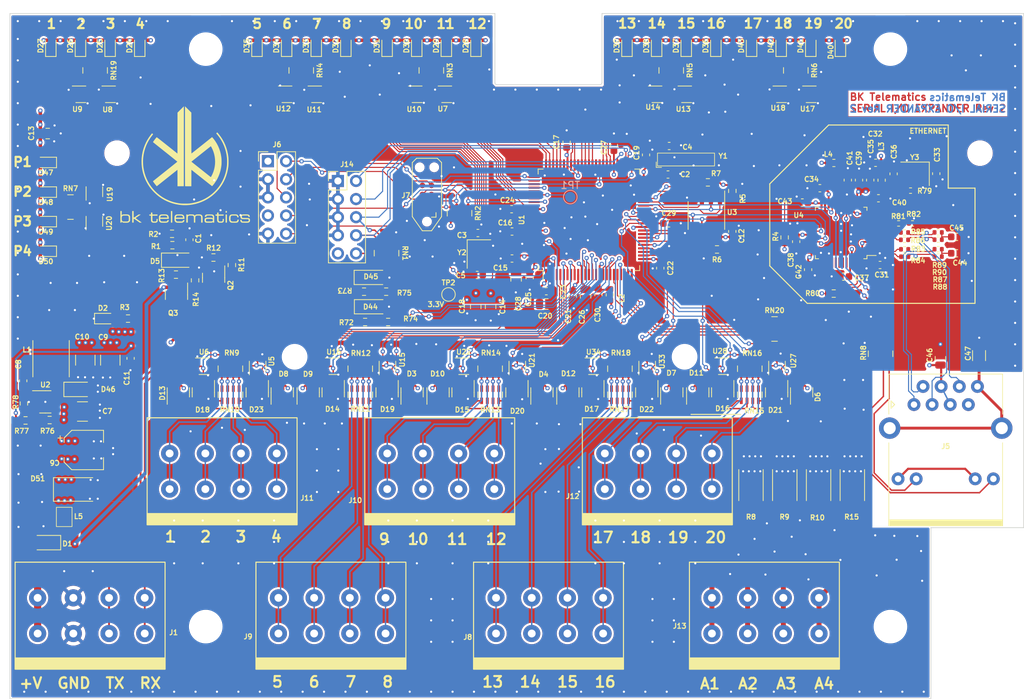
<source format=kicad_pcb>
(kicad_pcb (version 20221018) (generator pcbnew)
  (layers (0 "F.Cu" signal) (1 "In1.Cu" signal) (2 "In2.Cu" signal) (31 "B.Cu" signal) (34 "B.Paste" user) (35 "F.Paste" user) (36 "B.SilkS" user "B.Silkscreen") (37 "F.SilkS" user "F.Silkscreen") (38 "B.Mask" user) (39 "F.Mask" user) (44 "Edge.Cuts" user))
  (net 0 "")
  (net 1 "GND")
  (net 2 "+3.3V")
  (net 3 "+VIN")
  (net 4 "Net-(D24-K)")
  (net 5 "Net-(D25-K)")
  (net 6 "Net-(D26-K)")
  (net 7 "Net-(D27-K)")
  (net 8 "Net-(D28-K)")
  (net 9 "Net-(D29-K)")
  (net 10 "Net-(D30-K)")
  (net 11 "Net-(D31-K)")
  (net 12 "Net-(D32-K)")
  (net 13 "Net-(D33-K)")
  (net 14 "Net-(D34-K)")
  (net 15 "Net-(D35-K)")
  (net 16 "Net-(D36-K)")
  (net 17 "Net-(D37-K)")
  (net 18 "Net-(D38-K)")
  (net 19 "Net-(D39-K)")
  (net 20 "Net-(D40-K)")
  (net 21 "Net-(D41-K)")
  (net 22 "Net-(D42-K)")
  (net 23 "Net-(D44-K)")
  (net 24 "Net-(D45-K)")
  (net 25 "Net-(C45-Pad1)")
  (net 29 "Net-(D5-A)")
  (net 30 "Net-(D43-K)")
  (net 31 "Net-(RN3D-R4.2)")
  (net 32 "Net-(RN3C-R3.2)")
  (net 33 "Net-(RN3B-R2.2)")
  (net 34 "Net-(RN3A-R1.2)")
  (net 35 "Net-(RN4D-R4.2)")
  (net 36 "Net-(RN4C-R3.2)")
  (net 37 "Net-(RN4B-R2.2)")
  (net 38 "Net-(RN4A-R1.2)")
  (net 39 "Net-(RN5D-R4.2)")
  (net 56 "Net-(Q2-C)")
  (net 57 "Net-(U4-XSCO)")
  (net 58 "Net-(U4-XSCI)")
  (net 59 "Net-(U4-TXOP)")
  (net 60 "Net-(U4-TXON)")
  (net 61 "Net-(U4-RXIP)")
  (net 62 "Net-(U4-RXIN)")
  (net 63 "Net-(U4-RSET_BG)")
  (net 64 "Net-(U2-~{SHDN})")
  (net 65 "Net-(U2-FB)")
  (net 66 "Net-(U2-CB)")
  (net 67 "Net-(Q2-B)")
  (net 68 "Net-(RN5C-R3.2)")
  (net 69 "Net-(RN5B-R2.2)")
  (net 70 "Net-(RN5A-R1.2)")
  (net 71 "Net-(RN6D-R4.2)")
  (net 72 "Net-(RN6C-R3.2)")
  (net 73 "Net-(RN6B-R2.2)")
  (net 74 "Net-(RN6A-R1.2)")
  (net 75 "Net-(RN19D-R4.2)")
  (net 76 "Net-(RN19C-R3.2)")
  (net 77 "Net-(RN19B-R2.2)")
  (net 78 "Net-(RN19A-R1.2)")
  (net 79 "/mcu/ANALOG4")
  (net 80 "/mcu/ANALOG3")
  (net 81 "/mcu/ANALOG2")
  (net 82 "/mcu/ANALOG1")
  (net 83 "Net-(J5-SHIELD)")
  (net 84 "/digital_inputs/COLLECTOR14")
  (net 85 "Net-(D2-A)")
  (net 86 "Net-(C44-Pad1)")
  (net 87 "Net-(R81-Pad1)")
  (net 88 "/power supply/SW")
  (net 89 "/mcu/XOUT32")
  (net 90 "/mcu/XOUT")
  (net 91 "/mcu/XIN32")
  (net 92 "/mcu/XIN")
  (net 93 "/mcu/TDI")
  (net 94 "/mcu/SWO{slash}TDO")
  (net 95 "/mcu/SWDIO{slash}TMS")
  (net 96 "/mcu/SWCLK{slash}TCK")
  (net 97 "/mcu/RESET")
  (net 98 "/mcu/MCU_TX")
  (net 99 "/mcu/MCU_RX")
  (net 100 "/mcu/MCU Supply/+VDDPLL")
  (net 101 "/mcu/MCU Supply/+VDDCORE")
  (net 102 "/mcu/ERASE")
  (net 103 "/digital_inputs/PULLUP_EN")
  (net 104 "/digital_inputs/IN9")
  (net 105 "/digital_inputs/IN8")
  (net 106 "/digital_inputs/IN7")
  (net 107 "/digital_inputs/IN6")
  (net 108 "/digital_inputs/IN5")
  (net 109 "/digital_inputs/IN4")
  (net 110 "/digital_inputs/IN3")
  (net 111 "/digital_inputs/IN20")
  (net 112 "/digital_inputs/IN2")
  (net 113 "/digital_inputs/IN19")
  (net 114 "/digital_inputs/IN18")
  (net 115 "/digital_inputs/IN17")
  (net 116 "/digital_inputs/IN16")
  (net 117 "/digital_inputs/IN15")
  (net 118 "/digital_inputs/IN14")
  (net 119 "/digital_inputs/IN13")
  (net 120 "/digital_inputs/IN12")
  (net 121 "/digital_inputs/IN11")
  (net 122 "/digital_inputs/IN10")
  (net 123 "/digital_inputs/IN1")
  (net 124 "/digital_inputs/COLLECTOR9")
  (net 125 "/digital_inputs/COLLECTOR8")
  (net 126 "/digital_inputs/COLLECTOR7")
  (net 127 "/digital_inputs/COLLECTOR6")
  (net 128 "/digital_inputs/COLLECTOR5")
  (net 129 "/digital_inputs/COLLECTOR4")
  (net 130 "/digital_inputs/COLLECTOR3")
  (net 131 "/digital_inputs/COLLECTOR20")
  (net 132 "/digital_inputs/COLLECTOR2")
  (net 133 "/digital_inputs/COLLECTOR19")
  (net 134 "/digital_inputs/COLLECTOR18")
  (net 135 "/digital_inputs/COLLECTOR17")
  (net 136 "/digital_inputs/COLLECTOR16")
  (net 137 "/digital_inputs/COLLECTOR15")
  (net 138 "/digital_inputs/COLLECTOR13")
  (net 139 "/digital_inputs/COLLECTOR12")
  (net 140 "/digital_inputs/COLLECTOR11")
  (net 141 "/digital_inputs/COLLECTOR10")
  (net 142 "/digital_inputs/COLLECTOR1")
  (net 143 "/VIN_MEAS")
  (net 144 "/SERIAL_TX")
  (net 145 "/SERIAL_RX")
  (net 146 "/NOR Flash/FLASH_MEM_WP")
  (net 147 "/NOR Flash/FLASH_MEM_HOLD")
  (net 148 "/NOR Flash/FLASH_MEM_CS")
  (net 149 "/LED indicators/LED9")
  (net 150 "/LED indicators/LED8")
  (net 151 "/LED indicators/LED7")
  (net 152 "/LED indicators/LED6")
  (net 153 "/LED indicators/LED5")
  (net 154 "/LED indicators/LED4")
  (net 155 "/LED indicators/LED3")
  (net 156 "/LED indicators/LED20")
  (net 157 "/LED indicators/LED2")
  (net 158 "/LED indicators/LED19")
  (net 159 "/LED indicators/LED18")
  (net 160 "/LED indicators/LED17")
  (net 161 "/LED indicators/LED16")
  (net 162 "/LED indicators/LED15")
  (net 163 "/LED indicators/LED14")
  (net 164 "/LED indicators/LED13")
  (net 165 "/LED indicators/LED12")
  (net 166 "/LED indicators/LED11")
  (net 167 "/LED indicators/LED10")
  (net 168 "/LED indicators/LED1")
  (net 169 "/Ethernet/WIZ_RST")
  (net 170 "/Ethernet/WIZ_MOSI")
  (net 171 "/Ethernet/WIZ_MISO")
  (net 172 "/Ethernet/WIZ_LNK_SPEED")
  (net 173 "/Ethernet/WIZ_INT")
  (net 174 "/Ethernet/WIZ_DUPLEX_MODE")
  (net 175 "/Ethernet/WIZ_CS")
  (net 176 "/Ethernet/WIZ_COL_DET")
  (net 177 "/Ethernet/WIZ_CLK")
  (net 178 "/Ethernet/TX_P")
  (net 179 "/Ethernet/TX_N")
  (net 180 "/Ethernet/RX_P")
  (net 181 "/Ethernet/RX_N")
  (net 182 "/Ethernet/ETH_LNK")
  (net 183 "/Ethernet/ETH_ACT")
  (net 184 "/Ethernet/+W6100_3V3_A")
  (net 185 "/Ethernet/+W6100_1V2_D")
  (net 186 "/Ethernet/+W6100_1V2_A")
  (net 187 "/+PWR")
  (net 188 "/digital_inputs/quad_input1/+PULLUP")
  (net 189 "Net-(RN9-R1.1)")
  (net 190 "Net-(RN9-R2.1)")
  (net 191 "Net-(RN9-R3.1)")
  (net 192 "Net-(RN9-R4.1)")
  (net 193 "Net-(RN10-R1.1)")
  (net 194 "Net-(RN10-R2.1)")
  (net 195 "Net-(RN10-R3.1)")
  (net 196 "Net-(RN10-R4.1)")
  (net 197 "Net-(RN11-R1.1)")
  (net 198 "Net-(RN11-R2.1)")
  (net 199 "Net-(RN11-R3.1)")
  (net 200 "Net-(RN11-R4.1)")
  (net 201 "Net-(RN12-R1.1)")
  (net 202 "Net-(RN12-R2.1)")
  (net 203 "Net-(RN12-R3.1)")
  (net 204 "Net-(RN12-R4.1)")
  (net 205 "Net-(RN13-R1.1)")
  (net 206 "Net-(RN13-R2.1)")
  (net 207 "Net-(RN13-R3.1)")
  (net 208 "Net-(RN13-R4.1)")
  (net 209 "Net-(RN14-R1.1)")
  (net 210 "Net-(RN14-R2.1)")
  (net 211 "Net-(RN14-R3.1)")
  (net 212 "Net-(RN14-R4.1)")
  (net 213 "Net-(RN15-R1.1)")
  (net 214 "Net-(RN15-R2.1)")
  (net 215 "Net-(RN15-R3.1)")
  (net 216 "Net-(RN15-R4.1)")
  (net 217 "Net-(RN16-R1.1)")
  (net 218 "Net-(RN16-R2.1)")
  (net 219 "Net-(RN16-R3.1)")
  (net 220 "Net-(RN16-R4.1)")
  (net 221 "Net-(RN17-R1.1)")
  (net 222 "Net-(RN17-R2.1)")
  (net 223 "Net-(RN17-R3.1)")
  (net 224 "Net-(RN17-R4.1)")
  (net 225 "Net-(RN18-R1.1)")
  (net 226 "Net-(RN18-R2.1)")
  (net 227 "Net-(RN18-R3.1)")
  (net 228 "Net-(RN18-R4.1)")
  (net 229 "Net-(D47-K)")
  (net 230 "Net-(D48-K)")
  (net 231 "Net-(D49-K)")
  (net 232 "Net-(D50-K)")
  (net 233 "Net-(RN7D-R4.2)")
  (net 234 "Net-(RN7C-R3.2)")
  (net 235 "Net-(RN7B-R2.2)")
  (net 236 "Net-(RN7A-R1.2)")
  (net 237 "/LED indicators/LED22")
  (net 238 "/LED indicators/LED21")
  (net 239 "/LED indicators/LED24")
  (net 240 "/LED indicators/LED23")
  (net 241 "/TWI_SDA")
  (net 242 "/TWI_SCL")
  (net 243 "/DEBUG_TX")
  (net 244 "/DEBUG_RX")
  (net 249 "Net-(RN8-R4.1)")
  (net 250 "Net-(RN8-R3.1)")
  (net 251 "/power supply/+VIN_PROTECTED")
  (net 252 "/analog_signal_conditioning/AN_D")
  (net 253 "/analog_signal_conditioning/AN_C")
  (net 254 "/analog_signal_conditioning/AN_B")
  (net 255 "/analog_signal_conditioning/AN_A")
  (footprint "Resistor_SMD:R_0603_1608Metric" (layer "F.Cu") (at 161.19 73.8 -90)
    (fp_text reference "R5")
    (fp_text value "100K")
  )
  (footprint "Crystal:Crystal_SMD_3225-4Pin_3.2x2.5mm" (layer "F.Cu") (at 186.77625 71.40875 180)
    (fp_text reference "Y3")
    (fp_text value "25MHz")
  )
  (footprint "My Footprints:TerminalBlock_IMO_203001M-4" (layer "F.Cu") (at 143.33 115.6)
    (fp_text reference "J12")
    (fp_text value "Conn_01x04")
  )
  (footprint "LED_SMD:LED_0603_1608Metric" (layer "F.Cu") (at 102.905 53.4725 90)
    (fp_text reference "D33")
    (fp_text value "LED_Small_Filled")
  )
  (footprint "Resistor_SMD:R_0402_1005Metric" (layer "F.Cu") (at 186.15125 73.75875)
    (fp_text reference "R79")
    (fp_text value "1M")
  )
  (footprint "Capacitor_SMD:C_0603_1608Metric" (layer "F.Cu") (at 130.33 79.49 180)
    (fp_text reference "C16")
    (fp_text value "0.1u")
  )
  (footprint "Package_TO_SOT_SMD:SOT-23" (layer "F.Cu") (at 156.3425 102.035 90)
    (fp_text reference "D11")
    (fp_text value "TBAW56,LM")
  )
  (footprint "Resistor_SMD:R_Array_Concave_4x0603" (layer "F.Cu") (at 109.080001 102.3725 90)
    (fp_text reference "RN11")
    (fp_text value "47K")
  )
  (footprint "Package_TO_SOT_SMD:SOT-363_SC-70-6" (layer "F.Cu") (at 167.4425 98.3725 90)
    (fp_text reference "U27")
    (fp_text value "PUMH11,115")
  )
  (footprint "Package_TO_SOT_SMD:SOT-363_SC-70-6" (layer "F.Cu") (at 69.93 60.26)
    (fp_text reference "U9")
    (fp_text value "PUMH11,115")
  )
  (footprint "Package_SO:SOIC-8_3.9x4.9mm_P1.27mm" (layer "F.Cu") (at 157.555 77.25 -90)
    (fp_text reference "U3")
    (fp_text value "AT25SF321B-SSHB-X")
  )
  (footprint "Resistor_SMD:R_Array_Concave_4x0603" (layer "F.Cu") (at 145.455001 102.3725 90)
    (fp_text reference "RN17")
    (fp_text value "47K")
  )
  (footprint "Resistor_SMD:R_Array_Concave_4x0603" (layer "F.Cu") (at 145.445 98.7225 -90)
    (fp_text reference "RN18")
    (fp_text value "120K")
  )
  (footprint "Capacitor_SMD:C_0603_1608Metric" (layer "F.Cu") (at 61.86 100.42 90)
    (fp_text reference "C8")
    (fp_text value "0.1u")
  )
  (footprint "LED_SMD:LED_0603_1608Metric" (layer "F.Cu") (at 98.755 53.4725 90)
    (fp_text reference "D34")
    (fp_text value "LED_Small_Filled")
  )
  (footprint "Capacitor_SMD:C_0603_1608Metric" (layer "F.Cu") (at 152.175 71.5)
    (fp_text reference "C2")
    (fp_text value "~")
  )
  (footprint "My Footprints:L_TDK_VLS252012HBX" (layer "F.Cu") (at 67.6 119.5 90)
    (fp_text reference "L5")
    (fp_text value "4.7uH")
  )
  (footprint "LED_SMD:LED_0603_1608Metric" (layer "F.Cu") (at 65.0425 78.110002 180)
    (fp_text reference "D49")
    (fp_text value "LED_Small_Filled")
  )
  (footprint "Resistor_SMD:R_0603_1608Metric" (layer "F.Cu") (at 112.7 87.925)
    (fp_text reference "R75")
    (fp_text value "100R")
  )
  (footprint "Capacitor_SMD:C_1206_3216Metric" (layer "F.Cu") (at 195.75 96.88 90)
    (fp_text reference "C47")
    (fp_text value "1n/2kV")
  )
  (footprint "Package_TO_SOT_SMD:SOT-363_SC-70-6" (layer "F.Cu") (at 121.180001 60.26)
    (fp_text reference "U7")
    (fp_text value "PUMH11,115")
  )
  (footprint "Package_TO_SOT_SMD:SOT-23" (layer "F.Cu") (at 138.155 102.035 90)
    (fp_text reference "D12")
    (fp_text value "TBAW56,LM")
  )
  (footprint "Resistor_SMD:R_Array_Concave_4x0603" (layer "F.Cu") (at 170.08 56.91 -90)
    (fp_text reference "RN6")
    (fp_text value "R_Pack04_Split")
  )
  (footprint "Package_TO_SOT_SMD:SOT-23" (layer "F.Cu") (at 152.705 102.034999 90)
    (fp_text reference "D7")
    (fp_text value "TBAW56,LM")
  )
  (footprint "My Footprints:ARJM11B1-009-AB-EW2_Horizontal" (layer "F.Cu") (at 191.075 110.1)
    (fp_text reference "J5")
    (fp_text value "ARJM11B1-009-AB-EW2")
  )
  (footprint "Resistor_SMD:R_0402_1005Metric" (layer "F.Cu") (at 185.32125 81.98375 180)
    (fp_text reference "R83")
    (fp_text value "3R3")
  )
  (footprint "LED_SMD:LED_0603_1608Metric" (layer "F.Cu") (at 78.18 53.4725 90)
    (fp_text reference "D24")
    (fp_text value "LED_Small_Filled")
  )
  (footprint "Resistor_SMD:R_0402_1005Metric" (layer "F.Cu") (at 190.02 79.61 180)
    (fp_text reference "R89")
    (fp_text value "49R9")
  )
  (footprint "Capacitor_SMD:C_0603_1608Metric" (layer "F.Cu") (at 149.1 68.75 90)
    (fp_text reference "C19")
    (fp_text value "0.1u")
  )
  (footprint "Capacitor_SMD:C_0603_1608Metric" (layer "F.Cu") (at 176.75125 85.80875 180)
    (fp_text reference "C37")
    (fp_text value "0.1u")
  )
  (footprint "Diode_SMD:D_SOD-123" (layer "F.Cu") (at 110.6025 90.035)
    (fp_text reference "D44")
    (fp_text value "3V")
  )
  (footprint "Resistor_SMD:R_0402_1005Metric" (layer "F.Cu") (at 190.02 81.97 180)
    (fp_text reference "R87")
    (fp_text value "49R9")
  )
  (footprint "Package_TO_SOT_SMD:SOT-363_SC-70-6" (layer "F.Cu") (at 131.0675 98.3725 90)
    (fp_text reference "U21")
    (fp_text value "PUMH11,115")
  )
  (footprint "Resistor_SMD:R_0603_1608Metric" (layer "F.Cu") (at 159.04 82 180)
    (fp_text reference "R6")
    (fp_text value "100K")
  )
  (footprint "My Footprints:TerminalBlock_IMO_203001M-4" (layer "F.Cu") (at 82.37 115.6)
    (fp_text reference "J11")
    (fp_text value "Conn_01x04")
  )
  (footprint "Capacitor_SMD:C_0805_2012Metric" (layer "F.Cu") (at 125.245 90.05 -90)
    (fp_text reference "C18")
    (fp_text value "10u")
  )
  (footprint "Capacitor_SMD:C_0603_1608Metric" (layer "F.Cu") (at 170.13 80.91 -90)
    (fp_text reference "C38")
    (fp_text value "0.1u")
  )
  (footprint "Connector_PinHeader_2.54mm:PinHeader_2x05_P2.54mm_Vertical" (layer "F.Cu") (at 105.94 72.4)
    (fp_text reference "J14")
    (fp_text value "~")
  )
  (footprint "Package_TO_SOT_SMD:SOT-23" (layer "F.Cu") (at 101.78 102.035 90)
    (fp_text reference "D9")
    (fp_text value "TBAW56,LM")
  )
  (footprint "Resistor_SMD:R_0402_1005Metric" (layer "F.Cu") (at 190.02 80.64 180)
    (fp_text reference "R90")
    (fp_text value "49R9")
  )
  (footprint "Package_TO_SOT_SMD:SOT-23" (layer "F.Cu") (at 94.642501 102.035 -90)
    (fp_text reference "D23")
    (fp_text value "TBAW56,LM")
  )
  (footprint "Resistor_SMD:R_Array_Concave_4x0603" (layer "F.Cu") (at 90.8825 98.7225 -90)
    (fp_text reference "RN9")
    (fp_text value "120K")
  )
  (footprint "Resistor_SMD:R_0603_1608Metric" (layer "F.Cu") (at 112.975 92.175)
    (fp_text reference "R74")
    (fp_text value "100R")
  )
  (footprint "LOGO" (layer "F.Cu") (at 84.55 70.1)
    (fp_text reference "G***" hide)
    (fp_text value "LOGO" hide)
  )
  (footprint "Package_TO_SOT_SMD:SOT-23" (layer "F.Cu") (at 149.205001 102.035 -90)
    (fp_text reference "D22")
    (fp_text value "TBAW56,LM")
  )
  (footprint "Diode_SMD:D_PowerDI-123" (layer "F.Cu") (at 64.8 123.1 180)
    (fp_text reference "D1")
    (fp_text value "SBR3U60P1Q-7")
  )
  (footprint "Resistor_SMD:R_Array_Concave_4x0603" (layer "F.Cu") (at 163.6325 98.7225 -90)
    (fp_text reference "RN16")
    (fp_text value "120K")
  )
  (footprint "Capacitor_SMD:C_0805_2012Metric" (layer "F.Cu") (at 130.9 86.2 -90)
    (fp_text reference "C28")
    (fp_text value "4.7u")
  )
  (footprint "Diode_SMD:D_PowerDI-123" (layer "F.Cu") (at 69.86 101.62)
    (fp_text reference "D46")
    (fp_text value "SBR3U60P1Q-7")
  )
  (footprint "Package_TO_SOT_SMD:SOT-363_SC-70-6" (layer "F.Cu") (at 112.88 98.3725 90)
    (fp_text reference "U15")
    (fp_text value "PUMH11,115")
  )
  (footprint "Resistor_SMD:R_0603_1608Metric" (layer "F.Cu") (at 168.51 80.32 90)
    (fp_text reference "R4")
    (fp_text value "100K")
  )
  (footprint "Package_TO_SOT_SMD:SOT-23" (layer "F.Cu") (at 105.28 102.035 -90)
    (fp_text reference "D14")
    (fp_text value "TBAW56,LM")
  )
  (footprint "LED_SMD:LED_0603_1608Metric" (layer "F.Cu") (at 125.28 53.4725 90)
    (fp_text reference "D28")
    (fp_text value "LED_Small_Filled")
  )
  (footprint "Resistor_SMD:R_Array_Concave_4x0603" (layer "F.Cu") (at 122.975 76.925 -90)
    (fp_text reference "RN2")
    (fp_text value "100K")
  )
  (footprint "My Footprints:TerminalBlock_IMO_203001M-4" (layer "F.Cu") (at 97.61 135.84)
    (fp_text reference "J9")
    (fp_text value "Conn_01x04")
  )
  (footprint "Resistor_SMD:R_0603_1608Metric" (layer "F.Cu") (at 76.5375 91.7)
    (fp_text reference "R3")
    (fp_text value "470R")
  )
  (footprint "Resistor_SMD:R_0603_1608Metric" (layer "F.Cu") (at 82.755 81.41)
    (fp_text reference "R1")
    (fp_text value "100K")
  )
  (footprint "Capacitor_SMD:C_1210_3225Metric" (layer "F.Cu") (at 74.06 97.52 -90)
    (fp_text reference "C9")
    (fp_text value "22u")
  )
  (footprint "Capacitor_SMD:C_0603_1608Metric" (layer "F.Cu") (at 76.9 97.27 -90)
    (fp_text reference "C11")
    (fp_text value "0.1u")
  )
  (footprint "My Footprints:TerminalBlock_IMO_203001M-4" (layer "F.Cu") (at 128.09 135.84)
    (fp_text reference "J8")
    (fp_text value "Conn_01x04")
  )
  (footprint "Inductor_SMD:L_0603_1608Metric" (layer "F.Cu") (at 175.41 69.88 180)
    (fp_text reference "L4")
    (fp_text value "L_Ferrite_Small")
  )
  (footprint "Resistor_SMD:R_0402_1005Metric" (layer "F.Cu") (at 186.43125 78.35375 180)
    (fp_text reference "R82")
    (fp_text value "12K")
  )
  (footprint "Package_TO_SOT_SMD:SOT-363_SC-70-6" (layer "F.Cu") (at 168.08 60.26)
    (fp_text reference "U18")
    (fp_text value "PUMH11,115")
  )
  (footprint "LED_SMD:LED_0603_1608Metric" (layer "F.Cu") (at 121.13 53.4725 90)
    (fp_text reference "D29")
    (fp_text value "LED_Small_Filled")
  )
  (footprint "Package_TO_SOT_SMD:SOT-363_SC-70-6" (layer "F.Cu") (at 149.255 98.3725 90)
    (fp_text reference "U33")
    (fp_text value "PUMH11,115")
  )
  (footprint "Resistor_SMD:R_Array_Concave_4x0603" (layer "F.Cu") (at 127.2575 98.7225 -90)
    (fp_text reference "RN14")
    (fp_text value "120K")
  )
  (footprint "Package_TO_SOT_SMD:SOT-23" (layer "F.Cu") (at 119.9675 102.035 90)
    (fp_text reference "D10")
    (fp_text value "TBAW56,LM")
  )
  (footprint "MountingHole:MountingHole_4.3mm_M4" (layer "F.Cu") (at 183.33 53.9224 -90)
    (fp_text reference "H4" hide)
    (fp_text value "MountingHole")
  )
  (footprint "LED_SMD:LED_0603_1608Metric" (layer "F.Cu") (at 65.0425 69.810002 180)
    (fp_text reference "D47")
    (fp_text value "LED_Small_Filled")
  )
  (footprint "Resistor_SMD:R_2512_6332Metric" (layer "F.Cu") (at 163.8 115.0375 90)
    (fp_text reference "R8")
    (fp_text value "150R")
  )
  (footprint "Package_TO_SOT_SMD:SOT-363_SC-70-6" (layer "F.Cu") (at 159.9425 98.3725)
    (fp_text reference "U28")
    (fp_text value "PUMH11,115")
  )
  (footprint "LED_SMD:LED_0603_1608Metric" (layer "F.Cu") (at 94.605 53.4725 90)
    (fp_text reference "D35")
    (fp_text value "LED_Small_Filled")
  )
  (footprint "My Footprints:TerminalBlock_IMO_203001M-4" (layer "F.Cu") (at 63.88 135.84)
    (fp_text reference "J1")
    (fp_text value "Conn_01x04")
  )
  (footprint "Capacitor_SMD:C_0603_1608Metric" (layer "F.Cu") (at 180.50125 72.28375 90)
    (fp_text reference "C35")
    (fp_text value "0.1u")
  )
  (footprint "Resistor_SMD:R_0402_1005Metric" (layer "F.Cu") (at 185.33125 83.02375 180)
    (fp_text reference "R84")
    (fp_text value "3R3")
  )
  (footprint "Package_TO_SOT_SMD:SOT-363_SC-70-6" (layer "F.Cu") (at 71.83 73.91 90)
    (fp_text reference "U19")
    (fp_text value "PUMH11,115")
  )
  (footprint "Diode_SMD:D_SOD-123F" (layer "F.Cu") (at 83.43 83.51)
    (fp_text reference "D5")
    (fp_text value "8.2V")
  )
  (footprint "LED_SMD:LED_0603_1608Metric" (layer "F.Cu") (at 116.98 53.4725 90)
    (fp_text reference "D30")
    (fp_text value "LED_Small_Filled")
  )
  (footprint "LED_SMD:LED_0603_1608Metric" (layer "F.Cu") (at 163.88 53.4725 90)
    (fp_text reference "D43")
    (fp_text value "LED_Small_Filled")
  )
  (footprint "Capacitor_SMD:C_0805_2012Metric" (layer "F.Cu") (at 190.34 97.26 90)
    (fp_text reference "C46")
    (fp_text value "1u")
  )
  (footprint "Resistor_SMD:R_Array_Concave_4x0603" (layer "F.Cu") (at 109.07 98.7225 -90)
    (fp_text reference "RN12")
    (fp_text value "120K")
  )
  (footprint "Resistor_SMD:R_0402_1005Metric" (layer "F.Cu") (at 184.48125 78.35375 180)
    (fp_text reference "R81")
    (fp_text value "300R")
  )
  (footprint "Diode_SMD:D_SMA" (layer "F.Cu") (at 69.6 115.65)
    (fp_text reference "D51")
    (fp_text value "SMAJ40CAe3/TR13")
  )
  (footprint "Capacitor_SMD:CP_Elec_5x5.3" (layer "F.Cu") (at 70.35 110.12)
    (fp_text reference "C6")
    (fp_text value "10u")
  )
  (footprint "Capacitor_SMD:C_0603_1608Metric" (layer "F.Cu") (at 192.62 80.24)
    (fp_text reference "C45")
    (fp_text value "0.1u")
  )
  (footprint "Diode_SMD:D_SOD-123" (layer "F.Cu") (at 110.575 85.925)
    (fp_text reference "D45")
    (fp_text value "3V")
  )
  (footprint "My Footprints:TerminalBlock_IMO_203001M-4" (layer "F.Cu") (at 112.85 115.6)
    (fp_text reference "J10")
    (fp_text value "Conn_01x04")
  )
  (footprint "Capacitor_SMD:C_0603_1608Metric" (layer "F.Cu") (at 181.65625 74.82875)
    (fp_text reference "C40")
    (fp_text value "0.1u")
  )
  (footprint "Package_TO_SOT_SMD:SOT-23" (layer "F.Cu") (at 88.53 85.9725 -90)
    (fp_text reference "Q2")
    (fp_text value "MMBT3904")
  )
  (footprint "Package_TO_SOT_SMD:SOT-23" (layer "F.Cu") (at 167.392501 102.035 -90)
    (fp_text reference "D21")
    (fp_text value "TBAW56,LM")
  )
  (footprint "Resistor_SMD:R_Array_Concave_4x0603" (layer "F.Cu") (at 181.95 96.625 90)
    (fp_text reference "RN8")
    (fp_text value "470R")
  )
  (footprint "Capacitor_SMD:C_0805_2012Metric" (layer "F.Cu") (at 127.325 90.05 -90)
    (fp_text reference "C14")
    (fp_text value "4.7u")
  )
  (footprint "Resistor_SMD:R_0603_1608Metric" (layer "F.Cu") (at 65.56 105.92)
    (fp_text reference "R76")
    (fp_text value "100K")
  )
  (footprint "Capacitor_SMD:C_0603_1608Metric" (layer "F.Cu") (at 125.55 79.7)
    (fp_text reference "C3")
    (fp_text value "~")
  )
  (footprint "Resistor_SMD:R_0603_1608Metric" (layer "F.Cu") (at 109.75 92.175)
    (fp_text reference "R72")
    (fp_text value "4K7")
  )
  (footprint "Crystal:Crystal_SMD_Abracon_ABM8G-4Pin_3.2x2.5mm" (layer "F.Cu") (at 125.7 82.65 -90)
    (fp_text reference "Y2")
    (fp_text value "12MHz")
  )
  (footprint "Capacitor_SMD:C_0603_1608Metric" (layer "F.Cu") (at 125.45 85.575 180)
    (fp_text reference "C5")
    (fp_text value "~")
  )
  (footprint "Resistor_SMD:R_0603_1608Metric" (layer "F.Cu") (at 62.185 105.97 180)
    (fp_text reference "R77")
    (fp_text value "33K")
  )
  (footprint "Capacitor_SMD:C_0603_1608Metric" (layer "F.Cu") (at 173.45 73.42 180)
    (fp_text reference "C34")
    (fp_text value "0.1u")
  )
  (footprint "Resistor_SMD:R_0402_1005Metric" (layer "F.Cu") (at 190.02 83.01 180)
    (fp_text reference "R88")
    (fp_text value "49R9")
  )
  (footprint "LED_SMD:LED_0603_1608Metric" (layer "F.Cu") (at 168.03 53.4725 90)
    (fp_text reference "D42")
    (fp_text value "LED_Small_Filled")
  )
  (footprint "LED_SMD:LED_0603_1608Metric" (layer "F.Cu") (at 74.03 53.4725 90)
    (fp_text reference "D25")
    (fp_text value "LED_Small_Filled")
  )
  (footprint "LED_SMD:LED_0603_1608Metric" (layer "F.Cu") (at 69.88 53.4725 90)
    (fp_text reference "D26")
    (fp_text value "LED_Small_Filled")
  )
  (footprint "Capacitor_SMD:C_0603_1608Metric" (layer "F.Cu") (at 130.27 76.36 180)
    (fp_text reference "C24")
    (fp_text value "0.1u")
  )
  (footprint "Capacitor_SMD:C_0603_1608Metric" (layer "F.Cu") (at 178.93125 72.28375 90)
    (fp_text reference "C39")
    (fp_text value "3.3u")
  )
  (footprint "Package_TO_SOT_SMD:SOT-23" (layer "F.Cu") (at 131.017501 102.035 -90)
    (fp_text reference "D20")
    (fp_text value "TBAW56,LM")
  )
  (footprint "TestPoint:TestPoint_Pad_D1.5mm" (layer "F.Cu") (at 121.43 88.31)
    (fp_text reference "TP2")
    (fp_text value "TestPoint")
  )
  (footprint "Resistor_SMD:R_0603_1608Metric" (layer "F.Cu") (at 82.705 79.81 180)
    (fp_text reference "R2")
    (fp_text value "10K")
  )
  (footprint "Package_TO_SOT_SMD:SOT-363_SC-70-6" (layer "F.Cu") (at 123.5675 98.3725)
    (fp_text reference "U22")
    (fp_text value "PUMH11,115")
  )
  (footprint "Package_TO_SOT_SMD:SOT-23" (layer "F.Cu") (at 83.33 88.3725 -90)
    (fp_text reference "Q3")
    (fp_text value "BSS84")
  )
  (footprint "Resistor_SMD:R_0402_1005Metric" (layer "F.Cu") (at 185.30125 79.62375 180)
    (fp_text reference "R85")
    (fp_text value "3R3")
  )
  (footprint "Package_TO_SOT_SMD:SOT-363_SC-70-6" (layer "F.Cu") (at 102.955001 60.26)
    (fp_text reference "U11")
    (fp_text value "PUMH11,115")
  )
  (footprint "Capacitor_SMD:C_0603_1608Metric" (layer "F.Cu") (at 192.62 82.54)
    (fp_text reference "C44")
    (fp_text value "0.1u")
  )
  (footprint "Capacitor_SMD:C_1210_3225Metric" (layer "F.Cu") (at 70.16 104.72)
    (fp_text reference "C7")
    (fp_text value "2.2u")
  )
  (footprint "Capacitor_SMD:C_0603_1608Metric" (layer "F.Cu") (at 144.6 67.4 90)
    (fp_text reference "C27")
    (fp_text value "0.1u")
  )
  (footprint "Capacitor_SMD:C_0603_1608Metric" (layer "F.Cu") (at 177.36125 72.28375 90)
    (fp_text reference "C41")
    (fp_text value "0.1u")
  )
  (footprint "Package_TO_SOT_SMD:SOT-363_SC-70-6" (layer "F.Cu") (at 172.230001 60.26)
    (fp_text reference "U17")
    (fp_text value "PUMH11,115")
  )
  (footprint "LED_SMD:LED_0603_1608Metric" (layer "F.Cu") (at 73.3375 91.7)
    (fp_text reference "D2")
    (fp_text value "LED_Small_Filled")
  )
  (footprint "LED_SMD:LED_0603_1608Metric" (layer "F.Cu") (at 172.18 53.4725 90)
    (fp_text reference "D41")
    (fp_text value "LED_Small_Filled")
  )
  (footprint "Capacitor_SMD:C_0805_2012Metric" (layer "F.Cu") (at 140.63 88.57 -90)
    (fp_text reference "C26")
    (fp_text value "4.7u")
  )
  (footprint "Resistor_SMD:R_Array_Concave_4x0603" (layer "F.Cu") (at 119.03 56.91 -90)
    (fp_text reference "RN3")
    (fp_text value "R_Pack04_Split")
  )
  (footprint "LED_SMD:LED_0603_1608Metric" (layer "F.Cu") (at 176.33 53.4725 90)
    (fp_text reference "D40")
    (fp_text value "LED_Small_Filled")
  )
  (footprint "Package_TO_SOT_SMD:SOT-23" (layer "F.Cu") (at 134.5175 102.034999 90)
    (fp_text reference "D4")
    (fp_text value "TBAW56,LM")
  )
  (footprint "Package_TO_SOT_SMD:SOT-23" (layer "F.Cu") (at 123.4675 102.035 -90)
    (fp_text reference "D15")
    (fp_text value "TBAW56,LM")
  )
  (footprint "Package_TO_SOT_SMD:SOT-363_SC-70-6" (layer "F.Cu") (at 98.805 60.26)
    (fp_text reference "U12")
    (fp_text value "PUMH11,115")
  )
  (footprint "Resistor_SMD:R_Array_Concave_4x0603" (layer "F.Cu") (at 163.642501 102.3725 90)
    (fp_text reference "RN15")
    (fp_text value "47K")
  )
  (footprint "Capacitor_SMD:C_0603_1608Metric" (layer "F.Cu") (at 181.25125 69.85875 180)
    (fp_text reference "C32")
    (fp_text value "0.1u")
  )
  (footprint "Package_TO_SOT_SMD:SOT-363_SC-70-6" (layer "F.Cu") (at 154.780001 60.26)
    (fp_text reference "U13")
    (fp_text value "PUMH11,115")
  )
  (footprint "Package_TO_SOT_SMD:SOT-363_SC-70-6" (layer "F.Cu") (at 71.83 78.060002 90)
    (fp_text reference "U20")
    (fp_text value "PUMH11,115")
  )
  (footprint "Package_TO_SOT_SMD:SOT-23" (layer "F.Cu") (at 87.0925 102.035 -90)
    (fp_text reference "D18")
    (fp_text value "TBAW56,LM")
  )
  (footprint "Capacitor_SMD:C_0603_1608Metric" (layer "F.Cu") (at 132.8 86 -90)
    (fp_text reference "C25")
    (fp_text value "0.1u")
  )
  (footprint "Inductor_SMD:L_0603_1608Metric" (layer "F.Cu") (at 144.03 88.37 90)
    (fp_text reference "L2")
    (fp_text value "10uH")
  )
  (footprint "Capacitor_SMD:C_0603_1608Metric" (layer "F.Cu") (at 85.14 80.645 90)
    (fp_text reference "C1")
    (fp_text value "0.1u")
  )
  (footprint "Package_QFP:LQFP-100_14x14mm_P0.5mm" (layer "F.Cu") (at 141.1 77.85 90)
    (fp_text reference "U1")
    (fp_text value "ATSAM4S4C")
  )
  (footprint "Package_TO_SOT_SMD:SOT-363_SC-70-6" (layer "F.Cu") (at 141.755 98.3725)
    (fp_text reference "U34")
    (fp_text value "PUMH11,115")
  )
  (footprint "Capacitor_SMD:C_0805_2012Metric" (layer "F.Cu") (at 65.29 65.755)
    (fp_text reference "C13")
    (fp_text value "10u")
  )
  (footprint "Package_TO_SOT_SMD:SOT-363_SC-70-6" (layer "F.Cu") (at 87.1925 98.3725)
    (fp_text reference "U6")
    (fp_text value "PUMH11,115")
  )
  (footprint "Capacitor_SMD:C_0603_1608Metric" (layer "F.Cu") (at 137.975 66.95 90)
    (fp_text reference "C17")
    (fp_text value "0.1u")
  )
  (footprint "Connector_PinHeader_2.54mm:PinHeader_2x05_P2.54mm_Vertical" (layer "F.Cu") (at 96.14 69.63)
    (fp_text reference "J6")
    (fp_text value "HeaderPin_ARM_JTAG_SWD_10")
  )
  (footprint "Capacitor_SMD:C_0603_1608Metric" (layer "F.Cu") (at 130.325 83.275 180)
    (fp_text reference "C15")
    (fp_text value "0.1u")
  )
  (footprint "LED_SMD:LED_0603_1608Metric" (layer "F.Cu") (at 112.83 53.4725 90)
    (fp_text reference "D31")
    (fp_text value "LED_Small_Filled")
  )
  (footprint "Resistor_SMD:R_0603_1608Metric" (layer "F.Cu") (at 88.505 83.135)
    (fp_text reference "R12")
    (fp_text value "10K")
  )
  (footprint "MountingHole:MountingHole_3.2mm_M3_DIN965" (layer "F.Cu") (at 154.5 97.05)
    (fp_text reference "H8" hide)
    (fp_text value "MountingHole")
  )
  (footprint "Package_TO_SOT_SMD:SOT-363_SC-70-6" (layer "F.Cu") (at 105.38 98.3725)
    (fp_text reference "U16")
    (fp_text value "PUMH11,115")
  )
  (footprint "Capacitor_SMD:C_0603_1608Metric" (layer "F.Cu") (at 170.99125 75.42375 180)
    (fp_text reference "C43")
    (fp_text value "0.1u")
  )
  (footprint "Capacitor_SMD:C_0603_1608Metric" (layer "F.Cu") (at 142.43 88.36 -90)
    (fp_text reference "C30")
    (fp_text value "0.1u")
  )
  (footprint "Resistor_SMD:R_0603_1608Metric" (layer "F.Cu") (at 91.09 84.195 90)
    (fp_text reference "R11")
    (fp_text value "10K")
  )
  (footprint "Package_TO_SOT_SMD:SOT-363_SC-70-6" (layer "F.Cu") (at 94.6925 98.3725 90)
    (fp_text reference "U5")
    (fp_text value "PUMH11,115")
  )
  (footprint "Resistor_SMD:R_0603_1608Metric" (layer "F.Cu") (at 157.765 72.6 180)
    (fp_text reference "R7")
    (fp_text value "100K")
  )
  (footprint "Resistor_SMD:R_2512_6332Metric" (layer "F.Cu") (at 173.266666 115.0375 90)
    (fp_text reference "R10")
    (fp_text value "150R")
  )
  (footprint "Package_TO_SOT_SMD:SOT-23" (layer "F.Cu") (at 98.1425 102.034999 90)
    (fp_text reference "D8")
    (fp_text value "TBAW56,LM")
  )
  (footprint "Inductor_SMD:L_Taiyo-Yuden_NR-50xx" (layer "F.Cu") (at 65.76 97.32 90)
    (fp_text reference "L1")
    (fp_text value "22uH")
  )
  (footprint "LED_SMD:LED_0603_1608Metric" (layer "F.Cu") (at 158.88 53.4725 90)
    (fp_text reference "D36")
    (fp_text value "LED_Small_Filled")
  )
  (footprint "My Footprints:TerminalBlock_IMO_203001M-4" (layer "F.Cu") (at 158.33 135.84)
    (fp_text reference "J13")
    (fp_text value "Conn_01x04")
  )
  (footprint "Resistor_SMD:R_0402_1005Metric" (layer "F.Cu") (at 185.30125 80.65375 180)
    (fp_text reference "R86")
    (fp_text value "3R3")
  )
  (footprint "Connector:Tag-Connect_TC2050-IDC-NL_2x05_P1.27mm_Vertical" (layer "F.Cu") (at 118.41 74.3 90)
    (fp_text reference "J7")
    (fp_text value "TC2050_Connector")
  )
  (footprint "MountingHole:MountingHole_3.2mm_M3_DIN965" (layer "F.Cu") (at 99.875 97.05)
    (fp_text reference "H7" hide)
    (fp_text value "MountingHole")
  )
  (footprint "Capacitor_SMD:C_1210_3225Metric" (layer "F.Cu") (at 70.56 97.52 -90)
    (fp_text reference "C10")
    (fp_text value "22u")
  )
  (footprint "LED_SMD:LED_0603_1608Metric" (layer "F.Cu") (at 154.73 53.4725 90)
    (fp_text reference "D37")
    (fp_text value "LED_Small_Filled")
  )
  (footprint "My Footprints:Crystal_SMD_TXC_4pin_6.9x1.4" (layer "F.Cu") (at 154.7 69.4)
    (fp_text reference "Y1")
    (fp_text value "9HT7-32.768KDZF-T")
  )
  (footprint "LED_SMD:LED_0603_1608Metric" (layer "F.Cu") (at 65.0425 73.960002 180)
    (fp_text reference "D48")
    (fp_text value "LED_Small_Filled")
  )
  (footprint "Resistor_SMD:R_Array_Concave_4x0603" (layer "F.Cu") (at 152.63 56.91 -90)
    (fp_text reference "RN5")
    (fp_text value "R_Pack04_Split")
  )
  (footprint "Package_TO_SOT_SMD:SOT-23" (layer "F.Cu") (at 159.8425 102.035 -90)
    (fp_text reference "D16")
    (fp_text value "TBAW56,LM")
  )
  (footprint "Package_TO_SOT_SMD:SOT-363_SC-70-6" (layer "F.Cu") (at 74.080001 60.26)
    (fp_text reference "U8")
    (fp_text value "PUMH11,115")
  )
  (footprint "MountingHole:MountingHole_4.3mm_M4" (layer "F.Cu") (at 183.33 134.8724 -90)
    (fp_text reference "H2" hide)
    (fp_text value "MountingHole")
  )
  (footprint "Package_TO_SOT_SMD:SOT-23" (layer "F.Cu") (at 116.33 102.034999 90)
    (fp_text reference "D3")
    (fp_text value "TBAW56,LM")
  )
  (footprint "Resistor_SMD:R_Array_Concave_4x0603" (layer "F.Cu") (at 100.805 56.91 -90)
    (fp_text reference "RN4")
    (fp_text value "R_Pack04_Split")
  )
  (footprint "Package_TO_SOT_SMD:SOT-23" (layer "F.Cu") (at 112.830001 102.035 -90)
    (fp_text reference "D19")
    (fp_text value "TBAW56,LM")
  )
  (footprint "Inductor_SMD:L_0603_1608Metric" (layer "F.Cu") (at 182.10125 72.29625 90)
    (fp_text reference "L3")
    (fp_text value "L_Ferrite_Small")
  )
  (footprint "Resistor_SMD:R_Array_Concave_4x0603" (layer "F.Cu") (at 68.48 76.060002)
    (fp_text reference "RN7")
    (fp_text value "R_Pack04_Split")
  )
  (footprint "Resistor_SMD:R_Array_Concave_4x0603" (layer "F.Cu") (at 90.892501 102.3725 90)
    (fp_text reference "RN10")
    (fp_text value "47K")
  )
  (footprint "Resistor_SMD:R_2512_6332Metric" (layer "F.Cu") (at 168.533333 115.0375 90)
    (fp_text reference "R9")
    (fp_text value "150R")
  )
  (footprint "Package_TO_SOT_SMD:SOT-363_SC-70-6" (layer "F.Cu") (at 150.63 60.26)
    (fp_text reference "U14")
    (fp_text value "PUMH11,115")
  )
  (footprint "Package_QFP:LQFP-48_7x7mm_P0.5mm" (layer "F.Cu") (at 176.43125 79.69125 180)
    (fp_text reference "U4")
    (fp_text value "W6100L")
  )
  (footprint "Resistor_SMD:R_0603_1608Metric" (layer "F.Cu") (at 175.39 88.19 180)
    (fp_text reference "R80")
    (fp_text value "10K")
  )
  (footprint "Package_TO_SOT_SMD:SOT-23" (layer "F.Cu") (at 170.8925 102.034999 90)
    (fp_text reference "D6")
    (fp_text value "TBAW56,LM")
  )
  (footprint "Package_TO_SOT_SMD:SOT-23" (layer "F.Cu") (at 83.5925 102.035 90)
    (fp_text reference "D13")
    (fp_text value "TBAW56,LM")
  )
  (footprint "Capacitor_SMD:C_0603_1608Metric" (layer "F.Cu") (at 138.83 88.56 -90)
    (fp_text reference "C21")
    (fp_text value "0.1u")
  )
  (footprint "Capacitor_SMD:C_0603_1608Metric" (layer "F.Cu") (at 183.77625 71.40875 90)
    (fp_text reference "C36")
    (fp_text value "12p")
  )
  (footprint "Capacitor_SMD:C_0603_1608Metric" (layer "F.Cu") (at 135.13 87.86)
    (fp_text reference "C23")
    (fp_text value "0.1u")
  )
  (footprint "Capacitor_SMD:C_0805_2012Metric" (layer "F.Cu") (at 135.13 89.66)
    (fp_text reference "C20")
    (fp_text value "4.7u")
  )
  (footprint "LED_SMD:LED_0603_1608Metric" (layer "F.Cu") (at 65.0425 82.260002 180)
    (fp_text reference "D50")
    (fp_text value "LED_Small_Filled")
  )
  (footprint "LED_SMD:LED_0603_1608Metric" (layer "F.Cu") (at 107.055 53.4725 90)
    (fp_text reference "D32")
    (fp_text value "LED_Small_Filled")
  )
  (footprint "Resistor_SMD:R_Array_Concave_4x0603" (layer "F.Cu") (at 71.93 56.91 -90)
    (fp_text reference "RN19")
    (fp_text value "R_Pack04_Split")
  )
  (footprint "Resistor_SMD:R_0603_1608Metric" (layer "F.Cu") (at 85.93 86.335 90)
    (fp_text reference "R14")
    (fp_text value "10K")
  )
  (footprint "Resistor_SMD:R_0603_1608Metric" (layer "F.Cu") (at 61.96 103.595 -90)
    (fp_text reference "R78")
    (fp_text value "10K")
  )
  (footprint "Resistor_SMD:R_Array_Concave_4x0603" (layer "F.Cu") (at 167.1 93.15)
    (fp_text reference "RN20")
    (fp_text value "10K")
  )
  (footprint "Resistor_SMD:R_0603_1608Metric" (layer "F.Cu") (at 109.6 87.925)
    (fp_text reference "R73")
    (fp_text value "4K7")
  )
  (footprint "Capacitor_SMD:C_0603_1608Metric" (layer "F.Cu") (at 152.34 67.5)
    (fp_text reference "C4")
    (fp_text value "~")
  )
  (footprint "LED_SMD:LED_0603_1608Metric" (layer "F.Cu") (at 65.73 53.4725 90)
    (fp_text reference "D27")
    (fp_text value "LED_Small_Filled")
  )
  (footprint "Capacitor_SMD:C_0603_1608Metric" (layer "F.Cu") (at 152.3 78.35)
    (fp_text reference "C29")
    (fp_text value "0.1u")
  )
  (footprint "Resistor_SMD:R_Array_Concave_4x0603" (layer "F.Cu") (at 127.267501 102.3725 90)
    (fp_text reference "RN13")
    (fp_text value "47K")
  )
  (footprint "LED_SMD:LED_0603_1608Metric" (layer "F.Cu") (at 146.43 53.4725 90)
    (fp_text reference "D39")
    (fp_text value "LED_Small_Filled")
  )
  (footprint "Capacitor_SMD:C_0603_1608Metric" (layer "F.Cu") (at 171.80125 84.83375 -90)
    (fp_text reference "C42")
    (fp_text value "0.1u")
  )
  (footprint "Resistor_SMD:R_Array_Concave_4x0603" (layer "F.Cu") (at 112.75 82.525 -90)
    (fp_text reference "RN1")
    (fp_text value "4K7")
  )
  (footprint "Capacitor_SMD:C_0603_1608Metric" (layer "F.Cu") (at 189.75 71.38 -90)
    (fp_text reference "C33")
    (fp_text value "12p")
  )
  (footprint "Capacitor_SMD:C_0603_1608Metric" (layer "F.Cu") (at 161.18 79.475 90)
    (fp_text reference "C12")
    (fp_text value "0.1u")
  )
  (footprint "MountingHole:MountingHole_3.2mm_M3_DIN965" (layer "F.Cu") (at 195.875 68.5)
    (fp_text reference "H6" hide)
    (fp_text value "MountingHole")
  )
  (footprint "LED_SMD:LED_0603_1608Metric" (layer "F.Cu") (at 150.58 53.4725 90)
    (fp_text reference "D38")
    (fp_text value "LED_Small_Filled")
  )
  (footprint "MountingHole:MountingHole_4.3mm_M4" (layer "F.Cu") (at 87.43 134.8724 -90)
    (fp_text reference "H3" hide)
    (fp_text value "MountingHole")
  )
  (footprint "Resistor_SMD:R_0603_1608Metric" (layer "F.Cu") (at 83.255 85.535 180)
    (fp_text reference "R13")
    (fp_text value "10K")
  )
  (footprint "Capacitor_SMD:C_0603_1608Metric" (layer "F.Cu") (at 181.88125 84.17875)
    (fp_text reference "C31")
    (fp_text value "0.1u")
  )
  (footprint "Package_TO_SOT_SMD:SOT-363_SC-70-6" (layer "F.Cu") (at 117.03 60.26)
    (fp_text reference "U10")
    (fp_text value "PUMH11,115")
  )
  (footprint "Package_TO_SOT_SMD:SOT-23" (layer "F.Cu") (at 141.655 102.035 -90)
    (fp_text reference "D17")
    (fp_text value "TBAW56,LM")
  )
  (footprint "Capacitor_SMD:C_0603_1608Metric" (layer "F.Cu") (at 151.095 84.625 -90)
    (fp_text reference "C22")
    (fp_text value "0.1u")
  )
  (footprint "MountingHole:MountingHole_3.2mm_M3_DIN965" (layer "F.Cu") (at 75 68.5)
    (fp_text reference "H5" hide)
    (fp_text value "MountingHole")
  )
  (footprint "Resistor_SMD:R_2512_6332Metric" (layer "F.Cu") (at 178 115.0375 90)
    (fp_text reference "R15")
    (fp_text value "150R")
  )
  (footprint "Package_TO_SOT_SMD:SOT-23-6" (layer "F.Cu") (at 64.96 103.37)
    (fp_text reference "U2")
    (fp_text value "LV2862x")
  )
  (footprint "MountingHole:MountingHole_4.3mm_M4" (layer "F.Cu") (at 87.43 53.9224 -90)
    (fp_text reference "H1" hide)
    (fp_text value "MountingHole")
  )
  (footprint "TestPoint:TestPoint_Pad_D1.5mm" (layer "B.Cu") (at 138.49 74.66 180)
    (fp_text reference "TP1")
    (fp_text value "TestPoint")
  )
  (gr_line (start 195.18 73.41) (end 195.18 88.31) (stroke (width 0.15)) (layer "F.SilkS"))
  (gr_line (start 174.68 64.56) (end 191.43 64.56) (stroke (width 0.15)) (layer "F.SilkS"))
  (gr_line (start 191.43 64.56) (end 191.43 73.41) (stroke (width 0.15)) (layer "F.SilkS"))
  (gr_line (start 171.68 89.56) (end 166.43 84.31) (stroke (width 0.15)) (layer "F.SilkS"))
  (gr_line (start 191.43 73.41) (end 195.18 73.41) (stroke (width 0.15)) (layer "F.SilkS"))
  (gr_line (start 155.4 105.125) (end 162.35 105.125) (stroke (width 0.15)) (layer "F.SilkS"))
  (gr_line (start 195.18 88.31) (end 195.18 89.56) (stroke (width 0.15)) (layer "F.SilkS"))
  (gr_line (start 195.18 89.56) (end 171.68 89.56) (stroke (width 0.15)) (layer "F.SilkS"))
  (gr_line (start 166.43 84.31) (end 166.43 72.81) (stroke (width 0.15)) (layer "F.SilkS"))
  (gr_line (start 166.43 72.81) (end 174.68 64.56) (stroke (width 0.15)) (layer "F.SilkS"))
  (gr_line (start 60 145) (end 60 48.935) (stroke (width 0.1)) (layer "Edge.Cuts"))
  (gr_line (start 142.93 48.935) (end 202 48.935) (stroke (width 0.1)) (layer "Edge.Cuts"))
  (gr_line (start 127.93 48.935) (end 127.93 58.61) (stroke (width 0.1)) (layer "Edge.Cuts"))
  (gr_line (start 142.63 58.91) (end 128.23 58.91) (stroke (width 0.1)) (layer "Edge.Cuts"))
  (gr_line (start 202 48.935) (end 202 121) (stroke (width 0.1)) (layer "Edge.Cuts"))
  (gr_arc (start 142.93 58.61) (mid 142.842132 58.822132) (end 142.63 58.91) (stroke (width 0.1)) (layer "Edge.Cuts"))
  (gr_line (start 142.93 58.61) (end 142.93 48.935) (stroke (width 0.1)) (layer "Edge.Cuts"))
  (gr_line (start 189 145) (end 60 145) (stroke (width 0.1)) (layer "Edge.Cuts"))
  (gr_line (start 189 121) (end 202 121) (stroke (width 0.1)) (layer "Edge.Cuts"))
  (gr_arc (start 128.23 58.91) (mid 128.017868 58.822132) (end 127.93 58.61) (stroke (width 0.1)) (layer "Edge.Cuts"))
  (gr_line (start 60 48.935) (end 127.93 48.935) (stroke (width 0.1)) (layer "Edge.Cuts"))
  (gr_line (start 189 145) (end 189 121) (stroke (width 0.1)) (layer "Edge.Cuts"))
  (gr_text "BK Telematics\nSERIAL I/O EXPANDER Rev 2" (at 177.525 62.825) (layer "F.Cu") (effects (font (size 1 1) (thickness 0.2) bold) (justify left bottom)))
  (gr_text "BK Telematics\nSERIAL I/O EXPANDER Rev 2" (at 199.62 62.875) (layer "B.Cu") (effects (font (size 1 1) (thickness 0.2) bold) (justify left bottom mirror)))
  (gr_text "4" (at 96.4 123.15) (layer "F.SilkS") (effects (font (size 1.5 1.5) (thickness 0.3) bold) (justify left bottom)))
  (gr_text "12" (at 126.5 123.5) (layer "F.SilkS") (effects (font (size 1.5 1.5) (thickness 0.3) bold) (justify left bottom)))
  (gr_text "3" (at 91.45 123.15) (layer "F.SilkS") (effects (font (size 1.5 1.5) (thickness 0.3) bold) (justify left bottom)))
  (gr_text "7" (at 102.175 51.15) (layer "F.SilkS") (effects (font (size 1.3 1.3) (thickness 0.3) bold) (justify left bottom)))
  (gr_text "17" (at 141.459681 123.25) (layer "F.SilkS") (effects (font (size 1.5 1.5) (thickness 0.3) bold) (justify left bottom)))
  (gr_text "P4" (at 60.3 83) (layer "F.SilkS") (effects (font (size 1.3 1.3) (thickness 0.3) bold) (justify left bottom)))
  (gr_text "10" (at 115.547619 123.5) (layer "F.SilkS") (effects (font (size 1.5 1.5) (thickness 0.3) bold) (justify left bottom)))
  (gr_text "15" (at 136.5 143.5) (layer "F.SilkS") (effects (font (size 1.5 1.5) (thickness 0.3) bold) (justify left bottom)))
  (gr_text "14" (at 149.166666 51.1) (layer "F.SilkS") (effects (font (size 1.3 1.3) (thickness 0.3) bold) (justify left bottom)))
  (gr_text "6" (at 98 51.15) (layer "F.SilkS") (effects (font (size 1.3 1.3) (thickness 0.3) bold) (justify left bottom)))
  (gr_text "6" (at 101.7 143.5) (layer "F.SilkS") (effects (font (size 1.5 1.5) (thickness 0.3) bold) (justify left bottom)))
  (gr_text "9" (at 111.5 123.5) (layer "F.SilkS") (effects (font (size 1.5 1.5) (thickness 0.3) bold) (justify left bottom)))
  (gr_text "A4" (at 172.5 143.75) (layer "F.SilkS") (effects (font (size 1.5 1.5) (thickness 0.3) bold) (justify left bottom)))
  (gr_text "TX" (at 73.240476 143.675) (layer "F.SilkS") (effects (font (size 1.5 1.5) (thickness 0.3) bold) (justify left bottom)))
  (gr_text "4" (at 77.425 51.15) (layer "F.SilkS") (effects (font (size 1.3 1.3) (thickness 0.3) bold) (justify left bottom)))
  (gr_text "14" (at 131.25 143.5) (layer "F.SilkS") (effects (font (size 1.5 1.5) (thickness 0.3) bold) (justify left bottom)))
  (gr_text "3" (at 73.283332 51.15) (layer "F.SilkS") (effects (font (size 1.3 1.3) (thickness 0.3) bold) (justify left bottom)))
  (gr_text "P2" (at 60.3 74.666666) (layer "F.SilkS") (effects (font (size 1.3 1.3) (thickness 0.3) bold) (justify left bottom)))
  (gr_text "16" (at 157.45 51.1) (layer "F.SilkS") (effects (font (size 1.3 1.3) (thickness 0.3) bold) (justify left bottom)))
  (gr_text "10" (at 115.14127 51.15) (layer "F.SilkS") (effects (font (size 1.3 1.3) (thickness 0.3) bold) (justify left bottom)))
  (gr_text "RX" (at 78 143.675) (layer "F.SilkS") (effects (font (size 1.5 1.5) (thickness 0.3) bold) (justify left bottom)))
  (gr_text "11" (at 121.023809 123.5) (layer "F.SilkS") (effects (font (size 1.5 1.5) (thickness 0.3) bold) (justify left bottom)))
  (gr_text "13" (at 126 143.5) (layer "F.SilkS") (effects (font (size 1.5 1.5) (thickness 0.3) bold) (justify left bottom)))
  (gr_text "1" (at 81.55 123.15) (layer "F.SilkS") (effects (font (size 1.5 1.5) (thickness 0.3) bold) (justify left bottom)))
  (gr_text "15" (at 153.308332 51.1) (layer "F.SilkS") (effects (font (size 1.3 1.3) (thickness 0.3) bold) (justify left bottom)))
  (gr_text "18" (at 146.72312 123.25) (layer "F.SilkS") (effects (font (size 1.5 1.5) (thickness 0.3) bold) (justify left bottom)))
  (gr_text "12" (at 124.05 51.15) (layer "F.SilkS") (effects (font (size 1.3 1.3) (thickness 0.3) bold) (justify left bottom)))
  (gr_text "ETHERNET" (at 185.93 65.81) (layer "F.SilkS") (effects (font (size 0.7 0.7) (thickness 0.15) bold) (justify left bottom)))
  (gr_text "19" (at 151.986559 123.25) (layer "F.SilkS") (effects (font (size 1.5 1.5) (thickness 0.3) bold) (justify left bottom)))
  (gr_text "3.3V" (at 118.43 90.11) (layer "F.SilkS") (effects (font (size 0.7 0.7) (thickness 0.15) bold) (justify left bottom)))
  (gr_text "20" (at 157.25 123.25) (layer "F.SilkS") (effects (font (size 1.5 1.5) (thickness 0.3) bold) (justify left bottom)))
  (gr_text "7" (at 106.85 143.5) (layer "F.SilkS") (effects (font (size 1.5 1.5) (thickness 0.3) bold) (justify left bottom)))
  (gr_text "17" (at 162.65 51.1) (layer "F.SilkS") (effects (font (size 1.3 1.3) (thickness 0.3) bold) (justify left bottom)))
  (gr_text "13" (at 145.025 51.1) (layer "F.SilkS") (effects (font (size 1.3 1.3) (thickness 0.3) bold) (justify left bottom)))
  (gr_text "5" (at 93.825 51.15) (layer "F.SilkS") (effects (font (size 1.3 1.3) (thickness 0.3) bold) (justify left bottom)))
  (gr_text "GND" (at 66.480952 143.675) (layer "F.SilkS") (effects (font (size 1.5 1.5) (thickness 0.3) bold) (justify left bottom)))
  (gr_text "2" (at 86.5 123.15) (layer "F.SilkS") (effects (font (size 1.5 1.5) (thickness 0.3) bold) (justify left bottom)))
  (gr_text "16" (at 141.75 143.5) (layer "F.SilkS") (effects (font (size 1.5 1.5) (thickness 0.3) bold) (justify left bottom)))
  (gr_text "5" (at 96.55 143.5) (layer "F.SilkS") (effects (font (size 1.5 1.5) (thickness 0.3) bold) (justify left bottom)))
  (gr_text "A3" (at 167.166666 143.75) (layer "F.SilkS") (effects (font (size 1.5 1.5) (thickness 0.3) bold) (justify left bottom)))
  (gr_text "P3" (at 60.3 78.833332) (layer "F.SilkS") (effects (font (size 1.3 1.3) (thickness 0.3) bold) (justify left bottom)))
  (gr_text "A2" (at 161.833333 143.75) (layer "F.SilkS") (effects (font (size 1.5 1.5) (thickness 0.3) bold) (justify left bottom)))
  (gr_text "2" (at 69.141666 51.15) (layer "F.SilkS") (effects (font (size 1.3 1.3) (thickness 0.3) bold) (justify left bottom)))
  (gr_text "11" (at 119.595635 51.15) (layer "F.SilkS") (effects (font (size 1.3 1.3) (thickness 0.3) bold) (justify left bottom)))
  (gr_text "8" (at 112 143.5) (layer "F.SilkS") (effects (font (size 1.5 1.5) (thickness 0.3) bold) (justify left bottom)))
  (gr_text "+V" (at 61.15 143.675) (layer "F.SilkS") (effects (font (size 1.5 1.5) (thickness 0.3) bold) (justify left bottom)))
  (gr_text "19" (at 171.116666 51.1) (layer "F.SilkS") (effects (font (size 1.3 1.3) (thickness 0.3) bold) (justify left bottom)))
  (gr_text "9" (at 111.925 51.15) (layer "F.SilkS") (effects (font (size 1.3 1.3) (thickness 0.3) bold) (justify left bottom)))
  (gr_text "P1" (at 60.3 70.5) (layer "F.SilkS") (effects (font (size 1.3 1.3) (thickness 0.3) bold) (justify left bottom)))
  (gr_text "A1" (at 156.5 143.75) (layer "F.SilkS") (effects (font (size 1.5 1.5) (thickness 0.3) bold) (justify left bottom)))
  (gr_text "18" (at 166.883333 51.1) (layer "F.SilkS") (effects (font (size 1.3 1.3) (thickness 0.3) bold) (justify left bottom)))
  (gr_text "1" (at 65 51.15) (layer "F.SilkS") (effects (font (size 1.3 1.3) (thickness 0.3) bold) (justify left bottom)))
  (gr_text "20" (at 175.35 51.1) (layer "F.SilkS") (effects (font (size 1.3 1.3) (thickness 0.3) bold) (justify left bottom)))
  (gr_text "8" (at 106.35 51.15) (layer "F.SilkS") (effects (font (size 1.3 1.3) (thickness 0.3) bold) (justify left bottom)))
  (segment (start 183.83 70.58) (end 183.77625 70.63375) (width 0.254) (layer "F.Cu") (net 1))
  (segment (start 131.75 103) (end 131.045001 103) (width 0.2) (layer "F.Cu") (net 1))
  (segment (start 171.80125 85.60875) (end 172.70875 85.60875) (width 0.254) (layer "F.Cu") (net 1))
  (segment (start 172.26875 78.44125) (end 173.51125 78.44125) (width 0.254) (layer "F.Cu") (net 1))
  (segment (start 183.77625 70.63375) (end 185.60125 70.63375) (width 0.254) (layer "F.Cu") (net 1))
  (segment (start 185.63 70.5125) (end 185.67625 70.55875) (width 0.2) (layer "F.Cu") (net 1))
  (segment (start 148.775 83.85) (end 147.826002 83.85) (width 0.254) (layer "F.Cu") (net 1))
  (segment (start 72.45 59.6) (end 72.46 59.61) (width 0.15) (layer "F.Cu") (net 1))
  (segment (start 181.83 82.54) (end 181.84 82.54) (width 0.254) (layer "F.Cu") (net 1))
  (segment (start 177.68125 77.16875) (end 177.61 77.24) (width 0.254) (layer "F.Cu") (net 1))
  (segment (start 154.935 74.775) (end 154.97 74.74) (width 0.254) (layer "F.Cu") (net 1))
  (segment (start 113.095 85.925) (end 113.12 85.95) (width 0.2) (layer "F.Cu") (net 1))
  (segment (start 86.25 97.05) (end 86.25 97) (width 0.2) (layer "F.Cu") (net 1))
  (segment (start 142.14 71.52) (end 142.1 71.56) (width 0.254) (layer "F.Cu") (net 1))
  (segment (start 179.29875 79.44125) (end 179.28 79.46) (width 0.254) (layer "F.Cu") (net 1))
  (segment (start 127.615 81.55) (end 127.68 81.485) (width 0.2) (layer "F.Cu") (net 1))
  (segment (start 173.180001 61.544999) (end 173.175 61.55) (width 0.2) (layer "F.Cu") (net 1))
  (segment (start 178.705 82.51) (end 178.48 82.74) (width 0.254) (layer "F.Cu") (net 1))
  (segment (start 72.48 77.110002) (end 73.085002 77.110002) (width 0.15) (layer "F.Cu") (net 1))
  (segment (start 72.48 72.96) (end 73.035 72.96) (width 0.15) (layer "F.Cu") (net 1))
  (segment (start 128.745 83.275) (end 128.74 83.27) (width 0.254) (layer "F.Cu") (net 1))
  (segment (start 172.26875 76.94125) (end 171.01125 76.94125) (width 0.254) (layer "F.Cu") (net 1))
  (segment (start 151.58 61.245) (end 151.375 61.45) (width 0.15) (layer "F.Cu") (net 1))
  (segment (start 70.875 61.5) (end 70.875 61.525) (width 0.15) (layer "F.Cu") (net 1))
  (segment (start 122.6 97.05) (end 122.6 97) (width 0.2) (layer "F.Cu") (net 1))
  (segment (start 70.6 79.025) (end 70.620004 79.010002) (width 0.15) (layer "F.Cu") (net 1))
  (segment (start 95.4 96.7) (end 95.3425 96.7575) (width 0.2) (layer "F.Cu") (net 1))
  (segment (start 119.55 59.6) (end 119.55 59.575) (width 0.15) (layer "F.Cu") (net 1))
  (segment (start 81.88 79.81) (end 80.975 79.81) (width 0.15) (layer "F.Cu") (net 1))
  (segment (start 142.65 89.195) (end 142.65 90.11) (width 0.254) (layer "F.Cu") (net 1))
  (segment (start 152.975 66.4) (end 153.85 66.4) (width 0.15) (layer "F.Cu") (net 1))
  (segment (start 173.175 61.5) (end 173.180001 61.505001) (width 0.2) (layer "F.Cu") (net 1))
  (segment (start 105.9 102.95) (end 105.95 102.95) (width 0.2) (layer "F.Cu") (net 1))
  (segment (start 101.24 59.61) (end 101.225 59.625) (width 0.15) (layer "F.Cu") (net 1))
  (segment (start 111.7 99.3) (end 111.65 99.3) (width 0.2) (layer "F.Cu") (net 1))
  (segment (start 178.93125 71.50875) (end 178.93125 70.67875) (width 0.254) (layer "F.Cu") (net 1))
  (segment (start 190.34 96.31) (end 190.34 95.29) (width 0.3) (layer "F.Cu") (net 1))
  (segment (start 66.24 65.755) (end 67.1 65.755) (width 0.5) (layer "F.Cu") (net 1))
  (segment (start 140.8 97) (end 140.805 97.005) (width 0.2) (layer "F.Cu") (net 1))
  (segment (start 172.26875 77.94125) (end 171.01125 77.94125) (width 0.254) (layer "F.Cu") (net 1))
  (segment (start 160.55 99.6) (end 160.55 99.65) (width 0.2) (layer "F.Cu") (net 1))
  (segment (start 177.68125 75.52875) (end 177.68125 74.749046) (width 0.2) (layer "F.Cu") (net 1))
  (segment (start 168.0925 96.7925) (end 167.95 96.65) (width 0.2) (layer "F.Cu") (net 1))
  (segment (start 101.21 59.61) (end 101.16 59.61) (width 0.15) (layer "F.Cu") (net 1))
  (segment (start 140.8 89.57) (end 140.8 90.5) (width 0.254) (layer "F.Cu") (net 1))
  (segment (start 135.63 84.05) (end 135.63 84.04) (width 0.254) (layer "F.Cu") (net 1))
  (segment (start 189.75 72.155) (end 187.98 72.155) (width 0.254) (layer "F.Cu") (net 1))
  (segment (start 93.5 99.3) (end 93.45 99.3) (width 0.2) (layer "F.Cu") (net 1))
  (segment (start 160.45 102.95) (end 160.55 102.95) (width 0.2) (layer "F.Cu") (net 1))
  (segment (start 87.8 102.95) (end 87.8 103.05) (width 0.2) (layer "F.Cu") (net 1))
  (segment (start 105.28 102.9725) (end 105.8775 102.9725) (width 0.2) (layer "F.Cu") (net 1))
  (segment (start 186.6 77.71) (end 183.32 77.71) (width 0.2) (layer "F.Cu") (net 1))
  (segment (start 131.7175 96.7325) (end 131.75 96.7) (width 0.2) (layer "F.Cu") (net 1))
  (segment (start 167.95 96.65) (end 167.95 96.6) (width 0.2) (layer "F.Cu") (net 1))
  (segment (start 167.13 59.61) (end 166.435 59.61) (width 0.2) (layer "F.Cu") (net 1))
  (segment (start 148.775 83.85) (end 147.47 83.85) (width 0.254) (layer "F.Cu") (net 1))
  (segment (start 103.905001 61.469999) (end 103.9 61.475) (width 0.15) (layer "F.Cu") (net 1))
  (segment (start 149.65 59.025) (end 149.65 59) (width 0.15) (layer "F.Cu") (net 1))
  (segment (start 113.075 90.035) (end 113.08 90.04) (width 0.2) (layer "F.Cu") (net 1))
  (segment (start 132.8 87.63) (end 132.81 87.64) (width 0.254) (layer "F.Cu") (net 1))
  (segment (start 62.56 103.37) (end 61.96 102.77) (width 0.4) (layer "F.Cu") (net 1))
  (segment (start 112.830001 102.9725) (end 113.4775 102.9725) (width 0.2) (layer "F.Cu") (net 1))
  (segment (start 104.43 97.17) (end 104.45 97.15) (width 0.2) (layer "F.Cu") (net 1))
  (segment (start 122.6 97) (end 122.55 97) (width 0.2) (layer "F.Cu") (net 1))
  (segment (start 97.855 59.61) (end 97.85 59.025) (width 0.15) (layer "F.Cu") (net 1))
  (segment (start 70.65 79.010002) (end 70.6 79.025) (width 0.15) (layer "F.Cu") (net 1))
  (segment (start 119.55 59.575) (end 119.585 59.61) (width 0.15) (layer "F.Cu") (net 1))
  (segment (start 150.55 85.4) (end 150.26 85.11) (width 0.254) (layer "F.Cu") (net 1))
  (segment (start 75.030001 61.530001) (end 75.025 61.525) (width 0.15) (layer "F.Cu") (net 1))
  (segment (start 153.16 59.61) (end 153.1 59.55) (width 0.2) (layer "F.Cu") (net 1))
  (segment (start 134.76 81.35) (end 134.8 81.39) (width 0.254) (layer "F.Cu") (net 1))
  (segment (start 177.68125 74.749046) (end 177.236102 74.303898) (width 0.2) (layer "F.Cu") (net 1))
  (segment (start 87.7 102.95) (end 87.8 102.95) (width 0.2) (layer "F.Cu") (net 1))
  (segment (start 149.625 59) (end 149.625 59) (width 0.15) (layer "F.Cu") (net 1))
  (segment (start 135.6 86.73) (end 135.83 86.96) (width 0.254) (layer "F.Cu") (net 1))
  (segment (start 181.73125 82.44125) (end 181.83 82.54) (width 0.254) (layer "F.Cu") (net 1))
  (segment (start 149.72 83.85) (end 148.775 83.85) (width 0.254) (layer "F.Cu") (net 1))
  (segment (start 87.7225 102.9725) (end 87.7 102.95) (width 0.2) (layer "F.Cu") (net 1))
  (segment (start 170.55 59.6) (end 170.55 59.6) (width 0.2) (layer "F.Cu") (net 1))
  (segment (start 177.68125 75.52875) (end 177.68125 77.12125) (width 0.254) (layer "F.Cu") (net 1))
  (segment (start 183.08875 77.94125) (end 180.59375 77.94125) (width 0.2) (layer "F.Cu") (net 1))
  (segment (start 149.905 97.4225) (end 149.905 96.655) (width 0.2) (layer "F.Cu") (net 1))
  (segment (start 180.49 69.06) (end 180.49 69) (width 0.254) (layer "F.Cu") (net 1))
  (segment (start 137.59 71.51) (end 137.6 71.52) (width 0.254) (layer "F.Cu") (net 1))
  (segment (start 142.1 71.56) (end 142.1 71.66) (width 0.254) (layer "F.Cu") (net 1))
  (segment (start 186.94125 78.35375) (end 186.94125 78.05125) (width 0.2) (layer "F.Cu") (net 1))
  (segment (start 149.945 67.975) (end 149.98 68.01) (width 0.254) (layer "F.Cu") (net 1))
  (segment (start 73.130001 59.61) (end 72.45 59.6) (width 0.15) (layer "F.Cu") (net 1))
  (segment (start 119.575 59.6) (end 119.575 59.6) (width 0.15) (layer "F.Cu") (net 1))
  (segment (start 142.5725 102.9725) (end 141.655 102.9725) (width 0.2) (layer "F.Cu") (net 1))
  (segment (start 155.730001 60.91) (end 155.730001 61.494999) (width 0.2) (layer "F.Cu") (net 1))
  (segment (start 175.97625 85.80875) (end 175.12875 85.80875) (width 0.254) (layer "F.Cu") (net 1))
  (segment (start 104.43 97.7225) (end 104.43 97.17) (width 0.2) (layer "F.Cu") (net 1))
  (segment (start 187.88 73.31) (end 187.88 72.2625) (width 0.2) (layer "F.Cu") (net 1))
  (segment (start 106.33 99.0225) (end 106 99.3525) (width 0.2) (layer "F.Cu") (net 1))
  (segment (start 131.75 103) (end 131.7225 102.9725) (width 0.2) (layer "F.Cu") (net 1))
  (segment (start 186.63 77.74) (end 186.63 77.65) (width 0.2) (layer "F.Cu") (net 1))
  (segment (start 162.07 78.7) (end 162.09 78.68) (width 0.254) (layer "F.Cu") (net 1))
  (segment (start 129.555 79.49) (end 128.71 79.49) (width 0.254) (layer "F.Cu") (net 1))
  (segment (start 150.26 84.65) (end 150.26 84.39) (width 0.254) (layer "F.Cu") (net 1))
  (segment (start 194.26 82.54) (end 194.27 82.53) (width 0.15) (layer "F.Cu") (net 1))
  (segment (start 179.28 79.46) (end 179.27 79.47) (width 0.254) (layer "F.Cu") (net 1))
  (segment (start 166.205 99.3225) (end 166.2275 99.3225) (width 0.2) (layer "F.Cu") (net 1))
  (segment (start 87.0925 102.9725) (end 87.7225 102.9725) (width 0.2) (layer "F.Cu") (net 1))
  (segment (start 131.7175 97.4225) (end 131.7175 96.7325) (width 0.2) (layer "F.Cu") (net 1))
  (segment (start 175.12875 85.80875) (end 175.1 85.78) (width 0.254) (layer "F.Cu") (net 1))
  (segment (start 95.2275 102.9725) (end 95.25 102.95) (width 0.2) (layer "F.Cu") (net 1))
  (segment (start 183.28875 74.82875) (end 183.33 74.87) (width 0.15) (layer "F.Cu") (net 1))
  (segment (start 129.85 99.35) (end 129.8775 99.3225) (width 0.2) (layer "F.Cu") (net 1))
  (segment (start 135.83 88.105) (end 135.925 88.2) (width 0.254) (layer "F.Cu") (net 1))
  (segment (start 70.620004 79.010002) (end 70.635002 79.010002) (width 0.15) (layer "F.Cu") (net 1))
  (segment (start 122.6175 97.7225) (end 122.6175 97.0675) (width 0.2) (layer "F.Cu") (net 1))
  (segment (start 95.35 96.75) (end 95.35 96.7) (width 0.2) (layer "F.Cu") (net 1))
  (segment (start 87.75 99.415) (end 87.75 99.65) (width 0.2) (layer "F.Cu") (net 1))
  (segment (start 124.1275 102.9725) (end 124.15 102.95) (width 0.2) (layer "F.Cu") (net 1))
  (segment (start 131.75 96.65) (end 131.8 96.65) (width 0.2) (layer "F.Cu") (net 1))
  (segment (start 70.88 61.495) (end 70.875 61.5) (width 0.15) (layer "F.Cu") (net 1))
  (segment (start 142.705 99.145) (end 142.705 99.0225) (width 0.2) (layer "F.Cu") (net 1))
  (segment (start 133.425 81.35) (end 134.76 81.35) (width 0.254) (layer "F.Cu") (net 1))
  (segment (start 161.18 78.7) (end 162.07 78.7) (width 0.254) (layer "F.Cu") (net 1))
  (segment (start 116.08 59.61) (end 116.075 59.075) (width 0.15) (layer "F.Cu") (net 1))
  (segment (start 180.47625 70.66375) (end 180.455 70.685) (width 0.254) (layer "F.Cu") (net 1))
  (segment (start 128.71 79.49) (end 128.68 79.46) (width 0.254) (layer "F.Cu") (net 1))
  (segment (start 182.48 83.19) (end 182.6 83.19) (width 0.254) (layer "F.Cu") (net 1))
  (segment (start 80.975 79.81) (end 80.96 79.795) (width 0.15) (layer "F.Cu") (net 1))
  (segment (start 124.85 83.75) (end 123.695 83.75) (width 0.2) (layer "F.Cu") (net 1))
  (segment (start 135.63 84.04) (end 135.64 84.04) (width 0.254) (layer "F.Cu") (net 1))
  (segment (start 172.70875 85.60875) (end 172.74 85.64) (width 0.254) (layer "F.Cu") (net 1))
  (segment (start 130.9 87.15) (end 130.9 87.98) (width 0.254) (layer "F.Cu") (net 1))
  (segment (start 95.3 102.9) (end 95.25 102.95) (width 0.2) (layer "F.Cu") (net 1))
  (segment (start 117.975 61.45) (end 117.98 61.42) (width 0.15) (layer "F.Cu") (net 1))
  (segment (start 147.44 74.35) (end 147.42 74.33) (width 0.254) (layer "F.Cu") (net 1))
  (segment (start 95.35 96.7) (end 95.4 96.7) (width 0.2) (layer "F.Cu") (net 1))
  (segment (start 194.27 80.24) (end 194.29 80.26) (width 0.15) (layer "F.Cu") (net 1))
  (segment (start 177.36125 70.61875) (end 177.37 70.61) (width 0.254) (layer "F.Cu") (net 1))
  (segment (start 86.9 83.135) (end 86.885 83.12) (width 0.5) (layer "F.Cu") (net 1))
  (segment (start 173.180001 60.91) (end 173.180001 61.494999) (width 0.2) (layer "F.Cu") (net 1))
  (segment (start 150.26 84.75) (end 150.21 84.7) (width 0.254) (layer "F.Cu") (net 1))
  (segment (start 132.8 86.775) (end 132.8 87.63) (width 0.254) (layer "F.Cu") (net 1))
  (segment (start 122.1 61.5) (end 122.125 61.475) (width 0.15) (layer "F.Cu") (net 1))
  (segment (start 177.36125 71.50875) (end 177.36125 70.61875) (width 0.254) (layer "F.Cu") (net 1))
  (segment (start 87.8 103.05) (end 87.75 103) (width 0.2) (layer "F.Cu") (net 1))
  (segment (start 75.05 61.55) (end 75.05 61.55) (width 0.15) (layer "F.Cu") (net 1))
  (segment (start 137.6 70.175) (end 137.6 71.5) (width 0.254) (layer "F.Cu") (net 1))
  (segment (start 166.25 99.3225) (end 166.2 99.3) (width 0.2) (layer "F.Cu") (net 1))
  (segment (start 111.65 99.35) (end 111.65 99.35) (width 0.2) (layer "F.Cu") (net 1))
  (segment (start 122.125 61.5) (end 122.1 61.5) (width 0.15) (layer "F.Cu") (net 1))
  (segment (start 62.66 103.37) (end 62.65 103.38) (width 0.254) (layer "F.Cu") (net 1))
  (segment (start 68.335 59.61) (end 68.98 59.61) (width 0.15) (layer "F.Cu") (net 1))
  (segment (start 72.55 91.7) (end 71.75 91.7) (width 0.254) (layer "F.Cu") (net 1))
  (segment (start 122.130001 61.469999) (end 122.125 61.475) (width 0.15) (layer "F.Cu") (net 1))
  (segment (start 180.47625 70.70625) (end 180.47625 71.48375) (width 0.254) (layer "F.Cu") (net 1))
  (segment (start 180.43 69) (end 180.47 69.04) (width 0.254) (layer "F.Cu") (net 1))
  (segment (start 119.84 74.3) (end 120.12 74.58) (width 0.15) (layer "F.Cu") (net 1))
  (segment (start 151.375 61.475) (end 151.35 61.475) (width 0.15) (layer "F.Cu") (net 1))
  (segment (start 85.14 79.065) (end 85.16 79.045) (width 0.2) (layer "F.Cu") (net 1))
  (segment (start 189.75 72.155) (end 190.6 72.155) (width 0.2) (layer "F.Cu") (net 1))
  (segment (start 97.85 59.025) (end 97.855 59.03) (width 0.15) (layer "F.Cu") (net 1))
  (segment (start 160.55 102.95) (end 160.55 102.85) (width 0.2) (layer "F.Cu") (net 1))
  (segment (start 105.8775 102.9725) (end 105.9 102.95) (width 0.2) (layer "F.Cu") (net 1))
  (segment (start 154.84 74.87) (end 154.93 74.78) (width 0.254) (layer "F.Cu") (net 1))
  (segment (start 135.6 84.08) (end 135.63 84.05) (width 0.254) (layer "F.Cu") (net 1))
  (segment (start 180.47625 69.85875) (end 180.47625 70.66375) (width 0.254) (layer "F.Cu") (net 1))
  (segment (start 95.3 102.95) (end 95.3 102.9) (width 0.2) (layer "F.Cu") (net 1))
  (segment (start 93.5225 99.3225) (end 93.5 99.3) (width 0.2) (layer "F.Cu") (net 1))
  (segment (start 148.605 99.3225) (end 148.0725 99.3225) (width 0.2) (layer "F.Cu") (net 1))
  (segment (start 149.95 102.95) (end 149.7775 102.9725) (width 0.2) (layer "F.Cu") (net 1))
  (segment (start 150.21 84.7) (end 150.26 84.65) (width 0.254) (layer "F.Cu") (net 1))
  (segment (start 71.175 75.5) (end 71.175 75.525) (width 0.15) (layer "F.Cu") (net 1))
  (segment (start 124.5175 99.0225) (end 124.5175 99.1325) (width 0.2) (layer "F.Cu") (net 1))
  (segment (start 182.6 83.19) (end 182.6 83.31) (width 0.254) (layer "F.Cu") (net 1))
  (segment (start 173.180001 61.505001) (end 173.180001 61.544999) (width 0.2) (layer "F.Cu") (net 1))
  (segment (start 122.125 61.475) (end 122.125 61.5) (width 0.15) (layer "F.Cu") (net 1))
  (segment (start 181.84 82.55) (end 182.48 83.19) (width 0.254) (layer "F.Cu") (net 1))
  (segment (start 94.0425 99.3225) (end 93.5225 99.3225) (width 0.2) (layer "F.Cu") (net 1))
  (segment (start 85.14 79.87) (end 85.14 79.065) (width 0.2) (layer "F.Cu") (net 1))
  (segment (start 67.1 65.755) (end 67.115 65.74) (width 0.5) (layer "F.Cu") (net 1))
  (segment (start 135.925 89.03) (end 135.925 88.2) (width 0.254) (layer "F.Cu") (net 1))
  (segment (start 185.60125 70.63375) (end 185.67625 70.55875) (width 0.254) (layer "F.Cu") (net 1))
  (segment (start 111.65 99.3) (end 111.65 99.35) (width 0.2) (layer "F.Cu") (net 1))
  (segment (start 154.84 74.74) (end 154.84 74.87) (width 0.254) (layer "F.Cu") (net 1))
  (segment (start 172.26875 77.44125) (end 170.99875 77.44125) (width 0.254) (layer "F.Cu") (net 1))
  (segment (start 73.05 72.975) (end 73.05 72.975) (width 0.15) (layer "F.Cu") (net 1))
  (segment (start 71.18 79.010002) (end 70.65 79.010002) (width 0.15) (layer "F.Cu") (net 1))
  (segment (start 181.84 82.54) (end 181.84 82.55) (width 0.254) (layer "F.Cu") (net 1))
  (segment (start 112.2525 90.035) (end 113.075 90.035) (width 0.2) (layer "F.Cu") (net 1))
  (segment (start 160.55 99.365) (end 160.55 99.6) (width 0.2) (layer "F.Cu") (net 1))
  (segment (start 103.9 61.475) (end 103.9 61.525) (width 0.15) (layer "F.Cu") (net 1))
  (segment (start 131.275 86.775) (end 130.9 87.15) (width 0.3) (layer "F.Cu") (net 1))
  (segment (start 142.1 71.66) (end 142.05 71.71) (width 0.254) (layer "F.Cu") (net 1))
  (segment (start 166.7925 99.3225) (end 166.25 99.3225) (width 0.2) (layer "F.Cu") (net 1))
  (segment (start 154.97 74.74) (end 154.84 74.74) (width 0.254) (layer "F.Cu") (net 1))
  (segment (start 63.8375 103.37) (end 62.66 103.37) (width 0.4) (layer "F.Cu") (net 1))
  (segment (start 182.65625 83.36625) (end 182.65625 84.17875) (width 0.254) (layer "F.Cu") (net 1))
  (segment (start 120.230001 59.61) (end 119.585 59.61) (width 0.15) (layer "F.Cu") (net 1))
  (segment (start 159 97.05) (end 158.9925 97.0575) (width 0.2) (layer "F.Cu") (net 1))
  (segment (start 123.695 83.75) (end 123.655 83.71) (width 0.2) (layer "F.Cu") (net 1))
  (segment (start 135.6 85.525) (end 135.6 84.08) (width 0.254) (layer "F.Cu") (net 1))
  (segment (start 178.93125 70.67875) (end 178.94 70.67) (width 0.254) (layer "F.Cu") (net 1))
  (segment (start 153.1 59.55) (end 153.075 59.55) (width 0.2) (layer "F.Cu") (net 1))
  (segment (start 62.65 103.38) (end 62.64 103.37) (width 0.254) (layer "F.Cu") (net 1))
  (segment (start 183.32 77.71) (end 183.08875 77.94125) (width 0.2) (layer "F.Cu") (net 1))
  (segment (start 195.75 94.4) (end 195.77 94.38) (width 0.3) (layer "F.Cu") (net 1))
  (segment (start 122.55 97) (end 122.6 97.05) (width 0.2) (layer "F.Cu") (net 1))
  (segment (start 106 99.3525) (end 106 99.55) (width 0.2) (layer "F.Cu") (net 1))
  (segment (start 153.830001 59.61) (end 153.16 59.61) (width 0.2) (layer "F.Cu") (net 1))
  (segment (start 111.6775 99.3225) (end 111.7 99.3) (width 0.2) (layer "F.Cu") (net 1))
  (segment (start 177.36125 71.50875) (end 180.50125 71.50875) (width 0.254) (layer "F.Cu") (net 1))
  (segment (start 95.35 96.75) (end 95.35 96.75) (width 0.2) (layer "F.Cu") (net 1))
  (segment (start 130.4175 99.3225) (end 129.8775 99.3225) (width 0.2) (layer "F.Cu") (net 1))
  (segment (start 131.8 96.65) (end 131.75 96.7) (width 0.2) (layer "F.Cu") (net 1))
  (segment (start 119.575 59.6) (end 119.55 59.6) (width 0.15) (layer "F.Cu") (net 1))
  (segment (start 171.280001 59.61) (end 170.56 59.61) (width 0.2) (layer "F.Cu") (net 1))
  (segment (start 112.225 85.925) (end 113.095 85.925) (width 0.2) (layer "F.Cu") (net 1))
  (segment (start 71.175 75.525) (end 71.15 75.525) (width 0.15) (layer "F.Cu") (net 1))
  (segment (start 180.59375 82.44125) (end 181.73125 82.44125) (width 0.254) (layer "F.Cu") (net 1))
  (segment (start 187.88 72.2625) (end 187.87625 72.25875) (width 0.2) (layer "F.Cu") (net 1))
  (segment (start 185.63 69.51) (end 185.63 70.5125) (width 0.2) (layer "F.Cu") (net 1))
  (segment (start 170.29 74.59) (end 170.22 74.66) (width 0.2) (layer "F.Cu") (net 1))
  (segment (start 63.8225 103.37) (end 64.96 103.37) (width 0.4) (layer "F.Cu") (net 1))
  (segment (start 140.805 97.7225) (end 140.805 97.005) (width 0.2) (layer "F.Cu") (net 1))
  (segment (start 167.9 96.6) (end 167.9 96.6) (width 0.2) (layer "F.Cu") (net 1))
  (segment (start 119.045 74.3) (end 119.84 74.3) (width 0.15) (layer "F.Cu") (net 1))
  (segment (start 180.47625 69.04625) (end 180.49 69.06) (width 0.254) (layer "F.Cu") (net 1))
  (segment (start 173.180001 61.494999) (end 173.175 61.5) (width 0.2) (layer "F.Cu") (net 1))
  (segment (start 75.025 61.525) (end 75.025 61.55) (width 0.15) (layer "F.Cu") (net 1))
  (segment (start 73.114998 77.110002) (end 73.139998 77.110002) (width 0.15) (layer "F.Cu") (net 1))
  (segment (start 182.43125 74.82875) (end 183.28875 74.82875) (width 0.254) (layer "F.Cu") (net 1))
  (segment (start 153.075 78.35) (end 153.96 78.35) (width 0.254) (layer "F.Cu") (net 1))
  (segment (start 189.75 73.14) (end 189.75 72.155) (width 0.254) (layer "F.Cu") (net 1))
  (segment (start 99.755 60.91) (end 99.75 61.5) (width 0.15) (layer "F.Cu") (net 1))
  (segment (start 106 99.55) (end 106 99.6) (width 0.2) (layer "F.Cu") (net 1))
  (segment (start 171.01125 77.94125) (end 170.98 77.91) (width 0.254) (layer "F.Cu") (net 1))
  (segment (start 86.2425 97.7225) (end 86.2425 97.0575) (width 0.2) (layer "F.Cu") (net 1))
  (segment (start 153.075 59.55) (end 153.075 59.525) (width 0.2) (layer "F.Cu") (net 1))
  (segment (start 149.68 59.61) (end 149.68 59.055) (width 0.15) (layer "F.Cu") (net 1))
  (segment (start 124.675 85.575) (end 124.675 83.925) (width 0.2) (layer "F.Cu") (net 1))
  (segment (start 104.45 97.1) (end 104.5 97.1) (width 0.2) (layer "F.Cu") (net 1))
  (segment (start 170.2 74.68) (end 170.2 74.59) (width 0.2) (layer "F.Cu") (net 1))
  (segment (start 170.13 82.5525) (end 170.14875 82.57125) (width 0.254) (layer "F.Cu") (net 1))
  (segment (start 103.85 61.525) (end 103.9 61.475) (width 0.15) (layer "F.Cu") (net 1))
  (segment (start 180.47625 69.85875) (end 180.47625 69.04625) (width 0.254) (layer "F.Cu") (net 1))
  (segment (start 87.58 85.035) (end 87.58 83.235) (width 0.5) (layer "F.Cu") (net 1))
  (segment (start 113.35 96.65) (end 113.4 96.7) (width 0.2) (layer "F.Cu") (net 1))
  (segment (start 193.395 80.24) (end 194.27 80.24) (width 0.254) (layer "F.Cu") (net 1))
  (segment (start 174.18125 76.84125) (end 174.19 76.85) (width 0.254) (layer "F.Cu") (net 1))
  (segment (start 94.642501 102.9725) (end 95.2275 102.9725) (width 0.2) (layer "F.Cu") (net 1))
  (segment (start 75.030001 60.91) (end 75.030001 61.530001) (width 0.15) (layer "F.Cu") (net 1))
  (segment (start 170.2 74.59) (end 170.29 74.59) (width 0.2) (layer "F.Cu") (net 1))
  (segment (start 153.87 71.8) (end 153.9 71.77) (width 0.15) (layer "F.Cu") (net 1))
  (segment (start 62.64 103.37) (end 62.56 103.37) (width 0.254) (layer "F.Cu") (net 1))
  (segment (start 170.21625 74.66375) (end 170.2 74.68) (width 0.2) (layer "F.Cu") (net 1))
  (segment (start 170.525 59.6) (end 170.525 59.575) (width 0.2) (layer "F.Cu") (net 1))
  (segment (start 167.392501 102.9725) (end 168.0775 102.9725) (width 0.2) (layer "F.Cu") (net 1))
  (segment (start 166.435 59.61) (end 166.4 59.575) (width 0.2) (layer "F.Cu") (net 1))
  (segment (start 142.4 102.9725) (end 142.5725 102.9725) (width 0.2) (layer "F.Cu") (net 1))
  (segment (start 105.95 102.95) (end 105.95 102.9) (width 0.2) (layer "F.Cu") (net 1))
  (segment (start 136.1 89.205) (end 135.925 89.03) (width 0.254) (layer "F.Cu") (net 1))
  (segment (start 88.1425 99.0225) (end 87.75 99.415) (width 0.2) (layer "F.Cu") (net 1))
  (segment (start 170.21625 75.42375) (end 170.21625 74.66375) (width 0.254) (layer "F.Cu") (net 1))
  (segment (start 147.42 74.33) (end 147.4 74.35) (width 0.254) (layer "F.Cu") (net 1))
  (segment (start 124.675 83.925) (end 124.85 83.75) (width 0.3) (layer "F.Cu") (net 1))
  (segment (start 68.225 59.625) (end 68.335 59.61) (width 0.15) (layer "F.Cu") (net 1))
  (segment (start 93.45 99.3) (end 93.45 99.25) (width 0.2) (layer "F.Cu") (net 1))
  (segment (start 135.83 86.96) (end 135.83 87.06) (width 0.254) (layer "F.Cu") (net 1))
  (segment (start 178.18125 83.85375) (end 178.18125 83.03875) (width 0.254) (layer "F.Cu") (net 1))
  (segment (start 170.55 59.6) (end 170.525 59.6) (width 0.2) (layer "F.Cu") (net 1))
  (segment (start 150.26 84.39) (end 149.72 83.85) (width 0.254) (layer "F.Cu") (net 1))
  (segment (start 129.495 76.36) (end 128.73 76.36) (width 0.254) (layer "F.Cu") (net 1))
  (segment (start 195.75 95.405) (end 195.75 94.4) (width 0.4) (layer "F.Cu") (net 1))
  (segment (start 159 97.1) (end 158.9925 97.0925) (width 0.2) (layer "F.Cu") (net 1))
  (segment (start 126.435 79.81) (end 126.325 79.7) (width 0.2) (layer "F.Cu") (net 1))
  (segment (start 149.65 59) (end 149.625 59) (width 0.15) (layer "F.Cu") (net 1))
  (segment (start 149.7775 102.9725) (end 149.205001 102.9725) (width 0.2) (layer "F.Cu") (net 1))
  (segment (start 130.9 87.98) (end 130.86 88.02) (width 0.254) (layer "F.Cu") (net 1))
  (segment (start 86.3 97) (end 86.25 97.05) (width 0.2) (layer "F.Cu") (net 1))
  (segment (start 167.95 96.6) (end 167.9 96.6) (width 0.2) (layer "F.Cu") (net 1))
  (segment (start 104.45 97.15) (end 104.45 97.1) (width 0.2) (layer "F.Cu") (net 1))
  (segment (start 151.375 61.45) (end 151.375 61.475) (width 0.15) (layer "F.Cu") (net 1))
  (segment (start 95.3425 97.4225) (end 95.3425 96.7575) (width 0.2) (layer "F.Cu") (net 1))
  (segment (start 126.55 81.55) (end 127.615 81.55) (width 0.2) (layer "F.Cu") (net 1))
  (segment (start 137.6 71.61) (end 137.48 71.73) (width 0.254) (layer "F.Cu") (net 1))
  (segment (start 105.95 102.9) (end 105.9 102.95) (width 0.2) (layer "F.Cu") (net 1))
  (segment (start 190.6 72.155) (end 190.63 72.185) (width 0.2) (layer "F.Cu") (net 1))
  (segment (start 103.905001 60.91) (end 103.905001 61.469999) (width 0.15) (layer "F.Cu") (net 1))
  (segment (start 160.55 102.85) (end 160.45 102.95) (width 0.2) (layer "F.Cu") (net 1))
  (segment (start 153.075 59.525) (end 153.1 59.55) (width 0.2) (layer "F.Cu") (net 1))
  (segment (start 170.91125 78.44125) (end 170.88 78.41) (width 0.254) (layer "F.Cu") (net 1))
  (segment (start 73.05 72.95) (end 73.05 72.975) (width 0.15) (layer "F.Cu") (net 1))
  (segment (start 151.35 61.475) (end 151.4 61.425) (width 0.15) (layer "F.Cu") (net 1))
  (segment (start 172.26875 77.94125) (end 173.49125 77.94125) (width 0.254) (layer "F.Cu") (net 1))
  (segment (start 144.6 65.75) (end 144.6 66.625) (width 0.254) (layer "F.Cu") (net 1))
  (segment (start 113.53 96.83) (end 113.35 96.65) (width 0.2) (layer "F.Cu") (net 1))
  (segment (start 150.26 85.11) (end 150.26 84.75) (width 0.254) (layer "F.Cu") (net 1))
  (segment (start 131.75 96.7) (end 131.75 96.65) (width 0.2) (layer "F.Cu") (net 1))
  (segment (start 158.9925 97.1075) (end 159 97.1) (width 0.2) (layer "F.Cu") (net 1))
  (segment (start 73.1 77.125) (end 73.114998 77.110002) (width 0.15) (layer "F.Cu") (net 1))
  (segment (start 153.85 66.4) (end 153.86 66.39) (width 0.15) (layer "F.Cu") (net 1))
  (segment (start 172.26875 78.44125) (end 170.91125 78.44125) (width 0.254) (layer "F.Cu") (net 1))
  (segment (start 70.875 61.525) (end 70.85 61.525) (width 0.15) (layer "F.Cu") (net 1))
  (segment (start 186.54 77.65) (end 186.6 77.71) (width 0.2) (layer "F.Cu") (net 1))
  (segment (start 87.58 83.235) (end 87.68 83.135) (width 0.5) (layer "F.Cu") (net 1))
  (segment (start 136.1 90.05) (end 136.1 89.205) (width 0.254) (layer "F.Cu") (net 1))
  (segment (start 158.9925 97.0925) (end 158.9925 97.0575) (width 0.2) (layer "F.Cu") (net 1))
  (segment (start 142.1 70.175) (end 142.1 71.48) (width 0.254) (layer "F.Cu") (net 1))
  (segment (start 124.5175 99.1325) (end 123.9 99.75) (width 0.2) (layer "F.Cu") (net 1))
  (segment (start 180.59375 79.44125) (end 179.29875 79.44125) (width 0.254) (layer "F.Cu") (net 1))
  (segment (start 71.15 75.525) (end 71.175 75.5) (width 0.15) (layer "F.Cu") (net 1))
  (segment (start 155.65 74.775) (end 154.935 74.775) (width 0.254) (layer "F.Cu") (net 1))
  (segment (start 151.095 85.4) (end 150.55 85.4) (width 0.254) (layer "F.Cu") (net 1))
  (segment (start 152.95 71.8) (end 153.87 71.8) (width 0.15) (layer "F.Cu") (net 1))
  (segment (start 193.395 82.54) (end 194.26 82.54) (width 0.254) (layer "F.Cu") (net 1))
  (segment (start 170.13 81.685) (end 170.13 82.5525) (width 0.254) (layer "F.Cu") (net 1))
  (segment (start 137.6 71.5) (end 137.59 71.51) (width 0.254) (layer "F.Cu") (net 1))
  (segment (start 160.4275 102.9725) (end 160.45 102.95) (width 0.2) (layer "F.Cu") (net 1))
  (segment (start 93.45 99.25) (end 93.5 99.3) (width 0.2) (layer "F.Cu") (net 1))
  (segment (start 127.28 79.81) (end 126.435 79.81) (width 0.2) (layer "F.Cu") (net 1))
  (segment (start 169.03 60.91) (end 169.03 61.52) (width 0.2) (layer "F.Cu") (net 1))
  (segment (start 122.6175 97.0675) (end 122.6 97.05) (width 0.2) (layer "F.Cu") (net 1))
  (segment (start 99.75 61.5) (end 99.755 61.47) (width 0.15) (layer "F.Cu") (net 1))
  (segment (start 126.55 79.925) (end 126.55 81.55) (width 0.15) (layer "F.Cu") (net 1))
  (segment (start 135.64 84.04) (end 135.74 83.94) (width 0.254) (layer "F.Cu") (net 1))
  (segment (start 131.045001 103) (end 131.017501 102.9725) (width 0.2) (layer "F.Cu") (net 1))
  (segment (start 104.5 97.1) (end 104.45 97.15) (width 0.2) (layer "F.Cu") (net 1))
  (segment (start 117.98 60.91) (end 117.975 61.45) (width 0.15) (layer "F.Cu") (net 1))
  (segment (start 178.18125 83.03875) (end 178.705 82.51) (width 0.254) (layer "F.Cu") (net 1))
  (segment (start 148.0725 99.3225) (end 148.05 99.3) (width 0.2) (layer "F.Cu") (net 1))
  (segment (start 172.26875 76.94125) (end 173.49125 76.94125) (width 0.254) (layer "F.Cu") (net 1))
  (segment (start 149.1 67.975) (end 149.945 67.975) (width 0.254) (layer "F.Cu") (net 1))
  (segment (start 153.96 78.35) (end 153.97 78.34) (width 0.254) (layer "F.Cu") (net 1))
  (segment (start 183.83 69.67) (end 183.83 70.58) (width 0.254) (layer "F.Cu") (net 1))
  (segment (start 116.075 59.075) (end 116.08 59.08) (width 0.15) (layer "F.Cu") (net 1))
  (segment (start 159.8425 102.9725) (end 160.4275 102.9725) (width 0.2) (layer "F.Cu") (net 1))
  (segment (start 149.68 59.055) (end 149.65 59.025) (width 0.15) (layer "F.Cu") (net 1))
  (segment (start 137.975 66.175) (end 137.975 65.315) (width 0.254) (layer "F.Cu") (net 1))
  (segment (start 180.455 70.685) (end 180.47625 70.70625) (width 0.254) (layer "F.Cu") (net 1))
  (segment (start 70.88 60.91) (end 70.88 61.495) (width 0.15) (layer "F.Cu") (net 1))
  (segment (start 132.8 86.775) (end 131.275 86.775) (width 0.3) (layer "F.Cu") (net 1))
  (segment (start 138.97 89.325) (end 138.97 90.26) (width 0.254) (layer "F.Cu") (net 1))
  (segment (start 101.225 59.625) (end 101.21 59.61) (width 0.15) (layer "F.Cu") (net 1))
  (segment (start 137.6 71.52) (end 137.6 71.61) (width 0.254) (layer "F.Cu") (net 1))
  (segment (start 158.9925 97.7225) (end 158.9925 97.1075) (width 0.2) (layer "F.Cu") (net 1))
  (segment (start 112.23 99.3225) (end 111.6775 99.3225) (width 0.2) (layer "F.Cu") (net 1))
  (segment (start 102.005001 59.61) (end 101.24 59.61) (width 0.15) (layer "F.Cu") (net 1))
  (segment (start 135.83 87.06) (end 135.83 88.105) (width 0.254) (layer "F.Cu") (net 1))
  (segment (start 122.130001 60.91) (end 122.130001 61.469999) (width 0.15) (layer "F.Cu") (net 1))
  (segment (start 120.43 71.76) (end 120.46 71.73) (width 0.15) (layer "F.Cu") (net 1))
  (segment (start 113.5 102.95) (end 113.4775 102.9725) (width 0.2) (layer "F.Cu") (net 1))
  (segment (start 71.18 75.495) (end 71.175 75.5) (width 0.15) (layer "F.Cu") (net 1))
  (segment (start 73.035 72.96) (end 73.025 72.95) (width 0.15) (layer "F.Cu") (net 1))
  (segment (start 123.4675 102.9725) (end 124.1275 102.9725) (width 0.2) (layer "F.Cu") (net 1))
  (segment (start 128.73 76.36) (end 128.69 76.32) (width 0.254) (layer "F.Cu") (net 1))
  (segment (start 70.85 61.525) (end 70.875 61.5) (width 0.15) (layer "F.Cu") (net 1))
  (segment (start 186.94125 78.05125) (end 186.63 77.74) (width 0.2) (layer "F.Cu") (net 1))
  (segment (start 155.730001 61.494999) (end 155.725 61.5) (width 0.2) (layer "F.Cu") (net 1))
  (segment (start 187.98 72.155) (end 187.87625 72.25875) (width 0.254) (layer "F.Cu") (net 1))
  (segment (start 160.8925 99.0225) (end 160.55 99.365) (width 0.2) (layer "F.Cu") (net 1))
  (segment (start 103.9 61.525) (end 103.85 61.525) (width 0.15) (layer "F.Cu") (net 1))
  (segment (start 172.675 73.42) (end 171.7 73.42) (width 0.254) (layer "F.Cu") (net 1))
  (segment (start 137.975 65.315) (end 137.98 65.31) (width 0.254) (layer "F.Cu") (net 1))
  (segment (start 134.8 81.39) (end 134.84 81.35) (width 0.254) (layer "F.Cu") (net 1))
  (segment (start 180.47625 71.48375) (end 180.50125 71.50875) (width 0.254) (layer "F.Cu") (net 1))
  (segment (start 182.6 83.31) (end 182.65625 83.36625) (width 0.254) (layer "F.Cu") (net 1))
  (segment (start 73.025 72.95) (end 73.05 72.95) (width 0.15) (layer "F.Cu") (net 1))
  (segment (start 174.18125 75.52875) (end 174.18125 76.84125) (width 0.254) (layer "F.Cu") (net 1))
  (segment (start 166.2 99.3) (end 166.205 99.3225) (width 0.2) (layer "F.Cu") (net 1))
  (segment (start 86.2425 97.0575) (end 86.25 97.05) (width 0.2) (layer "F.Cu") (net 1))
  (segment (start 170.525 59.575) (end 170.56 59.61) (width 0.2) (layer "F.Cu") (net 1))
  (segment (start 149.9 96.65) (end 149.905 96.655) (width 0.2) (layer "F.Cu") (net 1))
  (segment (start 113.53 97.4225) (end 113.53 96.83) (width 0.2) (layer "F.Cu") (net 1))
  (segment (start 87.68 83.135) (end 86.9 83.135) (width 0.5) (layer "F.Cu") (net 1))
  (segment (start 177.76 77.2) (end 177.68125 77.16875) (width 0.254) (layer "F.Cu") (net 1))
  (segment (start 168.0925 97.4225) (end 168.0925 96.7925) (width 0.2) (layer "F.Cu") (net 1))
  (segment (start 95.25 102.95) (end 95.3 102.95) (width 0.2) (layer "F.Cu") (net 1))
  (segment (start 177.68125 77.12125) (end 177.76 77.2) (width 0.254) (layer "F.Cu") (net 1))
  (segment (start 186.63 77.65) (end 186.54 77.65) (width 0.2) (layer "F.Cu") (net 1))
  (segment (start 119.045 71.76) (end 120.43 71.76) (width 0.15) (layer "F.Cu") (net 1))
  (segment (start 135.6 85.525) (end 135.6 86.73) (width 0.254) (layer "F.Cu") (net 1))
  (segment (start 142.2 99.65) (end 142.705 99.145) (width 0.2) (layer "F.Cu") (net 1))
  (segment (start 151.58 60.91) (end 151.58 61.245) (width 0.15) (layer "F.Cu") (net 1))
  (segment (start 71.18 74.86) (end 71.18 75.495) (width 0.15) (layer "F.Cu") (net 1))
  (segment (start 129.55 83.275) (end 128.745 83.275) (width 0.254) (layer "F.Cu") (net 1))
  (segment (start 126.325 79.7) (end 126.55 79.925) (width 0.15) (layer "F.Cu") (net 1))
  (segment (start 168.0775 102.9725) (end 168.1 102.95) (width 0.2) (layer "F.Cu") (net 1))
  (segment (start 172.26875 77.44125) (end 173.56125 77.44125) (width 0.254) (layer "F.Cu") (net 1))
  (segment (start 73.085002 77.110002) (end 73.1 77.125) (width 0.15) (layer "F.Cu") (net 1))
  (segment (start 142.1 71.48) (end 142.14 71.52) (width 0.254) (layer "F.Cu") (net 1))
  (segment (start 169.03 61.52) (end 169.025 61.525) (width 0.2) (layer "F.Cu") (net 1))
  (segment (start 87.75 99.65) (end 87.75 99.6) (width 0.2) (layer "F.Cu") (net 1))
  (segment (start 180.49 69) (end 180.43 69) (width 0.254) (layer "F.Cu") (net 1))
  (segment (start 148.775 74.35) (end 147.44 74.35) (width 0.254) (layer "F.Cu") (net 1))
  (segment (start 75.025 61.55) (end 75.05 61.55) (width 0.15) (layer "F.Cu") (net 1))
  (segment (start 86.25 97) (end 86.3 97) (width 0.2) (layer "F.Cu") (net 1))
  (via (at 175.5 121.35) (size 0.6) (drill 0.3) (layers "F.Cu" "B.Cu") (net 1))
  (via (at 157.18 83.26) (size 0.6) (drill 0.3) (layers "F.Cu" "B.Cu") (net 1))
  (via (at 185 144) (size 0.6) (drill 0.3) (layers "F.Cu" "B.Cu") (net 1))
  (via (at 83 126) (size 0.6) (drill 0.3) (layers "F.Cu" "B.Cu") (net 1))
  (via (at 134.325 112.025) (size 0.6) (drill 0.3) (layers "F.Cu" "B.Cu") (net 1))
  (via (at 143.05 74.45) (size 0.6) (drill 0.3) (layers "F.Cu" "B.Cu") (net 1))
  (via (at 164.8 89) (size 0.6) (drill 0.3) (layers "F.Cu" "B.Cu") (net 1))
  (via (at 103.1 50) (size 0.6) (drill 0.3) (layers "F.Cu" "B.Cu") (net 1))
  (via (at 169.8 113.1) (size 0.6) (drill 0.3) (layers "F.Cu" "B.Cu") (net 1))
  (via (at 161.45 91.875) (size 0.6) (drill 0.3) (layers "F.Cu" "B.Cu") (net 1))
  (via (at 131.75 96.65) (size 0.6) (drill 0.3) (layers "F.Cu" "B.Cu") (net 1))
  (via (at 64.3 109.5) (size 0.6) (drill 0.3) (layers "F.Cu" "B.Cu") (net 1))
  (via (at 110.4 56.2) (size 0.6) (drill 0.3) (layers "F.Cu" "B.Cu") (net 1))
  (via (at 145.4 59) (size 0.6) (drill 0.3) (layers "F.Cu" "B.Cu") (net 1))
  (via (at 155.725 61.5) (size 0.6) (drill 0.3) (layers "F.Cu" "B.Cu") (net 1))
  (via (at 173.625 57.125) (size 0.6) (drill 0.3) (layers "F.Cu" "B.Cu") (net 1))
  (via (at 61.1 64.5) (size 0.6) (drill 0.3) (layers "F.Cu" "B.Cu") (net 1))
  (via (at 172.1 113.1) (size 0.6) (drill 0.3) (layers "F.Cu" "B.Cu") (net 1))
  (via (at 76.1 50) (size 0.6) (drill 0.3) (layers "F.Cu" "B.Cu") (net 1))
  (via (at 149.98 68.01) (size 0.6) (drill 0.3) (layers "F.Cu" "B.Cu") (net 1))
  (via (at 180.49 69) (size 0.6) (drill 0.3) (layers "F.Cu" "B.Cu") (net 1))
  (via (at 182.6 83.19) (size 0.6) (drill 0.3) (layers "F.Cu" "B.Cu") (net 1))
  (via (at 110.7 95.425) (size 0.6) (drill 0.3) (layers "F.Cu" "B.Cu") (net 1))
  (via (at 164.205 70.31) (size 0.6) (drill 0.3) (layers "F.Cu" "B.Cu") (net 1))
  (via (at 169.8 111) (size 0.6) (drill 0.3) (layers "F.Cu" "B.Cu") (net 1))
  (via (at 171.3 66) (size 0.6) (drill 0.3) (layers "F.Cu" "B.Cu") (net 1))
  (via (at 158 144) (size 0.6) (drill 0.3) (layers "F.Cu" "B.Cu") (net 1))
  (via (at 173.93 68.81) (size 0.6) (drill 0.3) (layers "F.Cu" "B.Cu") (net 1))
  (via (at 136.85 115.95) (size 0.6) (drill 0.3) (layers "F.Cu" "B.Cu") (net 1))
  (via (at 156 123) (size 0.6) (drill 0.3) (layers "F.Cu" "B.Cu") (net 1))
  (via (at 64.1 50) (size 0.6) (drill 0.3) (layers "F.Cu" "B.Cu") (net 1))
  (via (at 88.2 61.9) (size 0.6) (drill 0.3) (layers "F.Cu" "B.Cu") (net 1))
  (via (at 85.8 75) (size 0.6) (drill 0.3) (layers "F.Cu" "B.Cu") (net 1))
  (via (at 122 144) (size 0.6) (drill 0.3) (layers "F.Cu" "B.Cu") (net 1))
  (via (at 146 123) (size 0.6) (drill 0.3) (layers "F.Cu" "B.Cu") (net 1))
  (via (at 153 134) (size 0.6) (drill 0.3) (layers "F.Cu" "B.Cu") (net 1))
  (via (at 147.88 68.535) (size 0.6) (drill 0.3) (layers "F.Cu" "B.Cu") (net 1))
  (via (at 104.1 106.4) (size 0.6) (drill 0.3) (layers "F.Cu" "B.Cu") (net 1))
  (via (at 135.63 84.04) (size 0.6) (drill 0.3) (layers "F.Cu" "B.Cu") (net 1))
  (via (at 97.85 59.025) (size 0.6) (drill 0.3) (layers "F.Cu" "B.Cu") (net 1))
  (via (at 176.325 125.525) (size 0.6) (drill 0.3) (layers "F.Cu" "B.Cu") (net 1))
  (via (at 146 126) (size 0.6) (drill 0.3) (layers "F.Cu" "B.Cu") (net 1))
  (via (at 61.1 109.5) (size 0.6) (drill 0.3) (layers "F.Cu" "B.Cu") (net 1))
  (via (at 200.8 68.3) (size 0.6) (drill 0.3) (layers "F.Cu" "B.Cu") (net 1))
  (via (at 150.03 84.66) (size 0.6) (drill 0.3) (layers "F.Cu" "B.Cu") (net 1))
  (via (at 107 144) (size 0.6) (drill 0.3) (layers "F.Cu" "B.Cu") (net 1))
  (via (at 137.7 79) (size 0.6) (drill 0.3) (layers "F.Cu" "B.Cu") (net 1))
  (via (at 71.175 75.525) (size 0.6) (drill 0.3) (layers "F.Cu" "B.Cu") (net 1))
  (via (at 161.3 55.4) (size 0.6) (drill 0.3) (layers "F.Cu" "B.Cu") (net 1))
  (via (at 72.6 105.61) (size 0.6) (drill 0.3) (layers "F.Cu" "B.Cu") (net 1))
  (via (at 149.95 102.95) (size 0.6) (drill 0.3) (layers "F.Cu" "B.Cu") (net 1))
  (via (at 86.885 83.12) (size 0.6) (drill 0.3) (layers "F.Cu" "B.Cu") (net 1))
  (via (at 71.75 108.9) (size 0.6) (drill 0.3) (layers "F.Cu" "B.Cu") (net 1))
  (via (at 179.3 111) (size 0.6) (drill 0.3) (layers "F.Cu" "B.Cu") (net 1))
  (via (at 77 144) (size 0.6) (drill 0.3) (layers "F.Cu" "B.Cu") (net 1))
  (via (at 172.1 50) (size 0.6) (drill 0.3) (layers "F.Cu" "B.Cu") (net 1))
  (via (at 61.1 73.5) (size 0.6) (drill 0.3) (layers "F.Cu" "B.Cu") (net 1))
  (via (at 61.2 117.5) (size 0.6) (drill 0.3) (layers "F.Cu" "B.Cu") (net 1))
  (via (at 98 144) (size 0.6) (drill 0.3) (layers "F.Cu" "B.Cu") (net 1))
  (via (at 178.94 70.67) (size 0.6) (drill 0.3) (layers "F.Cu" "B.Cu") (net 1))
  (via (at 190.34 95.29) (size 0.6) (drill 0.3) (layers "F.Cu" "B.Cu") (net 1))
  (via (at 122 123) (size 0.6) (drill 0.3) (layers "F.Cu" "B.Cu") (net 1))
  (via (at 92 123) (size 0.6) (drill 0.3) (layers "F.Cu" "B.Cu") (net 1))
  (via (at 168.2 113.1) (size 0.6) (drill 0.3) (layers "F.Cu" "B.Cu") (net 1))
  (via (at 117 126) (size 0.6) (drill 0.3) (layers "F.Cu" "B.Cu") (net 1))
  (via (at 76.88 98.93) (size 0.6) (drill 0.3) (layers "F.Cu" "B.Cu") (net 1))
  (via (at 186.63 77.65) (size 0.6) (drill 0.3) (layers "F.Cu" "B.Cu") (net 1))
  (via (at 119 131) (size 0.6) (drill 0.3) (layers "F.Cu" "B.Cu") (net 1))
  (via (at 155 144) (size 0.6) (drill 0.3) (layers "F.Cu" "B.Cu") (net 1))
  (via (at 130.86 88.02) (size 0.6) (drill 0.3) (layers "F.Cu" "B.Cu") (net 1))
  (via (at 99.75 61.5) (size 0.6) (drill 0.3) (layers "F.Cu" "B.Cu") (net 1))
  (via (at 192.13 75.785) (size 0.6) (drill 0.3) (layers "F.Cu" "B.Cu") (net 1))
  (via (at 167.1 124.35) (size 0.6) (drill 0.3) (layers "F.Cu" "B.Cu") (net 1))
  (via (at 170.65 119.975) (size 0.6) (drill 0.3) (layers "F.Cu" "B.Cu") (net 1))
  (via (at 173.575 106.1) (size 0.6) (drill 0.3) (layers "F.Cu" "B.Cu") (net 1))
  (via (at 70.875 61.525) (size 0.6) (drill 0.3) (layers "F.Cu" "B.Cu") (net 1))
  (via (at 128.74 83.27) (size 0.6) (drill 0.3) (layers "F.Cu" "B.Cu") (net 1))
  (via (at 177.76 77.2) (size 0.6) (drill 0.3) (layers "F.Cu" "B.Cu") (net 1))
  (via (at 176 144) (size 0.6) (drill 0.3) (layers "F.Cu" "B.Cu") (net 1))
  (via (at 113.1 90.025) (size 0.6) (drill 0.3) (layers "F.Cu" "B.Cu") (net 1))
  (via (at 164.4 111) (size 0.6) (drill 0.3) (layers "F.Cu" "B.Cu") (net 1))
  (via (at 176.43 79.385) (size 0.6) (drill 0.3) (layers "F.Cu" "B.Cu") (net 1))
  (via (at 165.2 111) (size 0.6) (drill 0.3) (layers "F.Cu" "B.Cu") (net 1))
  (via (at 159.305 70.21) (size 0.6) (drill 0.3) (layers "F.Cu" "B.Cu") (net 1))
  (via (at 86.25 97) (size 0.6) (drill 0.3) (layers "F.Cu" "B.Cu") (net 1))
  (via (at 93.5 79.9) (size 0.6) (drill 0.3) (layers "F.Cu" "B.Cu") (net 1))
  (via (at 85.3 107.5) (size 0.6) (drill 0.3) (layers "F.Cu" "B.Cu") (net 1))
  (via (at 160.55 99.6) (size 0.6) (drill 0.3) (layers "F.Cu" "B.Cu") (net 1))
  (via (at 67.115 65.74) (size 0.6) (drill 0.3) (layers "F.Cu" "B.Cu") (net 1))
  (via (at 196.1 50) (size 0.6) (drill 0.3) (layers "F.Cu" "B.Cu") (net 1))
  (via (at 125.225 91.925) (size 0.6) (drill 0.3) (layers "F.Cu" "B.Cu") (net 1))
  (via (at 133.8 59.6) (size 0.6) (drill 0.3) (layers "F.Cu" "B.Cu") (net 1))
  (via (at 177.37 70.61) (size 0.6) (drill 0.3) (layers "F.Cu" "B.Cu") (net 1))
  (via (at 156 126) (size 0.6) (drill 0.3) (layers "F.Cu" "B.Cu") (net 1))
  (via (at 92 120) (size 0.6) (drill 0.3) (layers "F.Cu" "B.Cu") (net 1))
  (via (at 194.73 86.41) (size 0.6) (drill 0.3) (layers "F.Cu" "B.Cu") (net 1))
  (via (at 165.63 86.01) (size 0.6) (drill 0.3) (layers "F.Cu" "B.Cu") (net 1))
  (via (at 170.525 59.6) (size 0.6) (drill 0.3) (layers "F.Cu" "B.Cu") (net 1))
  (via (at 97 126) (size 0.6) (drill 0.3) (layers "F.Cu" "B.Cu") (net 1))
  (via (at 111.8 60.3) (size 0.6) (drill 0.3) (layers "F.Cu" "B.Cu") (net 1))
  (via (at 162.33 80.41) (size 0.6) (drill 0.3) (layers "F.Cu" "B.Cu") (net 1))
  (via (at 200.8 89.3) (size 0.6) (drill 0.3) (layers "F.Cu" "B.Cu") (net 1))
  (via (at 127 120) (size 0.6) (drill 0.3) (layers "F.Cu" "B.Cu") (net 1))
  (via (at 137.955 82.585) (size 0.6) (drill 0.3) (layers "F.Cu" "B.Cu") (net 1))
  (via (at 124.05 90.975) (size 0.6) (drill 0.3) (layers "F.Cu" "B.Cu") (net 1))
  (via (at 163.5 113.1) (size 0.6) (drill 0.3) (layers "F.Cu" "B.Cu") (net 1))
  (via (at 177.5 90.725) (size 0.6) (drill 0.3) (layers "F.Cu" "B.Cu") (net 1))
  (via (at 112.1 50) (size 0.6) (drill 0.3) (layers "F.Cu" "B.Cu") (net 1))
  (via (at 120.12 74.58) (size 0.6) (drill 0.3) (layers "F.Cu" "B.Cu") (net 1))
  (via (at 106.9 60.6) (size 0.6) (drill 0.3) (layers "F.Cu" "B.Cu") (net 1))
  (via (at 103 116) (size 0.6) (drill 0.3) (layers "F.Cu" "B.Cu") (net 1))
  (via (at 194.29 80.26) (size 0.6) (drill 0.3) (layers "F.Cu" "B.Cu") (net 1))
  (via (at 118.1 50) (size 0.6) (drill 0.3) (layers "F.Cu" "B.Cu") (net 1))
  (via (at 130.8 59.6) (size 0.6) (drill 0.3) (layers "F.Cu" "B.Cu") (net 1))
  (via (at 167.4 111) (size 0.6) (drill 0.3) (layers "F.Cu" "B.Cu") (net 1))
  (via (at 93.7 61.8) (size 0.6) (drill 0.3) (layers "F.Cu" "B.Cu") (net 1))
  (via (at 86 144) (size 0.6) (drill 0.3) (layers "F.Cu" "B.Cu") (net 1))
  (via (at 116.925 95.25) (size 0.6) (drill 0.3) (layers "F.Cu" "B.Cu") (net 1))
  (via (at 61.1 79.5) (size 0.6) (drill 0.3) (layers "F.Cu" "B.Cu") (net 1))
  (via (at 200.8 77.3) (size 0.6) (drill 0.3) (layers "F.Cu" "B.Cu") (net 1))
  (via (at 105.075 95.55) (size 0.6) (drill 0.3) (layers "F.Cu" "B.Cu") (net 1))
  (via (at 200.8 80.3) (size 0.6) (drill 0.3) (layers "F.Cu" "B.Cu") (net 1))
  (via (at 157.1 50) (size 0.6) (drill 0.3) (layers "F.Cu" "B.Cu") (net 1))
  (via (at 129.85 99.35) (size 0.6) (drill 0.3) (layers "F.Cu" "B.Cu") (net 1))
  (via (at 193.1 50) (size 0.6) (drill 0.3) (layers "F.Cu" "B.Cu") (net 1))
  (via (at 79.7 61.6) (size 0.6) (drill 0.3) (layers "F.Cu" "B.Cu") (net 1))
  (via (at 102 75) (size 0.6) (drill 0.3) (layers "F.Cu" "B.Cu") (net 1))
  (via (at 157 65.9) (size 0.6) (drill 0.3) (layers "F.Cu" "B.Cu") (net 1))
  (via (at 71.3 114.3) (size 0.6) (drill 0.3) (layers "F.Cu" "B.Cu") (net 1))
  (via (at 169 113.1) (size 0.6) (drill 0.3) (layers "F.Cu" "B.Cu") (net 1))
  (via (at 61.1 70.5) (size 0.6) (drill 0.3) (layers "F.Cu" "B.Cu") (net 1))
  (via (at 71.75 111.3) (size 0.6) (drill 0.3) (layers "F.Cu" "B.Cu") (net 1))
  (via (at 134.8 81.39) (size 0.6) (drill 0.3) (layers "F.Cu" "B.Cu") (net 1))
  (via (at 170.83 89.135) (size 0.6) (drill 0.3) (layers "F.Cu" "B.Cu") (net 1))
  (via (at 183.33 74.87) (size 0.6) (drill 0.3) (layers "F.Cu" "B.Cu") (net 1))
  (via (at 200.8 53.3) (size 0.6) (drill 0.3) (layers "F.Cu" "B.Cu") (net 1))
  (via (at 103 110) (size 0.6) (drill 0.3) (layers "F.Cu" "B.Cu") (net 1))
  (via (at 72.3 114.35) (size 0.6) (drill 0.3) (layers "F.Cu" "B.Cu") (net 1))
  (via (at 136.9 106.5) (size 0.6) (drill 0.3) (layers "F.Cu" "B.Cu") (net 1))
  (via (at 196 54.8) (size 0.6) (drill 0.3) (layers "F.Cu" "B.Cu") (net 1))
  (via (at 179.2 113.1) (size 0.6) (drill 0.3) (layers "F.Cu" "B.Cu") (net 1))
  (via (at 71.75 91.7) (size 0.6) (drill 0.3) (layers "F.Cu" "B.Cu") (net 1))
  (via (at 173.6 82.48) (size 0.6) (drill 0.3) (layers "F.Cu" "B.Cu") (net 1))
  (via (at 88.2 80) (size 0.6) (drill 0.3) (layers "F.Cu" "B.Cu") (net 1))
  (via (at 167 144) (size 0.6) (drill 0.3) (layers "F.Cu" "B.Cu") (net 1))
  (via (at 110 144) (size 0.6) (drill 0.3) (layers "F.Cu" "B.Cu") (net 1))
  (via (at 178.4 113.1) (size 0.6) (drill 0.3) (layers "F.Cu" "B.Cu") (net 1))
  (via (at 114.5 57.3) (size 0.6) (drill 0.3) (layers "F.Cu" "B.Cu") (net 1))
  (via (at 74.45 110.7) (size 0.6) (drill 0.3) (layers "F.Cu" "B.Cu") (net 1))
  (via (at 92 144) (size 0.6) (drill 0.3) (layers "F.Cu" "B.Cu") (net 1))
  (via (at 73.2 86.6) (size 0.6) (drill 0.3) (layers "F.Cu" "B.Cu") (net 1))
  (via (at 114.1 79.6) (size 0.6) (drill 0.3) (layers "F.Cu" "B.Cu") (net 1))
  (via (at 119.7 95.3) (size 0.6) (drill 0.3) (layers "F.Cu" "B.Cu") (net 1))
  (via (at 68.225 59.625) (size 0.6) (drill 0.3) (layers "F.Cu" "B.Cu") (net 1))
  (via (at 77.8 86.6) (size 0.6) (drill 0.3) (layers "F.Cu" "B.Cu") (net 1))
  (via (at 153.08 69.085) (size 0.6) (drill 0.3) (layers "F.Cu" "B.Cu") (net 1))
  (via (at 127 126) (size 0.6) (drill 0.3) (layers "F.Cu" "B.Cu") (net 1))
  (via (at 145.1 50) (size 0.6) (drill 0.3) (layers "F.Cu" "B.Cu") (net 1))
  (via (at 170.58 85.66) (size 0.6) (drill 0.3) (layers "F.Cu" "B.Cu") (net 1))
  (via (at 74 144) (size 0.6) (drill 0.3) (layers "F.Cu" "B.Cu") (net 1))
  (via (at 134.905 71.635) (size 0.6) (drill 0.3) (layers "F.Cu" "B.Cu") (net 1))
  (via (at 177.79 80.89) (size 0.6) (drill 0.3) (layers "F.Cu" "B.Cu") (net 1))
  (via (at 68 144) (size 0.6) (drill 0.3) (layers "F.Cu" "B.Cu") (net 1))
  (via (at 93.45 99.3) (size 0.6) (drill 0.3) (layers "F.Cu" "B.Cu") (net 1))
  (via (at 200.8 92.3) (size 0.6) (drill 0.3) (layers "F.Cu" "B.Cu") (net 1))
  (via (at 167.95 96.6) (size 0.6) (drill 0.3) (layers "F.Cu" "B.Cu") (net 1))
  (via (at 65.5 90.5) (size 0.6) (drill 0.3) (layers "F.Cu" "B.Cu") (net 1))
  (via (at 76 82.9) (size 0.6) (drill 0.3) (layers "F.Cu" "B.Cu") (net 1))
  (via (at 87.75 99.65) (size 0.6) (drill 0.3) (layers "F.Cu" "B.Cu") (net 1))
  (via (at 170.14875 82.57125) (size 0.6) (drill 0.3) (layers "F.Cu" "B.Cu") (net 1))
  (via (at 191.9 54.8) (size 0.6) (drill 0.3) (layers "F.Cu" "B.Cu") (net 1))
  (via (at 200.8 95.3) (size 0.6) (drill 0.3) (layers "F.Cu" "B.Cu") (net 1))
  (via (at 142.4 102.9725) (size 0.6) (drill 0.3) (layers "F.Cu" "B.Cu") (net 1))
  (via (at 115.6 78) (size 0.6) (drill 0.3) (layers "F.Cu" "B.Cu") (net 1))
  (via (at 149.63 66.76) (size 0.6) (drill 0.3) (layers "F.Cu" "B.Cu") (net 1))
  (via (at 71.66 99.94) (size 0.6) (drill 0.3) (layers "F.Cu" "B.Cu") (net 1))
  (via (at 150 134) (size 0.6) (drill 0.3) (layers "F.Cu" "B.Cu") (net 1))
  (via (at 127.15 56.775) (size 0.6) (drill 0.3) (layers "F.Cu" "B.Cu") (net 1))
  (via (at 92 126) (size 0.6) (drill 0.3) (layers "F.Cu" "B.Cu") (net 1))
  (via (at 154.84 74.74) (size 0.6) (drill 0.3) (layers "F.Cu" "B.Cu") (net 1))
  (via (at 146 120) (size 0.6) (drill 0.3) (layers "F.Cu" "B.Cu") (net 1))
  (via (at 123.655 83.71) (size 0.6) (drill 0.3) (layers "F.Cu" "B.Cu") (net 1))
  (via (at 151.6 107.3) (size 0.6) (drill 0.3) (layers "F.Cu" "B.Cu") (net 1))
  (via (at 61.1 88.5) (size 0.6) (drill 0.3) (layers "F.Cu" "B.Cu") (net 1))
  (via (at 61.1 82.5) (size 0.6) (drill 0.3) (layers "F.Cu" "B.Cu") (net 1))
  (via (at 111.65 99.3) (size 0.6) (drill 0.3) (layers "F.Cu" "B.Cu") (net 1))
  (via (at 65.7 86.7) (size 0.6) (drill 0.3) (layers "F.Cu" "B.Cu") (net 1))
  (via (at 179.5 100.3) (size 0.6) (drill 0.3) (layers "F.Cu" "B.Cu") (net 1))
  (via (at 61.1 50) (size 0.6) (drill 0.3) (layers "F.Cu" "B.Cu") (net 1))
  (via (at 168.1 102.95) (size 0.6) (drill 0.3) (layers "F.Cu" "B.Cu") (net 1))
  (via (at 61.1 61.5) (size 0.6) (drill 0.3) (layers "F.Cu" "B.Cu") (net 1))
  (via (at 164.3 113.1) (size 0.6) (drill 0.3) (layers "F.Cu" "B.Cu") (net 1))
  (via (at 64.5 117.4) (size 0.6) (drill 0.3) (layers "F.Cu" "B.Cu") (net 1))
  (via (at 131.755 81.21) (size 0.6) (drill 0.3) (layers "F.Cu" "B.Cu") (net 1))
  (via (at 117.975 61.45) (size 0.6) (drill 0.3) (layers "F.Cu" "B.Cu") (net 1))
  (via (at 164.3 122.575) (size 0.6) (drill 0.3) (layers "F.Cu" "B.Cu") (net 1))
  (via (at 117 120) (size 0.6) (drill 0.3) (layers "F.Cu" "B.Cu") (net 1))
  (via (at 61.1 52.5) (size 0.6) (drill 0.3) (layers "F.Cu" "B.Cu") (net 1))
  (via (at 170 144) (size 0.6) (drill 0.3) (layers "F.Cu" "B.Cu") (net 1))
  (via (at 138.53 80.535) (size 0.6) (drill 0.3) (layers "F.Cu" "B.Cu") (net 1))
  (via (at 70.6 79.025) (size 0.6) (drill 0.3) (layers "F.Cu" "B.Cu") (net 1))
  (via (at 91.1 50) (size 0.6) (drill 0.3) (layers "F.Cu" "B.Cu") (net 1))
  (via (at 113 123) (size 0.6) (drill 0.3) (layers "F.Cu" "B.Cu") (net 1))
  (via (at 155.755 70.235) (size 0.6) (drill 0.3) (layers "F.Cu" "B.Cu") (net 1))
  (via (at 200.8 83.3) (size 0.6) (drill 0.3) (layers "F.Cu" "B.Cu") (net 1))
  (via (at 179.98 84.66) (size 0.6) (drill 0.3) (layers "F.Cu" "B.Cu") (net 1))
  (via (at 61.1 76.5) (size 0.6) (drill 0.3) (layers "F.Cu" "B.Cu") (net 1))
  (via (at 64.4 113.5) (size 0.6) (drill 0.3) (layers "F.Cu" "B.Cu") (net 1))
  (via (at 173.7 113.1) (size 0.6) (drill 0.3) (layers "F.Cu" "B.Cu") (net 1))
  (via (at 145 55.4) (size 0.6) (drill 0.3) (layers "F.Cu" "B.Cu") (net 1))
  (via (at 127.28 79.81) (size 0.6) (drill 0.3) (layers "F.Cu" "B.Cu") (net 1))
  (via (at 173.175 61.5) (size 0.6) (drill 0.3) (layers "F.Cu" "B.Cu") (net 1))
  (via (at 149.65 59) (size 0.6) (drill 0.3) (layers "F.Cu" "B.Cu") (net 1))
  (via (at 70.1 50) (size 0.6) (drill 0.3) (layers "F.Cu" "B.Cu") (net 1))
  (via (at 89.5 76.5) (size 0.6) (drill 0.3) (layers "F.Cu" "B.Cu") (net 1))
  (via (at 79.1 50) (size 0.6) (drill 0.3) (layers "F.Cu" "B.Cu") (net 1))
  (via (at 64.96 103.37) (size 0.6) (drill 0.3) (layers "F.Cu" "B.Cu") (net 1))
  (via (at 184.2 125.5) (size 0.6) (drill 0.3) (layers "F.Cu" "B.Cu") (net 1))
  (via (at 172.74 85.64) (size 0.6) (drill 0.3) (layers "F.Cu" "B.Cu") (net 1))
  (via (at 73.1 50) (size 0.6) (drill 0.3) (layers "F.Cu" "B.Cu") (net 1))
  (via (at 171.7 73.42) (size 0.6) (drill 0.3) (layers "F.Cu" "B.Cu") (net 1))
  (via (at 106.1 50) (size 0.6) (drill 0.3) (layers "F.Cu" "B.Cu") (net 1))
  (via (at 101.9 72.8) (size 0.6) (drill 0.3) (layers "F.Cu" "B.Cu") (net 1))
  (via (at 171.45 124.725) (size 0.6) (drill 0.3) (layers "F.Cu" "B.Cu") (net 1))
  (via (at 146.955 73.035) (size 0.6) (drill 0.3) (layers "F.Cu" "B.Cu") (net 1))
  (via (at 138.97 90.26) (size 0.6) (drill 0.3) (layers "F.Cu" "B.Cu") (net 1))
  (via (at 122.6 97) (size 0.6) (drill 0.3) (layers "F.Cu" "B.Cu") (net 1))
  (via (at 158.3 88.5) (size 0.6) (drill 0.3) (layers "F.Cu" "B.Cu") (net 1))
  (via (at 104 144) (size 0.6) (drill 0.3) (layers "F.Cu" "B.Cu") (net 1))
  (via (at 169.025 61.525) (size 0.6) (drill 0.3) (layers "F.Cu" "B.Cu") (net 1))
  (via (at 75.025 61.55) (size 0.6) (drill 0.3) (layers "F.Cu" "B.Cu") (net 1))
  (via (at 123.9 99.75) (size 0.6) (drill 0.3) (layers "F.Cu" "B.Cu") (net 1))
  (via (at 87 123) (size 0.6) (drill 0.3) (layers "F.Cu" "B.Cu") (net 1))
  (via (at 130.3 106.4) (size 0.6) (drill 0.3) (layers "F.Cu" "B.Cu") (net 1))
  (via (at 97.1 50) (size 0.6) (drill 0.3) (layers "F.Cu" "B.Cu") (net 1))
  (via (at 149.9 96.65) (size 0.6) (drill 0.3) (layers "F.Cu" "B.Cu") (net 1))
  (via (at 153 131) (size 0.6) (drill 0.3) (layers "F.Cu" "B.Cu") (net 1))
  (via (at 115.1 50) (size 0.6) (drill 0.3) (layers "F.Cu" "B.Cu") (net 1))
  (via (at 140 144) (size 0.6) (drill 0.3) (layers "F.Cu" "B.Cu") (net 1))
  (via (at 62 144) (size 0.6) (drill 0.3) (layers "F.Cu" "B.Cu") (net 1))
  (via (at 147.8 107.8) (size 0.6) (drill 0.3) (layers "F.Cu" "B.Cu") (net 1))
  (via (at 187.88 73.31) (size 0.6) (drill 0.3) (layers "F.Cu" "B.Cu") (net 1))
  (via (at 140.6 62.4) (size 0.6) (drill 0.3) (layers "F.Cu" "B.Cu") (net 1))
  (via (at 159 97.1) (size 0.6) (drill 0.3) (layers "F.Cu" "B.Cu") (net 1))
  (via (at 172.9 113.1) (size 0.6) (drill 0.3) (layers "F.Cu" "B.Cu") (net 1))
  (via (at 147.4 57.6) (size 0.6) (drill 0.3) (layers "F.Cu" "B.Cu") (net 1))
  (via (at 180.03 86.285) (size 0.6) (drill 0.3) (layers "F.Cu" "B.Cu") (net 1))
  (via (at 127.1 50) (size 0.6) (drill 0.3) (layers "F.Cu" "B.Cu") (net 1))
  (via (at 179.555 66.235) (size 0.6) (drill 0.3) (layers "F.Cu" "B.Cu") (net 1))
  (via (at 156 120) (size 0.6) (drill 0.3) (layers "F.Cu" "B.Cu") (net 1))
  (via (at 138.65 77.5) (size 0.6) (drill 0.3) (layers "F.Cu" "B.Cu") (net 1))
  (via (at 199.1 50) (size 0.6) (drill 0.3) (layers "F.Cu" "B.Cu") (net 1))
  (via (at 126.03 78.51) (size 0.6) (drill 0.3) (layers "F.Cu" "B.Cu") (net 1))
  (via (at 61.1 55.5) (size 0.6) (drill 0.3) (layers "F.Cu" "B.Cu") (net 1))
  (via (at 139.8 59.6) (size 0.6) (drill 0.3) (layers "F.Cu" "B.Cu") (net 1))
  (via (at 133.8 106.4) (size 0.6) (drill 0.3) (layers "F.Cu" "B.Cu") (net 1))
  (via (at 164.88 79.31) (size 0.6) (drill 0.3) (layers "F.Cu" "B.Cu") (net 1))
  (via (at 137 144) (size 0.6) (drill 0.3) (layers "F.Cu" "B.Cu") (net 1))
  (via (at 123.625 95.525) (size 0.6) (drill 0.3) (layers "F.Cu" "B.Cu") (net 1))
  (via (at 177.95 78.62) (size 0.6) (drill 0.3) (layers "F.Cu" "B.Cu") (net 1))
  (via (at 122 126) (size 0.6) (drill 0.3) (layers "F.Cu" "B.Cu") (net 1))
  (via (at 176.8 113.1) (size 0.6) (drill 0.3) (layers "F.Cu" "B.Cu") (net 1))
  (via (at 144.35 76.45) (size 0.6) (drill 0.3) (layers "F.Cu" "B.Cu") (net 1))
  (via (at 187.1 50) (size 0.6) (drill 0.3) (layers "F.Cu" "B.Cu") (net 1))
  (via (at 140.6 77.4) (size 0.6) (drill 0.3) (layers "F.Cu" "B.Cu") (net 1))
  (via (at 164 144) (size 0.6) (drill 0.3) (layers "F.Cu" "B.Cu") (net 1))
  (via (at 161 144) (size 0.6) (drill 0.3) (layers "F.Cu" "B.Cu") (net 1))
  (via (at 167.4 113.1) (size 0.6) (drill 0.3) (layers "F.Cu" "B.Cu") (net 1))
  (via (at 71 144) (size 0.6) (drill 0.3) (layers "F.Cu" "B.Cu") (net 1))
  (via (at 72.6 103.75) (size 0.6) (drill 0.3) (layers "F.Cu" "B.Cu") (net 1))
  (via (at 67.1 50) (size 0.6) (drill 0.3) (layers "F.Cu" "B.Cu") (net 1))
  (via (at 136.9 109.975) (size 0.6) (drill 0.3) (layers "F.Cu" "B.Cu") (net 1))
  (via (at 165.825 127.575) (size 0.6) (drill 0.3) (layers "F.Cu" "B.Cu") (net 1))
  (via (at 140.8 97) (size 0.6) (drill 0.3) (layers "F.Cu" "B.Cu") (net 1))
  (via (at 160.1 50) (size 0.6) (drill 0.3) (layers "F.Cu" "B.Cu") (net 1))
  (via (at 127 123) (size 0.6) (drill 0.3) (layers "F.Cu" "B.Cu") (net 1))
  (via (at 134.855 78.285) (size 0.6) (drill 0.3) (layers "F.Cu" "B.Cu") (net 1))
  (via (at 176.775 95.175) (size 0.6) (drill 0.3) (layers "F.Cu" "B.Cu") (net 1))
  (via (at 162.05 124.775) (size 0.6) (drill 0.3) (layers "F.Cu" "B.Cu") (net 1))
  (via (at 160.55 102.95) (size 0.6) (drill 0.3) (layers "F.Cu" "B.Cu") (net 1))
  (via (at 124.15 102.95) (size 0.6) (drill 0.3) (layers "F.Cu" "B.Cu") (net 1))
  (via (at 186.08 66.435) (size 0.6) (drill 0.3) (layers "F.Cu" "B.Cu") (net 1))
  (via (at 135 110) (size 0.6) (drill 0.3) (layers "F.Cu" "B.Cu") (net 1))
  (via (at 106 110) (size 0.6) (drill 0.3) (layers "F.Cu" "B.Cu") (net 1))
  (via (at 125 144) (size 0.6) (drill 0.3) (layers "F.Cu" "B.Cu") (net 1))
  (via (at 169.5 122.275) (size 0.6) (drill 0.3) (layers "F.Cu" "B.Cu") (net 1))
  (via (at 181.2 122.075) (size 0.6) (drill 0.3) (layers "F.Cu" "B.Cu") (net 1))
  (via (at 200.8 50.3) (size 0.6) (drill 0.3) (layers "F.Cu" "B.Cu") (net 1))
  (via (at 101 144) (size 0.6) (drill 0.3) (layers "F.Cu" "B.Cu") (net 1))
  (via (at 70.52 99.92) (size 0.6) (drill 0.3) (layers "F.Cu" "B.Cu") (net 1))
  (via (at 162 60.3) (size 0.6) (drill 0.3) (layers "F.Cu" "B.Cu") (net 1))
  (via (at 103 113) (size 0.6) (drill 0.3) (layers "F.Cu" "B.Cu") (net 1))
  (via (at 173 144) (size 0.6) (drill 0.3) (layers "F.Cu" "B.Cu") (net 1))
  (via (at 139.9 106.5) (size 0.6) (drill 0.3) (layers "F.Cu" "B.Cu") (net 1))
  (via (at 151 123) (size 0.6) (drill 0.3) (layers "F.Cu" "B.Cu") (net 1))
  (via (at 170.305 78.335) (size 0.6) (drill 0.3) (layers "F.Cu" "B.Cu") (net 1))
  (via (at 163.9 65.8) (size 0.6) (drill 0.3) (layers "F.Cu" "B.Cu") (net 1))
  (via (at 180.455 70.685) (size 0.6) (drill 0.3) (layers "F.Cu" "B.Cu") (net 1))
  (via (at 154.1 50) (size 0.6) (drill 0.3) (layers "F.Cu" "B.Cu") (net 1))
  (via (at 128.475 91.075) (size 0.6) (drill 0.3) (layers "F.Cu" "B.Cu") (net 1))
  (via (at 200.8 74.3) (size 0.6) (drill 0.3) (layers "F.Cu" "B.Cu") (net 1))
  (via (at 178.5 111) (size 0.6) (drill 0.3) (layers "F.Cu" "B.Cu") (net 1))
  (via (at 162.58 74.86) (size 0.6) (drill 0.3) (layers "F.Cu" "B.Cu") (net 1))
  (via (at 82.1 50) (size 0.6) (drill 0.3) (layers "F.Cu" "B.Cu") (net 1))
  (via (at 97 120) (size 0.6) (drill 0.3) (layers "F.Cu" "B.Cu") (net 1))
  (via (at 174.5 111) (size 0.6) (drill 0.3) (layers "F.Cu" "B.Cu") (net 1))
  (via (at 152.33 81.535) (size 0.6) (drill 0.3) (layers "F.Cu" "B.Cu") (net 1))
  (via (at 176.9 111) (size 0.6) (drill 0.3) (layers "F.Cu" "B.Cu") (net 1))
  (via (at 179 144) (size 0.6) (drill 0.3) (layers "F.Cu" "B.Cu") (net 1))
  (via (at 177.236102 74.303898) (size 0.6) (drill 0.3) (layers "F.Cu" "B.Cu") (net 1))
  (via (at 122.2 70.5) (size 0.6) (drill 0.3) (layers "F.Cu" "B.Cu") (net 1))
  (via (at 193.9 56.9) (size 0.6) (drill 0.3) (layers "F.Cu" "B.Cu") (net 1))
  (via (at 122 120) (size 0.6) (drill 0.3) (layers "F.Cu" "B.Cu") (net 1))
  (via (at 127.35 91.975) (size 0.6) (drill 0.3) (layers "F.Cu" "B.Cu") (net 1))
  (via (at 183.68 84.185) (size 0.6) (drill 0.3) (layers "F.Cu" "B.Cu") (net 1))
  (via (at 113.15 85.95) (size 0.6) (drill 0.3) (layers "F.Cu" "B.Cu") (net 1))
  (via (at 190.1 50) (size 0.6) (drill 0.3) (layers "F.Cu" "B.Cu") (net 1))
  (via (at 153.075 59.55) (size 0.6) (drill 0.3) (layers "F.Cu" "B.Cu") (net 1))
  (via (at 150 137) (size 0.6) (drill 0.3) (layers "F.Cu" "B.Cu") (net 1))
  (via (at 71.1 82.9) (size 0.6) (drill 0.3) (layers "F.Cu" "B.Cu") (net 1))
  (via (at 149 144) (size 0.6) (drill 0.3) (layers "F.Cu" "B.Cu") (net 1))
  (via (at 146.4 65.8) (size 0.6) (drill 0.3) (layers "F.Cu" "B.Cu") (net 1))
  (via (at 61.2 113.5) (size 0.6) (drill 0.3) (layers "F.Cu" "B.Cu") (net 1))
  (via (at 74.45 109.85) (size 0.6) (drill 0.3) (layers "F.Cu" "B.Cu") (net 1))
  (via (at 61.1 94.5) (size 0.6) (drill 0.3) (layers "F.Cu" "B.Cu") (net 1))
  (via (at 162.8 111) (size 0.6) (drill 0.3) (layers "F.Cu" "B.Cu") (net 1))
  (via (at 177.82 79.89) (size 0.6) (drill 0.3) (layers "F.Cu" "B.Cu") (net 1))
  (via (at 122 131) (size 0.6) (drill 0.3) (layers "F.Cu" "B.Cu") (net 1))
  (via (at 95 144) (size 0.6) (drill 0.3) (layers "F.Cu" "B.Cu") (net 1))
  (via (at 147.42 74.33) (size 0.6) (drill 0.3) (layers "F.Cu" "B.Cu") (net 1))
  (via (at 174.5 113.1) (size 0.6) (drill 0.3) (layers "F.Cu" "B.Cu") (net 1))
  (via (at 200.8 98.3) (size 0.6) (drill 0.3) (layers "F.Cu" "B.Cu") (net 1))
  (via (at 148.05 99.3) (size 0.6) (drill 0.3) (layers "F.Cu" "B.Cu") (net 1))
  (via (at 80 144) (size 0.6) (drill 0.3) (layers "F.Cu" "B.Cu") (net 1))
  (via (at 157.4 57.6) (size 0.6) (drill 0.3) (layers "F.Cu" "B.Cu") (net 1))
  (via (at 71.6 127.1) (size 0.6) (drill 0.3) (layers "F.Cu" "B.Cu") (net 1))
  (via (at 83 123) (size 0.6) (drill 0.3) (layers "F.Cu" "B.Cu") (net 1))
  (via (at 124.1 50) (size 0.6) (drill 0.3) (layers "F.Cu" "B.Cu") (net 1))
  (via (at 151.1 50) (size 0.6) (drill 0.3) (layers "F.Cu" "B.Cu") (net 1))
  (via (at 145.4 61.4) (size 0.6) (drill 0.3) (layers "F.Cu" "B.Cu") (net 1))
  (via (at 166.4 59.575) (size 0.6) (drill 0.3) (layers "F.Cu" "B.Cu") (net 1))
  (via (at 172.1 111) (size 0.6) (drill 0.3) (layers "F.Cu" "B.Cu") (net 1))
  (via (at 72.45 59.6) (size 0.6) (drill 0.3) (layers "F.Cu" "B.Cu") (net 1))
  (via (at 72.32 101.07) (size 0.6) (drill 0.3) (layers "F.Cu" "B.Cu") (net 1))
  (via (at 139.675 112.55) (size 0.6) (drill 0.3) (layers "F.Cu" "B.Cu") (net 1))
  (via (at 163.6 111) (size 0.6) (drill 0.3) (layers "F.Cu" "B.Cu") (net 1))
  (via (at 195.77 94.38) (size 0.6) (drill 0.3) (layers "F.Cu" "B.Cu") (net 1))
  (via (at 174.275 91.9) (size 0.6) (drill 0.3) (layers "F.Cu" "B.Cu") (net 1))
  (via (at 61.1 58.5) (size 0.6) (drill 0.3) (layers "F.Cu" "B.Cu") (net 1))
  (via (at 89 144) (size 0.6) (drill 0.3) (layers "F.Cu" "B.Cu") (net 1))
  (via (at 154.555 79.71) (size 0.6) (drill 0.3) (layers "F.Cu" "B.Cu") (net 1))
  (via (at 113.5 102.95) (size 0.6) (drill 0.3) (layers "F.Cu" "B.Cu") (net 1))
  (via (at 150 131) (size 0.6) (drill 0.3) (layers "F.Cu" "B.Cu") (net 1))
  (via (at 80.96 79.795) (size 0.6) (drill 0.3) (layers "F.Cu" "B.Cu") (net 1))
  (via (at 106.2 57.1) (size 0.6) (drill 0.3) (layers "F.Cu" "B.Cu") (net 1))
  (via (at 109.1 50) (size 0.6) (drill 0.3) (layers "F.Cu" "B.Cu") (net 1))
  (via (at 69.1 90.5) (size 0.6) (drill 0.3) (layers "F.Cu" "B.Cu") (net 1))
  (via (at 101.225 59.625) (size 0.6) (drill 0.3) (layers "F.Cu" "B.Cu") (net 1))
  (via (at 73.02 99.96) (size 0.6) (drill 0.3) (layers "F.Cu" "B.Cu") (net 1))
  (via (at 92.3 77.2) (size 0.6) (drill 0.3) (layers "F.Cu" "B.Cu") (net 1))
  (via (at 119 144) (size 0.6) (drill 0.3) (layers "F.Cu" "B.Cu") (net 1))
  (via (at 146 144) (size 0.6) (drill 0.3) (layers "F.Cu" "B.Cu") (net 1))
  (via (at 113 144) (size 0.6) (drill 0.3) (layers "F.Cu" "B.Cu") (net 1))
  (via (at 119.2 83) (size 0.6) (drill 0.3) (layers "F.Cu" "B.Cu") (net 1))
  (via (at 181.4 127.7) (size 0.6) (drill 0.3) (layers "F.Cu" "B.Cu") (net 1))
  (via (at 162.7 113.1) (size 0.6) (drill 0.3) (layers "F.Cu" "B.Cu") (net 1))
  (via (at 163.1 50) (size 0.6) (drill 0.3) (layers "F.Cu" "B.Cu") (net 1))
  (via (at 177.7 111) (size 0.6) (drill 0.3) (layers "F.Cu" "B.Cu") (net 1))
  (via (at 187.625 124.275) (size 0.6) (drill 0.3) (layers "F.Cu" "B.Cu") (net 1))
  (via (at 122.23 83.91) (size 0.6) (drill 0.3) (layers "F.Cu" "B.Cu") (net 1))
  (via (at 113.4 95.35) (size 0.6) (drill 0.3) (layers "F.Cu" "B.Cu") (net 1))
  (via (at 142 126) (size 0.6) (drill 0.3) (layers "F.Cu" "B.Cu") (net 1))
  (via (at 175.1 85.78) (size 0.6) (drill 0.3) (layers "F.Cu" "B.Cu") (net 1))
  (via (at 167.38 74.91) (size 0.6) (drill 0.3) (layers "F.Cu" "B.Cu") (net 1))
  (via (at 142 120) (size 0.6) (drill 0.3) (layers "F.Cu" "B.Cu") (net 1))
  (via (at 175.1 50) (size 0.6) (drill 0.3) (layers "F.Cu" "B.Cu") (net 1))
  (via (at 150.53 77.36) (size 0.6) (drill 0.3) (layers "F.Cu" "B.Cu") (net 1))
  (via (at 176.44 76.9) (size 0.6) (drill 0.3) (layers "F.Cu" "B.Cu") (net 1))
  (via (at 100.1 50) (size 0.6) (drill 0.3) (layers "F.Cu" "B.Cu") (net 1))
  (via (at 182 144) (size 0.6) (drill 0.3) (layers "F.Cu" "B.Cu") (net 1))
  (via (at 71.2 116.95) (size 0.6) (drill 0.3) (layers "F.Cu" "B.Cu") (net 1))
  (via (at 118.1 80.7) (size 0.6) (drill 0.3) (layers "F.Cu" "B.Cu") (net 1))
  (via (at 176.38 82.38) (size 0.6) (drill 0.3) (layers "F.Cu" "B.Cu") (net 1))
  (via (at 85.16 79.045) (size 0.6) (drill 0.3) (layers "F.Cu" "B.Cu") (net 1))
  (via (at 127.68 81.485) (size 0.6) (drill 0.3) (layers "F.Cu" "B.Cu") (net 1))
  (via (at 162.58 72.81) (size 0.6) (drill 0.3) (layers "F.Cu" "B.Cu") (net 1))
  (via (at 113.35 96.65) (size 0.6) (drill 0.3) (layers "F.Cu" "B.Cu") (net 1))
  (via (at 180.6 91.425) (size 0.6) (drill 0.3) (layers "F.Cu" "B.Cu") (net 1))
  (via (at 72.59 104.6) (size 0.6) (drill 0.3) (layers "F.Cu" "B.Cu") (net 1))
  (via (at 176.875 100.3) (size 0.6) (drill 0.3) (layers "F.Cu" "B.Cu") (net 1))
  (via (at 177.6 113.1) (size 0.6) (drill 0.3) (layers "F.Cu" "B.Cu") (net 1))
  (via (at 123.53 85.11) (size 0.6) (drill 0.3) (layers "F.Cu" "B.Cu") (net 1))
  (via (at 140.955 80.71) (size 0.6) (drill 0.3) (layers "F.Cu" "B.Cu") (net 1))
  (via (at 136.8 59.6) (size 0.6) (drill 0.3) (layers "F.Cu" "B.Cu") (net 1))
  (via (at 166.1 50) (size 0.6) (drill 0.3) (layers "F.Cu" "B.Cu") (net 1))
  (via (at 183.83 69.67) (size 0.6) (drill 0.3) (layers "F.Cu" "B.Cu") (net 1))
  (via (at 106.5 106.4) (size 0.6) (drill 0.3) (layers "F.Cu" "B.Cu") (net 1))
  (via (at 61.1 67.5) (size 0.6) (drill 0.3) (layers "F.Cu" "B.Cu") (net 1))
  (via (at 128 144) (size 0.6) (drill 0.3) (layers "F.Cu" "B.Cu") (net 1))
  (via (at 139.725 115.95) (size 0.6) (drill 0.3) (layers "F.Cu" "B.Cu") (net 1))
  (via (at 131.75 103) (size 0.6) (drill 0.3) (layers "F.Cu" "B.Cu") (net 1))
  (via (at 164.73 82.71) (size 0.6) (drill 0.3) (layers "F.Cu" "B.Cu") (net 1))
  (via (at 87.8 102.95) (size 0.6) (drill 0.3) (layers "F.Cu" "B.Cu") (net 1))
  (via (at 117 123) (size 0.6) (drill 0.3) (layers "F.Cu" "B.Cu") (net 1))
  (via (at 67.6 127.1) (size 0.6) (drill 0.3) (layers "F.Cu" "B.Cu") (net 1))
  (via (at 189.75 73.14) (size 0.6) (drill 0.3) (layers "F.Cu" "B.Cu") (net 1))
  (via (at 116 83) (size 0.6) (drill 0.3) (layers "F.Cu" "B.Cu") (net 1))
  (via (at 73.1 77.125) (size 0.6) (drill 0.3) (layers "F.Cu" "B.Cu") (net 1))
  (via (at 154 67.4) (size 0.6) (drill 0.3) (layers "F.Cu" "B.Cu") (net 1))
  (via (at 101.6 78.6) (size 0.6) (drill 0.3) (layers "F.Cu" "B.Cu") (net 1))
  (via (at 120.46 71.73) (size 0.6) (drill 0.3) (layers "F.Cu" "B.Cu") (net 1))
  (via (at 168.975 106.05) (size 0.6) (drill 0.3) (layers "F.Cu" "B.Cu") (net 1))
  (via (at 66.25 64.625) (size 0.6) (drill 0.3) (layers "F.Cu" "B.Cu") (net 1))
  (via (at 169 111) (size 0.6) (drill 0.3) (layers "F.Cu" "B.Cu") (net 1))
  (via (at 170.2 74.59) (size 0.6) (drill 0.3) (layers "F.Cu" "B.Cu") (net 1))
  (via (at 169.28 78.385) (size 0.6) (drill 0.3) (layers "F.Cu" "B.Cu") (net 1))
  (via (at 142.25 78.45) (size 0.6) (drill 0.3) (layers "F.Cu" "B.Cu") (net 1))
  (via (at 72.3 116.95) (size 0.6) (drill 0.3) (layers "F.Cu" "B.Cu") (net 1))
  (via (at 143 144) (size 0.6) (drill 0.3) (layers "F.Cu" "B.Cu") (net 1))
  (via (at 128 74.3) (size 0.6) (drill 0.3) (layers "F.Cu" "B.Cu") (net 1))
  (via (at 101.2 106.4) (size 0.6) (drill 0.3) (layers "F.Cu" "B.Cu") (net 1))
  (via (at 132.81 87.64) (size 0.6) (drill 0.3) (layers "F.Cu" "B.Cu") (net 1))
  (via (at 144.6 65.75) (size 0.6) (drill 0.3) (layers "F.Cu" "B.Cu") (net 1))
  (via (at 116 144) (size 0.6) (drill 0.3) (layers "F.Cu" "B.Cu") (net 1))
  (via (at 98.8 106.3) (size 0.6) (drill 0.3) (layers "F.Cu" "B.Cu") (net 1))
  (via (at 162.09 78.68) (size 0.6) (drill 0.3) (layers "F.Cu" "B.Cu") (net 1))
  (via (at 87 126) (size 0.6) (drill 0.3) (layers "F.Cu" "B.Cu") (net 1))
  (via (at 148.1 50) (size 0.6) (drill 0.3) (layers "F.Cu" "B.Cu") (net 1))
  (via (at 183.68 87.61) (size 0.6) (drill 0.3) (layers "F.Cu" "B.Cu") (net 1))
  (via (at 135 116) (size 0.6) (drill 0.3) (layers "F.Cu" "B.Cu") (net 1))
  (via (at 122 137) (size 0.6) (drill 0.3) (layers "F.Cu" "B.Cu") (net 1))
  (via (at 83 144) (size 0.6) (drill 0.3) (layers "F.Cu" "B.Cu") (net 1))
  (via (at 151 120) (size 0.6) (drill 0.3) (layers "F.Cu" "B.Cu") (net 1))
  (via (at 173.7 111) (size 0.6) (drill 0.3) (layers "F.Cu" "B.Cu") (net 1))
  (via (at 74.05 99.95) (size 0.6) (drill 0.3) (layers "F.Cu" "B.Cu") (net 1))
  (via (at 95.3 102.95) (size 0.6) (drill 0.3) (layers "F.Cu" "B.Cu") (net 1))
  (via (at 128.69 76.32) (size 0.6) (drill 0.3) (layers "F.Cu" "B.Cu") (net 1))
  (via (at 83.46 82.795) (size 0.6) (drill 0.3) (layers "F.Cu" "B.Cu") (net 1))
  (via (at 187.1 122.175) (size 0.6) (drill 0.3) (layers "F.Cu" "B.Cu") (net 1))
  (via (at 129.55 95.525) (size 0.6) (drill 0.3) (layers "F.Cu" "B.Cu") (net 1))
  (via (at 176.925 104.325) (size 0.6) (drill 0.3) (layers "F.Cu" "B.Cu") (net 1))
  (via (at 193.355 79.085) (size 0.6) (drill 0.3) (layers "F.Cu" "B.Cu") (net 1))
  (via (at 183.875 122.15) (size 0.6) (drill 0.3) (layers "F.Cu" "B.Cu") (net 1))
  (via (at 200.8 62.3) (size 0.6) (drill 0.3) (layers "F.Cu" "B.Cu") (net 1))
  (via (at 61.2 120.9) (size 0.6) (drill 0.3) (layers "F.Cu" "B.Cu") (net 1))
  (via (at 61.1 85.5) (size 0.6) (drill 0.3) (layers "F.Cu" "B.Cu") (net 1))
  (via (at 116.075 59.075) (size 0.6) (drill 0.3) (layers "F.Cu" "B.Cu") (net 1))
  (via (at 151.375 61.475) (size 0.6) (drill 0.3) (layers "F.Cu" "B.Cu") (net 1))
  (via (at 78.3 57.9) (size 0.6) (drill 0.3) (layers "F.Cu" "B.Cu") (net 1))
  (via (at 119 137) (size 0.6) (drill 0.3) (layers "F.Cu" "B.Cu") (net 1))
  (via (at 174.72 82.57) (size 0.6) (drill 0.3) (layers "F.Cu" "B.Cu") (net 1))
  (via (at 190.63 72.185) (size 0.6) (drill 0.3) (layers "F.Cu" "B.Cu") (net 1))
  (via (at 156.8 108.1) (size 0.6) (drill 0.3) (layers "F.Cu" "B.Cu") (net 1))
  (via (at 62.65 103.38) (size 0.6) (drill 0.3) (layers "F.Cu" "B.Cu") (net 1))
  (via (at 65 144) (size 0.6) (drill 0.3) (layers "F.Cu" "B.Cu") (net 1))
  (via (at 153.97 78.34) (size 0.6) (drill 0.3) (layers "F.Cu" "B.Cu") (net 1))
  (via (at 135.63 86.76) (size 0.6) (drill 0.3) (layers "F.Cu" "B.Cu") (net 1))
  (via (at 176.42 78.43) (size 0.6) (drill 0.3) (layers "F.Cu" "B.Cu") (net 1))
  (via (at 61.1 91.5) (size 0.6) (drill 0.3) (layers "F.Cu" "B.Cu") (net 1))
  (via (at 136.775 94.725) (size 0.6) (drill 0.3) (layers "F.Cu" "B.Cu") (net 1))
  (via (at 185.63 69.51) (size 0.6) (drill 0.3) (layers "F.Cu" "B.Cu") (net 1))
  (via (at 152 144) (size 0.6) (drill 0.3) (layers "F.Cu" "B.Cu") (net 1))
  (via (at 169.1 50) (size 0.6) (drill 0.3) (layers "F.Cu" "B.Cu") (net 1))
  (via (at 92.3 73.2) (size 0.6) (drill 0.3) (layers "F.Cu" "B.Cu") (net 1))
  (via (at 153.9 71.4) (size 0.6) (drill 0.3) (layers "F.Cu" "B.Cu") (net 1))
  (via (at 194.27 82.53) (size 0.6) (drill 0.3) (layers "F.Cu" "B.Cu") (net 1))
  (via (at 127.125 95.45) (size 0.6) (drill 0.3) (layers "F.Cu" "B.Cu") (net 1))
  (via (at 142.8 59.6) (size 0.6) (drill 0.3) (layers "F.Cu" "B.Cu") (net 1))
  (via (at 191.205 66.135) (size 0.6) (drill 0.3) (layers "F.Cu" "B.Cu") (net 1))
  (via (at 95.35 96.7) (size 0.6) (drill 0.3) (layers "F.Cu" "B.Cu") (net 1))
  (via (at 97 123) (size 0.6) (drill 0.3) (layers "F.Cu" "B.Cu") (net 1))
  (via (at 119 134) (size 0.6) (drill 0.3) (layers "F.Cu" "B.Cu") (net 1))
  (via (at 69.4 86.7) (size 0.6) (drill 0.3) (layers "F.Cu" "B.Cu") (net 1))
  (via (at 88.61 85.07) (size 0.6) (drill 0.3) (layers "F.Cu" "B.Cu") (net 1))
  (via (at 193.405 83.735) (size 0.6) (drill 0.3) (layers "F.Cu" "B.Cu") (net 1))
  (via (at 200.8 65.3) (size 0.6) (drill 0.3) (layers "F.Cu" "B.Cu") (net 1))
  (via (at 113 120) (size 0.6) (drill 0.3) (layers "F.Cu" "B.Cu") (net 1))
  (via (at 142.65 90.11) (size 0.6) (drill 0.3) (layers "F.Cu" "B.Cu") (net 1))
  (via (at 137.98 65.31) (size 0.6) (drill 0.3) (layers "F.Cu" "B.Cu") (net 1))
  (via (at 187.775 128.45) (size 0.6) (drill 0.3) (layers "F.Cu" "B.Cu") (net 1))
  (via (at 188 144) (size 0.6) (drill 0.3) (layers "F.Cu" "B.Cu") (net 1))
  (via (at 72.8 111.3) (size 0.6) (drill 0.3) (layers "F.Cu" "B.Cu") (net 1))
  (via (at 182.63 85.21) (size 0.6) (drill 0.3) (layers "F.Cu" "B.Cu") (net 1))
  (via (at 160.1 58.9) (size 0.6) (drill 0.3) (layers "F.Cu" "B.Cu") (net 1))
  (via (at 66.2 66.85) (size 0.6) (drill 0.3) (layers "F.Cu" "B.Cu") (net 1))
  (via (at 157.9 62.8) (size 0.6) (drill 0.3) (layers "F.Cu" "B.Cu") (net 1))
  (via (at 142 71.525) (size 0.6) (drill 0.3) (layers "F.Cu" "B.Cu") (net 1))
  (via (at 72.75 108.9) (size 0.6) (drill 0.3) (layers "F.Cu" "B.Cu") (net 1))
  (via (at 179.575 104.475) (size 0.6) (drill 0.3) (layers "F.Cu" "B.Cu") (net 1))
  (via (at 151 126) (size 0.6) (drill 0.3) (layers "F.Cu" "B.Cu") (net 1))
  (via (at 94.1 50) (size 0.6) (drill 0.3) (layers "F.Cu" "B.Cu") (net 1))
  (via (at 160.875 127.5) (size 0.6) (drill 0.3) (layers "F.Cu" "B.Cu") (net 1))
  (via (at 140.81 90.51) (size 0.6) (drill 0.3) (layers "F.Cu" "B.Cu") (net 1))
  (via (at 122.125 61.5) (size 0.6) (drill 0.3) (layers "F.Cu" "B.Cu") (net 1))
  (via (at 88.6 72.3) (size 0.6) (drill 0.3) (layers "F.Cu" "B.Cu") (net 1))
  (via (at 181.84 82.54) (size 0.6) (drill 0.3) (layers "F.Cu" "B.Cu") (net 1))
  (via (at 73.05 72.95) (size 0.6) (drill 0.3) (layers "F.Cu" "B.Cu") (net 1))
  (via (at 113 126) (size 0.6) (drill 0.3) (layers "F.Cu" "B.Cu") (net 1))
  (via (at 72.31 101.95) (size 0.6) (drill 0.3) (layers "F.Cu" "B.Cu") (net 1))
  (via (at 87 120) (size 0.6) (drill 0.3) (layers "F.Cu" "B.Cu") (net 1))
  (via (at 104.45 97.1) (size 0.6) (drill 0.3) (layers "F.Cu" "B.Cu") (net 1))
  (via (at 160.2 62.7) (size 0.6) (drill 0.3) (layers "F.Cu" "B.Cu") (net 1))
  (via (at 92.9 107.3) (size 0.6) (drill 0.3) (layers "F.Cu" "B.Cu") (net 1))
  (via (at 120.1 78.8) (size 0.6) (drill 0.3) (layers "F.Cu" "B.Cu") (net 1))
  (via (at 200.8 86.3) (size 0.6) (drill 0.3) (layers "F.Cu" "B.Cu") (net 1))
  (via (at 106 113) (size 0.6) (drill 0.3) (layers "F.Cu" "B.Cu") (net 1))
  (via (at 122 134) (size 0.6) (drill 0.3) (layers "F.Cu" "B.Cu") (net 1))
  (via (at 105.95 102.95) (size 0.6) (drill 0.3) (layers "F.Cu" "B.Cu") (net 1))
  (via (at 140.4 75.4) (size 0.6) (drill 0.3) (layers "F.Cu" "B.Cu") (net 1))
  (via (at 89.7 107) (size 0.6) (drill 0.3) (layers "F.Cu" "B.Cu") (net 1))
  (via (at 131 144) (size 0.6) (drill 0.3) (layers "F.Cu" "B.Cu") (net 1))
  (via (at 166.025 120.4) (size 0.6) (drill 0.3) (layers "F.Cu" "B.Cu") (net 1))
  (via (at 179.725 95.1) (size 0.6) (drill 0.3) (layers "F.Cu" "B.Cu") (net 1))
  (via (at 167.78 70.21) (size 0.6) (drill 0.3) (layers "F.Cu" "B.Cu") (net 1))
  (via (at 127.8 59.6) (size 0.6) (drill 0.3) (layers "F.Cu" "B.Cu") (net 1))
  (via (at 200.8 71.3) (size 0.6) (drill 0.3) (layers "F.Cu" "B.Cu") (net 1))
  (via (at 108.075 95.35) (size 0.6) (drill 0.3) (layers "F.Cu" "B.Cu") (net 1))
  (via (at 69.54 99.91) (size 0.6) (drill 0.3) (layers "F.Cu" "B.Cu") (net 1))
  (via (at 64.7 120.8) (size 0.6) (drill 0.3) (layers "F.Cu" "B.Cu") (net 1))
  (via (at 172.9 111) (size 0.6) (drill 0.3) (layers "F.Cu" "B.Cu") (net 1))
  (via (at 83 120) (size 0.6) (drill 0.3) (layers "F.Cu" "B.Cu") (net 1))
  (via (at 165.1 113.1) (size 0.6) (drill 0.3) (layers "F.Cu" "B.Cu") (net 1))
  (via (at 142.2 99.65) (size 0.6) (drill 0.3) (layers "F.Cu" "B.Cu") (net 1))
  (via (at 179.655 69.81) (size 0.6) (drill 0.3) (layers "F.Cu" "B.Cu") (net 1))
  (via (at 106 116) (size 0.6) (drill 0.3) (layers "F.Cu" "B.Cu") (net 1))
  (via (at 200.8 59.3) (size 0.6) (drill 0.3) (layers "F.Cu" "B.Cu") (net 1))
  (via (at 171.85 128.25) (size 0.6) (drill 0.3) (layers "F.Cu" "B.Cu") (net 1))
  (via (at 86.485 84.545) (size 0.6) (drill 0.3) (layers "F.Cu" "B.Cu") (net 1))
  (via (at 171.58 70.21) (size 0.6) (drill 0.3) (layers "F.Cu" "B.Cu") (net 1))
  (via (at 119.55 59.6) (size 0.6) (drill 0.3) (layers "F.Cu" "B.Cu") (net 1))
  (via (at 106 99.55) (size 0.6) (drill 0.3) (layers "F.Cu" "B.Cu") (net 1))
  (via (at 128.68 79.46) (size 0.6) (drill 0.3) (layers "F.Cu" "B.Cu") (net 1))
  (via (at 92.3 68.2) (size 0.6) (drill 0.3) (layers "F.Cu" "B.Cu") (net 1))
  (via (at 168.2 111) (size 0.6) (drill 0.3) (layers "F.Cu" "B.Cu") (net 1))
  (via (at 134 144) (size 0.6) (drill 0.3) (layers "F.Cu" "B.Cu") (net 1))
  (via (at 137.59 71.51) (size 0.6) (drill 0.3) (layers "F.Cu" "B.Cu") (net 1))
  (via (at 142 123) (size 0.6) (drill 0.3) (layers "F.Cu" "B.Cu") (net 1))
  (via (at 121.1 50) (size 0.6) (drill 0.3) (layers "F.Cu" "B.Cu") (net 1))
  (via (at 103.9 61.525) (size 0.6) (drill 0.3) (layers "F.Cu" "B.Cu") (net 1))
  (via (at 178.1 50) (size 0.6) (drill 0.3) (layers "F.Cu" "B.Cu") (net 1))
  (via (at 166.2 99.3) (size 0.6) (drill 0.3) (layers "F.Cu" "B.Cu") (net 1))
  (via (at 153 137) (size 0.6) (drill 0.3) (layers "F.Cu" "B.Cu") (net 1))
  (via (at 200.8 56.3) (size 0.6) (drill 0.3) (layers "F.Cu" "B.Cu") (net 1))
  (segment (start 121.75 78.7) (end 121.75 77.8) (width 0.2) (layer "F.Cu") (net 2))
  (segment (start 165.22 52.71) (end 165.195 52.685) (width 0.5) (layer "F.Cu") (net 2))
  (segment (start 134.74 86.86) (end 134.73 86.86) (width 0.254) (layer "F.Cu") (net 2))
  (segment (start 64.255 81.025) (end 64.255 82.260002) (width 0.5) (layer "F.Cu") (net 2))
  (segment (start 160.27 80.25) (end 160.24 80.28) (width 0.254) (layer "F.Cu") (net 2))
  (segment (start 133.425 79.35) (end 132.02 79.35) (width 0.254) (layer "F.Cu") (net 2))
  (segment (start 64.26 81.02) (end 64.255 81.025) (width 0.5) (layer "F.Cu") (net 2))
  (segment (start 138.83 87.785) (end 138.83 87.33) (width 0.254) (layer "F.Cu") (net 2))
  (segment (start 151.87 52.69) (end 151.865 52.685) (width 0.5) (layer "F.Cu") (net 2))
  (segment (start 159.46 79.725) (end 159.46 80.825) (width 0.254) (layer "F.Cu") (net 2))
  (segment (start 166.585 52.685) (end 166.56 52.71) (width 0.5) (layer "F.Cu") (net 2))
  (segment (start 134.2 88.375) (end 134.375 88.2) (width 0.254) (layer "F.Cu") (net 2))
  (segment (start 119.98 77.775) (end 119.045 76.84) (width 0.15) (layer "F.Cu") (net 2))
  (segment (start 166.535 52.685) (end 165.245 52.685) (width 0.5) (layer "F.Cu") (net 2))
  (segment (start 172.26875 82.84625) (end 172.015 83.1) (width 0.254) (layer "F.Cu") (net 2))
  (segment (start 148.775 71.135) (end 148.775 70.875) (width 0.254) (layer "F.Cu") (net 2))
  (segment (start 64.255 81.015) (end 64.26 81.02) (width 0.5) (layer "F.Cu") (net 2))
  (segment (start 171.80125 83.31375) (end 171.80125 84.05875) (width 0.254) (layer "F.Cu") (net 2))
  (segment (start 132.18 82.85) (end 132.05 82.98) (width 0.254) (layer "F.Cu") (net 2))
  (segment (start 101.51 52.7) (end 101.495 52.685) (width 0.4) (layer "F.Cu") (net 2))
  (segment (start 60.83 105.44) (end 60.83 104.92) (width 0.254) (layer "F.Cu") (net 2))
  (segment (start 170.81 52.69) (end 170.815 52.685) (width 0.4) (layer "F.Cu") (net 2))
  (segment (start 172.76125 75.52875) (end 171.98125 75.52875) (width 0.254) (layer "F.Cu") (net 2))
  (segment (start 121.775 77.775) (end 119.98 77.775) (width 0.15) (layer "F.Cu") (net 2))
  (segment (start 64.255 82.260002) (end 64.255 83.255) (width 0.5) (layer "F.Cu") (net 2))
  (segment (start 172.015 83.1) (end 171.99 83.1) (width 0.254) (layer "F.Cu") (net 2))
  (segment (start 172.26875 82.44125) (end 172.26875 82.84625) (width 0.254) (layer "F.Cu") (net 2))
  (segment (start 72.545 52.685) (end 71.365 52.685) (width 0.4) (layer "F.Cu") (net 2))
  (segment (start 146.43 52.685) (end 153.345 52.685) (width 0.4) (layer "F.Cu") (net 2))
  (segment (start 122.485 52.685) (end 118.435 52.685) (width 0.4) (layer "F.Cu") (net 2))
  (segment (start 64.255 75.235) (end 64.27 75.25) (width 0.5) (layer "F.Cu") (net 2))
  (segment (start 126.675 52.685) (end 126.635 52.685) (width 0.5) (layer "F.Cu") (net 2))
  (segment (start 135.1 85.525) (end 135.1 86.5) (width 0.254) (layer "F.Cu") (net 2))
  (segment (start 165.245 52.685) (end 165.22 52.71) (width 0.5) (layer "F.Cu") (net 2))
  (segment (start 121.43 88.31) (end 123.93 88.31) (width 0.15) (layer "F.Cu") (net 2))
  (segment (start 148.77 71.14) (end 148.775 71.135) (width 0.254) (layer "F.Cu") (net 2))
  (segment (start 148.775 71.85) (end 148.775 71.145) (width 0.254) (layer "F.Cu") (net 2))
  (segment (start 162.175 52.685) (end 151.875 52.685) (width 0.5) (layer "F.Cu") (net 2))
  (segment (start 71.295 52.685) (end 65.73 52.685) (width 0.4) (layer "F.Cu") (net 2))
  (segment (start 118.435 52.685) (end 118.42 52.7) (width 0.4) (layer "F.Cu") (net 2))
  (segment (start 159.46 80.825) (end 159.865 81.23) (width 0.254) (layer "F.Cu") (net 2))
  (segment (start 75.41 52.68) (end 75.405 52.685) (width 0.4) (layer "F.Cu") (net 2))
  (segment (start 121.75 77.8) (end 121.775 77.775) (width 0.2) (layer "F.Cu") (net 2))
  (segment (start 100.015 52.685) (end 100 52.7) (width 0.4) (layer "F.Cu") (net 2))
  (segment (start 122.49 52.69) (end 122.485 52.685) (width 0.4) (layer "F.Cu") (net 2))
  (segment (start 75.405 52.685) (end 72.575 52.685) (width 0.4) (layer "F.Cu") (net 2))
  (segment (start 162.19 52.7) (end 162.175 52.685) (width 0.5) (layer "F.Cu") (net 2))
  (segment (start 195.21 114.16) (end 193.8 112.75) (width 0.3) (layer "F.Cu") (net 2))
  (segment (start 133.425 82.85) (end 132.18 82.85) (width 0.254) (layer "F.Cu") (net 2))
  (segment (start 97.39 52.69) (end 97.385 52.685) (width 0.4) (layer "F.Cu") (net 2))
  (segment (start 79.735 52.685) (end 79.73 52.68) (width 0.4) (layer "F.Cu") (net 2))
  (segment (start 131.105 79.49) (end 131.88 79.49) (width 0.254) (layer "F.Cu") (net 2))
  (segment (start 176.33 52.685) (end 177.225 52.685) (width 0.5) (layer "F.Cu") (net 2))
  (segment (start 172.95875 75.52875) (end 172.86 75.43) (width 0.254) (layer "F.Cu") (net 2))
  (segment (start 168.51 81.96) (end 168.5 81.97) (width 0.2) (layer "F.Cu") (net 2))
  (segment (start 134.2 90.05) (end 134.2 88.375) (width 0.254) (layer "F.Cu") (net 2))
  (segment (start 169.275 52.685) (end 170.805 52.685) (width 0.4) (layer "F.Cu") (net 2))
  (segment (start 64.715 52.685) (end 64.675 52.685) (width 0.5) (layer "F.Cu") (net 2))
  (segment (start 139.6 85.525) (end 139.6 86.56) (width 0.254) (layer "F.Cu") (net 2))
  (segment (start 151.865 52.685) (end 145.04 52.67) (width 0.5) (layer "F.Cu") (net 2))
  (segment (start 79.73 52.68) (end 65.73 52.685) (width 0.5) (layer "F.Cu") (net 2))
  (segment (start 171.99 83.1) (end 171.99 83.125) (width 0.254) (layer "F.Cu") (net 2))
  (segment (start 159.36 72.6) (end 159.735 72.975) (width 0.254) (layer "F.Cu") (net 2))
  (segment (start 134.375 87.225) (end 134.375 88.2) (width 0.254) (layer "F.Cu") (net 2))
  (segment (start 135.03 79.35) (end 135.06 79.38) (width 0.254) (layer "F.Cu") (net 2))
  (segment (start 118.42 52.7) (end 118.405 52.685) (width 0.4) (layer "F.Cu") (net 2))
  (segment (start 161.18 80.25) (end 160.27 80.25) (width 0.254) (layer "F.Cu") (net 2))
  (segment (start 165.195 52.685) (end 162.205 52.685) (width 0.5) (layer "F.Cu") (net 2))
  (segment (start 170.805 52.685) (end 170.81 52.69) (width 0.4) (layer "F.Cu") (net 2))
  (segment (start 72.575 52.685) (end 72.56 52.67) (width 0.4) (layer "F.Cu") (net 2))
  (segment (start 149.1 70.55) (end 149.1 69.525) (width 0.254) (layer "F.Cu") (net 2))
  (segment (start 133.425 79.35) (end 135.03 79.35) (width 0.254) (layer "F.Cu") (net 2))
  (segment (start 93.615 52.685) (end 93.565 52.685) (width 0.5) (layer "F.Cu") (net 2))
  (segment (start 64.26 62.54) (end 64.255 62.545) (width 0.5) (layer "F.Cu") (net 2))
  (segment (start 126.625 52.675) (end 126.615 52.685) (width 0.5) (layer "F.Cu") (net 2))
  (segment (start 185.81 112.75) (end 184.4 114.16) (width 0.3) (layer "F.Cu") (net 2))
  (segment (start 97.385 52.685) (end 94.605 52.685) (width 0.4) (layer "F.Cu") (net 2))
  (segment (start 134.73 86.86) (end 134.73 86.87) (width 0.254) (layer "F.Cu") (net 2))
  (segment (start 174.735 52.685) (end 166.585 52.685) (width 0.5) (layer "F.Cu") (net 2))
  (segment (start 171.99 83.125) (end 171.80125 83.31375) (width 0.254) (layer "F.Cu") (net 2))
  (segment (start 170.815 52.685) (end 176.33 52.685) (width 0.4) (layer "F.Cu") (net 2))
  (segment (start 173.68125 75.52875) (end 172.95875 75.52875) (width 0.254) (layer "F.Cu") (net 2))
  (segment (start 176.33 52.685) (end 174.765 52.685) (width 0.5) (layer "F.Cu") (net 2))
  (segment (start 148.775 71.145) (end 148.77 71.14) (width 0.254) (layer "F.Cu") (net 2))
  (segment (start 122.495 52.685) (end 122.49 52.69) (width 0.4) (layer "F.Cu") (net 2))
  (segment (start 173.72 69.88) (end 173.7 69.86) (width 0.254) (layer "F.Cu") (net 2))
  (segment (start 132.05 82.98) (end 131.92 82.85) (width 0.254) (layer "F.Cu") (net 2))
  (segment (start 177.225 52.685) (end 177.25 52.66) (width 0.5) (layer "F.Cu") (net 2))
  (segment (start 77.3625 91.7) (end 77.3625 93.2125) (width 0.254) (layer "F.Cu") (net 2))
  (segment (start 72.56 52.67) (end 72.545 52.685) (width 0.4) (layer "F.Cu") (net 2))
  (segment (start 135.1 86.5) (end 134.74 86.86) (width 0.254) (layer "F.Cu") (net 2))
  (segment (start 172.86 75.43) (end 172.76125 75.52875) (width 0.254) (layer "F.Cu") (net 2))
  (segment (start 126.675 52.685) (end 125.28 52.685) (width 0.4) (layer "F.Cu") (net 2))
  (segment (start 109.785 82.56) (end 110.6 83.375) (width 0.2) (layer "F.Cu") (net 2))
  (segment (start 64.725 52.675) (end 64.715 52.685) (width 0.5) (layer "F.Cu") (net 2))
  (segment (start 160.21 80.25) (end 159.47 80.25) (width 0.254) (layer "F.Cu") (net 2))
  (segment (start 159.735 72.975) (end 159.875 72.975) (width 0.254) (layer "F.Cu") (net 2))
  (segment (start 64.255 82.260002) (end 64.255 72.715) (width 0.4) (layer "F.Cu") (net 2))
  (segment (start 169.27 52.69) (end 169.275 52.685) (width 0.4) (layer "F.Cu") (net 2))
  (segment (start 100 52.7) (end 99.985 52.685) (width 0.4) (layer "F.Cu") (net 2))
  (segment (start 173.76 88.19) (end 173.73 88.16) (width 0.15) (layer "F.Cu") (net 2))
  (segment (start 166.56 52.71) (end 166.535 52.685) (width 0.5) (layer "F.Cu") (net 2))
  (segment (start 65.73 52.685) (end 64.735 52.685) (width 0.5) (layer "F.Cu") (net 2))
  (segment (start 79.725 52.685) (end 78.18 52.685) (width 0.4) (layer "F.Cu") (net 2))
  (segment (start 153.345 52.685) (end 153.36 52.7) (width 0.4) (layer "F.Cu") (net 2))
  (segment (start 148.775 83.35) (end 150.13 83.35) (width 0.254) (layer "F.Cu") (net 2))
  (segment (start 169.265 52.685) (end 169.27 52.69) (width 0.4) (layer "F.Cu") (net 2))
  (segment (start 64.27 75.25) (end 64.255 75.265) (width 0.5) (layer "F.Cu") (net 2))
  (segment (start 93.635 52.685) (end 93.625 52.675) (width 0.5) (layer "F.Cu") (net 2))
  (segment (start 150.595 83.35) (end 151.095 83.85) (width 0.254) (layer "F.Cu") (net 2))
  (segment (start 75.415 52.685) (end 75.41 52.68) (width 0.4) (layer "F.Cu") (net 2))
  (segment (start 139.6 86.56) (end 139.16 87) (width 0.254) (layer "F.Cu") (net 2))
  (segment (start 174.75 52.7) (end 174.735 52.685) (width 0.5) (layer "F.Cu") (net 2))
  (segment (start 64.255 62.545) (end 64.255 75.235) (width 0.5) (layer "F.Cu") (net 2))
  (segment (start 78.18 52.685) (end 75.415 52.685) (width 0.4) (layer "F.Cu") (net 2))
  (segment (start 71.365 52.685) (end 71.33 52.65) (width 0.4) (layer "F.Cu") (net 2))
  (segment (start 99.985 52.685) (end 97.395 52.685) (width 0.4) (layer "F.Cu") (net 2))
  (segment (start 153.375 52.685) (end 169.265 52.685) (width 0.4) (layer "F.Cu") (net 2))
  (segment (start 101.525 52.685) (end 101.51 52.7) (width 0.4) (layer "F.Cu") (net 2))
  (segment (start 160.24 80.28) (end 160.21 80.25) (width 0.254) (layer "F.Cu") (net 2))
  (segment (start 171.98125 75.52875) (end 171.75625 75.30375) (width 0.254) (layer "F.Cu") (net 2))
  (segment (start 131.525 82.85) (end 131.1 83.275) (width 0.254) (layer "F.Cu") (net 2))
  (segment (start 108.48 82.56) (end 109.785 82.56) (width 0.2) (layer "F.Cu") (net 2))
  (segment (start 101.495 52.685) (end 100.015 52.685) (width 0.4) (layer "F.Cu") (net 2))
  (segment (start 97.395 52.685) (end 97.39 52.69) (width 0.4) (layer "F.Cu") (net 2))
  (segment (start 138.1 68.89) (end 137.98 68.77) (width 0.254) (layer "F.Cu") (net 2))
  (segment (start 174.6225 69.88) (end 173.72 69.88) (width 0.254) (layer "F.Cu") (net 2))
  (segment (start 93.625 52.675) (end 93.615 52.685) (width 0.5) (layer "F.Cu") (net 2))
  (segment (start 148.775 70.875) (end 149.1 70.55) (width 0.254) (layer "F.Cu") (net 2))
  (segment (start 125.28 52.685) (end 122.495 52.685) (width 0.4) (layer "F.Cu") (net 2))
  (segment (start 77.3625 93.2125) (end 77.3 93.275) (width 0.2) (layer "F.Cu") (net 2))
  (segment (start 158.59 72.6) (end 159.36 72.6) (width 0.254) (layer "F.Cu") (net 2))
  (segment (start 174.765 52.685) (end 174.75 52.7) (width 0.5) (layer "F.Cu") (net 2))
  (segment (start 138.1 70.175) (end 138.1 68.89) (width 0.254) (layer "F.Cu") (net 2))
  (segment (start 168.51 81.145) (end 168.51 81.96) (width 0.2) (layer "F.Cu") (net 2))
  (segment (start 64.26 72.71) (end 64.255 72.705) (width 0.4) (layer "F.Cu") (net 2))
  (segment (start 64.255 62.535) (end 64.26 62.54) (width 0.5) (layer "F.Cu") (net 2))
  (segment (start 108.895 52.685) (end 108.89 52.69) (width 0.4) (layer "F.Cu") (net 2))
  (segment (start 174.565 88.19) (end 173.76 88.19) (width 0.15) (layer "F.Cu") (net 2))
  (segment (start 159.92 72.93) (end 159.965 72.975) (width 0.254) (layer "F.Cu") (net 2))
  (segment (start 64.255 72.705) (end 64.255 69.810002) (width 0.4) (layer "F.Cu") (net 2))
  (segment (start 134.73 86.87) (end 134.375 87.225) (width 0.254) (layer "F.Cu") (net 2))
  (segment (start 139.16 87.02) (end 138.97 87.21) (width 0.254) (layer "F.Cu") (net 2))
  (segment (start 64.255 83.255) (end 64.24 83.27) (width 0.5) (layer "F.Cu") (net 2))
  (segment (start 64.735 52.685) (end 64.725 52.675) (width 0.5) (layer "F.Cu") (net 2))
  (segment (start 193.8 112.75) (end 185.81 112.75) (width 0.3) (layer "F.Cu") (net 2))
  (segment (start 79.73 52.68) (end 79.725 52.685) (width 0.4) (layer "F.Cu") (net 2))
  (segment (start 71.33 52.65) (end 71.295 52.685) (width 0.4) (layer "F.Cu") (net 2))
  (segment (start 112.35 83.375) (end 110.6 83.375) (width 0.2) (layer "F.Cu") (net 2))
  (segment (start 138.1 68.65) (end 138.1 67.725) (width 0.254) (layer "F.Cu") (net 2))
  (segment (start 151.875 52.685) (end 151.87 52.69) (width 0.5) (layer "F.Cu") (net 2))
  (segment (start 137.98 68.77) (end 138.1 68.65) (width 0.254) (layer "F.Cu") (net 2))
  (segment (start 131.92 82.85) (end 131.525 82.85) (width 0.254) (layer "F.Cu") (net 2))
  (segment (start 126.615 52.685) (end 93.635 52.685) (width 0.5) (layer "F.Cu") (net 2))
  (segment (start 118.405 52.685) (end 108.895 52.685) (width 0.4) (layer "F.Cu") (net 2))
  (segment (start 131.88 79.49) (end 132.02 79.35) (width 0.254) (layer "F.Cu") (net 2))
  (segment (start 108.89 52.69) (end 108.885 52.685) (width 0.4) (layer "F.Cu") (net 2))
  (segment (start 108.885 52.685) (end 101.525 52.685) (width 0.4) (layer "F.Cu") (net 2))
  (segment (start 153.36 52.7) (end 153.375 52.685) (width 0.4) (layer "F.Cu") (net 2))
  (segment (start 150.13 83.35) (end 150.595 83.35) (width 0.254) (layer "F.Cu") (net 2))
  (segment (start 159.875 72.975) (end 159.92 72.93) (width 0.254) (layer "F.Cu") (net 2))
  (segment (start 162.205 52.685) (end 162.19 52.7) (width 0.5) (layer "F.Cu") (net 2))
  (segment (start 126.635 52.685) (end 126.625 52.675) (width 0.5) (layer "F.Cu") (net 2))
  (segment (start 138.83 87.33) (end 139.16 87) (width 0.254) (layer "F.Cu") (net 2))
  (segment (start 64.255 75.265) (end 64.255 81.015) (width 0.5) (layer "F.Cu") (net 2))
  (segment (start 159.965 72.975) (end 161.19 72.975) (width 0.254) (layer "F.Cu") (net 2))
  (segment (start 64.255 72.715) (end 64.26 72.71) (width 0.4) (layer "F.Cu") (net 2))
  (segment (start 61.36 105.97) (end 60.83 105.44) (width 0.254) (layer "F.Cu") (net 2))
  (segment (start 124.175 77.775) (end 121.775 77.775) (width 0.2) (layer "F.Cu") (net 2))
  (segment (start 159.865 81.23) (end 159.865 82) (width 0.254) (layer "F.Cu") (net 2))
  (via (at 60.83 104.92) (size 0.6) (drill 0.3) (layers "F.Cu" "B.Cu") (net 2))
  (via (at 101.51 52.7) (size 0.6) (drill 0.3) (layers "F.Cu" "B.Cu") (net 2))
  (via (at 68.61 52.7) (size 0.6) (drill 0.3) (layers "F.Cu" "B.Cu") (net 2))
  (via (at 135.06 79.38) (size 0.6) (drill 0.3) (layers "F.Cu" "B.Cu") (net 2))
  (via (at 93.625 52.675) (size 0.6) (drill 0.3) (layers "F.Cu" "B.Cu") (net 2))
  (via (at 159.92 72.93) (size 0.6) (drill 0.3) (layers "F.Cu" "B.Cu") (net 2))
  (via (at 76.1 93.55) (size 0.6) (drill 0.3) (layers "F.Cu" "B.Cu") (net 2))
  (via (at 168.5 81.97) (size 0.6) (drill 0.3) (layers "F.Cu" "B.Cu") (net 2))
  (via (at 157.52 52.67) (size 0.6) (drill 0.3) (layers "F.Cu" "B.Cu") (net 2))
  (via (at 74.085 95.07) (size 0.6) (drill 0.3) (layers "F.Cu" "B.Cu") (net 2))
  (via (at 123.97 52.68) (size 0.6) (drill 0.3) (layers "F.Cu" "B.Cu") (net 2))
  (via (at 64.25 67.025) (size 0.6) (drill 0.3) (layers "F.Cu" "B.Cu") (net 2))
  (via (at 122.49 52.69) (size 0.6) (drill 0.3) (layers "F.Cu" "B.Cu") (net 2))
  (via (at 79.73 52.68) (size 0.6) (drill 0.3) (layers "F.Cu" "B.Cu") (net 2))
  (via (at 105.72 52.68) (size 0.6) (drill 0.3) (layers "F.Cu" "B.Cu") (net 2))
  (via (at 100 52.7) (size 0.6) (drill 0.3) (layers "F.Cu" "B.Cu") (net 2))
  (via (at 75.25 93.55) (size 0.6) (drill 0.3) (layers "F.Cu" "B.Cu") (net 2))
  (via (at 170.81 52.69) (size 0.6) (drill 0.3) (layers "F.Cu" "B.Cu") (net 2))
  (via (at 149.14 52.66) (size 0.6) (drill 0.3) (layers "F.Cu" "B.Cu") (net 2))
  (via (at 64.25 64.5) (size 0.6) (drill 0.3) (layers "F.Cu" "B.Cu") (net 2))
  (via (at 73.21 95.07) (size 0.6) (drill 0.3) (layers "F.Cu" "B.Cu") (net 2))
  (via (at 64.24 83.27) (size 0.6) (drill 0.3) (layers "F.Cu" "B.Cu") (net 2))
  (via (at 174.75 52.7) (size 0.6) (drill 0.3) (layers "F.Cu" "B.Cu") (net 2))
  (via (at 74.96 95.07) (size 0.6) (drill 0.3) (layers "F.Cu" "B.Cu") (net 2))
  (via (at 153.36 52.7) (size 0.6) (drill 0.3) (layers "F.Cu" "B.Cu") (net 2))
  (via (at 64.26 62.54) (size 0.6) (drill 0.3) (layers "F.Cu" "B.Cu") (net 2))
  (via (at 124.005 89.06) (size 0.6) (drill 0.3) (layers "F.Cu" "B.Cu") (net 2))
  (via (at 64.725 52.675) (size 0.6) (drill 0.3) (layers "F.Cu" "B.Cu") (net 2))
  (via (at 148.77 71.14) (size 0.6) (drill 0.3) (layers "F.Cu" "B.Cu") (net 2))
  (via (at 115.59 52.68) (size 0.6) (drill 0.3) (layers "F.Cu" "B.Cu") (net 2))
  (via (at 72.56 52.67) (size 0.6) (drill 0.3) (layers "F.Cu" "B.Cu") (net 2))
  (via (at 165.22 52.71) (size 0.6) (drill 0.3) (layers "F.Cu" "B.Cu") (net 2))
  (via (at 114.2 52.68) (size 0.6) (drill 0.3) (layers "F.Cu" "B.Cu") (net 2))
  (via (at 108.89 52.69) (size 0.6) (drill 0.3) (layers "F.Cu" "B.Cu") (net 2))
  (via (at 70.585 95.07) (size 0.6) (drill 0.3) (layers "F.Cu" "B.Cu") (net 2))
  (via (at 71.33 52.65) (size 0.6) (drill 0.3) (layers "F.Cu" "B.Cu") (net 2))
  (via (at 76.78 52.69) (size 0.6) (drill 0.3) (layers "F.Cu" "B.Cu") (net 2))
  (via (at 147.83 52.65) (size 0.6) (drill 0.3) (layers "F.Cu" "B.Cu") (net 2))
  (via (at 121.75 78.7) (size 0.6) (drill 0.3) (layers "F.Cu" "B.Cu") (net 2))
  (via (at 111.04 52.66) (size 0.6) (drill 0.3) (layers "F.Cu" "B.Cu") (net 2))
  (via (at 169.27 52.69) (size 0.6) (drill 0.3) (layers "F.Cu" "B.Cu") (net 2))
  (via (at 171.99 83.1) (size 0.6) (drill 0.3) (layers "F.Cu" "B.Cu") (net 2))
  (via (at 128.605 89.11) (size 0.6) (drill 0.3) (layers "F.Cu" "B.Cu") (net 2))
  (via (at 134.83 86.76) (size 0.6) (drill 0.3) (layers "F.Cu" "B.Cu") (net 2))
  (via (at 95.92 52.68) (size 0.6) (drill 0.3) (layers "F.Cu" "B.Cu") (net 2))
  (via (at 139.16 87) (size 0.6) (drill 0.3) (layers "F.Cu" "B.Cu") (net 2))
  (via (at 162.19 52.7) (size 0.6) (drill 0.3) (layers "F.Cu" "B.Cu") (net 2))
  (via (at 166.56 52.71) (size 0.6) (drill 0.3) (layers "F.Cu" "B.Cu") (net 2))
  (via (at 172.86 75.43) (size 0.6) (drill 0.3) (layers "F.Cu" "B.Cu") (net 2))
  (via (at 69.71 95.07) (size 0.6) (drill 0.3) (layers "F.Cu" "B.Cu") (net 2))
  (via (at 76.95 93.55) (size 0.6) (drill 0.3) (layers "F.Cu" "B.Cu") (net 2))
  (via (at 160.24 80.28) (size 0.6) (drill 0.3) (layers "F.Cu" "B.Cu") (net 2))
  (via (at 160.38 52.66) (size 0.6) (drill 0.3) (layers "F.Cu" "B.Cu") (net 2))
  (via (at 71.46 95.07) (size 0.6) (drill 0.3) (layers "F.Cu" "B.Cu") (net 2))
  (via (at 173.73 88.16) (size 0.6) (drill 0.3) (layers "F.Cu" "B.Cu") (net 2))
  (via (at 177.25 52.66) (size 0.6) (drill 0.3) (layers "F.Cu" "B.Cu") (net 2))
  (via (at 64.23 79.28) (size 0.6) (drill 0.3) (layers "F.Cu" "B.Cu") (net 2))
  (via (at 126.625 52.675) (size 0.6) (drill 0.3) (layers "F.Cu" "B.Cu") (net 2))
  (via (at 119.82 52.67) (size 0.6) (drill 0.3) (layers "F.Cu" "B.Cu") (net 2))
  (via (at 173.7 69.86) (size 0.6) (drill 0.3) (layers "F.Cu" "B.Cu") (net 2))
  (via (at 64.24 71.16) (size 0.6) (drill 0.3) (layers "F.Cu" "B.Cu") (net 2))
  (via (at 67.03 52.69) (size 0.6) (drill 0.3) (layers "F.Cu" "B.Cu") (net 2))
  (via (at 127.345 88.15) (size 0.6) (drill 0.3) (layers "F.Cu" "B.Cu") (net 2))
  (via (at 151.87 52.69) (size 0.6) (drill 0.3) (layers "F.Cu" "B.Cu") (net 2))
  (via (at 118.42 52.7) (size 0.6) (drill 0.3) (layers "F.Cu" "B.Cu") (net 2))
  (via (at 137.98 68.77) (size 0.6) (drill 0.3) (layers "F.Cu" "B.Cu") (net 2))
  (via (at 64.26 81.02) (size 0.6) (drill 0.3) (layers "F.Cu" "B.Cu") (net 2))
  (via (at 76.96 95.52) (size 0.6) (drill 0.3) (layers "F.Cu" "B.Cu") (net 2))
  (via (at 132.05 82.98) (size 0.6) (drill 0.3) (layers "F.Cu" "B.Cu") (net 2))
  (via (at 150.13 83.35) (size 0.6) (drill 0.3) (layers "F.Cu" "B.Cu") (net 2))
  (via (at 75.41 52.68) (size 0.6) (drill 0.3) (layers "F.Cu" "B.Cu") (net 2))
  (via (at 104.32 52.68) (size 0.6) (drill 0.3) (layers "F.Cu" "B.Cu") (net 2))
  (via (at 74.4 93.5) (size 0.6) (drill 0.3) (layers "F.Cu" "B.Cu") (net 2))
  (via (at 64.26 72.71) (size 0.6) (drill 0.3) (layers "F.Cu" "B.Cu") (net 2))
  (via (at 145.04 52.67) (size 0.6) (drill 0.3) (layers "F.Cu" "B.Cu") (net 2))
  (via (at 64.27 75.25) (size 0.6) (drill 0.3) (layers "F.Cu" "B.Cu") (net 2))
  (via (at 64.23 76.79) (size 0.6) (drill 0.3) (layers "F.Cu" "B.Cu") (net 2))
  (via (at 156.1 52.67) (size 0.6) (drill 0.3) (layers "F.Cu" "B.Cu") (net 2))
  (via (at 97.39 52.69) (size 0.6) (drill 0.3) (layers "F.Cu" "B.Cu") (net 2))
  (via (at 125.265 88.13) (size 0.6) (drill 0.3) (layers "F.Cu" "B.Cu") (net 2))
  (segment (start 76.96 95.52) (end 76.12 96.36) (width 0.254) (layer "B.Cu") (net 2))
  (segment (start 61.82 96.36) (end 60.83 97.35) (width 0.254) (layer "B.Cu") (net 2))
  (segment (start 76.12 96.36) (end 76.025 96.36) (width 0.254) (layer "B.Cu") (net 2))
  (segment (start 76.025 96.36) (end 61.82 96.36) (width 0.254) (layer "B.Cu") (net 2))
  (segment (start 60.83 104.92) (end 60.83 97.35) (width 0.254) (layer "B.Cu") (net 2))
  (segment (start 82.38 87.435) (end 82.38 85.585) (width 0.5) (layer "F.Cu") (net 3))
  (segment (start 81.93 83.41) (end 82.03 83.51) (width 0.5) (layer "F.Cu") (net 3))
  (segment (start 81.54 87.315) (end 82.26 87.315) (width 0.5) (layer "F.Cu") (net 3))
  (segment (start 82.38 85.585) (end 82.43 85.535) (width 0.5) (layer "F.Cu") (net 3))
  (segment (start 82.26 87.315) (end 82.38 87.435) (width 0.5) (layer "F.Cu") (net 3))
  (segment (start 82.03 84.355) (end 82.43 84.755) (width 0.5) (layer "F.Cu") (net 3))
  (segment (start 82.03 83.51) (end 82.03 84.355) (width 0.5) (layer "F.Cu") (net 3))
  (segment (start 82.43 85.535) (end 82.43 84.755) (width 0.5) (layer "F.Cu") (net 3))
  (segment (start 81.93 81.41) (end 81.93 83.41) (width 0.5) (layer "F.Cu") (net 3))
  (via (at 69.1 123.275) (size 0.6) (drill 0.3) (layers "F.Cu" "B.Cu") (net 3))
  (via (at 81.54 87.315) (size 0.6) (drill 0.3) (layers "F.Cu" "B.Cu") (net 3))
  (segment (start 69.05 123.275) (end 69.1 123.225) (width 0.5) (layer "B.Cu") (net 3))
  (segment (start 69.1 123.275) (end 69.05 123.275) (width 0.5) (layer "B.Cu") (net 3))
  (segment (start 69.1 123.225) (end 69.1 123.275) (width 0.5) (layer "B.Cu") (net 3))
  (segment (start 81.54 87.315) (end 79.125 89.73) (width 0.5) (layer "B.Cu") (net 3))
  (segment (start 79.125 89.73) (end 79.125 113.2) (width 0.5) (layer "B.Cu") (net 3))
  (segment (start 79.125 113.2) (end 69.1 123.225) (width 0.5) (layer "B.Cu") (net 3))
  (segment (start 73.13 56.06) (end 77.68 56.06) (width 0.254) (layer "F.Cu") (net 4))
  (segment (start 78.18 55.56) (end 78.18 54.26) (width 0.254) (layer "F.Cu") (net 4))
  (segment (start 77.68 56.06) (end 78.18 55.56) (width 0.254) (layer "F.Cu") (net 4))
  (segment (start 72.33 56.06) (end 72.33 54.66) (width 0.254) (layer "F.Cu") (net 5))
  (segment (start 72.73 54.26) (end 74.03 54.26) (width 0.254) (layer "F.Cu") (net 5))
  (segment (start 72.33 54.66) (end 72.73 54.26) (width 0.254) (layer "F.Cu") (net 5))
  (segment (start 70.98 54.26) (end 69.88 54.26) (width 0.254) (layer "F.Cu") (net 6))
  (segment (start 71.53 54.81) (end 70.98 54.26) (width 0.254) (layer "F.Cu") (net 6))
  (segment (start 71.53 56.06) (end 71.53 54.81) (width 0.254) (layer "F.Cu") (net 6))
  (segment (start 70.73 56.06) (end 66.48 56.06) (width 0.254) (layer "F.Cu") (net 7))
  (segment (start 65.73 55.31) (end 65.73 54.26) (width 0.254) (layer "F.Cu") (net 7))
  (segment (start 66.48 56.06) (end 65.73 55.31) (width 0.254) (layer "F.Cu") (net 7))
  (segment (start 125.28 55.56) (end 125.28 54.26) (width 0.254) (layer "F.Cu") (net 8))
  (segment (start 120.23 56.06) (end 124.78 56.06) (width 0.254) (layer "F.Cu") (net 8))
  (segment (start 124.78 56.06) (end 125.28 55.56) (width 0.254) (layer "F.Cu") (net 8))
  (segment (start 119.43 56.06) (end 119.43 54.66) (width 0.254) (layer "F.Cu") (net 9))
  (segment (start 119.83 54.26) (end 121.13 54.26) (width 0.254) (layer "F.Cu") (net 9))
  (segment (start 119.43 54.66) (end 119.83 54.26) (width 0.254) (layer "F.Cu") (net 9))
  (segment (start 118.63 56.06) (end 118.63 54.81) (width 0.254) (layer "F.Cu") (net 10))
  (segment (start 118.63 54.81) (end 118.08 54.26) (width 0.254) (layer "F.Cu") (net 10))
  (segment (start 118.08 54.26) (end 116.98 54.26) (width 0.254) (layer "F.Cu") (net 10))
  (segment (start 113.58 56.06) (end 112.83 55.31) (width 0.254) (layer "F.Cu") (net 11))
  (segment (start 112.83 55.31) (end 112.83 54.26) (width 0.254) (layer "F.Cu") (net 11))
  (segment (start 117.83 56.06) (end 113.58 56.06) (width 0.254) (layer "F.Cu") (net 11))
  (segment (start 106.555 56.06) (end 107.055 55.56) (width 0.254) (layer "F.Cu") (net 12))
  (segment (start 102.005 56.06) (end 106.555 56.06) (width 0.254) (layer "F.Cu") (net 12))
  (segment (start 107.055 55.56) (end 107.055 54.26) (width 0.254) (layer "F.Cu") (net 12))
  (segment (start 101.205 56.06) (end 101.205 54.66) (width 0.254) (layer "F.Cu") (net 13))
  (segment (start 101.605 54.26) (end 102.905 54.26) (width 0.254) (layer "F.Cu") (net 13))
  (segment (start 101.205 54.66) (end 101.605 54.26) (width 0.254) (layer "F.Cu") (net 13))
  (segment (start 99.855 54.26) (end 98.755 54.26) (width 0.254) (layer "F.Cu") (net 14))
  (segment (start 100.405 56.06) (end 100.405 54.81) (width 0.254) (layer "F.Cu") (net 14))
  (segment (start 100.405 54.81) (end 99.855 54.26) (width 0.254) (layer "F.Cu") (net 14))
  (segment (start 99.605 56.06) (end 95.355 56.06) (width 0.254) (layer "F.Cu") (net 15))
  (segment (start 95.355 56.06) (end 94.605 55.31) (width 0.254) (layer "F.Cu") (net 15))
  (segment (start 94.605 55.31) (end 94.605 54.26) (width 0.254) (layer "F.Cu") (net 15))
  (segment (start 158.38 56.06) (end 158.88 55.56) (width 0.254) (layer "F.Cu") (net 16))
  (segment (start 158.88 55.56) (end 158.88 54.26) (width 0.254) (layer "F.Cu") (net 16))
  (segment (start 153.83 56.06) (end 158.38 56.06) (width 0.254) (layer "F.Cu") (net 16))
  (segment (start 153.43 54.26) (end 154.73 54.26) (width 0.254) (layer "F.Cu") (net 17))
  (segment (start 153.03 56.06) (end 153.03 54.66) (width 0.254) (layer "F.Cu") (net 17))
  (segment (start 153.03 54.66) (end 153.43 54.26) (width 0.254) (layer "F.Cu") (net 17))
  (segment (start 152.23 54.81) (end 151.68 54.26) (width 0.254) (layer "F.Cu") (net 18))
  (segment (start 152.23 56.06) (end 152.23 54.81) (width 0.254) (layer "F.Cu") (net 18))
  (segment (start 151.68 54.26) (end 150.58 54.26) (width 0.254) (layer "F.Cu") (net 18))
  (segment (start 147.18 56.06) (end 146.43 55.31) (width 0.254) (layer "F.Cu") (net 19))
  (segment (start 151.43 56.06) (end 147.18 56.06) (width 0.254) (layer "F.Cu") (net 19))
  (segment (start 146.43 55.31) (end 146.43 54.26) (width 0.254) (layer "F.Cu") (net 19))
  (segment (start 175.83 56.06) (end 176.33 55.56) (width 0.254) (layer "F.Cu") (net 20))
  (segment (start 171.28 56.06) (end 175.83 56.06) (width 0.254) (layer "F.Cu") (net 20))
  (segment (start 176.33 55.56) (end 176.33 54.26) (width 0.254) (layer "F.Cu") (net 20))
  (segment (start 170.88 54.26) (end 172.18 54.26) (width 0.254) (layer "F.Cu") (net 21))
  (segment (start 170.48 54.66) (end 170.88 54.26) (width 0.254) (layer "F.Cu") (net 21))
  (segment (start 170.48 56.06) (end 170.48 54.66) (width 0.254) (layer "F.Cu") (net 21))
  (segment (start 169.68 56.06) (end 169.68 54.81) (width 0.254) (layer "F.Cu") (net 22))
  (segment (start 169.13 54.26) (end 168.03 54.26) (width 0.254) (layer "F.Cu") (net 22))
  (segment (start 169.68 54.81) (end 169.13 54.26) (width 0.254) (layer "F.Cu") (net 22))
  (segment (start 109.835 90.035) (end 110.575 90.775) (width 0.254) (layer "F.Cu") (net 23))
  (segment (start 108.9525 90.035) (end 109.835 90.035) (width 0.254) (layer "F.Cu") (net 23))
  (segment (start 112.15 92.175) (end 110.575 92.175) (width 0.254) (layer "F.Cu") (net 23))
  (segment (start 110.575 92.175) (end 110.575 90.775) (width 0.254) (layer "F.Cu") (net 23))
  (segment (start 109.825 85.925) (end 110.425 86.525) (width 0.254) (layer "F.Cu") (net 24))
  (segment (start 111.975 87.825) (end 111.875 87.925) (width 0.254) (layer "F.Cu") (net 24))
  (segment (start 111.875 87.925) (end 110.425 87.925) (width 0.254) (layer "F.Cu") (net 24))
  (segment (start 110.425 86.525) (end 110.425 87.925) (width 0.254) (layer "F.Cu") (net 24))
  (segment (start 108.925 85.925) (end 109.825 85.925) (width 0.254) (layer "F.Cu") (net 24))
  (segment (start 190.53 80.64) (end 190.53 80.22) (width 0.15) (layer "F.Cu") (net 25))
  (segment (start 190.53 80.22) (end 190.53 79.61) (width 0.15) (layer "F.Cu") (net 25))
  (segment (start 190.55 80.24) (end 190.53 80.22) (width 0.15) (layer "F.Cu") (net 25))
  (segment (start 191.845 80.24) (end 190.55 80.24) (width 0.15) (layer "F.Cu") (net 25))
  (segment (start 84.83 83.945) (end 84.08 84.695) (width 0.5) (layer "F.Cu") (net 29))
  (segment (start 84.28 86.455) (end 84.28 87.435) (width 0.5) (layer "F.Cu") (net 29))
  (segment (start 84.08 86.255) (end 84.28 86.455) (width 0.5) (layer "F.Cu") (net 29))
  (segment (start 84.105 85.51) (end 84.08 85.535) (width 0.5) (layer "F.Cu") (net 29))
  (segment (start 85.93 85.51) (end 84.105 85.51) (width 0.5) (layer "F.Cu") (net 29))
  (segment (start 84.08 84.695) (end 84.08 85.535) (width 0.5) (layer "F.Cu") (net 29))
  (segment (start 84.83 83.51) (end 84.83 83.945) (width 0.5) (layer "F.Cu") (net 29))
  (segment (start 84.08 85.535) (end 84.08 86.255) (width 0.5) (layer "F.Cu") (net 29))
  (segment (start 163.88 55.31) (end 163.88 54.26) (width 0.254) (layer "F.Cu") (net 30))
  (segment (start 168.88 56.06) (end 164.63 56.06) (width 0.254) (layer "F.Cu") (net 30))
  (segment (start 164.63 56.06) (end 163.88 55.31) (width 0.254) (layer "F.Cu") (net 30))
  (segment (start 116.98 58.06) (end 117.28 57.76) (width 0.254) (layer "F.Cu") (net 31))
  (segment (start 117.28 57.76) (end 117.83 57.76) (width 0.254) (layer "F.Cu") (net 31))
  (segment (start 116.98 60.66) (end 116.98 58.06) (width 0.254) (layer "F.Cu") (net 31))
  (segment (start 116.73 60.91) (end 116.98 60.66) (width 0.254) (layer "F.Cu") (net 31))
  (segment (start 116.08 60.91) (end 116.73 60.91) (width 0.254) (layer "F.Cu") (net 31))
  (segment (start 117.98 58.96) (end 117.98 59.61) (width 0.254) (layer "F.Cu") (net 32))
  (segment (start 118.63 58.31) (end 117.98 58.96) (width 0.254) (layer "F.Cu") (net 32))
  (segment (start 118.63 57.76) (end 118.63 58.31) (width 0.254) (layer "F.Cu") (net 32))
  (segment (start 120.68 58.81) (end 119.78 58.81) (width 0.254) (layer "F.Cu") (net 33))
  (segment (start 120.83 60.91) (end 121.03 60.71) (width 0.254) (layer "F.Cu") (net 33))
  (segment (start 121.03 59.16) (end 120.68 58.81) (width 0.254) (layer "F.Cu") (net 33))
  (segment (start 119.43 58.46) (end 119.43 57.76) (width 0.254) (layer "F.Cu") (net 33))
  (segment (start 121.03 60.71) (end 121.03 59.16) (width 0.254) (layer "F.Cu") (net 33))
  (segment (start 120.23 60.91) (end 120.83 60.91) (width 0.254) (layer "F.Cu") (net 33))
  (segment (start 119.78 58.81) (end 119.43 58.46) (width 0.254) (layer "F.Cu") (net 33))
  (segment (start 121.73 57.76) (end 120.23 57.76) (width 0.254) (layer "F.Cu") (net 34))
  (segment (start 122.13 59.61) (end 122.13 58.16) (width 0.254) (layer "F.Cu") (net 34))
  (segment (start 122.13 58.16) (end 121.73 57.76) (width 0.254) (layer "F.Cu") (net 34))
  (segment (start 97.855 60.91) (end 98.505 60.91) (width 0.254) (layer "F.Cu") (net 35))
  (segment (start 99.055 57.76) (end 99.605 57.76) (width 0.254) (layer "F.Cu") (net 35))
  (segment (start 98.505 60.91) (end 98.755 60.66) (width 0.254) (layer "F.Cu") (net 35))
  (segment (start 98.755 60.66) (end 98.755 58.06) (width 0.254) (layer "F.Cu") (net 35))
  (segment (start 98.755 58.06) (end 99.055 57.76) (width 0.254) (layer "F.Cu") (net 35))
  (segment (start 100.405 57.76) (end 100.405 58.31) (width 0.254) (layer "F.Cu") (net 36))
  (segment (start 99.755 58.96) (end 99.755 59.61) (width 0.254) (layer "F.Cu") (net 36))
  (segment (start 100.405 58.31) (end 99.755 58.96) (width 0.254) (layer "F.Cu") (net 36))
  (segment (start 101.555 58.81) (end 101.205 58.46) (width 0.254) (layer "F.Cu") (net 37))
  (segment (start 101.205 58.46) (end 101.205 57.76) (width 0.254) (layer "F.Cu") (net 37))
  (segment (start 102.805 59.16) (end 102.455 58.81) (width 0.254) (layer "F.Cu") (net 37))
  (segment (start 102.455 58.81) (end 101.555 58.81) (width 0.254) (layer "F.Cu") (net 37))
  (segment (start 102.005 60.91) (end 102.605 60.91) (width 0.254) (layer "F.Cu") (net 37))
  (segment (start 102.605 60.91) (end 102.805 60.71) (width 0.254) (layer "F.Cu") (net 37))
  (segment (start 102.805 60.71) (end 102.805 59.16) (width 0.254) (layer "F.Cu") (net 37))
  (segment (start 103.505 57.76) (end 102.005 57.76) (width 0.254) (layer "F.Cu") (net 38))
  (segment (start 103.905 58.16) (end 103.505 57.76) (width 0.254) (layer "F.Cu") (net 38))
  (segment (start 103.905 59.61) (end 103.905 58.16) (width 0.254) (layer "F.Cu") (net 38))
  (segment (start 150.58 60.66) (end 150.58 58.06) (width 0.254) (layer "F.Cu") (net 39))
  (segment (start 150.58 58.06) (end 150.88 57.76) (width 0.254) (layer "F.Cu") (net 39))
  (segment (start 149.68 60.91) (end 150.33 60.91) (width 0.254) (layer "F.Cu") (net 39))
  (segment (start 150.33 60.91) (end 150.58 60.66) (width 0.254) (layer "F.Cu") (net 39))
  (segment (start 150.88 57.76) (end 151.43 57.76) (width 0.254) (layer "F.Cu") (net 39))
  (segment (start 87.365 86.91) (end 88.53 86.91) (width 0.5) (layer "F.Cu") (net 56))
  (segment (start 87.115 87.16) (end 87.365 86.91) (width 0.5) (layer "F.Cu") (net 56))
  (segment (start 85.93 87.16) (end 87.115 87.16) (width 0.5) (layer "F.Cu") (net 56))
  (segment (start 186.66125 73.75875) (end 182.97875 77.44125) (width 0.15) (layer "F.Cu") (net 57))
  (segment (start 189.75 70.605) (end 187.9225 70.605) (width 0.254) (layer "F.Cu") (net 57))
  (segment (start 187.9225 70.605) (end 187.87625 70.55875) (width 0.254) (layer "F.Cu") (net 57))
  (segment (start 187.55125 70.55875) (end 186.72625 71.38375) (width 0.15) (layer "F.Cu") (net 57))
  (segment (start 182.97875 77.44125) (end 180.59375 77.44125) (width 0.15) (layer "F.Cu") (net 57))
  (segment (start 186.66125 73.75875) (end 186.72625 73.69375) (width 0.15) (layer "F.Cu") (net 57))
  (segment (start 187.87625 70.55875) (end 187.55125 70.55875) (width 0.15) (layer "F.Cu") (net 57))
  (segment (start 186.72625 73.69375) (end 186.72625 71.38375) (width 0.15) (layer "F.Cu") (net 57))
  (segment (start 183.85125 72.25875) (end 183.77625 72.18375) (width 0.15) (layer "F.Cu") (net 58))
  (segment (start 185.67625 73.72375) (end 185.67625 72.25875) (width 0.15) (layer "F.Cu") (net 58))
  (segment (start 185.67625 72.25875) (end 183.85125 72.25875) (width 0.254) (layer "F.Cu") (net 58))
  (segment (start 182.96875 76.94125) (end 185.64125 74.26875) (width 0.15) (layer "F.Cu") (net 58))
  (segment (start 185.64125 73.75875) (end 185.67625 73.72375) (width 0.15) (layer "F.Cu") (net 58))
  (segment (start 180.59375 76.94125) (end 182.96875 76.94125) (width 0.15) (layer "F.Cu") (net 58))
  (segment (start 185.64125 74.26875) (end 185.64125 73.75875) (width 0.15) (layer "F.Cu") (net 58))
  (segment (start 180.59375 81.44125) (end 182.55 81.44125) (width 0.15) (layer "F.Cu") (net 59))
  (segment (start 184 82.29) (end 183.61 82.29) (width 0.15) (layer "F.Cu") (net 59))
  (segment (start 184.81125 81.98375) (end 184.30625 81.98375) (width 0.15) (layer "F.Cu") (net 59))
  (segment (start 183.61 82.29) (end 182.76125 81.44125) (width 0.15) (layer "F.Cu") (net 59))
  (segment (start 182.76125 81.44125) (end 182.55 81.44125) (width 0.15) (layer "F.Cu") (net 59))
  (segment (start 184.30625 81.98375) (end 184 82.29) (width 0.15) (layer "F.Cu") (net 59))
  (segment (start 184.37375 83.02375) (end 183.98 82.63) (width 0.15) (layer "F.Cu") (net 60))
  (segment (start 184.82125 83.02375) (end 184.37375 83.02375) (width 0.15) (layer "F.Cu") (net 60))
  (segment (start 182.836986 81.94125) (end 180.59375 81.94125) (width 0.15) (layer "F.Cu") (net 60))
  (segment (start 183.98 82.63) (end 183.525736 82.63) (width 0.15) (layer "F.Cu") (net 60))
  (segment (start 183.525736 82.63) (end 182.836986 81.94125) (width 0.15) (layer "F.Cu") (net 60))
  (segment (start 184.3 79.62375) (end 184.79125 79.62375) (width 0.15) (layer "F.Cu") (net 61))
  (segment (start 180.59375 79.94125) (end 183.9825 79.94125) (width 0.15) (layer "F.Cu") (net 61))
  (segment (start 183.9825 79.94125) (end 184.3 79.62375) (width 0.15) (layer "F.Cu") (net 61))
  (segment (start 184.26 80.65375) (end 184.79125 80.65375) (width 0.15) (layer "F.Cu") (net 62))
  (segment (start 184.0475 80.44125) (end 184.26 80.65375) (width 0.15) (layer "F.Cu") (net 62))
  (segment (start 180.59375 80.44125) (end 184.0475 80.44125) (width 0.15) (layer "F.Cu") (net 62))
  (segment (start 183.88375 78.44125) (end 183.97125 78.35375) (width 0.2) (layer "F.Cu") (net 63))
  (segment (start 180.59375 78.44125) (end 183.88375 78.44125) (width 0.2) (layer "F.Cu") (net 63))
  (segment (start 65.82 104.32) (end 66.0975 104.32) (width 0.254) (layer "F.Cu") (net 64))
  (segment (start 64.735 105.405) (end 65.82 104.32) (width 0.254) (layer "F.Cu") (net 64))
  (segment (start 64.735 105.92) (end 64.735 105.405) (width 0.254) (layer "F.Cu") (net 64))
  (segment (start 62.06 104.32) (end 61.96 104.42) (width 0.254) (layer "F.Cu") (net 65))
  (segment (start 63.01 105.71) (end 63.8225 104.8975) (width 0.254) (layer "F.Cu") (net 65))
  (segment (start 63.01 105.97) (end 63.01 105.71) (width 0.254) (layer "F.Cu") (net 65))
  (segment (start 63.8225 104.8975) (end 63.8225 104.32) (width 0.254) (layer "F.Cu") (net 65))
  (segment (start 63.8225 104.32) (end 62.06 104.32) (width 0.254) (layer "F.Cu") (net 65))
  (segment (start 62.5975 101.195) (end 63.8225 102.42) (width 0.254) (layer "F.Cu") (net 66))
  (segment (start 61.86 101.195) (end 62.5975 101.195) (width 0.254) (layer "F.Cu") (net 66))
  (segment (start 89.48 83.285) (end 89.33 83.135) (width 0.5) (layer "F.Cu") (net 67))
  (segment (start 91.09 85.02) (end 89.495 85.02) (width 0.2) (layer "F.Cu") (net 67))
  (segment (start 89.495 85.02) (end 89.48 85.035) (width 0.2) (layer "F.Cu") (net 67))
  (segment (start 89.48 85.035) (end 89.48 83.285) (width 0.5) (layer "F.Cu") (net 67))
  (segment (start 152.23 57.76) (end 152.23 58.31) (width 0.254) (layer "F.Cu") (net 68))
  (segment (start 151.58 58.96) (end 151.58 59.61) (width 0.254) (layer "F.Cu") (net 68))
  (segment (start 152.23 58.31) (end 151.58 58.96) (width 0.254) (layer "F.Cu") (net 68))
  (segment (start 154.28 58.81) (end 153.38 58.81) (width 0.254) (layer "F.Cu") (net 69))
  (segment (start 154.63 60.71) (end 154.63 59.16) (width 0.254) (layer "F.Cu") (net 69))
  (segment (start 153.03 58.46) (end 153.03 57.76) (width 0.254) (layer "F.Cu") (net 69))
  (segment (start 154.63 59.16) (end 154.28 58.81) (width 0.254) (layer "F.Cu") (net 69))
  (segment (start 154.43 60.91) (end 154.63 60.71) (width 0.254) (layer "F.Cu") (net 69))
  (segment (start 153.83 60.91) (end 154.43 60.91) (width 0.254) (layer "F.Cu") (net 69))
  (segment (start 153.38 58.81) (end 153.03 58.46) (width 0.254) (layer "F.Cu") (net 69))
  (segment (start 155.33 57.76) (end 153.83 57.76) (width 0.254) (layer "F.Cu") (net 70))
  (segment (start 155.73 58.16) (end 155.33 57.76) (width 0.254) (layer "F.Cu") (net 70))
  (segment (start 155.73 59.61) (end 155.73 58.16) (width 0.254) (layer "F.Cu") (net 70))
  (segment (start 168.33 57.76) (end 168.88 57.76) (width 0.254) (layer "F.Cu") (net 71))
  (segment (start 168.03 58.06) (end 168.33 57.76) (width 0.254) (layer "F.Cu") (net 71))
  (segment (start 167.13 60.91) (end 167.78 60.91) (width 0.254) (layer "F.Cu") (net 71))
  (segment (start 167.78 60.91) (end 168.03 60.66) (width 0.254) (layer "F.Cu") (net 71))
  (segment (start 168.03 60.66) (end 168.03 58.06) (width 0.254) (layer "F.Cu") (net 71))
  (segment (start 169.68 57.76) (end 169.68 58.31) (width 0.254) (layer "F.Cu") (net 72))
  (segment (start 169.03 58.96) (end 169.03 59.61) (width 0.254) (layer "F.Cu") (net 72))
  (segment (start 169.68 58.31) (end 169.03 58.96) (width 0.254) (layer "F.Cu") (net 72))
  (segment (start 170.83 58.81) (end 170.48 58.46) (width 0.254) (layer "F.Cu") (net 73))
  (segment (start 172.08 59.16) (end 171.73 58.81) (width 0.254) (layer "F.Cu") (net 73))
  (segment (start 171.73 58.81) (end 170.83 58.81) (width 0.254) (layer "F.Cu") (net 73))
  (segment (start 171.88 60.91) (end 172.08 60.71) (width 0.254) (layer "F.Cu") (net 73))
  (segment (start 172.08 60.71) (end 172.08 59.16) (width 0.254) (layer "F.Cu") (net 73))
  (segment (start 171.28 60.91) (end 171.88 60.91) (width 0.254) (layer "F.Cu") (net 73))
  (segment (start 170.48 58.46) (end 170.48 57.76) (width 0.254) (layer "F.Cu") (net 73))
  (segment (start 173.18 58.16) (end 172.78 57.76) (width 0.254) (layer "F.Cu") (net 74))
  (segment (start 172.78 57.76) (end 171.28 57.76) (width 0.254) (layer "F.Cu") (net 74))
  (segment (start 173.18 59.61) (end 173.18 58.16) (width 0.254) (layer "F.Cu") (net 74))
  (segment (start 69.88 60.66) (end 69.88 58.06) (width 0.254) (layer "F.Cu") (net 75))
  (segment (start 69.63 60.91) (end 69.88 60.66) (width 0.254) (layer "F.Cu") (net 75))
  (segment (start 70.18 57.76) (end 70.73 57.76) (width 0.254) (layer "F.Cu") (net 75))
  (segment (start 68.98 60.91) (end 69.63 60.91) (width 0.254) (layer "F.Cu") (net 75))
  (segment (start 69.88 58.06) (end 70.18 57.76) (width 0.254) (layer "F.Cu") (net 75))
  (segment (start 70.88 58.96) (end 70.88 59.61) (width 0.254) (layer "F.Cu") (net 76))
  (segment (start 71.53 58.31) (end 70.88 58.96) (width 0.254) (layer "F.Cu") (net 76))
  (segment (start 71.53 57.76) (end 71.53 58.31) (width 0.254) (layer "F.Cu") (net 76))
  (segment (start 73.93 59.16) (end 73.58 58.81) (width 0.254) (layer "F.Cu") (net 77))
  (segment (start 73.58 58.81) (end 72.68 58.81) (width 0.254) (layer "F.Cu") (net 77))
  (segment (start 73.13 60.91) (end 73.73 60.91) (width 0.254) (layer "F.Cu") (net 77))
  (segment (start 73.93 60.71) (end 73.93 59.16) (width 0.254) (layer "F.Cu") (net 77))
  (segment (start 72.68 58.81) (end 72.33 58.46) (width 0.254) (layer "F.Cu") (net 77))
  (segment (start 73.73 60.91) (end 73.93 60.71) (width 0.254) (layer "F.Cu") (net 77))
  (segment (start 72.33 58.46) (end 72.33 57.76) (width 0.254) (layer "F.Cu") (net 77))
  (segment (start 75.03 58.16) (end 74.63 57.76) (width 0.254) (layer "F.Cu") (net 78))
  (segment (start 74.63 57.76) (end 73.13 57.76) (width 0.254) (layer "F.Cu") (net 78))
  (segment (start 75.03 59.61) (end 75.03 58.16) (width 0.254) (layer "F.Cu") (net 78))
  (segment (start 164.41 91.95) (end 163.605 92.755) (width 0.15) (layer "F.Cu") (net 79))
  (segment (start 166.25 91.95) (end 164.41 91.95) (width 0.15) (layer "F.Cu") (net 79))
  (segment (start 163.605 92.755) (end 150.657792 92.755) (width 0.15) (layer "F.Cu") (net 79))
  (segment (start 146.6 88.697208) (end 146.6 85.525) (width 0.15) (layer "F.Cu") (net 79))
  (segment (start 150.657792 92.755) (end 146.6 88.697208) (width 0.15) (layer "F.Cu") (net 79))
  (segment (start 146.1 85.525) (end 146.1 88.8) (width 0.15) (layer "F.Cu") (net 80))
  (segment (start 150.46 93.16) (end 163.75 93.16) (width 0.15) (layer "F.Cu") (net 80))
  (segment (start 164.16 92.75) (end 166.25 92.75) (width 0.15) (layer "F.Cu") (net 80))
  (segment (start 146.1 88.8) (end 150.46 93.16) (width 0.15) (layer "F.Cu") (net 80))
  (segment (start 163.75 93.16) (end 164.16 92.75) (width 0.15) (layer "F.Cu") (net 80))
  (segment (start 145.1 88.47) (end 145.1 85.525) (width 0.15) (layer "F.Cu") (net 81))
  (segment (start 166.25 93.55) (end 150.18 93.55) (width 0.15) (layer "F.Cu") (net 81))
  (segment (start 150.18 93.55) (end 145.1 88.47) (width 0.15) (layer "F.Cu") (net 81))
  (segment (start 166.25 94.35) (end 163.99 94.35) (width 0.15) (layer "F.Cu") (net 82))
  (segment (start 144.6 86.66) (end 144.8 86.86) (width 0.15) (layer "F.Cu") (net 82))
  (segment (start 144.8 89.03) (end 149.77 94) (width 0.15) (layer "F.Cu") (net 82))
  (segment (start 144.6 85.525) (end 144.6 86.66) (width 0.15) (layer "F.Cu") (net 82))
  (segment (start 163.1 94) (end 163.45 94.35) (width 0.15) (layer "F.Cu") (net 82))
  (segment (start 144.8 86.86) (end 144.8 89.03) (width 0.15) (layer "F.Cu") (net 82))
  (segment (start 163.45 94.35) (end 163.99 94.35) (width 0.15) (layer "F.Cu") (net 82))
  (segment (start 149.77 94) (end 163.1 94) (width 0.15) (layer "F.Cu") (net 82))
  (segment (start 198.925 107.05) (end 198.925 104.615) (width 0.4) (layer "F.Cu") (net 83))
  (segment (start 195.75 100.98) (end 195.52 101.21) (width 0.4) (layer "F.Cu") (net 83))
  (segment (start 195.75 98.355) (end 195.75 100.98) (width 0.4) (layer "F.Cu") (net 83))
  (segment (start 198.925 104.615) (end 195.52 101.21) (width 0.4) (layer "F.Cu") (net 83))
  (segment (start 183.225 107.05) (end 198.925 107.05) (width 0.4) (layer "F.Cu") (net 83))
  (segment (start 147.1 88.28) (end 148.38 89.56) (width 0.15) (layer "F.Cu") (net 84))
  (segment (start 142.705 97.7225) (end 142.705 95.235) (width 0.15) (layer "F.Cu") (net 84))
  (segment (start 142.705 95.235) (end 145.98 91.96) (width 0.15) (layer "F.Cu") (net 84))
  (segment (start 147.1 85.525) (end 147.1 88.28) (width 0.15) (layer "F.Cu") (net 84))
  (via (at 148.38 89.56) (size 0.6) (drill 0.3) (layers "F.Cu" "B.Cu") (net 84))
  (via (at 145.98 91.96) (size 0.6) (drill 0.3) (layers "F.Cu" "B.Cu") (net 84))
  (segment (start 148.03 89.91) (end 148.38 89.56) (width 0.15) (layer "B.Cu") (net 84))
  (segment (start 145.98 91.96) (end 148.03 89.91) (width 0.15) (layer "B.Cu") (net 84))
  (segment (start 75.7125 91.7) (end 74.125 91.7) (width 0.254) (layer "F.Cu") (net 85))
  (segment (start 190.53 82.5) (end 190.53 81.97) (width 0.15) (layer "F.Cu") (net 86))
  (segment (start 190.57 82.54) (end 190.53 82.5) (width 0.15) (layer "F.Cu") (net 86))
  (segment (start 190.53 83.01) (end 190.53 82.5) (width 0.15) (layer "F.Cu") (net 86))
  (segment (start 191.845 82.54) (end 190.57 82.54) (width 0.15) (layer "F.Cu") (net 86))
  (segment (start 185.92125 78.35375) (end 184.99125 78.35375) (width 0.2) (layer "F.Cu") (net 87))
  (segment (start 150.3 70.25) (end 150.5 70.05) (width 0.15) (layer "F.Cu") (net 89))
  (segment (start 151.55 69.85) (end 150.7 69.85) (width 0.15) (layer "F.Cu") (net 89))
  (segment (start 151.45 71.75) (end 151.45 70.05) (width 0.15) (layer "F.Cu") (net 89))
  (segment (start 149.8 72.85) (end 150.3 72.35) (width 0.15) (layer "F.Cu") (net 89))
  (segment (start 150.3 72.35) (end 150.3 70.25) (width 0.15) (layer "F.Cu") (net 89))
  (segment (start 148.775 72.85) (end 149.8 72.85) (width 0.15) (layer "F.Cu") (net 89))
  (segment (start 151.4 71.8) (end 151.45 71.75) (width 0.15) (layer "F.Cu") (net 89))
  (segment (start 150.7 69.85) (end 150.5 70.05) (width 0.15) (layer "F.Cu") (net 89))
  (segment (start 127.63 82.56) (end 128.34 81.85) (width 0.15) (layer "F.Cu") (net 90))
  (segment (start 124.775 79.7) (end 124.85 79.775) (width 0.15) (layer "F.Cu") (net 90))
  (segment (start 125.73 82.56) (end 127.63 82.56) (width 0.15) (layer "F.Cu") (net 90))
  (segment (start 124.85 81.68) (end 125.73 82.56) (width 0.15) (layer "F.Cu") (net 90))
  (segment (start 128.34 81.85) (end 133.425 81.85) (width 0.15) (layer "F.Cu") (net 90))
  (segment (start 124.85 81.55) (end 124.85 81.68) (width 0.15) (layer "F.Cu") (net 90))
  (segment (start 124.85 79.775) (end 124.85 81.55) (width 0.15) (layer "F.Cu") (net 90))
  (segment (start 150 72.05) (end 149.7 72.35) (width 0.15) (layer "F.Cu") (net 91))
  (segment (start 150.65 68.95) (end 150.35 69.25) (width 0.15) (layer "F.Cu") (net 91))
  (segment (start 151.55 68.95) (end 150.65 68.95) (width 0.15) (layer "F.Cu") (net 91))
  (segment (start 149.7 72.35) (end 148.775 72.35) (width 0.15) (layer "F.Cu") (net 91))
  (segment (start 150 69.6) (end 150 72.05) (width 0.15) (layer "F.Cu") (net 91))
  (segment (start 150.35 69.25) (end 150 69.6) (width 0.15) (layer "F.Cu") (net 91))
  (segment (start 151.565 67.5) (end 151.565 68.935) (width 0.15) (layer "F.Cu") (net 91))
  (segment (start 151.565 68.935) (end 151.55 68.95) (width 0.15) (layer "F.Cu") (net 91))
  (segment (start 126.55 83.75) (end 127.39 82.91) (width 0.15) (layer "F.Cu") (net 92))
  (segment (start 127.39 82.91) (end 127.82 82.91) (width 0.15) (layer "F.Cu") (net 92))
  (segment (start 126.225 85.575) (end 126.225 84.075) (width 0.15) (layer "F.Cu") (net 92))
  (segment (start 127.82 82.91) (end 128.38 82.35) (width 0.15) (layer "F.Cu") (net 92))
  (segment (start 128.38 82.35) (end 133.425 82.35) (width 0.15) (layer "F.Cu") (net 92))
  (segment (start 126.225 84.075) (end 126.55 83.75) (width 0.15) (layer "F.Cu") (net 92))
  (segment (start 147.1 71.52) (end 147.07 71.55) (width 0.15) (layer "F.Cu") (net 93))
  (segment (start 123.375 74.825) (end 123.375 76.075) (width 0.15) (layer "F.Cu") (net 93))
  (segment (start 117.775 74.3) (end 118.3937 73.6813) (width 0.15) (layer "F.Cu") (net 93))
  (segment (start 98.68 77.25) (end 102.95 77.25) (width 0.15) (layer "F.Cu") (net 93))
  (segment (start 114.925 76.225) (end 115.5 75.65) (width 0.15) (layer "F.Cu") (net 93))
  (segment (start 120.975 73.675) (end 120.9813 73.6813) (width 0.15) (layer "F.Cu") (net 93))
  (segment (start 103.975 76.225) (end 114.925 76.225) (width 0.15) (layer "F.Cu") (net 93))
  (segment (start 120.9687 73.6813) (end 120.975 73.675) (width 0.15) (layer "F.Cu") (net 93))
  (segment (start 102.95 77.25) (end 103.975 76.225) (width 0.15) (layer "F.Cu") (net 93))
  (segment (start 115.5 75.65) (end 115.475 75.675) (width 0.15) (layer "F.Cu") (net 93))
  (segment (start 120.9813 73.6813) (end 122.2313 73.6813) (width 0.15) (layer "F.Cu") (net 93))
  (segment (start 147.1 70.175) (end 147.1 71.52) (width 0.15) (layer "F.Cu") (net 93))
  (segment (start 122.2313 73.6813) (end 123.375 74.825) (width 0.15) (layer "F.Cu") (net 93))
  (segment (start 118.3937 73.6813) (end 120.9687 73.6813) (width 0.15) (layer "F.Cu") (net 93))
  (via (at 120.975 73.675) (size 0.6) (drill 0.3) (layers "F.Cu" "B.Cu") (net 93))
  (via (at 115.5 75.65) (size 0.6) (drill 0.3) (layers "F.Cu" "B.Cu") (net 93))
  (via (at 147.07 71.55) (size 0.6) (drill 0.3) (layers "F.Cu" "B.Cu") (net 93))
  (segment (start 120.975 73.675) (end 117.475 73.675) (width 0.15) (layer "B.Cu") (net 93))
  (segment (start 122.365 72.26) (end 120.95 73.675) (width 0.15) (layer "B.Cu") (net 93))
  (segment (start 117.475 73.675) (end 115.5 75.65) (width 0.15) (layer "B.Cu") (net 93))
  (segment (start 147.07 71.55) (end 146.36 72.26) (width 0.15) (layer "B.Cu") (net 93))
  (segment (start 146.36 72.26) (end 122.365 72.26) (width 0.15) (layer "B.Cu") (net 93))
  (segment (start 98.68 74.71) (end 97.425 73.455) (width 0.15) (layer "F.Cu") (net 94))
  (segment (start 132.09 71.78) (end 132.09 71.7355) (width 0.15) (layer "F.Cu") (net 94))
  (segment (start 116.546182 71.76) (end 115.57271 70.786528) (width 0.15) (layer "F.Cu") (net 94))
  (segment (start 102.425 68.15) (end 104.225 69.95) (width 0.15) (layer "F.Cu") (net 94))
  (segment (start 98.125 68.15) (end 102.425 68.15) (width 0.15) (layer "F.Cu") (net 94))
  (segment (start 97.425 73.455) (end 97.425 68.85) (width 0.15) (layer "F.Cu") (net 94))
  (segment (start 133.425 71.85) (end 132.16 71.85) (width 0.15) (layer "F.Cu") (net 94))
  (segment (start 97.425 68.85) (end 98.125 68.15) (width 0.15) (layer "F.Cu") (net 94))
  (segment (start 104.225 69.95) (end 114.736182 69.95) (width 0.15) (layer "F.Cu") (net 94))
  (segment (start 117.775 71.76) (end 116.546182 71.76) (width 0.15) (layer "F.Cu") (net 94))
  (segment (start 132.16 71.85) (end 132.09 71.78) (width 0.15) (layer "F.Cu") (net 94))
  (segment (start 114.736182 69.95) (end 115.57271 70.786528) (width 0.15) (layer "F.Cu") (net 94))
  (via (at 132.09 71.7355) (size 0.6) (drill 0.3) (layers "F.Cu" "B.Cu") (net 94))
  (via (at 115.57271 70.786528) (size 0.6) (drill 0.3) (layers "F.Cu" "B.Cu") (net 94))
  (segment (start 121.7145 71.7355) (end 132.09 71.7355) (width 0.15) (layer "B.Cu") (net 94))
  (segment (start 120.905 72.545) (end 121.7145 71.7355) (width 0.15) (layer "B.Cu") (net 94))
  (segment (start 117.325 72.545) (end 120.905 72.545) (width 0.15) (layer "B.Cu") (net 94))
  (segment (start 115.57 70.79) (end 117.325 72.545) (width 0.15) (layer "B.Cu") (net 94))
  (segment (start 100.85 69.65) (end 100.85 69.675) (width 0.15) (layer "F.Cu") (net 95))
  (segment (start 122.575 75.25) (end 122.525 75.2) (width 0.15) (layer "F.Cu") (net 95))
  (segment (start 122.525 75.2) (end 120.525 75.2) (width 0.15) (layer "F.Cu") (net 95))
  (segment (start 119.045 75.57) (end 118.425 74.95) (width 0.15) (layer "F.Cu") (net 95))
  (segment (start 100.825 69.65) (end 100.85 69.65) (width 0.15) (layer "F.Cu") (net 95))
  (segment (start 103.725 71.225) (end 103.725 71.25) (width 0.15) (layer "F.Cu") (net 95))
  (segment (start 133.425 73.35) (end 134.83 73.35) (width 0.15) (layer "F.Cu") (net 95))
  (segment (start 100.805 69.63) (end 100.825 69.65) (width 0.15) (layer "F.Cu") (net 95))
  (segment (start 103.725 71.25) (end 103.725 71.25) (width 0.15) (layer "F.Cu") (net 95))
  (segment (start 98.68 69.63) (end 100.805 69.63) (width 0.15) (layer "F.Cu") (net 95))
  (segment (start 112.325 71.075) (end 103.9 71.075) (width 0.15) (layer "F.Cu") (net 95))
  (segment (start 103.75 71.225) (end 103.725 71.225) (width 0.15) (layer "F.Cu") (net 95))
  (segment (start 116.2 74.95) (end 112.325 71.075) (width 0.15) (layer "F.Cu") (net 95))
  (segment (start 120.155 75.57) (end 119.045 75.57) (width 0.15) (layer "F.Cu") (net 95))
  (segment (start 118.425 74.95) (end 116.2 74.95) (width 0.15) (layer "F.Cu") (net 95))
  (segment (start 122.575 76.075) (end 122.575 75.25) (width 0.15) (layer "F.Cu") (net 95))
  (segment (start 134.83 73.35) (end 134.85 73.37) (width 0.15) (layer "F.Cu") (net 95))
  (segment (start 100.85 69.675) (end 100.825 69.65) (width 0.15) (layer "F.Cu") (net 95))
  (segment (start 103.9 71.075) (end 103.75 71.225) (width 0.15) (layer "F.Cu") (net 95))
  (segment (start 120.525 75.2) (end 120.155 75.57) (width 0.15) (layer "F.Cu") (net 95))
  (via (at 134.85 73.37) (size 0.6) (drill 0.3) (layers "F.Cu" "B.Cu") (net 95))
  (via (at 122.525 75.2) (size 0.6) (drill 0.3) (layers "F.Cu" "B.Cu") (net 95))
  (via (at 103.725 71.225) (size 0.6) (drill 0.3) (layers "F.Cu" "B.Cu") (net 95))
  (via (at 100.85 69.65) (size 0.6) (drill 0.3) (layers "F.Cu" "B.Cu") (net 95))
  (segment (start 122.525 74.35) (end 122.525 75.2) (width 0.15) (layer "B.Cu") (net 95))
  (segment (start 134.85 73.37) (end 123.505 73.37) (width 0.15) (layer "B.Cu") (net 95))
  (segment (start 123.505 73.37) (end 122.525 74.35) (width 0.15) (layer "B.Cu") (net 95))
  (segment (start 102.15 69.65) (end 103.725 71.225) (width 0.15) (layer "B.Cu") (net 95))
  (segment (start 100.85 69.65) (end 102.15 69.65) (width 0.15) (layer "B.Cu") (net 95))
  (segment (start 114.02 70.5) (end 100.35 70.5) (width 0.15) (layer "F.Cu") (net 96))
  (segment (start 133.425 75.35) (end 134.92 75.35) (width 0.15) (layer "F.Cu") (net 96))
  (segment (start 124.175 73.925) (end 123.28 73.03) (width 0.15) (layer "F.Cu") (net 96))
  (segment (start 118.415 72.4) (end 115.92 72.4) (width 0.15) (layer "F.Cu") (net 96))
  (segment (start 124.175 75.2) (end 124.175 73.925) (width 0.15) (layer "F.Cu") (net 96))
  (segment (start 124.175 76.075) (end 124.175 75.25) (width 0.15) (layer "F.Cu") (net 96))
  (segment (start 134.92 75.35) (end 134.95 75.32) (width 0.15) (layer "F.Cu") (net 96))
  (segment (start 115.92 72.4) (end 114.02 70.5) (width 0.15) (layer "F.Cu") (net 96))
  (segment (start 119.045 73.03) (end 118.415 72.4) (width 0.15) (layer "F.Cu") (net 96))
  (segment (start 123.28 73.03) (end 119.045 73.03) (width 0.15) (layer "F.Cu") (net 96))
  (segment (start 100.35 70.5) (end 98.68 72.17) (width 0.15) (layer "F.Cu") (net 96))
  (via (at 134.95 75.32) (size 0.6) (drill 0.3) (layers "F.Cu" "B.Cu") (net 96))
  (via (at 124.2 75.225) (size 0.6) (drill 0.3) (layers "F.Cu" "B.Cu") (net 96))
  (segment (start 124.18 75.32) (end 134.95 75.32) (width 0.15) (layer "B.Cu") (net 96))
  (segment (start 120.3176 76.075) (end 120.1713 76.2213) (width 0.15) (layer "F.Cu") (net 97))
  (segment (start 115.06 76.84) (end 113.175 78.725) (width 0.15) (layer "F.Cu") (net 97))
  (segment (start 113.175 78.725) (end 105.25 78.725) (width 0.15) (layer "F.Cu") (net 97))
  (segment (start 104.185 79.79) (end 98.68 79.79) (width 0.15) (layer "F.Cu") (net 97))
  (segment (start 117.775 76.84) (end 115.06 76.84) (width 0.15) (layer "F.Cu") (net 97))
  (segment (start 120.1713 76.2213) (end 118.3937 76.2213) (width 0.15) (layer "F.Cu") (net 97))
  (segment (start 121.075 76.075) (end 120.3176 76.075) (width 0.15) (layer "F.Cu") (net 97))
  (segment (start 121.775 76.075) (end 121.125 76.075) (width 0.15) (layer "F.Cu") (net 97))
  (segment (start 142.6 72.825) (end 142.55 72.875) (width 0.15) (layer "F.Cu") (net 97))
  (segment (start 142.6 70.175) (end 142.6 72.825) (width 0.15) (layer "F.Cu") (net 97))
  (segment (start 105.25 78.725) (end 104.185 79.79) (width 0.15) (layer "F.Cu") (net 97))
  (segment (start 118.3937 76.2213) (end 117.775 76.84) (width 0.15) (layer "F.Cu") (net 97))
  (via (at 142.55 72.875) (size 0.6) (drill 0.3) (layers "F.Cu" "B.Cu") (net 97))
  (via (at 121.1 76.05) (size 0.6) (drill 0.3) (layers "F.Cu" "B.Cu") (net 97))
  (segment (start 122.68 72.845) (end 121.075 74.45) (width 0.15) (layer "B.Cu") (net 97))
  (segment (start 142.52 72.845) (end 122.68 72.845) (width 0.15) (layer "B.Cu") (net 97))
  (segment (start 121.075 74.45) (end 121.075 76.025) (width 0.15) (layer "B.Cu") (net 97))
  (segment (start 142.55 72.875) (end 142.52 72.845) (width 0.15) (layer "B.Cu") (net 97))
  (segment (start 118 91.4) (end 114.525 87.925) (width 0.15) (layer "F.Cu") (net 98))
  (segment (start 118 91.4) (end 118.675 91.4) (width 0.15) (layer "F.Cu") (net 98))
  (segment (start 139.1 85.525) (end 139.1 84.46) (width 0.15) (layer "F.Cu") (net 98))
  (segment (start 118.675 91.4) (end 118.625 91.35) (width 0.15) (layer "F.Cu") (net 98))
  (segment (start 139.1 84.46) (end 138.51 83.87) (width 0.15) (layer "F.Cu") (net 98))
  (segment (start 114.525 87.925) (end 113.525 87.925) (width 0.15) (layer "F.Cu") (net 98))
  (via (at 138.51 83.87) (size 0.6) (drill 0.3) (layers "F.Cu" "B.Cu") (net 98))
  (via (at 118.675 91.4) (size 0.6) (drill 0.3) (layers "F.Cu" "B.Cu") (net 98))
  (segment (start 136.109264 90.115) (end 138.51 87.714264) (width 0.15) (layer "B.Cu") (net 98))
  (segment (start 121.565 90.115) (end 136.109264 90.115) (width 0.15) (layer "B.Cu") (net 98))
  (segment (start 120.28 91.4) (end 120.6025 91.0775) (width 0.15) (layer "B.Cu") (net 98))
  (segment (start 120.6025 91.0775) (end 121.565 90.115) (width 0.15) (layer "B.Cu") (net 98))
  (segment (start 118.675 91.4) (end 120.28 91.4) (width 0.15) (layer "B.Cu") (net 98))
  (segment (start 138.51 87.714264) (end 138.51 83.87) (width 0.15) (layer "B.Cu") (net 98))
  (segment (start 116.4 90.85) (end 116.4 90.85) (width 0.15) (layer "F.Cu") (net 99))
  (segment (start 116.4 90.85) (end 116.425 90.85) (width 0.15) (layer "F.Cu") (net 99))
  (segment (start 138.1 84.55) (end 137.52 83.97) (width 0.15) (layer "F.Cu") (net 99))
  (segment (start 138.1 85.525) (end 138.1 84.55) (width 0.15) (layer "F.Cu") (net 99))
  (segment (start 113.8 92.175) (end 115.1 92.175) (width 0.15) (layer "F.Cu") (net 99))
  (segment (start 115.1 92.175) (end 116.425 90.85) (width 0.15) (layer "F.Cu") (net 99))
  (segment (start 116.425 90.825) (end 116.425 90.825) (width 0.15) (layer "F.Cu") (net 99))
  (segment (start 116.425 90.85) (end 116.425 90.825) (width 0.15) (layer "F.Cu") (net 99))
  (via (at 137.52 83.97) (size 0.6) (drill 0.3) (layers "F.Cu" "B.Cu") (net 99))
  (via (at 116.425 90.85) (size 0.6) (drill 0.3) (layers "F.Cu" "B.Cu") (net 99))
  (segment (start 121.345 89.815) (end 120.43 90.73) (width 0.15) (layer "B.Cu") (net 99))
  (segment (start 137.52 88.28) (end 135.985 89.815) (width 0.15) (layer "B.Cu") (net 99))
  (segment (start 116.425 90.85) (end 120.31 90.85) (width 0.15) (layer "B.Cu") (net 99))
  (segment (start 135.985 89.815) (end 121.345 89.815) (width 0.15) (layer "B.Cu") (net 99))
  (segment (start 120.31 90.85) (end 120.43 90.73) (width 0.15) (layer "B.Cu") (net 99))
  (segment (start 137.52 83.97) (end 137.52 88.28) (width 0.15) (layer "B.Cu") (net 99))
  (segment (start 130.925 85.225) (end 130.9 85.25) (width 0.254) (layer "F.Cu") (net 100))
  (segment (start 133.425 84.6) (end 132.8 85.225) (width 0.254) (layer "F.Cu") (net 100))
  (segment (start 133.425 83.85) (end 133.425 84.51) (width 0.254) (layer "F.Cu") (net 100))
  (segment (start 144.23 89.1075) (end 144.23 90.06) (width 0.254) (layer "F.Cu") (net 100))
  (segment (start 132.8 85.225) (end 130.925 85.225) (width 0.254) (layer "F.Cu") (net 100))
  (via (at 133.6 84.48) (size 0.6) (drill 0.3) (layers "F.Cu" "B.Cu") (net 100))
  (via (at 144.22 90.07) (size 0.6) (drill 0.3) (layers "F.Cu" "B.Cu") (net 100))
  (segment (start 148.775 78.85) (end 147.3 78.85) (width 0.254) (layer "F.Cu") (net 101))
  (segment (start 142.6 85.525) (end 142.6 87.575) (width 0.254) (layer "F.Cu") (net 101))
  (segment (start 133.425 76.35) (end 134.675 76.35) (width 0.254) (layer "F.Cu") (net 101))
  (segment (start 142.6 87.575) (end 142.59 87.585) (width 0.254) (layer "F.Cu") (net 101))
  (segment (start 144.3325 87.66) (end 142.745 87.66) (width 0.254) (layer "F.Cu") (net 101))
  (segment (start 142.6 84.325) (end 142.9 84.025) (width 0.254) (layer "F.Cu") (net 101))
  (segment (start 148.775 78.85) (end 150.05 78.85) (width 0.254) (layer "F.Cu") (net 101))
  (segment (start 140.8 87.38) (end 140.1 86.68) (width 0.254) (layer "F.Cu") (net 101))
  (segment (start 144.6 70.175) (end 144.6 71.525) (width 0.2) (layer "F.Cu") (net 101))
  (segment (start 140.1 84.4) (end 139.7 84) (width 0.254) (layer "F.Cu") (net 101))
  (segment (start 131.055 76.35) (end 131.045 76.36) (width 0.254) (layer "F.Cu") (net 101))
  (segment (start 144.6 68.175) (end 144.6 70.175) (width 0.254) (layer "F.Cu") (net 101))
  (segment (start 140.1 85.525) (end 140.1 84.4) (width 0.254) (layer "F.Cu") (net 101))
  (segment (start 150.55 78.35) (end 151.525 78.35) (width 0.254) (layer "F.Cu") (net 101))
  (segment (start 150.05 78.85) (end 150.55 78.35) (width 0.254) (layer "F.Cu") (net 101))
  (segment (start 142.6 85.525) (end 142.6 84.325) (width 0.254) (layer "F.Cu") (net 101))
  (segment (start 142.72 87.66) (end 140.895 87.66) (width 0.254) (layer "F.Cu") (net 101))
  (segment (start 133.425 76.35) (end 131.055 76.35) (width 0.254) (layer "F.Cu") (net 101))
  (segment (start 140.1 86.68) (end 140.1 85.525) (width 0.254) (layer "F.Cu") (net 101))
  (via (at 134.675 76.35) (size 0.6) (drill 0.3) (layers "F.Cu" "B.Cu") (net 101))
  (via (at 144.6 71.525) (size 0.6) (drill 0.3) (layers "F.Cu" "B.Cu") (net 101))
  (via (at 139.7 84) (size 0.6) (drill 0.3) (layers "F.Cu" "B.Cu") (net 101))
  (via (at 142.9 84.025) (size 0.6) (drill 0.3) (layers "F.Cu" "B.Cu") (net 101))
  (via (at 147.33 78.96) (size 0.6) (drill 0.3) (layers "F.Cu" "B.Cu") (net 101))
  (segment (start 135.26 74.35) (end 135.27 74.36) (width 0.15) (layer "F.Cu") (net 102))
  (segment (start 133.425 74.35) (end 135.26 74.35) (width 0.15) (layer "F.Cu") (net 102))
  (via (at 135.27 74.36) (size 0.6) (drill 0.3) (layers "F.Cu" "B.Cu") (net 102))
  (segment (start 138.19 74.36) (end 138.49 74.66) (width 0.15) (layer "B.Cu") (net 102))
  (segment (start 135.27 74.36) (end 138.19 74.36) (width 0.15) (layer "B.Cu") (net 102))
  (segment (start 101.62 83.37) (end 103.1 84.85) (width 0.15) (layer "F.Cu") (net 103))
  (segment (start 128.71 84.14) (end 127.6 85.25) (width 0.15) (layer "F.Cu") (net 103))
  (segment (start 132.51 83.35) (end 131.72 84.14) (width 0.15) (layer "F.Cu") (net 103))
  (segment (start 103.1 84.85) (end 121.15 84.85) (width 0.15) (layer "F.Cu") (net 103))
  (segment (start 127.6 85.25) (end 127.6 85.96) (width 0.15) (layer "F.Cu") (net 103))
  (segment (start 127.6 85.96) (end 126.9 86.66) (width 0.15) (layer "F.Cu") (net 103))
  (segment (start 91.09 83.37) (end 101.62 83.37) (width 0.15) (layer "F.Cu") (net 103))
  (segment (start 121.15 84.85) (end 121.725 85.425) (width 0.15) (layer "F.Cu") (net 103))
  (segment (start 131.72 84.14) (end 128.71 84.14) (width 0.15) (layer "F.Cu") (net 103))
  (segment (start 122.96 86.66) (end 121.725 85.425) (width 0.15) (layer "F.Cu") (net 103))
  (segment (start 133.425 83.35) (end 132.51 83.35) (width 0.15) (layer "F.Cu") (net 103))
  (segment (start 126.9 86.66) (end 122.96 86.66) (width 0.15) (layer "F.Cu") (net 103))
  (segment (start 128.4575 101.5125) (end 128.4675 101.5225) (width 0.2) (layer "F.Cu") (net 104))
  (segment (start 128.455 100.51) (end 128.4575 100.5125) (width 0.2) (layer "F.Cu") (net 104))
  (segment (start 128.4575 99.5725) (end 128.4575 100.5075) (width 0.2) (layer "F.Cu") (net 104))
  (segment (start 128.4575 100.5075) (end 128.455 100.51) (width 0.2) (layer "F.Cu") (net 104))
  (segment (start 128.4575 100.5125) (end 128.4575 101.5125) (width 0.2) (layer "F.Cu") (net 104))
  (via (at 128.455 100.51) (size 0.6) (drill 0.3) (layers "F.Cu" "B.Cu") (net 104))
  (segment (start 128.455 100.51) (end 128.455 109.995) (width 0.2) (layer "B.Cu") (net 104))
  (segment (start 128.455 109.995) (end 127.85 110.6) (width 0.2) (layer "B.Cu") (net 104))
  (segment (start 127.85 115.6) (end 127.85 110.6) (width 0.2) (layer "B.Cu") (net 104))
  (segment (start 107.8675 100.51) (end 107.87 100.5125) (width 0.2) (layer "F.Cu") (net 105))
  (segment (start 107.87 99.5725) (end 107.87 100.5075) (width 0.2) (layer "F.Cu") (net 105))
  (segment (start 107.87 100.5075) (end 107.8675 100.51) (width 0.2) (layer "F.Cu") (net 105))
  (segment (start 107.87 101.5125) (end 107.88 101.5225) (width 0.2) (layer "F.Cu") (net 105))
  (segment (start 107.87 100.5125) (end 107.87 101.5125) (width 0.2) (layer "F.Cu") (net 105))
  (via (at 107.8675 100.51) (size 0.6) (drill 0.3) (layers "F.Cu" "B.Cu") (net 105))
  (segment (start 97.9125 130.5375) (end 97.9125 125.1625) (width 0.2) (layer "B.Cu") (net 105))
  (segment (start 97.61 130.84) (end 97.9125 130.5375) (width 0.2) (layer "B.Cu") (net 105))
  (segment (start 97.61 135.84) (end 97.61 130.84) (width 0.2) (layer "B.Cu") (net 105))
  (segment (start 107.8675 100.51) (end 107.8675 115.2075) (width 0.2) (layer "B.Cu") (net 105))
  (segment (start 107.8675 115.2075) (end 97.9125 125.1625) (width 0.2) (layer "B.Cu") (net 105))
  (segment (start 108.67 99.5725) (end 108.67 100.5075) (width 0.2) (layer "F.Cu") (net 106))
  (segment (start 108.6675 100.51) (end 108.67 100.5125) (width 0.2) (layer "F.Cu") (net 106))
  (segment (start 108.67 100.5075) (end 108.6675 100.51) (width 0.2) (layer "F.Cu") (net 106))
  (segment (start 108.67 100.5125) (end 108.67 101.5125) (width 0.2) (layer "F.Cu") (net 106))
  (segment (start 108.67 101.5125) (end 108.68 101.5225) (width 0.2) (layer "F.Cu") (net 106))
  (via (at 108.6675 100.51) (size 0.6) (drill 0.3) (layers "F.Cu" "B.Cu") (net 106))
  (segment (start 108.6675 100.51) (end 108.6675 120.3675) (width 0.2) (layer "B.Cu") (net 106))
  (segment (start 108.6675 120.3675) (end 102.61 126.425) (width 0.2) (layer "B.Cu") (net 106))
  (segment (start 102.61 135.84) (end 102.61 130.84) (width 0.2) (layer "B.Cu") (net 106))
  (segment (start 102.61 126.425) (end 102.61 130.84) (width 0.2) (layer "B.Cu") (net 106))
  (segment (start 109.47 99.5725) (end 109.47 100.5075) (width 0.2) (layer "F.Cu") (net 107))
  (segment (start 109.4675 100.51) (end 109.47 100.5125) (width 0.2) (layer "F.Cu") (net 107))
  (segment (start 109.47 100.5075) (end 109.4675 100.51) (width 0.2) (layer "F.Cu") (net 107))
  (segment (start 109.47 101.5125) (end 109.48 101.5225) (width 0.2) (layer "F.Cu") (net 107))
  (segment (start 109.47 100.5125) (end 109.47 101.5125) (width 0.2) (layer "F.Cu") (net 107))
  (via (at 109.4675 100.51) (size 0.6) (drill 0.3) (layers "F.Cu" "B.Cu") (net 107))
  (segment (start 109.4675 100.51) (end 109.4675 125.3175) (width 0.2) (layer "B.Cu") (net 107))
  (segment (start 109.4675 125.3175) (end 107.61 127.175) (width 0.2) (layer "B.Cu") (net 107))
  (segment (start 107.61 130.84) (end 107.61 135.84) (width 0.2) (layer "B.Cu") (net 107))
  (segment (start 107.61 127.175) (end 107.61 130.84) (width 0.2) (layer "B.Cu") (net 107))
  (segment (start 110.27 99.5725) (end 110.27 100.5075) (width 0.2) (layer "F.Cu") (net 108))
  (segment (start 110.27 100.5125) (end 110.27 101.5125) (width 0.2) (layer "F.Cu") (net 108))
  (segment (start 110.27 100.5075) (end 110.2675 100.51) (width 0.2) (layer "F.Cu") (net 108))
  (segment (start 110.2675 100.51) (end 110.27 100.5125) (width 0.2) (layer "F.Cu") (net 108))
  (segment (start 110.27 101.5125) (end 110.28 101.5225) (width 0.2) (layer "F.Cu") (net 108))
  (via (at 110.2675 100.51) (size 0.6) (drill 0.3) (layers "F.Cu" "B.Cu") (net 108))
  (segment (start 112.1375 125.2625) (end 112.1375 130.3675) (width 0.2) (layer "B.Cu") (net 108))
  (segment (start 112.61 130.84) (end 112.61 135.84) (width 0.2) (layer "B.Cu") (net 108))
  (segment (start 112.1375 130.3675) (end 112.61 130.84) (width 0.2) (layer "B.Cu") (net 108))
  (segment (start 110.2675 123.3925) (end 112.1375 125.2625) (width 0.2) (layer "B.Cu") (net 108))
  (segment (start 110.2675 100.51) (end 110.2675 123.3925) (width 0.2) (layer "B.Cu") (net 108))
  (segment (start 89.6825 100.5125) (end 89.6825 101.5125) (width 0.2) (layer "F.Cu") (net 109))
  (segment (start 89.6825 100.5075) (end 89.68 100.51) (width 0.2) (layer "F.Cu") (net 109))
  (segment (start 89.6825 99.5725) (end 89.6825 100.5075) (width 0.2) (layer "F.Cu") (net 109))
  (segment (start 89.6825 101.5125) (end 89.6925 101.5225) (width 0.2) (layer "F.Cu") (net 109))
  (segment (start 89.68 100.51) (end 89.6825 100.5125) (width 0.2) (layer "F.Cu") (net 109))
  (via (at 89.68 100.51) (size 0.6) (drill 0.3) (layers "F.Cu" "B.Cu") (net 109))
  (segment (start 82.37 115.6) (end 82.37 110.6) (width 0.2) (layer "B.Cu") (net 109))
  (segment (start 83.7 106.2) (end 87.55 106.2) (width 0.2) (layer "B.Cu") (net 109))
  (segment (start 87.55 106.2) (end 89.68 104.07) (width 0.2) (layer "B.Cu") (net 109))
  (segment (start 82.37 107.53) (end 83.7 106.2) (width 0.2) (layer "B.Cu") (net 109))
  (segment (start 82.37 110.6) (end 82.37 107.53) (width 0.2) (layer "B.Cu") (net 109))
  (segment (start 89.68 104.07) (end 89.68 100.51) (width 0.2) (layer "B.Cu") (net 109))
  (segment (start 90.4825 100.5075) (end 90.48 100.51) (width 0.2) (layer "F.Cu") (net 110))
  (segment (start 90.48 100.51) (end 90.4825 100.5125) (width 0.2) (layer "F.Cu") (net 110))
  (segment (start 90.4825 101.5125) (end 90.4925 101.5225) (width 0.2) (layer "F.Cu") (net 110))
  (segment (start 90.4825 100.5125) (end 90.4825 101.5125) (width 0.2) (layer "F.Cu") (net 110))
  (segment (start 90.4825 99.5725) (end 90.4825 100.5075) (width 0.2) (layer "F.Cu") (net 110))
  (via (at 90.48 100.51) (size 0.6) (drill 0.3) (layers "F.Cu" "B.Cu") (net 110))
  (segment (start 87.37 107.505) (end 87.37 110.6) (width 0.2) (layer "B.Cu") (net 110))
  (segment (start 90.48 104.395) (end 87.37 107.505) (width 0.2) (layer "B.Cu") (net 110))
  (segment (start 87.37 115.6) (end 87.37 110.6) (width 0.2) (layer "B.Cu") (net 110))
  (segment (start 90.48 100.51) (end 90.48 104.395) (width 0.2) (layer "B.Cu") (net 110))
  (segment (start 162.4325 99.5725) (end 162.4325 100.5075) (width 0.2) (layer "F.Cu") (net 111))
  (segment (start 162.4325 100.5075) (end 162.43 100.51) (width 0.2) (layer "F.Cu") (net 111))
  (segment (start 162.4325 101.5125) (end 162.4425 101.5225) (width 0.2) (layer "F.Cu") (net 111))
  (segment (start 162.43 100.51) (end 162.4325 100.5125) (width 0.2) (layer "F.Cu") (net 111))
  (segment (start 162.4325 100.5125) (end 162.4325 101.5125) (width 0.2) (layer "F.Cu") (net 111))
  (via (at 162.43 100.51) (size 0.6) (drill 0.3) (layers "F.Cu" "B.Cu") (net 111))
  (segment (start 148.155 105.775) (end 159.675 105.775) (width 0.2) (layer "B.Cu") (net 111))
  (segment (start 159.675 105.775) (end 162.43 103.02) (width 0.2) (layer "B.Cu") (net 111))
  (segment (start 162.43 103.02) (end 162.43 100.51) (width 0.2) (layer "B.Cu") (net 111))
  (segment (start 143.33 110.6) (end 148.155 105.775) (width 0.2) (layer "B.Cu") (net 111))
  (segment (start 143.33 110.6) (end 143.33 115.6) (width 0.2) (layer "B.Cu") (net 111))
  (segment (start 91.2825 100.5125) (end 91.2825 101.5125) (width 0.2) (layer "F.Cu") (net 112))
  (segment (start 91.2825 101.5125) (end 91.2925 101.5225) (width 0.2) (layer "F.Cu") (net 112))
  (segment (start 91.2825 100.5075) (end 91.28 100.51) (width 0.2) (layer "F.Cu") (net 112))
  (segment (start 91.2825 99.5725) (end 91.2825 100.5075) (width 0.2) (layer "F.Cu") (net 112))
  (segment (start 91.28 100.51) (end 91.2825 100.5125) (width 0.2) (layer "F.Cu") (net 112))
  (via (at 91.28 100.51) (size 0.6) (drill 0.3) (layers "F.Cu" "B.Cu") (net 112))
  (segment (start 91.28 100.51) (end 91.28 107.03) (width 0.2) (layer "B.Cu") (net 112))
  (segment (start 92.375 108.125) (end 92.37 108.13) (width 0.2) (layer "B.Cu") (net 112))
  (segment (start 91.28 107.03) (end 92.375 108.125) (width 0.2) (layer "B.Cu") (net 112))
  (segment (start 92.37 115.6) (end 92.37 110.6) (width 0.2) (layer "B.Cu") (net 112))
  (segment (start 92.37 108.13) (end 92.37 110.6) (width 0.2) (layer "B.Cu") (net 112))
  (segment (start 163.2325 101.5125) (end 163.2425 101.5225) (width 0.2) (layer "F.Cu") (net 113))
  (segment (start 163.2325 99.5725) (end 163.2325 100.5075) (width 0.2) (layer "F.Cu") (net 113))
  (segment (start 163.23 100.51) (end 163.2325 100.5125) (width 0.2) (layer "F.Cu") (net 113))
  (segment (start 163.2325 100.5075) (end 163.23 100.51) (width 0.2) (layer "F.Cu") (net 113))
  (segment (start 163.2325 100.5125) (end 163.2325 101.5125) (width 0.2) (layer "F.Cu") (net 113))
  (via (at 163.23 100.51) (size 0.6) (drill 0.3) (layers "F.Cu" "B.Cu") (net 113))
  (segment (start 148.33 108.595) (end 148.33 110.6) (width 0.2) (layer "B.Cu") (net 113))
  (segment (start 163.23 103.47) (end 160.35 106.35) (width 0.2) (layer "B.Cu") (net 113))
  (segment (start 150.575 106.35) (end 148.33 108.595) (width 0.2) (layer "B.Cu") (net 113))
  (segment (start 148.33 110.6) (end 148.33 115.6) (width 0.2) (layer "B.Cu") (net 113))
  (segment (start 163.23 100.51) (end 163.23 103.47) (width 0.2) (layer "B.Cu") (net 113))
  (segment (start 160.35 106.35) (end 150.575 106.35) (width 0.2) (layer "B.Cu") (net 113))
  (segment (start 164.0325 101.5125) (end 164.0425 101.5225) (width 0.2) (layer "F.Cu") (net 114))
  (segment (start 164.03 100.51) (end 164.0325 100.5125) (width 0.2) (layer "F.Cu") (net 114))
  (segment (start 164.0325 100.5075) (end 164.03 100.51) (width 0.2) (layer "F.Cu") (net 114))
  (segment (start 164.0325 99.5725) (end 164.0325 100.5075) (width 0.2) (layer "F.Cu") (net 114))
  (segment (start 164.0325 100.5125) (end 164.0325 101.5125) (width 0.2) (layer "F.Cu") (net 114))
  (via (at 164.03 100.51) (size 0.6) (drill 0.3) (layers "F.Cu" "B.Cu") (net 114))
  (segment (start 164.03 103.945) (end 160.975 107) (width 0.2) (layer "B.Cu") (net 114))
  (segment (start 164.03 100.51) (end 164.03 103.945) (width 0.2) (layer "B.Cu") (net 114))
  (segment (start 154.7 107) (end 153.33 108.37) (width 0.2) (layer "B.Cu") (net 114))
  (segment (start 153.33 108.37) (end 153.33 110.6) (width 0.2) (layer "B.Cu") (net 114))
  (segment (start 160.975 107) (end 154.7 107) (width 0.2) (layer "B.Cu") (net 114))
  (segment (start 153.33 110.6) (end 153.33 115.6) (width 0.2) (layer "B.Cu") (net 114))
  (segment (start 164.8325 101.5125) (end 164.8425 101.5225) (width 0.2) (layer "F.Cu") (net 115))
  (segment (start 164.8325 100.5075) (end 164.83 100.51) (width 0.2) (layer "F.Cu") (net 115))
  (segment (start 164.8325 99.5725) (end 164.8325 100.5075) (width 0.2) (layer "F.Cu") (net 115))
  (segment (start 164.8325 100.5125) (end 164.8325 101.5125) (width 0.2) (layer "F.Cu") (net 115))
  (segment (start 164.83 100.51) (end 164.8325 100.5125) (width 0.2) (layer "F.Cu") (net 115))
  (via (at 164.83 100.51) (size 0.6) (drill 0.3) (layers "F.Cu" "B.Cu") (net 115))
  (segment (start 159.65 107.7) (end 162.125 107.7) (width 0.2) (layer "B.Cu") (net 115))
  (segment (start 158.33 109.02) (end 159.65 107.7) (width 0.2) (layer "B.Cu") (net 115))
  (segment (start 164.83 104.995) (end 164.83 100.51) (width 0.2) (layer "B.Cu") (net 115))
  (segment (start 162.125 107.7) (end 164.83 104.995) (width 0.2) (layer "B.Cu") (net 115))
  (segment (start 158.33 110.6) (end 158.33 109.02) (width 0.2) (layer "B.Cu") (net 115))
  (segment (start 158.33 110.6) (end 158.33 115.6) (width 0.2) (layer "B.Cu") (net 115))
  (segment (start 144.245 100.5075) (end 144.2425 100.51) (width 0.2) (layer "F.Cu") (net 116))
  (segment (start 144.245 100.5125) (end 144.245 101.5125) (width 0.2) (layer "F.Cu") (net 116))
  (segment (start 144.245 101.5125) (end 144.255 101.5225) (width 0.2) (layer "F.Cu") (net 116))
  (segment (start 144.245 99.5725) (end 144.245 100.5075) (width 0.2) (layer "F.Cu") (net 116))
  (segment (start 144.2425 100.51) (end 144.245 100.5125) (width 0.2) (layer "F.Cu") (net 116))
  (via (at 144.2425 100.51) (size 0.6) (drill 0.3) (layers "F.Cu" "B.Cu") (net 116))
  (segment (start 128.09 135.84) (end 128.09 130.84) (width 0.2) (layer "B.Cu") (net 116))
  (segment (start 144.2425 100.51) (end 144.2425 104.0825) (width 0.2) (layer "B.Cu") (net 116))
  (segment (start 128.09 120.235) (end 128.09 130.84) (width 0.2) (layer "B.Cu") (net 116))
  (segment (start 144.2425 104.0825) (end 128.09 120.235) (width 0.2) (layer "B.Cu") (net 116))
  (segment (start 145.045 100.5125) (end 145.045 101.5125) (width 0.2) (layer "F.Cu") (net 117))
  (segment (start 145.045 99.5725) (end 145.045 100.5075) (width 0.2) (layer "F.Cu") (net 117))
  (segment (start 145.045 100.5075) (end 145.0425 100.51) (width 0.2) (layer "F.Cu") (net 117))
  (segment (start 145.045 101.5125) (end 145.055 101.5225) (width 0.2) (layer "F.Cu") (net 117))
  (segment (start 145.0425 100.51) (end 145.045 100.5125) (width 0.2) (layer "F.Cu") (net 117))
  (via (at 145.0425 100.51) (size 0.6) (drill 0.3) (layers "F.Cu" "B.Cu") (net 117))
  (segment (start 133.09 130.84) (end 133.09 116.085) (width 0.2) (layer "B.Cu") (net 117))
  (segment (start 145.0425 104.1325) (end 145.0425 100.51) (width 0.2) (layer "B.Cu") (net 117))
  (segment (start 133.09 116.085) (end 145.0425 104.1325) (width 0.2) (layer "B.Cu") (net 117))
  (segment (start 133.09 135.84) (end 133.09 130.84) (width 0.2) (layer "B.Cu") (net 117))
  (segment (start 145.845 101.5125) (end 145.855 101.5225) (width 0.2) (layer "F.Cu") (net 118))
  (segment (start 145.845 100.5075) (end 145.8425 100.51) (width 0.2) (layer "F.Cu") (net 118))
  (segment (start 145.845 99.5725) (end 145.845 100.5075) (width 0.2) (layer "F.Cu") (net 118))
  (segment (start 145.845 100.5125) (end 145.845 101.5125) (width 0.2) (layer "F.Cu") (net 118))
  (segment (start 145.8425 100.51) (end 145.845 100.5125) (width 0.2) (layer "F.Cu") (net 118))
  (via (at 145.8425 100.51) (size 0.6) (drill 0.3) (layers "F.Cu" "B.Cu") (net 118))
  (segment (start 145.8425 100.51) (end 145.8425 104.5075) (width 0.2) (layer "B.Cu") (net 118))
  (segment (start 145.8425 104.5075) (end 138.09 112.26) (width 0.2) (layer "B.Cu") (net 118))
  (segment (start 138.09 135.84) (end 138.09 130.84) (width 0.2) (layer "B.Cu") (net 118))
  (segment (start 138.09 112.26) (end 138.09 130.84) (width 0.2) (layer "B.Cu") (net 118))
  (segment (start 146.645 100.5075) (end 146.6425 100.51) (width 0.2) (layer "F.Cu") (net 119))
  (segment (start 146.6425 100.51) (end 146.645 100.5125) (width 0.2) (layer "F.Cu") (net 119))
  (segment (start 146.645 100.5125) (end 146.645 101.5125) (width 0.2) (layer "F.Cu") (net 119))
  (segment (start 146.645 99.5725) (end 146.645 100.5075) (width 0.2) (layer "F.Cu") (net 119))
  (segment (start 146.645 101.5125) (end 146.655 101.5225) (width 0.2) (layer "F.Cu") (net 119))
  (via (at 146.6425 100.51) (size 0.6) (drill 0.3) (layers "F.Cu" "B.Cu") (net 119))
  (segment (start 143.09 126.04) (end 141.125 124.075) (width 0.2) (layer "B.Cu") (net 119))
  (segment (start 141.125 124.075) (end 141.125 110.725) (width 0.2) (layer "B.Cu") (net 119))
  (segment (start 143.09 130.84) (end 143.09 126.04) (width 0.2) (layer "B.Cu") (net 119))
  (segment (start 141.125 110.725) (end 146.6425 105.2075) (width 0.2) (layer "B.Cu") (net 119))
  (segment (start 146.6425 105.2075) (end 146.6425 100.51) (width 0.2) (layer "B.Cu") (net 119))
  (segment (start 143.09 135.84) (end 143.09 130.84) (width 0.2) (layer "B.Cu") (net 119))
  (segment (start 126.055 100.51) (end 126.0575 100.5125) (width 0.2) (layer "F.Cu") (net 120))
  (segment (start 126.0575 99.5725) (end 126.0575 100.5075) (width 0.2) (layer "F.Cu") (net 120))
  (segment (start 126.0575 100.5125) (end 126.0575 101.5125) (width 0.2) (layer "F.Cu") (net 120))
  (segment (start 126.0575 100.5075) (end 126.055 100.51) (width 0.2) (layer "F.Cu") (net 120))
  (segment (start 126.0575 101.5125) (end 126.0675 101.5225) (width 0.2) (layer "F.Cu") (net 120))
  (via (at 126.055 100.51) (size 0.6) (drill 0.3) (layers "F.Cu" "B.Cu") (net 120))
  (segment (start 123.5 105.725) (end 115.3 105.725) (width 0.2) (layer "B.Cu") (net 120))
  (segment (start 126.055 103.17) (end 123.5 105.725) (width 0.2) (layer "B.Cu") (net 120))
  (segment (start 112.85 108.175) (end 112.85 110.6) (width 0.2) (layer "B.Cu") (net 120))
  (segment (start 112.85 115.6) (end 112.85 110.6) (width 0.2) (layer "B.Cu") (net 120))
  (segment (start 126.055 100.51) (end 126.055 103.17) (width 0.2) (layer "B.Cu") (net 120))
  (segment (start 115.3 105.725) (end 112.85 108.175) (width 0.2) (layer "B.Cu") (net 120))
  (segment (start 126.8575 100.5075) (end 126.855 100.51) (width 0.2) (layer "F.Cu") (net 121))
  (segment (start 126.8575 99.5725) (end 126.8575 100.5075) (width 0.2) (layer "F.Cu") (net 121))
  (segment (start 126.8575 100.5125) (end 126.8575 101.5125) (width 0.2) (layer "F.Cu") (net 121))
  (segment (start 126.8575 101.5125) (end 126.8675 101.5225) (width 0.2) (layer "F.Cu") (net 121))
  (segment (start 126.855 100.51) (end 126.8575 100.5125) (width 0.2) (layer "F.Cu") (net 121))
  (via (at 126.855 100.51) (size 0.6) (drill 0.3) (layers "F.Cu" "B.Cu") (net 121))
  (segment (start 126.855 103.795) (end 124.15 106.5) (width 0.2) (layer "B.Cu") (net 121))
  (segment (start 119.425 106.5) (end 117.85 108.075) (width 0.2) (layer "B.Cu") (net 121))
  (segment (start 117.85 115.6) (end 117.85 110.6) (width 0.2) (layer "B.Cu") (net 121))
  (segment (start 124.15 106.5) (end 119.425 106.5) (width 0.2) (layer "B.Cu") (net 121))
  (segment (start 117.85 108.075) (end 117.85 110.6) (width 0.2) (layer "B.Cu") (net 121))
  (segment (start 126.855 100.51) (end 126.855 103.795) (width 0.2) (layer "B.Cu") (net 121))
  (segment (start 127.6575 100.5075) (end 127.655 100.51) (width 0.2) (layer "F.Cu") (net 122))
  (segment (start 127.655 100.51) (end 127.6575 100.5125) (width 0.2) (layer "F.Cu") (net 122))
  (segment (start 127.6575 100.5125) (end 127.6575 101.5125) (width 0.2) (layer "F.Cu") (net 122))
  (segment (start 127.6575 99.5725) (end 127.6575 100.5075) (width 0.2) (layer "F.Cu") (net 122))
  (segment (start 127.6575 101.5125) (end 127.6675 101.5225) (width 0.2) (layer "F.Cu") (net 122))
  (via (at 127.655 100.51) (size 0.6) (drill 0.3) (layers "F.Cu" "B.Cu") (net 122))
  (segment (start 122.85 115.6) (end 122.85 110.6) (width 0.2) (layer "B.Cu") (net 122))
  (segment (start 122.85 110.6) (end 127.655 105.795) (width 0.2) (layer "B.Cu") (net 122))
  (segment (start 127.655 105.795) (end 127.655 100.51) (width 0.2) (layer "B.Cu") (net 122))
  (segment (start 92.0825 100.5075) (end 92.08 100.51) (width 0.2) (layer "F.Cu") (net 123))
  (segment (start 92.0825 100.5125) (end 92.0825 101.5125) (width 0.2) (layer "F.Cu") (net 123))
  (segment (start 92.0825 99.5725) (end 92.0825 100.5075) (width 0.2) (layer "F.Cu") (net 123))
  (segment (start 92.0825 101.5125) (end 92.0925 101.5225) (width 0.2) (layer "F.Cu") (net 123))
  (segment (start 92.08 100.51) (end 92.0825 100.5125) (width 0.2) (layer "F.Cu") (net 123))
  (via (at 92.08 100.51) (size 0.6) (drill 0.3) (layers "F.Cu" "B.Cu") (net 123))
  (segment (start 92.08 100.51) (end 92.08 104.555) (width 0.2) (layer "B.Cu") (net 123))
  (segment (start 92.08 104.555) (end 93.825 106.3) (width 0.2) (layer "B.Cu") (net 123))
  (segment (start 97.37 107.895) (end 97.37 115.6) (width 0.2) (layer "B.Cu") (net 123))
  (segment (start 93.825 106.3) (end 95.9 106.3) (width 0.2) (layer "B.Cu") (net 123))
  (segment (start 97.35 107.75) (end 97.35 107.875) (width 0.2) (layer "B.Cu") (net 123))
  (segment (start 97.35 107.875) (end 97.37 107.895) (width 0.2) (layer "B.Cu") (net 123))
  (segment (start 95.9 106.3) (end 97.35 107.75) (width 0.2) (layer "B.Cu") (net 123))
  (segment (start 142.1 85.525) (end 142.1 84.1) (width 0.15) (layer "F.Cu") (net 124))
  (segment (start 142.08 83.49) (end 142.08 84.08) (width 0.15) (layer "F.Cu") (net 124))
  (segment (start 122.6175 99.0225) (end 121.975 99.0225) (width 0.15) (layer "F.Cu") (net 124))
  (segment (start 121.65 98.275) (end 121.65 98.6975) (width 0.15) (layer "F.Cu") (net 124))
  (segment (start 121.65 98.6975) (end 121.975 99.0225) (width 0.15) (layer "F.Cu") (net 124))
  (segment (start 142.08 84.08) (end 142.1 84.1) (width 0.15) (layer "F.Cu") (net 124))
  (via (at 121.65 98.275) (size 0.6) (drill 0.3) (layers "F.Cu" "B.Cu") (net 124))
  (via (at 142.08 83.49) (size 0.6) (drill 0.3) (layers "F.Cu" "B.Cu") (net 124))
  (segment (start 133.935255 94.24) (end 123.7 94.24) (width 0.15) (layer "B.Cu") (net 124))
  (segment (start 121.65 96.29) (end 121.65 98.275) (width 0.15) (layer "B.Cu") (net 124))
  (segment (start 142.08 83.49) (end 142.08 86.095255) (width 0.15) (layer "B.Cu") (net 124))
  (segment (start 123.7 94.24) (end 121.65 96.29) (width 0.15) (layer "B.Cu") (net 124))
  (segment (start 142.08 86.095255) (end 133.935255 94.24) (width 0.15) (layer "B.Cu") (net 124))
  (segment (start 114.13 98.16) (end 114.13 96.26) (width 0.15) (layer "F.Cu") (net 125))
  (segment (start 113.53 98.6475) (end 114.0675 98.11) (width 0.15) (layer "F.Cu") (net 125))
  (segment (start 141.51 83.95) (end 141.6 84.04) (width 0.15) (layer "F.Cu") (net 125))
  (segment (start 141.6 84.04) (end 141.6 85.525) (width 0.15) (layer "F.Cu") (net 125))
  (segment (start 113.53 99.3225) (end 113.53 98.6475) (width 0.15) (layer "F.Cu") (net 125))
  (segment (start 141.51 82.82) (end 141.51 83.95) (width 0.15) (layer "F.Cu") (net 125))
  (via (at 141.51 82.82) (size 0.6) (drill 0.3) (layers "F.Cu" "B.Cu") (net 125))
  (via (at 114.13 96.26) (size 0.6) (drill 0.3) (layers "F.Cu" "B.Cu") (net 125))
  (segment (start 133.940991 93.81) (end 115.03 93.81) (width 0.15) (layer "B.Cu") (net 125))
  (segment (start 141.51 82.82) (end 141.51 86.240991) (width 0.15) (layer "B.Cu") (net 125))
  (segment (start 115.03 93.81) (end 114.13 94.71) (width 0.15) (layer "B.Cu") (net 125))
  (segment (start 141.51 86.240991) (end 133.940991 93.81) (width 0.15) (layer "B.Cu") (net 125))
  (segment (start 114.13 94.71) (end 114.13 96.26) (width 0.15) (layer "B.Cu") (net 125))
  (segment (start 140.775 83.705) (end 140.775 83.2) (width 0.15) (layer "F.Cu") (net 126))
  (segment (start 141.1 85.525) (end 141.1 84.2245) (width 0.15) (layer "F.Cu") (net 126))
  (segment (start 141.1 84.03) (end 140.775 83.705) (width 0.15) (layer "F.Cu") (net 126))
  (segment (start 141.1 84.2245) (end 141.1 84.03) (width 0.15) (layer "F.Cu") (net 126))
  (segment (start 112.23 97.4225) (end 112.23 96.31) (width 0.15) (layer "F.Cu") (net 126))
  (via (at 112.23 96.31) (size 0.6) (drill 0.3) (layers "F.Cu" "B.Cu") (net 126))
  (via (at 140.775 83.2) (size 0.6) (drill 0.3) (layers "F.Cu" "B.Cu") (net 126))
  (segment (start 140.775 83.2) (end 140.775 86.551727) (width 0.15) (layer "B.Cu") (net 126))
  (segment (start 112.23 95.16) (end 112.23 96.31) (width 0.15) (layer "B.Cu") (net 126))
  (segment (start 140.775 86.551727) (end 133.816727 93.51) (width 0.15) (layer "B.Cu") (net 126))
  (segment (start 133.816727 93.51) (end 113.88 93.51) (width 0.15) (layer "B.Cu") (net 126))
  (segment (start 113.48 93.91) (end 112.23 95.16) (width 0.15) (layer "B.Cu") (net 126))
  (segment (start 113.88 93.51) (end 113.48 93.91) (width 0.15) (layer "B.Cu") (net 126))
  (segment (start 140.43 82.335) (end 140.195 82.57) (width 0.15) (layer "F.Cu") (net 127))
  (segment (start 140.45 84.298) (end 140.45 83.65) (width 0.15) (layer "F.Cu") (net 127))
  (segment (start 140.6 85.525) (end 140.6 84.448) (width 0.15) (layer "F.Cu") (net 127))
  (segment (start 140.195 82.57) (end 140.195 83.395) (width 0.15) (layer "F.Cu") (net 127))
  (segment (start 106.33 97.7225) (end 106.33 95.96) (width 0.15) (layer "F.Cu") (net 127))
  (segment (start 140.6 84.448) (end 140.45 84.298) (width 0.15) (layer "F.Cu") (net 127))
  (segment (start 140.45 83.65) (end 140.195 83.395) (width 0.15) (layer "F.Cu") (net 127))
  (via (at 106.33 95.96) (size 0.6) (drill 0.3) (layers "F.Cu" "B.Cu") (net 127))
  (via (at 140.43 82.335) (size 0.6) (drill 0.3) (layers "F.Cu" "B.Cu") (net 127))
  (segment (start 106.33 94.86) (end 106.33 95.96) (width 0.15) (layer "B.Cu") (net 127))
  (segment (start 133.692463 93.21) (end 107.98 93.21) (width 0.15) (layer "B.Cu") (net 127))
  (segment (start 140.225 82.54) (end 140.225 86.677463) (width 0.15) (layer "B.Cu") (net 127))
  (segment (start 140.43 82.335) (end 140.225 82.54) (width 0.15) (layer "B.Cu") (net 127))
  (segment (start 107.98 93.21) (end 106.33 94.86) (width 0.15) (layer "B.Cu") (net 127))
  (segment (start 140.225 86.677463) (end 133.692463 93.21) (width 0.15) (layer "B.Cu") (net 127))
  (segment (start 137.9 87.21) (end 137.9 92.523528) (width 0.15) (layer "F.Cu") (net 128))
  (segment (start 138.6 86.51) (end 137.9 87.21) (width 0.15) (layer "F.Cu") (net 128))
  (segment (start 103.53 96.06) (end 103.53 98.35) (width 0.15) (layer "F.Cu") (net 128))
  (segment (start 105.18 94.41) (end 103.53 96.06) (width 0.15) (layer "F.Cu") (net 128))
  (segment (start 104.43 99.0225) (end 103.825 99.0225) (width 0.15) (layer "F.Cu") (net 128))
  (segment (start 138.6 85.525) (end 138.6 86.51) (width 0.15) (layer "F.Cu") (net 128))
  (segment (start 136.013528 94.41) (end 105.18 94.41) (width 0.15) (layer "F.Cu") (net 128))
  (segment (start 103.53 98.35) (end 103.53 98.7275) (width 0.15) (layer "F.Cu") (net 128))
  (segment (start 137.9 92.523528) (end 136.013528 94.41) (width 0.15) (layer "F.Cu") (net 128))
  (segment (start 103.53 98.7275) (end 103.825 99.0225) (width 0.15) (layer "F.Cu") (net 128))
  (segment (start 96.08 95.81) (end 96.08 97.91) (width 0.15) (layer "F.Cu") (net 129))
  (segment (start 137.6 92.399264) (end 135.889264 94.11) (width 0.15) (layer "F.Cu") (net 129))
  (segment (start 96.08 97.91) (end 95.3425 98.6475) (width 0.15) (layer "F.Cu") (net 129))
  (segment (start 137.6 85.525) (end 137.6 92.399264) (width 0.15) (layer "F.Cu") (net 129))
  (segment (start 97.78 94.11) (end 96.08 95.81) (width 0.15) (layer "F.Cu") (net 129))
  (segment (start 95.3425 98.6475) (end 95.3425 99.3225) (width 0.15) (layer "F.Cu") (net 129))
  (segment (start 135.889264 94.11) (end 97.78 94.11) (width 0.15) (layer "F.Cu") (net 129))
  (segment (start 137.1 85.525) (end 137.1 86.88) (width 0.15) (layer "F.Cu") (net 130))
  (segment (start 135.765 93.81) (end 95.68 93.81) (width 0.15) (layer "F.Cu") (net 130))
  (segment (start 137.1 86.88) (end 137.28 87.06) (width 0.15) (layer "F.Cu") (net 130))
  (segment (start 137.1975 92.3775) (end 136.1475 93.4275) (width 0.15) (layer "F.Cu") (net 130))
  (segment (start 94.0425 95.4475) (end 94.0425 97.4225) (width 0.15) (layer "F.Cu") (net 130))
  (segment (start 136.1475 93.4275) (end 135.765 93.81) (width 0.15) (layer "F.Cu") (net 130))
  (segment (start 137.28 87.06) (end 137.28 92.295) (width 0.15) (layer "F.Cu") (net 130))
  (segment (start 137.28 92.295) (end 137.1975 92.3775) (width 0.15) (layer "F.Cu") (net 130))
  (segment (start 95.68 93.81) (end 94.0425 95.4475) (width 0.15) (layer "F.Cu") (net 130))
  (segment (start 168.63 98.11) (end 168.0925 98.6475) (width 0.15) (layer "F.Cu") (net 131))
  (segment (start 167.52 95.2) (end 167.83 95.51) (width 0.15) (layer "F.Cu") (net 131))
  (segment (start 148.775 77.35) (end 148.75 77.375) (width 0.15) (layer "F.Cu") (net 131))
  (segment (start 168.0925 98.6475) (end 168.0925 99.3225) (width 0.15) (layer "F.Cu") (net 131))
  (segment (start 168.63 96.31) (end 168.63 98.11) (width 0.15) (layer "F.Cu") (net 131))
  (segment (start 148.75 77.375) (end 146.645 77.375) (width 0.15) (layer "F.Cu") (net 131))
  (segment (start 146.38 76.91) (end 146.38 76.86) (width 0.15) (layer "F.Cu") (net 131))
  (segment (start 167.83 95.51) (end 168.01 95.69) (width 0.15) (layer "F.Cu") (net 131))
  (segment (start 163.5 95.2) (end 167.52 95.2) (width 0.15) (layer "F.Cu") (net 131))
  (segment (start 168.01 95.69) (end 168.63 96.31) (width 0.15) (layer "F.Cu") (net 131))
  (segment (start 146.645 77.375) (end 146.33 77.06) (width 0.15) (layer "F.Cu") (net 131))
  (segment (start 146.38 76.86) (end 146.43 76.91) (width 0.15) (layer "F.Cu") (net 131))
  (segment (start 146.43 76.91) (end 146.38 76.91) (width 0.15) (layer "F.Cu") (net 131))
  (via (at 163.5 95.2) (size 0.6) (drill 0.3) (layers "F.Cu" "B.Cu") (net 131))
  (via (at 146.33 77.06) (size 0.6) (drill 0.3) (layers "F.Cu" "B.Cu") (net 131))
  (segment (start 149.23 85.56) (end 153.88 90.21) (width 0.15) (layer "B.Cu") (net 131))
  (segment (start 147.03 77.76) (end 147.63 77.76) (width 0.15) (layer "B.Cu") (net 131))
  (segment (start 146.33 77.06) (end 147.03 77.76) (width 0.15) (layer "B.Cu") (net 131))
  (segment (start 147.63 77.76) (end 149.23 79.36) (width 0.15) (layer "B.Cu") (net 131))
  (segment (start 162.87 95.2) (end 163.5 95.2) (width 0.15) (layer "B.Cu") (net 131))
  (segment (start 157.88 90.21) (end 162.87 95.2) (width 0.15) (layer "B.Cu") (net 131))
  (segment (start 153.88 90.21) (end 157.88 90.21) (width 0.15) (layer "B.Cu") (net 131))
  (segment (start 149.23 79.36) (end 149.23 85.56) (width 0.15) (layer "B.Cu") (net 131))
  (segment (start 88.1425 95.3475) (end 88.1425 97.7225) (width 0.15) (layer "F.Cu") (net 132))
  (segment (start 89.98 93.51) (end 88.1425 95.3475) (width 0.15) (layer "F.Cu") (net 132))
  (segment (start 136.6 85.525) (end 136.6 86.88) (width 0.15) (layer "F.Cu") (net 132))
  (segment (start 136.98 87.26) (end 136.98 92.170736) (width 0.15) (layer "F.Cu") (net 132))
  (segment (start 136.98 92.170736) (end 136.560368 92.590368) (width 0.15) (layer "F.Cu") (net 132))
  (segment (start 136.560368 92.590368) (end 135.640736 93.51) (width 0.15) (layer "F.Cu") (net 132))
  (segment (start 136.6 86.88) (end 136.98 87.26) (width 0.15) (layer "F.Cu") (net 132))
  (segment (start 135.640736 93.51) (end 98.68 93.51) (width 0.15) (layer "F.Cu") (net 132))
  (segment (start 98.68 93.51) (end 89.98 93.51) (width 0.15) (layer "F.Cu") (net 132))
  (segment (start 166.7925 97.4225) (end 166.7925 96.5925) (width 0.15) (layer "F.Cu") (net 133))
  (segment (start 166.7925 96.5925) (end 166.26 96.06) (width 0.15) (layer "F.Cu") (net 133))
  (segment (start 146.39 77.85) (end 146.23 78.01) (width 0.15) (layer "F.Cu") (net 133))
  (segment (start 146.44 77.85) (end 146.43 77.86) (width 0.15) (layer "F.Cu") (net 133))
  (segment (start 147.13 77.85) (end 146.39 77.85) (width 0.15) (layer "F.Cu") (net 133))
  (segment (start 166.26 96.06) (end 162.78 96.06) (width 0.15) (layer "F.Cu") (net 133))
  (segment (start 148.775 77.85) (end 147.13 77.85) (width 0.15) (layer "F.Cu") (net 133))
  (segment (start 146.43 77.86) (end 146.38 77.91) (width 0.15) (layer "F.Cu") (net 133))
  (segment (start 147.13 77.85) (end 146.44 77.85) (width 0.15) (layer "F.Cu") (net 133))
  (via (at 146.23 78.01) (size 0.6) (drill 0.3) (layers "F.Cu" "B.Cu") (net 133))
  (via (at 162.8 96) (size 0.6) (drill 0.3) (layers "F.Cu" "B.Cu") (net 133))
  (segment (start 157.43 90.71) (end 162.72 96) (width 0.15) (layer "B.Cu") (net 133))
  (segment (start 148.73 81.71) (end 148.73 85.76) (width 0.15) (layer "B.Cu") (net 133))
  (segment (start 148.73 85.76) (end 153.68 90.71) (width 0.15) (layer "B.Cu") (net 133))
  (segment (start 146.23 79.21) (end 148.73 81.71) (width 0.15) (layer "B.Cu") (net 133))
  (segment (start 146.23 78.01) (end 146.23 79.21) (width 0.15) (layer "B.Cu") (net 133))
  (segment (start 162.72 96) (end 162.8 96) (width 0.15) (layer "B.Cu") (net 133))
  (segment (start 153.68 90.71) (end 157.43 90.71) (width 0.15) (layer "B.Cu") (net 133))
  (segment (start 145.68 79.46) (end 146.79 78.35) (width 0.15) (layer "F.Cu") (net 134))
  (segment (start 146.79 78.35) (end 148.775 78.35) (width 0.15) (layer "F.Cu") (net 134))
  (segment (start 160.8925 97.7225) (end 160.8925 96.0725) (width 0.15) (layer "F.Cu") (net 134))
  (segment (start 160.8925 96.0725) (end 160.88 96.06) (width 0.15) (layer "F.Cu") (net 134))
  (via (at 160.88 96.06) (size 0.6) (drill 0.3) (layers "F.Cu" "B.Cu") (net 134))
  (via (at 145.68 79.46) (size 0.6) (drill 0.3) (layers "F.Cu" "B.Cu") (net 134))
  (segment (start 145.68 79.46) (end 145.68 81.51) (width 0.15) (layer "B.Cu") (net 134))
  (segment (start 160.88 95.117537) (end 160.88 96.06) (width 0.15) (layer "B.Cu") (net 134))
  (segment (start 145.68 81.51) (end 146.53 82.36) (width 0.15) (layer "B.Cu") (net 134))
  (segment (start 157.122463 91.36) (end 160.88 95.117537) (width 0.15) (layer "B.Cu") (net 134))
  (segment (start 146.53 84.76) (end 153.13 91.36) (width 0.15) (layer "B.Cu") (net 134))
  (segment (start 153.13 91.36) (end 157.122463 91.36) (width 0.15) (layer "B.Cu") (net 134))
  (segment (start 146.53 82.36) (end 146.53 84.76) (width 0.15) (layer "B.Cu") (net 134))
  (segment (start 150.177537 82.05) (end 151.904264 82.05) (width 0.15) (layer "F.Cu") (net 135))
  (segment (start 157.03 87.175736) (end 157.03 92.01) (width 0.15) (layer "F.Cu") (net 135))
  (segment (start 158.9925 99.0225) (end 157.9925 99.0225) (width 0.15) (layer "F.Cu") (net 135))
  (segment (start 157.9925 99.0225) (end 157.48 98.51) (width 0.15) (layer "F.Cu") (net 135))
  (segment (start 149.977537 81.85) (end 150.177537 82.05) (width 0.15) (layer "F.Cu") (net 135))
  (segment (start 148.775 81.85) (end 149.977537 81.85) (width 0.15) (layer "F.Cu") (net 135))
  (segment (start 151.904264 82.05) (end 157.03 87.175736) (width 0.15) (layer "F.Cu") (net 135))
  (via (at 157.03 92.01) (size 0.6) (drill 0.3) (layers "F.Cu" "B.Cu") (net 135))
  (via (at 157.48 98.51) (size 0.6) (drill 0.3) (layers "F.Cu" "B.Cu") (net 135))
  (segment (start 157.03 92.01) (end 157.03 98.06) (width 0.15) (layer "B.Cu") (net 135))
  (segment (start 157.03 98.06) (end 157.48 98.51) (width 0.15) (layer "B.Cu") (net 135))
  (segment (start 151.78 82.35) (end 152.91 83.48) (width 0.15) (layer "F.Cu") (net 136))
  (segment (start 152.91 91.99) (end 152.9 92) (width 0.15) (layer "F.Cu") (net 136))
  (segment (start 149.905 98.6475) (end 150.6 97.9525) (width 0.15) (layer "F.Cu") (net 136))
  (segment (start 150.6 97.9525) (end 150.6 95.09) (width 0.15) (layer "F.Cu") (net 136))
  (segment (start 152.91 91.15) (end 152.91 91.99) (width 0.15) (layer "F.Cu") (net 136))
  (segment (start 152.91 83.48) (end 152.91 91.15) (width 0.15) (layer "F.Cu") (net 136))
  (segment (start 150.6 95.09) (end 150.98 94.71) (width 0.15) (layer "F.Cu") (net 136))
  (segment (start 149.905 99.3225) (end 149.905 98.6475) (width 0.15) (layer "F.Cu") (net 136))
  (segment (start 150.98 94.71) (end 151.03 94.76) (width 0.15) (layer "F.Cu") (net 136))
  (segment (start 148.775 82.35) (end 151.78 82.35) (width 0.15) (layer "F.Cu") (net 136))
  (via (at 150.98 94.71) (size 0.6) (drill 0.3) (layers "F.Cu" "B.Cu") (net 136))
  (via (at 152.9 92) (size 0.6) (drill 0.3) (layers "F.Cu" "B.Cu") (net 136))
  (segment (start 151.97 93.72) (end 150.98 94.71) (width 0.15) (layer "B.Cu") (net 136))
  (segment (start 152.9 92.79) (end 152.9 92) (width 0.15) (layer "B.Cu") (net 136))
  (segment (start 151.97 93.72) (end 152.9 92.79) (width 0.15) (layer "B.Cu") (net 136))
  (segment (start 151.765 82.825) (end 152.09 83.15) (width 0.15) (layer "F.Cu") (net 137))
  (segment (start 152.09 86.4) (end 152.09 91.15) (width 0.15) (layer "F.Cu") (net 137))
  (segment (start 148.8 82.825) (end 151.765 82.825) (width 0.15) (layer "F.Cu") (net 137))
  (segment (start 148.775 82.85) (end 148.8 82.825) (width 0.15) (layer "F.Cu") (net 137))
  (segment (start 148.605 97.4225) (end 148.605 94.285) (width 0.15) (layer "F.Cu") (net 137))
  (segment (start 148.605 94.285) (end 148.58 94.26) (width 0.15) (layer "F.Cu") (net 137))
  (segment (start 152.09 83.15) (end 152.09 86.4) (width 0.15) (layer "F.Cu") (net 137))
  (via (at 152.05 91.35) (size 0.6) (drill 0.3) (layers "F.Cu" "B.Cu") (net 137))
  (via (at 148.58 94.26) (size 0.6) (drill 0.3) (layers "F.Cu" "B.Cu") (net 137))
  (segment (start 149.14 94.26) (end 148.58 94.26) (width 0.15) (layer "B.Cu") (net 137))
  (segment (start 152.05 91.35) (end 149.14 94.26) (width 0.15) (layer "B.Cu") (net 137))
  (segment (start 140.98 93.96) (end 139.88 95.06) (width 0.15) (layer "F.Cu") (net 138))
  (segment (start 145.33 91.31) (end 142.68 93.96) (width 0.15) (layer "F.Cu") (net 138))
  (segment (start 145.6 84.33) (end 145.48 84.21) (width 0.15) (layer "F.Cu") (net 138))
  (segment (start 140.805 99.0225) (end 140.175 99.0225) (width 0.15) (layer "F.Cu") (net 138))
  (segment (start 145.48 84.21) (end 145.48 84.16) (width 0.15) (layer "F.Cu") (net 138))
  (segment (start 139.88 95.06) (end 139.88 98.7275) (width 0.15) (layer "F.Cu") (net 138))
  (segment (start 142.68 93.96) (end 140.98 93.96) (width 0.15) (layer "F.Cu") (net 138))
  (segment (start 145.48 84.16) (end 145.43 84.16) (width 0.15) (layer "F.Cu") (net 138))
  (segment (start 145.43 84.16) (end 145.43 84.16) (width 0.15) (layer "F.Cu") (net 138))
  (segment (start 145.6 85.525) (end 145.6 84.33) (width 0.15) (layer "F.Cu") (net 138))
  (segment (start 139.88 98.7275) (end 140.175 99.0225) (width 0.15) (layer "F.Cu") (net 138))
  (via (at 145.33 91.31) (size 0.6) (drill 0.3) (layers "F.Cu" "B.Cu") (net 138))
  (via (at 145.48 84.16) (size 0.6) (drill 0.3) (layers "F.Cu" "B.Cu") (net 138))
  (segment (start 145.48 91.16) (end 145.33 91.31) (width 0.15) (layer "B.Cu") (net 138))
  (segment (start 145.33 91.26) (end 145.33 91.31) (width 0.15) (layer "B.Cu") (net 138))
  (segment (start 145.48 84.16) (end 145.48 91.16) (width 0.15) (layer "B.Cu") (net 138))
  (segment (start 145.28 91.31) (end 145.33 91.26) (width 0.15) (layer "B.Cu") (net 138))
  (segment (start 145.33 91.31) (end 145.28 91.31) (width 0.15) (layer "B.Cu") (net 138))
  (segment (start 131.7175 98.5725) (end 134.58 95.71) (width 0.15) (layer "F.Cu") (net 139))
  (segment (start 144.1 85.525) (end 144.1 84.512736) (width 0.15) (layer "F.Cu") (net 139))
  (segment (start 144.1 84.512736) (end 144.4745 84.138236) (width 0.15) (layer "F.Cu") (net 139))
  (segment (start 137.73 95.71) (end 142.03 91.41) (width 0.15) (layer "F.Cu") (net 139))
  (segment (start 134.58 95.71) (end 137.73 95.71) (width 0.15) (layer "F.Cu") (net 139))
  (segment (start 144.4745 84.1155) (end 145.35 83.24) (width 0.15) (layer "F.Cu") (net 139))
  (segment (start 142.03 91.41) (end 144.08 91.41) (width 0.15) (layer "F.Cu") (net 139))
  (segment (start 144.08 91.41) (end 144.83 90.66) (width 0.15) (layer "F.Cu") (net 139))
  (segment (start 144.4745 84.138236) (end 144.4745 84.1155) (width 0.15) (layer "F.Cu") (net 139))
  (segment (start 131.7175 99.3225) (end 131.7175 98.5725) (width 0.15) (layer "F.Cu") (net 139))
  (via (at 144.83 90.66) (size 0.6) (drill 0.3) (layers "F.Cu" "B.Cu") (net 139))
  (via (at 145.35 83.24) (size 0.6) (drill 0.3) (layers "F.Cu" "B.Cu") (net 139))
  (segment (start 144.83 90.66) (end 144.83 83.76) (width 0.15) (layer "B.Cu") (net 139))
  (segment (start 144.83 83.76) (end 145.35 83.24) (width 0.15) (layer "B.Cu") (net 139))
  (segment (start 145.35 83.24) (end 145.35 83.262736) (width 0.15) (layer "B.Cu") (net 139))
  (segment (start 130.4175 97.4225) (end 130.4175 96.5725) (width 0.15) (layer "F.Cu") (net 140))
  (segment (start 130.4175 96.5725) (end 130.43 96.56) (width 0.15) (layer "F.Cu") (net 140))
  (segment (start 143.670864 84.420863) (end 143.9495 84.142227) (width 0.15) (layer "F.Cu") (net 140))
  (segment (start 144.37 83.721727) (end 144.37 83.4) (width 0.15) (layer "F.Cu") (net 140))
  (segment (start 130.48 96.51) (end 130.43 96.56) (width 0.15) (layer "F.Cu") (net 140))
  (segment (start 130.43 96.56) (end 130.43 96.51) (width 0.15) (layer "F.Cu") (net 140))
  (segment (start 143.9495 84.142227) (end 144.37 83.721727) (width 0.15) (layer "F.Cu") (net 140))
  (segment (start 143.6 84.491727) (end 143.670864 84.420863) (width 0.15) (layer "F.Cu") (net 140))
  (segment (start 130.43 96.51) (end 130.48 96.51) (width 0.15) (layer "F.Cu") (net 140))
  (segment (start 143.6 85.525) (end 143.6 84.491727) (width 0.15) (layer "F.Cu") (net 140))
  (via (at 144.37 83.4) (size 0.6) (drill 0.3) (layers "F.Cu" "B.Cu") (net 140))
  (via (at 130.43 96.51) (size 0.6) (drill 0.3) (layers "F.Cu" "B.Cu") (net 140))
  (segment (start 141.58 90.86) (end 137.08 95.36) (width 0.15) (layer "B.Cu") (net 140))
  (segment (start 141.58 89.36) (end 141.58 90.86) (width 0.15) (layer "B.Cu") (net 140))
  (segment (start 143.93 87.01) (end 143.93 83.84) (width 0.15) (layer "B.Cu") (net 140))
  (segment (start 143.93 87.01) (end 141.58 89.36) (width 0.15) (layer "B.Cu") (net 140))
  (segment (start 143.93 83.84) (end 144.37 83.4) (width 0.15) (layer "B.Cu") (net 140))
  (segment (start 137.08 95.36) (end 131.58 95.36) (width 0.15) (layer "B.Cu") (net 140))
  (segment (start 131.58 95.36) (end 130.43 96.51) (width 0.15) (layer "B.Cu") (net 140))
  (segment (start 124.5175 97.7225) (end 124.5175 96.1725) (width 0.15) (layer "F.Cu") (net 141))
  (segment (start 124.53 96.11) (end 124.58 96.11) (width 0.15) (layer "F.Cu") (net 141))
  (segment (start 143.43 84.237463) (end 143.425 84.242463) (width 0.15) (layer "F.Cu") (net 141))
  (segment (start 124.58 96.11) (end 124.53 96.16) (width 0.15) (layer "F.Cu") (net 141))
  (segment (start 124.5175 96.1725) (end 124.53 96.16) (width 0.15) (layer "F.Cu") (net 141))
  (segment (start 143.1 85.525) (end 143.1 84.567463) (width 0.15) (layer "F.Cu") (net 141))
  (segment (start 143.43 83.26) (end 143.43 84.237463) (width 0.15) (layer "F.Cu") (net 141))
  (segment (start 143.1 84.567463) (end 143.425 84.242463) (width 0.15) (layer "F.Cu") (net 141))
  (segment (start 124.53 96.16) (end 124.53 96.11) (width 0.15) (layer "F.Cu") (net 141))
  (via (at 124.53 96.11) (size 0.6) (drill 0.3) (layers "F.Cu" "B.Cu") (net 141))
  (via (at 143.425 83.15) (size 0.6) (drill 0.3) (layers "F.Cu" "B.Cu") (net 141))
  (segment (start 143.43 83.26) (end 143.43 86.61) (width 0.15) (layer "B.Cu") (net 141))
  (segment (start 125.63 95.01) (end 126.1 94.54) (width 0.15) (layer "B.Cu") (net 141))
  (segment (start 135.5 94.54) (end 136.905 93.135) (width 0.15) (layer "B.Cu") (net 141))
  (segment (start 143.055 86.985) (end 136.905 93.135) (width 0.15) (layer "B.Cu") (net 141))
  (segment (start 143.43 86.61) (end 143.055 86.985) (width 0.15) (layer "B.Cu") (net 141))
  (segment (start 126.1 94.54) (end 135.5 94.54) (width 0.15) (layer "B.Cu") (net 141))
  (segment (start 125.63 95.01) (end 124.53 96.11) (width 0.15) (layer "B.Cu") (net 141))
  (segment (start 85.48 95.96) (end 85.605 95.835) (width 0.15) (layer "F.Cu") (net 142))
  (segment (start 132.28 89.26) (end 128.33 93.21) (width 0.15) (layer "F.Cu") (net 142))
  (segment (start 135.52 80.85) (end 135.53 80.86) (width 0.15) (layer "F.Cu") (net 142))
  (segment (start 85.48 98.775) (end 85.48 95.96) (width 0.15) (layer "F.Cu") (net 142))
  (segment (start 133.425 80.85) (end 135.52 80.85) (width 0.15) (layer "F.Cu") (net 142))
  (segment (start 135.28 80.85) (end 135.27 80.85) (width 0.15) (layer "F.Cu") (net 142))
  (segment (start 128.33 93.21) (end 88.23 93.21) (width 0.15) (layer "F.Cu") (net 142))
  (segment (start 86.2425 99.0225) (end 85.7275 99.0225) (width 0.15) (layer "F.Cu") (net 142))
  (segment (start 88.23 93.21) (end 85.605 95.835) (width 0.15) (layer "F.Cu") (net 142))
  (segment (start 85.7275 99.0225) (end 85.48 98.775) (width 0.15) (layer "F.Cu") (net 142))
  (segment (start 135.53 80.86) (end 135.28 80.85) (width 0.15) (layer "F.Cu") (net 142))
  (via (at 135.53 80.86) (size 0.6) (drill 0.3) (layers "F.Cu" "B.Cu") (net 142))
  (via (at 132.28 89.26) (size 0.6) (drill 0.3) (layers "F.Cu" "B.Cu") (net 142))
  (segment (start 136.655 88.485) (end 135.83 89.31) (width 0.15) (layer "B.Cu") (net 142))
  (segment (start 135.83 89.31) (end 132.33 89.31) (width 0.15) (layer "B.Cu") (net 142))
  (segment (start 135.53 80.86) (end 136.655 81.985) (width 0.15) (layer "B.Cu") (net 142))
  (segment (start 136.655 81.985) (end 136.655 88.485) (width 0.15) (layer "B.Cu") (net 142))
  (segment (start 132.33 89.31) (end 132.28 89.26) (width 0.15) (layer "B.Cu") (net 142))
  (segment (start 83.59 81.42) (end 83.58 81.41) (width 0.15) (layer "F.Cu") (net 143))
  (segment (start 100.67 81.42) (end 103.25 84) (width 0.15) (layer "F.Cu") (net 143))
  (segment (start 85.14 81.42) (end 83.59 81.42) (width 0.15) (layer "F.Cu") (net 143))
  (segment (start 103.25 84) (end 103.5 84.25) (width 0.15) (layer "F.Cu") (net 143))
  (segment (start 116.35 84.25) (end 116.75 84.25) (width 0.15) (layer "F.Cu") (net 143))
  (segment (start 136.3 84.33) (end 136.3 83.43) (width 0.15) (layer "F.Cu") (net 143))
  (segment (start 83.53 81.36) (end 83.58 81.41) (width 0.15) (layer "F.Cu") (net 143))
  (segment (start 85.14 81.42) (end 100.67 81.42) (width 0.15) (layer "F.Cu") (net 143))
  (segment (start 83.53 79.81) (end 83.53 81.36) (width 0.15) (layer "F.Cu") (net 143))
  (segment (start 136.1 84.53) (end 136.3 84.33) (width 0.15) (layer "F.Cu") (net 143))
  (segment (start 136.1 85.525) (end 136.1 84.53) (width 0.15) (layer "F.Cu") (net 143))
  (segment (start 103.5 84.25) (end 116.35 84.25) (width 0.15) (layer "F.Cu") (net 143))
  (segment (start 116.75 84.25) (end 121.45 84.25) (width 0.15) (layer "F.Cu") (net 143))
  (segment (start 136.3 83.43) (end 136.13 83.26) (width 0.15) (layer "F.Cu") (net 143))
  (segment (start 121.45 84.25) (end 122.09 84.89) (width 0.15) (layer "F.Cu") (net 143))
  (via (at 136.13 83.26) (size 0.6) (drill 0.3) (layers "F.Cu" "B.Cu") (net 143))
  (via (at 122.09 84.89) (size 0.6) (drill 0.3) (layers "F.Cu" "B.Cu") (net 143))
  (segment (start 122.88 85.68) (end 122.09 84.89) (width 0.15) (layer "B.Cu") (net 143))
  (segment (start 134.88 84.96) (end 134.16 85.68) (width 0.15) (layer "B.Cu") (net 143))
  (segment (start 134.16 85.68) (end 133.28 85.68) (width 0.15) (layer "B.Cu") (net 143))
  (segment (start 135.43 83.26) (end 134.88 83.81) (width 0.15) (layer "B.Cu") (net 143))
  (segment (start 134.88 83.81) (end 134.88 84.96) (width 0.15) (layer "B.Cu") (net 143))
  (segment (start 136.13 83.26) (end 135.43 83.26) (width 0.15) (layer "B.Cu") (net 143))
  (segment (start 133.28 85.68) (end 122.88 85.68) (width 0.15) (layer "B.Cu") (net 143))
  (segment (start 87.5625 91.2125) (end 78.3 100.475) (width 0.254) (layer "F.Cu") (net 144))
  (segment (start 73.88 130.84) (end 73.88 135.84) (width 0.254) (layer "F.Cu") (net 144))
  (segment (start 73.88 129.245) (end 73.88 130.84) (width 0.254) (layer "F.Cu") (net 144))
  (segment (start 106.425 87.925) (end 103.1375 91.2125) (width 0.254) (layer "F.Cu") (net 144))
  (segment (start 78.3 100.475) (end 78.3 124.825) (width 0.254) (layer "F.Cu") (net 144))
  (segment (start 78.3 124.825) (end 73.88 129.245) (width 0.254) (layer "F.Cu") (net 144))
  (segment (start 108.775 87.925) (end 106.425 87.925) (width 0.254) (layer "F.Cu") (net 144))
  (segment (start 103.1375 91.2125) (end 87.5625 91.2125) (width 0.254) (layer "F.Cu") (net 144))
  (segment (start 78.88 100.82) (end 78.88 135.84) (width 0.254) (layer "F.Cu") (net 145))
  (segment (start 87.525 92.175) (end 78.88 100.82) (width 0.254) (layer "F.Cu") (net 145))
  (segment (start 108.925 92.175) (end 87.525 92.175) (width 0.254) (layer "F.Cu") (net 145))
  (segment (start 151.6 76.1) (end 150.85 75.35) (width 0.15) (layer "F.Cu") (net 146))
  (segment (start 156.34 76.1) (end 151.6 76.1) (width 0.15) (layer "F.Cu") (net 146))
  (segment (start 156.92 75.52) (end 156.34 76.1) (width 0.15) (layer "F.Cu") (net 146))
  (segment (start 156.94 74.755) (end 156.92 74.775) (width 0.15) (layer "F.Cu") (net 146))
  (segment (start 156.92 74.775) (end 156.92 75.52) (width 0.15) (layer "F.Cu") (net 146))
  (segment (start 150.85 75.35) (end 148.775 75.35) (width 0.15) (layer "F.Cu") (net 146))
  (segment (start 156.94 72.6) (end 156.94 74.755) (width 0.15) (layer "F.Cu") (net 146))
  (segment (start 152.93 79.35) (end 153.09 79.35) (width 0.15) (layer "F.Cu") (net 147))
  (segment (start 148.775 79.35) (end 152.93 79.35) (width 0.15) (layer "F.Cu") (net 147))
  (segment (start 158.215 82) (end 158.215 79.75) (width 0.15) (layer "F.Cu") (net 147))
  (segment (start 153.09 79.35) (end 155.74 82) (width 0.15) (layer "F.Cu") (net 147))
  (segment (start 155.74 82) (end 158.215 82) (width 0.15) (layer "F.Cu") (net 147))
  (segment (start 158.215 79.75) (end 158.19 79.725) (width 0.15) (layer "F.Cu") (net 147))
  (segment (start 158.99 76.95) (end 159.44 76.5) (width 0.15) (layer "F.Cu") (net 148))
  (segment (start 150.8 75.75) (end 151.45 76.4) (width 0.15) (layer "F.Cu") (net 148))
  (segment (start 159.44 76.5) (end 159.44 74.795) (width 0.15) (layer "F.Cu") (net 148))
  (segment (start 159.46 74.775) (end 161.04 74.775) (width 0.15) (layer "F.Cu") (net 148))
  (segment (start 157.14 76.95) (end 158.99 76.95) (width 0.15) (layer "F.Cu") (net 148))
  (segment (start 161.04 74.775) (end 161.19 74.625) (width 0.15) (layer "F.Cu") (net 148))
  (segment (start 159.44 74.795) (end 159.46 74.775) (width 0.15) (layer "F.Cu") (net 148))
  (segment (start 150.1 75.75) (end 150.8 75.75) (width 0.15) (layer "F.Cu") (net 148))
  (segment (start 151.45 76.4) (end 156.59 76.4) (width 0.15) (layer "F.Cu") (net 148))
  (segment (start 150 75.85) (end 150.1 75.75) (width 0.15) (layer "F.Cu") (net 148))
  (segment (start 148.775 75.85) (end 150 75.85) (width 0.15) (layer "F.Cu") (net 148))
  (segment (start 156.59 76.4) (end 157.14 76.95) (width 0.15) (layer "F.Cu") (net 148))
  (segment (start 115.677056 64.61) (end 113.827056 62.76) (width 0.15) (layer "F.Cu") (net 149))
  (segment (start 101.47 60.26) (end 101.13 60.6) (width 0.15) (layer "F.Cu") (net 149))
  (segment (start 102.005001 60.26) (end 101.47 60.26) (width 0.15) (layer "F.Cu") (net 149))
  (segment (start 101.78 62.76) (end 101.13 62.11) (width 0.15) (layer "F.Cu") (net 149))
  (segment (start 135.1 68.46) (end 134 67.36) (width 0.15) (layer "F.Cu") (net 149))
  (segment (start 101.13 62.11) (end 101.13 60.6) (width 0.15) (layer "F.Cu") (net 149))
  (segment (start 134 67.36) (end 127.478528 67.36) (width 0.15) (layer "F.Cu") (net 149))
  (segment (start 113.827056 62.76) (end 101.78 62.76) (width 0.15) (layer "F.Cu") (net 149))
  (segment (start 135.1 70.175) (end 135.1 68.46) (width 0.15) (layer "F.Cu") (net 149))
  (segment (start 127.478528 67.36) (end 124.728528 64.61) (width 0.15) (layer "F.Cu") (net 149))
  (segment (start 124.728528 64.61) (end 115.677056 64.61) (width 0.15) (layer "F.Cu") (net 149))
  (segment (start 128.048857 77.45) (end 126.675 76.076143) (width 0.15) (layer "F.Cu") (net 150))
  (segment (start 123.647056 66.775) (end 115.047056 66.775) (width 0.15) (layer "F.Cu") (net 150))
  (segment (start 71.73 62.86) (end 71.73 60.6) (width 0.15) (layer "F.Cu") (net 150))
  (segment (start 73.295 64.425) (end 71.73 62.86) (width 0.15) (layer "F.Cu") (net 150))
  (segment (start 71.39 60.26) (end 71.73 60.6) (width 0.15) (layer "F.Cu") (net 150))
  (segment (start 112.697056 64.425) (end 104.93 64.425) (width 0.15) (layer "F.Cu") (net 150))
  (segment (start 126.675 69.802944) (end 123.647056 66.775) (width 0.15) (layer "F.Cu") (net 150))
  (segment (start 70.88 60.26) (end 71.39 60.26) (width 0.15) (layer "F.Cu") (net 150))
  (segment (start 133.425 76.85) (end 131.9 76.85) (width 0.15) (layer "F.Cu") (net 150))
  (segment (start 126.675 76.076143) (end 126.675 69.802944) (width 0.15) (layer "F.Cu") (net 150))
  (segment (start 115.047056 66.775) (end 112.697056 64.425) (width 0.15) (layer "F.Cu") (net 150))
  (segment (start 131.9 76.85) (end 131.3 77.45) (width 0.15) (layer "F.Cu") (net 150))
  (segment (start 104.93 64.425) (end 73.295 64.425) (width 0.15) (layer "F.Cu") (net 150))
  (segment (start 131.3 77.45) (end 128.048857 77.45) (width 0.15) (layer "F.Cu") (net 150))
  (segment (start 112.572792 64.725) (end 104.074264 64.725) (width 0.15) (layer "F.Cu") (net 151))
  (segment (start 104.074264 64.725) (end 98.43 64.725) (width 0.15) (layer "F.Cu") (net 151))
  (segment (start 68.98 60.26) (end 68.32 60.26) (width 0.15) (layer "F.Cu") (net 151))
  (segment (start 114.922792 67.075) (end 112.572792 64.725) (width 0.15) (layer "F.Cu") (net 151))
  (segment (start 69.695 64.725) (end 67.88 62.91) (width 0.15) (layer "F.Cu") (net 151))
  (segment (start 127.924593 77.75) (end 126.375 76.200407) (width 0.15) (layer "F.Cu") (net 151))
  (segment (start 67.88 62.91) (end 67.88 60.7) (width 0.15) (layer "F.Cu") (net 151))
  (segment (start 131.824264 77.35) (end 131.424264 77.75) (width 0.15) (layer "F.Cu") (net 151))
  (segment (start 126.375 69.927208) (end 123.522792 67.075) (width 0.15) (layer "F.Cu") (net 151))
  (segment (start 131.424264 77.75) (end 127.924593 77.75) (width 0.15) (layer "F.Cu") (net 151))
  (segment (start 126.375 76.200407) (end 126.375 69.927208) (width 0.15) (layer "F.Cu") (net 151))
  (segment (start 123.522792 67.075) (end 114.922792 67.075) (width 0.15) (layer "F.Cu") (net 151))
  (segment (start 98.43 64.725) (end 69.695 64.725) (width 0.15) (layer "F.Cu") (net 151))
  (segment (start 133.425 77.35) (end 131.824264 77.35) (width 0.15) (layer "F.Cu") (net 151))
  (segment (start 68.32 60.26) (end 67.88 60.7) (width 0.15) (layer "F.Cu") (net 151))
  (segment (start 124.354264 65.51) (end 115.304264 65.51) (width 0.15) (layer "F.Cu") (net 152))
  (segment (start 128.43 71.780736) (end 128.43 69.585736) (width 0.15) (layer "F.Cu") (net 152))
  (segment (start 76.23 62.26) (end 76.23 60.725) (width 0.15) (layer "F.Cu") (net 152))
  (segment (start 75.030001 60.26) (end 75.765 60.26) (width 0.15) (layer "F.Cu") (net 152))
  (segment (start 131.499264 74.85) (end 130.669632 74.020368) (width 0.15) (layer "F.Cu") (net 152))
  (segment (start 132.24 74.85) (end 131.499264 74.85) (width 0.15) (layer "F.Cu") (net 152))
  (segment (start 113.454264 63.66) (end 77.63 63.66) (width 0.15) (layer "F.Cu") (net 152))
  (segment (start 133.425 74.85) (end 132.24 74.85) (width 0.15) (layer "F.Cu") (net 152))
  (segment (start 75.765 60.26) (end 76.23 60.725) (width 0.15) (layer "F.Cu") (net 152))
  (segment (start 129.55 72.900736) (end 128.43 71.780736) (width 0.15) (layer "F.Cu") (net 152))
  (segment (start 115.304264 65.51) (end 113.454264 63.66) (width 0.15) (layer "F.Cu") (net 152))
  (segment (start 128.43 69.585736) (end 124.354264 65.51) (width 0.15) (layer "F.Cu") (net 152))
  (segment (start 130.669632 74.020368) (end 129.55 72.900736) (width 0.15) (layer "F.Cu") (net 152))
  (segment (start 77.63 63.66) (end 76.23 62.26) (width 0.15) (layer "F.Cu") (net 152))
  (segment (start 113.33 63.96) (end 73.58 63.96) (width 0.15) (layer "F.Cu") (net 153))
  (segment (start 132.075 75.85) (end 128.13 71.905) (width 0.15) (layer "F.Cu") (net 153))
  (segment (start 72.47 60.26) (end 72.13 60.6) (width 0.15) (layer "F.Cu") (net 153))
  (segment (start 128.13 71.905) (end 128.13 69.71) (width 0.15) (layer "F.Cu") (net 153))
  (segment (start 124.23 65.81) (end 115.18 65.81) (width 0.15) (layer "F.Cu") (net 153))
  (segment (start 72.13 62.51) (end 72.13 60.6) (width 0.15) (layer "F.Cu") (net 153))
  (segment (start 115.18 65.81) (end 113.33 63.96) (width 0.15) (layer "F.Cu") (net 153))
  (segment (start 73.130001 60.26) (end 72.47 60.26) (width 0.15) (layer "F.Cu") (net 153))
  (segment (start 73.58 63.96) (end 72.13 62.51) (width 0.15) (layer "F.Cu") (net 153))
  (segment (start 128.13 69.71) (end 124.23 65.81) (width 0.15) (layer "F.Cu") (net 153))
  (segment (start 133.425 75.85) (end 132.075 75.85) (width 0.15) (layer "F.Cu") (net 153))
  (segment (start 127.551801 78.65) (end 131.825 78.65) (width 0.15) (layer "F.Cu") (net 154))
  (segment (start 123.15 67.975) (end 125.475 70.3) (width 0.15) (layer "F.Cu") (net 154))
  (segment (start 71.83 76.51) (end 72.03 76.31) (width 0.15) (layer "F.Cu") (net 154))
  (segment (start 125.475 70.3) (end 125.475 76.573199) (width 0.15) (layer "F.Cu") (net 154))
  (segment (start 131.825 78.65) (end 132.025 78.85) (width 0.15) (layer "F.Cu") (net 154))
  (segment (start 125.475 76.573199) (end 127.551801 78.65) (width 0.15) (layer "F.Cu") (net 154))
  (segment (start 72.03 76.31) (end 81.405736 76.31) (width 0.15) (layer "F.Cu") (net 154))
  (segment (start 132.025 78.85) (end 133.425 78.85) (width 0.15) (layer "F.Cu") (net 154))
  (segment (start 112.2 65.625) (end 114.55 67.975) (width 0.15) (layer "F.Cu") (net 154))
  (segment (start 92.090736 65.625) (end 112.2 65.625) (width 0.15) (layer "F.Cu") (net 154))
  (segment (start 71.83 77.110002) (end 71.83 76.51) (width 0.15) (layer "F.Cu") (net 154))
  (segment (start 81.405736 76.31) (end 92.090736 65.625) (width 0.15) (layer "F.Cu") (net 154))
  (segment (start 114.55 67.975) (end 123.15 67.975) (width 0.15) (layer "F.Cu") (net 154))
  (segment (start 71.83 79.86) (end 71.83 79.010002) (width 0.15) (layer "F.Cu") (net 155))
  (segment (start 112.075736 65.925) (end 92.215 65.925) (width 0.15) (layer "F.Cu") (net 155))
  (segment (start 72.13 80.16) (end 71.83 79.86) (width 0.15) (layer "F.Cu") (net 155))
  (segment (start 132.17 79.85) (end 131.805 80.215) (width 0.15) (layer "F.Cu") (net 155))
  (segment (start 133.425 79.85) (end 132.17 79.85) (width 0.15) (layer "F.Cu") (net 155))
  (segment (start 114.425736 68.275) (end 112.075736 65.925) (width 0.15) (layer "F.Cu") (net 155))
  (segment (start 125.175 70.424264) (end 123.025736 68.275) (width 0.15) (layer "F.Cu") (net 155))
  (segment (start 92.215 65.925) (end 77.98 80.16) (width 0.15) (layer "F.Cu") (net 155))
  (segment (start 123.025736 68.275) (end 114.425736 68.275) (width 0.15) (layer "F.Cu") (net 155))
  (segment (start 128.692537 80.215) (end 125.175 76.697463) (width 0.15) (layer "F.Cu") (net 155))
  (segment (start 131.805 80.215) (end 128.692537 80.215) (width 0.15) (layer "F.Cu") (net 155))
  (segment (start 125.175 76.697463) (end 125.175 70.424264) (width 0.15) (layer "F.Cu") (net 155))
  (segment (start 77.98 80.16) (end 72.13 80.16) (width 0.15) (layer "F.Cu") (net 155))
  (segment (start 152.43 61.46) (end 151.165 62.725) (width 0.15) (layer "F.Cu") (net 156))
  (segment (start 151.58 60.26) (end 152.13 60.26) (width 0.15) (layer "F.Cu") (net 156))
  (segment (start 141.9 62.725) (end 140.1 64.525) (width 0.15) (layer "F.Cu") (net 156))
  (segment (start 140.1 64.525) (end 140.1 70.175) (width 0.15) (layer "F.Cu") (net 156))
  (segment (start 152.43 60.56) (end 152.43 61.46) (width 0.15) (layer "F.Cu") (net 156))
  (segment (start 151.165 62.725) (end 141.9 62.725) (width 0.15) (layer "F.Cu") (net 156))
  (segment (start 152.13 60.26) (end 152.43 60.56) (width 0.15) (layer "F.Cu") (net 156))
  (segment (start 126.075 76.324671) (end 127.800329 78.05) (width 0.15) (layer "F.Cu") (net 157))
  (segment (start 76.28 73.16) (end 83.707208 73.16) (width 0.15) (layer "F.Cu") (net 157))
  (segment (start 123.398528 67.375) (end 126.075 70.051472) (width 0.15) (layer "F.Cu") (net 157))
  (segment (start 75.13 72.01) (end 76.28 73.16) (width 0.15) (layer "F.Cu") (net 157))
  (segment (start 131.725 78.05) (end 131.925 77.85) (width 0.15) (layer "F.Cu") (net 157))
  (segment (start 127.800329 78.05) (end 131.725 78.05) (width 0.15) (layer "F.Cu") (net 157))
  (segment (start 126.075 70.051472) (end 126.075 76.324671) (width 0.15) (layer "F.Cu") (net 157))
  (segment (start 83.707208 73.16) (end 91.842208 65.025) (width 0.15) (layer "F.Cu") (net 157))
  (segment (start 72.08 72.01) (end 75.13 72.01) (width 0.15) (layer "F.Cu") (net 157))
  (segment (start 131.925 77.85) (end 133.425 77.85) (width 0.15) (layer "F.Cu") (net 157))
  (segment (start 114.798528 67.375) (end 123.398528 67.375) (width 0.15) (layer "F.Cu") (net 157))
  (segment (start 91.842208 65.025) (end 112.448528 65.025) (width 0.15) (layer "F.Cu") (net 157))
  (segment (start 112.448528 65.025) (end 114.798528 67.375) (width 0.15) (layer "F.Cu") (net 157))
  (segment (start 71.83 72.96) (end 71.83 72.26) (width 0.15) (layer "F.Cu") (net 157))
  (segment (start 71.83 72.26) (end 72.08 72.01) (width 0.15) (layer "F.Cu") (net 157))
  (segment (start 149.68 60.26) (end 141.08 60.26) (width 0.15) (layer "F.Cu") (net 158))
  (segment (start 139.1 70.175) (end 139.1 62.24) (width 0.15) (layer "F.Cu") (net 158))
  (segment (start 141.08 60.26) (end 139.805 61.535) (width 0.15) (layer "F.Cu") (net 158))
  (segment (start 139.1 62.24) (end 139.805 61.535) (width 0.15) (layer "F.Cu") (net 158))
  (segment (start 141.1 65.14) (end 142.73 63.51) (width 0.15) (layer "F.Cu") (net 159))
  (segment (start 156.195 62.545) (end 156.63 62.11) (width 0.15) (layer "F.Cu") (net 159))
  (segment (start 156.38 60.26) (end 155.730001 60.26) (width 0.15) (layer "F.Cu") (net 159))
  (segment (start 156.63 60.51) (end 156.38 60.26) (width 0.15) (layer "F.Cu") (net 159))
  (segment (start 155.23 63.51) (end 142.73 63.51) (width 0.15) (layer "F.Cu") (net 159))
  (segment (start 156.63 62.11) (end 156.63 60.51) (width 0.15) (layer "F.Cu") (net 159))
  (segment (start 141.1 70.175) (end 141.1 65.14) (width 0.15) (layer "F.Cu") (net 159))
  (segment (start 156.195 62.545) (end 155.23 63.51) (width 0.15) (layer "F.Cu") (net 159))
  (segment (start 151.565 63.075) (end 142.4 63.075) (width 0.15) (layer "F.Cu") (net 160))
  (segment (start 152.93 60.51) (end 152.93 61.71) (width 0.15) (layer "F.Cu") (net 160))
  (segment (start 153.830001 60.26) (end 153.18 60.26) (width 0.15) (layer "F.Cu") (net 160))
  (segment (start 140.6 64.875) (end 140.6 70.175) (width 0.15) (layer "F.Cu") (net 160))
  (segment (start 152.93 61.71) (end 151.565 63.075) (width 0.15) (layer "F.Cu") (net 160))
  (segment (start 153.18 60.26) (end 152.93 60.51) (width 0.15) (layer "F.Cu") (net 160))
  (segment (start 142.4 63.075) (end 140.6 64.875) (width 0.15) (layer "F.Cu") (net 160))
  (segment (start 117.98 60.26) (end 118.515 60.26) (width 0.15) (layer "F.Cu") (net 161))
  (segment (start 118.88 61.96) (end 120.58 63.66) (width 0.15) (layer "F.Cu") (net 161))
  (segment (start 136.6 65.98) (end 136.6 70.175) (width 0.15) (layer "F.Cu") (net 161))
  (segment (start 134.28 63.66) (end 136.6 65.98) (width 0.15) (layer "F.Cu") (net 161))
  (segment (start 118.515 60.26) (end 118.88 60.625) (width 0.15) (layer "F.Cu") (net 161))
  (segment (start 118.88 60.625) (end 118.88 61.96) (width 0.15) (layer "F.Cu") (net 161))
  (segment (start 120.58 63.66) (end 134.28 63.66) (width 0.15) (layer "F.Cu") (net 161))
  (segment (start 115.18 60.65) (end 115.18 62.86) (width 0.15) (layer "F.Cu") (net 162))
  (segment (start 115.57 60.26) (end 115.18 60.65) (width 0.15) (layer "F.Cu") (net 162))
  (segment (start 124.98 64.01) (end 127.68 66.71) (width 0.15) (layer "F.Cu") (net 162))
  (segment (start 136.1 67.93) (end 136.1 70.175) (width 0.15) (layer "F.Cu") (net 162))
  (segment (start 127.68 66.71) (end 134.88 66.71) (width 0.15) (layer "F.Cu") (net 162))
  (segment (start 116.33 64.01) (end 124.98 64.01) (width 0.15) (layer "F.Cu") (net 162))
  (segment (start 115.18 62.86) (end 116.33 64.01) (width 0.15) (layer "F.Cu") (net 162))
  (segment (start 134.88 66.71) (end 136.1 67.93) (width 0.15) (layer "F.Cu") (net 162))
  (segment (start 116.08 60.26) (end 115.57 60.26) (width 0.15) (layer "F.Cu") (net 162))
  (segment (start 138.6 68.54) (end 138.8 68.34) (width 0.15) (layer "F.Cu") (net 163))
  (segment (start 122.130001 60.26) (end 123.38 60.26) (width 0.15) (layer "F.Cu") (net 163))
  (segment (start 136.63 62.76) (end 125.88 62.76) (width 0.15) (layer "F.Cu") (net 163))
  (segment (start 125.88 62.76) (end 123.81 60.69) (width 0.15) (layer "F.Cu") (net 163))
  (segment (start 123.38 60.26) (end 123.81 60.69) (width 0.15) (layer "F.Cu") (net 163))
  (segment (start 138.6 70.175) (end 138.6 68.54) (width 0.15) (layer "F.Cu") (net 163))
  (segment (start 138.8 68.34) (end 138.8 64.93) (width 0.15) (layer "F.Cu") (net 163))
  (segment (start 138.8 64.93) (end 136.63 62.76) (width 0.15) (layer "F.Cu") (net 163))
  (segment (start 134.204264 63.16) (end 120.68 63.16) (width 0.15) (layer "F.Cu") (net 164))
  (segment (start 119.28 61.76) (end 119.28 60.575) (width 0.15) (layer "F.Cu") (net 164))
  (segment (start 119.595 60.26) (end 119.28 60.575) (width 0.15) (layer "F.Cu") (net 164))
  (segment (start 120.68 63.16) (end 119.28 61.76) (width 0.15) (layer "F.Cu") (net 164))
  (segment (start 137.1 66.055736) (end 134.204264 63.16) (width 0.15) (layer "F.Cu") (net 164))
  (segment (start 137.1 70.175) (end 137.1 66.055736) (width 0.15) (layer "F.Cu") (net 164))
  (segment (start 120.230001 60.26) (end 119.595 60.26) (width 0.15) (layer "F.Cu") (net 164))
  (segment (start 101.28 63.06) (end 100.63 62.41) (width 0.15) (layer "F.Cu") (net 165))
  (segment (start 129.03 71.532208) (end 129.03 69.335736) (width 0.15) (layer "F.Cu") (net 165))
  (segment (start 100.63 62.41) (end 100.63 60.725) (width 0.15) (layer "F.Cu") (net 165))
  (segment (start 133.425 72.85) (end 130.73 72.85) (width 0.15) (layer "F.Cu") (net 165))
  (segment (start 113.702792 63.06) (end 101.28 63.06) (width 0.15) (layer "F.Cu") (net 165))
  (segment (start 115.552792 64.91) (end 113.702792 63.06) (width 0.15) (layer "F.Cu") (net 165))
  (segment (start 130.73 72.85) (end 130.45 72.85) (width 0.15) (layer "F.Cu") (net 165))
  (segment (start 99.755 60.26) (end 100.165 60.26) (width 0.15) (layer "F.Cu") (net 165))
  (segment (start 130.347792 72.85) (end 129.03 71.532208) (width 0.15) (layer "F.Cu") (net 165))
  (segment (start 130.73 72.85) (end 130.347792 72.85) (width 0.15) (layer "F.Cu") (net 165))
  (segment (start 124.604264 64.91) (end 115.552792 64.91) (width 0.15) (layer "F.Cu") (net 165))
  (segment (start 129.03 69.335736) (end 124.604264 64.91) (width 0.15) (layer "F.Cu") (net 165))
  (segment (start 100.165 60.26) (end 100.63 60.725) (width 0.15) (layer "F.Cu") (net 165))
  (segment (start 96.93 62.31) (end 96.93 60.65) (width 0.15) (layer "F.Cu") (net 166))
  (segment (start 124.48 65.21) (end 115.428528 65.21) (width 0.15) (layer "F.Cu") (net 166))
  (segment (start 128.73 69.46) (end 124.48 65.21) (width 0.15) (layer "F.Cu") (net 166))
  (segment (start 97.855 60.26) (end 97.32 60.26) (width 0.15) (layer "F.Cu") (net 166))
  (segment (start 129.906764 72.833236) (end 128.73 71.656472) (width 0.15) (layer "F.Cu") (net 166))
  (segment (start 115.428528 65.21) (end 113.578528 63.36) (width 0.15) (layer "F.Cu") (net 166))
  (segment (start 128.73 71.656472) (end 128.73 69.46) (width 0.15) (layer "F.Cu") (net 166))
  (segment (start 97.98 63.36) (end 96.93 62.31) (width 0.15) (layer "F.Cu") (net 166))
  (segment (start 133.425 73.85) (end 130.923528 73.85) (width 0.15) (layer "F.Cu") (net 166))
  (segment (start 130.923528 73.85) (end 129.906764 72.833236) (width 0.15) (layer "F.Cu") (net 166))
  (segment (start 113.578528 63.36) (end 97.98 63.36) (width 0.15) (layer "F.Cu") (net 166))
  (segment (start 97.32 60.26) (end 96.93 60.65) (width 0.15) (layer "F.Cu") (net 166))
  (segment (start 134.074264 67.01) (end 135.6 68.535736) (width 0.15) (layer "F.Cu") (net 167))
  (segment (start 113.95132 62.46) (end 115.80132 64.31) (width 0.15) (layer "F.Cu") (net 167))
  (segment (start 135.6 68.535736) (end 135.6 70.175) (width 0.15) (layer "F.Cu") (net 167))
  (segment (start 124.852792 64.31) (end 127.552792 67.01) (width 0.15) (layer "F.Cu") (net 167))
  (segment (start 115.80132 64.31) (end 124.852792 64.31) (width 0.15) (layer "F.Cu") (net 167))
  (segment (start 127.552792 67.01) (end 134.074264 67.01) (width 0.15) (layer "F.Cu") (net 167))
  (segment (start 104.73 60.65) (end 104.73 61.91) (width 0.15) (layer "F.Cu") (net 167))
  (segment (start 103.905001 60.26) (end 104.34 60.26) (width 0.15) (layer "F.Cu") (net 167))
  (segment (start 105.28 62.46) (end 113.95132 62.46) (width 0.15) (layer "F.Cu") (net 167))
  (segment (start 104.34 60.26) (end 104.73 60.65) (width 0.15) (layer "F.Cu") (net 167))
  (segment (start 104.73 61.91) (end 105.28 62.46) (width 0.15) (layer "F.Cu") (net 167))
  (segment (start 81.681472 75.61) (end 82.355736 74.935736) (width 0.15) (layer "F.Cu") (net 168))
  (segment (start 112.324264 65.325) (end 91.966472 65.325) (width 0.15) (layer "F.Cu") (net 168))
  (segment (start 125.775 70.175736) (end 123.274264 67.675) (width 0.15) (layer "F.Cu") (net 168))
  (segment (start 71.83 75.41) (end 72.03 75.61) (width 0.15) (layer "F.Cu") (net 168))
  (segment (start 71.83 74.86) (end 71.83 75.41) (width 0.15) (layer "F.Cu") (net 168))
  (segment (start 125.775 76.448935) (end 125.775 70.175736) (width 0.15) (layer "F.Cu") (net 168))
  (segment (start 91.966472 65.325) (end 82.181472 75.11) (width 0.15) (layer "F.Cu") (net 168))
  (segment (start 72.03 75.61) (end 81.681472 75.61) (width 0.15) (layer "F.Cu") (net 168))
  (segment (start 127.676065 78.35) (end 125.775 76.448935) (width 0.15) (layer "F.Cu") (net 168))
  (segment (start 114.674264 67.675) (end 112.324264 65.325) (width 0.15) (layer "F.Cu") (net 168))
  (segment (start 123.274264 67.675) (end 114.674264 67.675) (width 0.15) (layer "F.Cu") (net 168))
  (segment (start 133.425 78.35) (end 127.676065 78.35) (width 0.15) (layer "F.Cu") (net 168))
  (segment (start 176.215 88.19) (end 176.215 87.305) (width 0.15) (layer "F.Cu") (net 169))
  (segment (start 148.775 80.85) (end 152.725736 80.85) (width 0.15) (layer "F.Cu") (net 169))
  (segment (start 176.21 87.3) (end 178.27 87.3) (width 0.15) (layer "F.Cu") (net 169))
  (segment (start 179.18125 86.89875) (end 179.18125 83.85375) (width 0.15) (layer "F.Cu") (net 169))
  (segment (start 178.78 87.3) (end 179.18125 86.89875) (width 0.15) (layer "F.Cu") (net 169))
  (segment (start 178.27 87.3) (end 178.78 87.3) (width 0.15) (layer "F.Cu") (net 169))
  (segment (start 152.725736 80.85) (end 159.175736 87.3) (width 0.15) (layer "F.Cu") (net 169))
  (segment (start 176.215 87.305) (end 176.21 87.3) (width 0.15) (layer "F.Cu") (net 169))
  (segment (start 159.175736 87.3) (end 176.21 87.3) (width 0.15) (layer "F.Cu") (net 169))
  (segment (start 155.65 77.155) (end 155.655 77.15) (width 0.2) (layer "F.Cu") (net 170))
  (segment (start 150.05 80.35) (end 150.6 80.35) (width 0.15) (layer "F.Cu") (net 170))
  (segment (start 174.18875 80.44125) (end 174.20125 80.45375) (width 0.15) (layer "F.Cu") (net 170))
  (segment (start 150.6 80.35) (end 150.65 80.3) (width 0.15) (layer "F.Cu") (net 170))
  (segment (start 172.26875 80.44125) (end 174.18875 80.44125) (width 0.15) (layer "F.Cu") (net 170))
  (segment (start 155.65 79.725) (end 155.65 77.155) (width 0.2) (layer "F.Cu") (net 170))
  (segment (start 148.775 80.35) (end 150.05 80.35) (width 0.15) (layer "F.Cu") (net 170))
  (via (at 155.655 77.15) (size 0.6) (drill 0.3) (layers "F.Cu" "B.Cu") (net 170))
  (via (at 150.65 80.3) (size 0.6) (drill 0.3) (layers "F.Cu" "B.Cu") (net 170))
  (via (at 174.20125 80.45375) (size 0.6) (drill 0.3) (layers "F.Cu" "B.Cu") (net 170))
  (segment (start 174.20125 78.05875) (end 173.73125 77.58875) (width 0.15) (layer "B.Cu") (net 170))
  (segment (start 155.015 77.15) (end 173.2925 77.15) (width 0.15) (layer "B.Cu") (net 170))
  (segment (start 150.65 80.3) (end 151.23 79.72) (width 0.15) (layer "B.Cu") (net 170))
  (segment (start 155.015 77.15) (end 152.18 77.15) (width 0.15) (layer "B.Cu") (net 170))
  (segment (start 152.13 77.2) (end 151.23 78.1) (width 0.15) (layer "B.Cu") (net 170))
  (segment (start 173.2925 77.15) (end 173.73125 77.58875) (width 0.15) (layer "B.Cu") (net 170))
  (segment (start 174.20125 80.45375) (end 174.20125 78.05875) (width 0.15) (layer "B.Cu") (net 170))
  (segment (start 152.18 77.15) (end 152.13 77.2) (width 0.15) (layer "B.Cu") (net 170))
  (segment (start 151.23 79.72) (end 151.23 79.39) (width 0.15) (layer "B.Cu") (net 170))
  (segment (start 151.23 78.1) (end 151.23 79.39) (width 0.15) (layer "B.Cu") (net 170))
  (segment (start 172.26875 80.94125) (end 173.40875 80.94125) (width 0.15) (layer "F.Cu") (net 171))
  (segment (start 158.255 76.4) (end 158.205 76.35) (width 0.2) (layer "F.Cu") (net 171))
  (segment (start 158.205 76.4) (end 158.255 76.4) (width 0.2) (layer "F.Cu") (net 171))
  (segment (start 173.40875 80.94125) (end 173.63125 81.16375) (width 0.15) (layer "F.Cu") (net 171))
  (segment (start 158.205 76.35) (end 158.205 76.4) (width 0.2) (layer "F.Cu") (net 171))
  (segment (start 158.19 76.385) (end 158.205 76.4) (width 0.15) (layer "F.Cu") (net 171))
  (segment (start 158.19 74.775) (end 158.19 76.385) (width 0.15) (layer "F.Cu") (net 171))
  (segment (start 158.19 76.335) (end 158.205 76.35) (width 0.2) (layer "F.Cu") (net 171))
  (segment (start 148.775 76.35) (end 150.42 76.35) (width 0.15) (layer "F.Cu") (net 171))
  (segment (start 158.19 74.775) (end 158.19 76.335) (width 0.2) (layer "F.Cu") (net 171))
  (via (at 158.205 76.4) (size 0.6) (drill 0.3) (layers "F.Cu" "B.Cu") (net 171))
  (via (at 173.63125 81.16375) (size 0.6) (drill 0.3) (layers "F.Cu" "B.Cu") (net 171))
  (via (at 150.42 76.35) (size 0.6) (drill 0.3) (layers "F.Cu" "B.Cu") (net 171))
  (segment (start 174.44625 81.16375) (end 173.63125 81.16375) (width 0.15) (layer "B.Cu") (net 171))
  (segment (start 150.47 76.4) (end 157.565 76.4) (width 0.15) (layer "B.Cu") (net 171))
  (segment (start 150.42 76.35) (end 150.47 76.4) (width 0.15) (layer "B.Cu") (net 171))
  (segment (start 173.6925 76.4) (end 174.85125 77.55875) (width 0.15) (layer "B.Cu") (net 171))
  (segment (start 174.85125 80.75875) (end 174.44625 81.16375) (width 0.15) (layer "B.Cu") (net 171))
  (segment (start 174.85125 77.55875) (end 174.85125 80.75875) (width 0.15) (layer "B.Cu") (net 171))
  (segment (start 157.565 76.4) (end 173.6925 76.4) (width 0.15) (layer "B.Cu") (net 171))
  (segment (start 153.95 72.6) (end 155.6 70.95) (width 0.15) (layer "F.Cu") (net 172))
  (segment (start 174.1425 70.95) (end 176.68125 73.48875) (width 0.15) (layer "F.Cu") (net 172))
  (segment (start 150.95 73.35) (end 151.7 72.6) (width 0.15) (layer "F.Cu") (net 172))
  (segment (start 176.68125 73.48875) (end 176.68125 75.52875) (width 0.15) (layer "F.Cu") (net 172))
  (segment (start 151.7 72.6) (end 153.95 72.6) (width 0.15) (layer "F.Cu") (net 172))
  (segment (start 148.775 73.35) (end 150.95 73.35) (width 0.15) (layer "F.Cu") (net 172))
  (segment (start 155.6 70.95) (end 174.1425 70.95) (width 0.15) (layer "F.Cu") (net 172))
  (segment (start 178.46 86.95) (end 159.25 86.95) (width 0.15) (layer "F.Cu") (net 173))
  (segment (start 152.075 79.775) (end 150.275 79.775) (width 0.15) (layer "F.Cu") (net 173))
  (segment (start 150.275 79.775) (end 150.2 79.85) (width 0.15) (layer "F.Cu") (net 173))
  (segment (start 178.68125 86.72875) (end 178.46 86.95) (width 0.15) (layer "F.Cu") (net 173))
  (segment (start 178.68125 83.85375) (end 178.68125 86.72875) (width 0.15) (layer "F.Cu") (net 173))
  (segment (start 150.2 79.85) (end 148.775 79.85) (width 0.15) (layer "F.Cu") (net 173))
  (segment (start 159.25 86.95) (end 152.075 79.775) (width 0.15) (layer "F.Cu") (net 173))
  (segment (start 151.95 73.2) (end 153.825736 73.2) (width 0.15) (layer "F.Cu") (net 174))
  (segment (start 176.18125 73.63875) (end 176.18125 75.52875) (width 0.15) (layer "F.Cu") (net 174))
  (segment (start 155.625736 71.4) (end 173.9425 71.4) (width 0.15) (layer "F.Cu") (net 174))
  (segment (start 153.825736 73.2) (end 155.625736 71.4) (width 0.15) (layer "F.Cu") (net 174))
  (segment (start 150.3 74.85) (end 150.45 74.7) (width 0.15) (layer "F.Cu") (net 174))
  (segment (start 148.775 74.85) (end 150.3 74.85) (width 0.15) (layer "F.Cu") (net 174))
  (segment (start 173.9425 71.4) (end 176.18125 73.63875) (width 0.15) (layer "F.Cu") (net 174))
  (via (at 151.95 73.2) (size 0.6) (drill 0.3) (layers "F.Cu" "B.Cu") (net 174))
  (via (at 150.45 74.7) (size 0.6) (drill 0.3) (layers "F.Cu" "B.Cu") (net 174))
  (segment (start 151.95 73.2) (end 150.45 74.7) (width 0.15) (layer "B.Cu") (net 174))
  (segment (start 170.93 78.94125) (end 172.26875 78.94125) (width 0.15) (layer "F.Cu") (net 175))
  (segment (start 168.51 79.495) (end 168.51 73.6175) (width 0.15) (layer "F.Cu") (net 175))
  (segment (start 148.775 73.85) (end 153.6 73.85) (width 0.15) (layer "F.Cu") (net 175))
  (segment (start 153.6 73.85) (end 155.7 71.75) (width 0.15) (layer "F.Cu") (net 175))
  (segment (start 168.51 79.495) (end 168.755 79.25) (width 0.15) (layer "F.Cu") (net 175))
  (segment (start 155.7 71.75) (end 160.53 71.75) (width 0.15) (layer "F.Cu") (net 175))
  (segment (start 168.51 73.6175) (end 167.45625 72.56375) (width 0.15) (layer "F.Cu") (net 175))
  (segment (start 168.755 79.25) (end 170.62125 79.25) (width 0.15) (layer "F.Cu") (net 175))
  (segment (start 170.62125 79.25) (end 170.93 78.94125) (width 0.15) (layer "F.Cu") (net 175))
  (segment (start 167.45625 72.56375) (end 166.6425 71.75) (width 0.15) (layer "F.Cu") (net 175))
  (segment (start 166.6425 71.75) (end 160.53 71.75) (width 0.15) (layer "F.Cu") (net 175))
  (segment (start 148.775 76.85) (end 147.3 76.85) (width 0.15) (layer "F.Cu") (net 176))
  (segment (start 175.18125 76.67875) (end 175.05125 76.80875) (width 0.15) (layer "F.Cu") (net 176))
  (segment (start 175.18125 75.52875) (end 175.18125 76.67875) (width 0.15) (layer "F.Cu") (net 176))
  (via (at 175.05125 76.80875) (size 0.6) (drill 0.3) (layers "F.Cu" "B.Cu") (net 176))
  (via (at 147.3 76.85) (size 0.6) (drill 0.3) (layers "F.Cu" "B.Cu") (net 176))
  (segment (start 147.3 76.18) (end 147.73 75.75) (width 0.15) (layer "B.Cu") (net 176))
  (segment (start 174.30125 76.05875) (end 175.05125 76.80875) (width 0.15) (layer "B.Cu") (net 176))
  (segment (start 147.3 76.85) (end 147.3 76.18) (width 0.15) (layer "B.Cu") (net 176))
  (segment (start 174.30125 76.05875) (end 170.81875 76.05875) (width 0.15) (layer "B.Cu") (net 176))
  (segment (start 147.73 75.75) (end 170.51 75.75) (width 0.15) (layer "B.Cu") (net 176))
  (segment (start 170.81875 76.05875) (end 170.51 75.75) (width 0.15) (layer "B.Cu") (net 176))
  (segment (start 156.92 79.725) (end 156.92 77.785) (width 0.2) (layer "F.Cu") (net 177))
  (segment (start 156.92 77.785) (end 156.955 77.75) (width 0.2) (layer "F.Cu") (net 177))
  (segment (start 173.60875 79.44125) (end 173.61125 79.44375) (width 0.15) (layer "F.Cu") (net 177))
  (segment (start 172.26875 79.44125) (end 173.60875 79.44125) (width 0.15) (layer "F.Cu") (net 177))
  (segment (start 148.775 81.35) (end 150.25 81.35) (width 0.15) (layer "F.Cu") (net 177))
  (via (at 173.61125 79.44375) (size 0.6) (drill 0.3) (layers "F.Cu" "B.Cu") (net 177))
  (via (at 150.3 81.4) (size 0.6) (drill 0.3) (layers "F.Cu" "B.Cu") (net 177))
  (via (at 156.955 77.75) (size 0.6) (drill 0.3) (layers "F.Cu" "B.Cu") (net 177))
  (segment (start 151.75 80.62) (end 151.135 81.235) (width 0.15) (layer "B.Cu") (net 177))
  (segment (start 156.315 77.75) (end 152.33 77.75) (width 0.15) (layer "B.Cu") (net 177))
  (segment (start 173.61125 78.51875) (end 173.61125 79.44375) (width 0.15) (layer "B.Cu") (net 177))
  (segment (start 173.50125 78.40875) (end 173.61125 78.51875) (width 0.15) (layer "B.Cu") (net 177))
  (segment (start 150.97 81.4) (end 150.3 81.4) (width 0.15) (layer "B.Cu") (net 177))
  (segment (start 173.17625 78.08375) (end 173.50125 78.40875) (width 0.15) (layer "B.Cu") (net 177))
  (segment (start 152.04 78.04) (end 151.75 78.33) (width 0.15) (layer "B.Cu") (net 177))
  (segment (start 150.97 81.4) (end 151.75 80.62) (width 0.15) (layer "B.Cu") (net 177))
  (segment (start 152.33 77.75) (end 152.04 78.04) (width 0.15) (layer "B.Cu") (net 177))
  (segment (start 156.315 77.75) (end 172.8425 77.75) (width 0.15) (layer "B.Cu") (net 177))
  (segment (start 151.75 78.33) (end 151.75 80.25) (width 0.15) (layer "B.Cu") (net 177))
  (segment (start 151.135 81.235) (end 151 81.37) (width 0.15) (layer "B.Cu") (net 177))
  (segment (start 151.135 81.235) (end 150.97 81.4) (width 0.15) (layer "B.Cu") (net 177))
  (segment (start 151.75 80.25) (end 151.75 80.62) (width 0.15) (layer "B.Cu") (net 177))
  (segment (start 172.8425 77.75) (end 173.17625 78.08375) (width 0.15) (layer "B.Cu") (net 177))
  (segment (start 189.14 82.29) (end 187.12 82.29) (width 0.15) (layer "F.Cu") (net 178))
  (segment (start 189.46 81.97) (end 189.14 82.29) (width 0.15) (layer "F.Cu") (net 178))
  (segment (start 186.86 82.03) (end 186.6 82.29) (width 0.15) (layer "F.Cu") (net 178))
  (segment (start 189.51 81.97) (end 189.46 81.97) (width 0.15) (layer "F.Cu") (net 178))
  (segment (start 187.12 82.29) (end 186.86 82.03) (width 0.15) (layer "F.Cu") (net 178))
  (segment (start 186.6 82.29) (end 186.1375 82.29) (width 0.15) (layer "F.Cu") (net 178))
  (segment (start 186.1375 82.29) (end 185.83125 81.98375) (width 0.15) (layer "F.Cu") (net 178))
  (via (at 186.86 82.03) (size 0.6) (drill 0.3) (layers "F.Cu" "B.Cu") (net 178))
  (segment (start 186.63 102.6) (end 185.87 101.84) (width 0.15) (layer "B.Cu") (net 178))
  (segment (start 185.87 96.902844) (end 185.508578 96.541422) (width 0.15) (layer "B.Cu") (net 178))
  (segment (start 185.17 82.717156) (end 185.17 96.202844) (width 0.15) (layer "B.Cu") (net 178))
  (segment (start 185.17 96.202844) (end 185.508578 96.541422) (width 0.15) (layer "B.Cu") (net 178))
  (segment (start 186.62 82.27) (end 185.617156 82.27) (width 0.15) (layer "B.Cu") (net 178))
  (segment (start 186.86 82.03) (end 186.62 82.27) (width 0.15) (layer "B.Cu") (net 178))
  (segment (start 185.617156 82.27) (end 185.17 82.717156) (width 0.15) (layer "B.Cu") (net 178))
  (segment (start 186.63 103.75) (end 186.63 102.6) (width 0.15) (layer "B.Cu") (net 178))
  (segment (start 185.87 101.84) (end 185.87 96.902844) (width 0.15) (layer "B.Cu") (net 178))
  (segment (start 189.46 83.01) (end 189.14 82.69) (width 0.15) (layer "F.Cu") (net 179))
  (segment (start 189.51 83.01) (end 189.46 83.01) (width 0.15) (layer "F.Cu") (net 179))
  (segment (start 186.61 82.69) (end 186.175 82.69) (width 0.15) (layer "F.Cu") (net 179))
  (segment (start 186.175 82.69) (end 185.84125 83.02375) (width 0.15) (layer "F.Cu") (net 179))
  (segment (start 187.11 82.69) (end 186.86 82.94) (width 0.15) (layer "F.Cu") (net 179))
  (segment (start 189.14 82.69) (end 187.11 82.69) (width 0.15) (layer "F.Cu") (net 179))
  (segment (start 186.86 82.94) (end 186.61 82.69) (width 0.15) (layer "F.Cu") (net 179))
  (via (at 186.86 82.94) (size 0.6) (drill 0.3) (layers "F.Cu" "B.Cu") (net 179))
  (segment (start 185.782844 82.67) (end 186.59 82.67) (width 0.15) (layer "B.Cu") (net 179))
  (segment (start 186.27 101.67) (end 186.27 96.737156) (width 0.15) (layer "B.Cu") (net 179))
  (segment (start 186.59 82.67) (end 186.86 82.94) (width 0.15) (layer "B.Cu") (net 179))
  (segment (start 187.14 101.97) (end 186.57 101.97) (width 0.15) (layer "B.Cu") (net 179))
  (segment (start 186.27 96.737156) (end 185.57 96.037156) (width 0.15) (layer "B.Cu") (net 179))
  (segment (start 187.9 101.21) (end 187.14 101.97) (width 0.15) (layer "B.Cu") (net 179))
  (segment (start 186.57 101.97) (end 186.27 101.67) (width 0.15) (layer "B.Cu") (net 179))
  (segment (start 185.57 96.037156) (end 185.57 82.882844) (width 0.15) (layer "B.Cu") (net 179))
  (segment (start 185.57 82.882844) (end 185.782844 82.67) (width 0.15) (layer "B.Cu") (net 179))
  (segment (start 186.1125 79.925) (end 185.81125 79.62375) (width 0.15) (layer "F.Cu") (net 180))
  (segment (start 189.145 79.925) (end 188.645 79.925) (width 0.15) (layer "F.Cu") (net 180))
  (segment (start 188.155 79.925) (end 186.1125 79.925) (width 0.15) (layer "F.Cu") (net 180))
  (segment (start 188.155 79.925) (end 188.4 79.68) (width 0.15) (layer "F.Cu") (net 180))
  (segment (start 189.145 79.925) (end 189.46 79.61) (width 0.15) (layer "F.Cu") (net 180))
  (segment (start 188.645 79.925) (end 188.4 79.68) (width 0.15) (layer "F.Cu") (net 180))
  (segment (start 189.46 79.61) (end 189.51 79.61) (width 0.15) (layer "F.Cu") (net 180))
  (via (at 188.4 79.68) (size 0.6) (drill 0.3) (layers "F.Cu" "B.Cu") (net 180))
  (segment (start 187.407964 80.321415) (end 187.407964 81.110808) (width 0.15) (layer "B.Cu") (net 180))
  (segment (start 187.814379 79.915) (end 187.407964 80.321415) (width 0.15) (layer "B.Cu") (net 180))
  (segment (start 190.52 99.93) (end 191.2 99.25) (width 0.15) (layer "B.Cu") (net 180))
  (segment (start 189.67 99.93) (end 189.17 100.43) (width 0.15) (layer "B.Cu") (net 180))
  (segment (start 191.2 84.902844) (end 191.2 99.25) (width 0.15) (layer "B.Cu") (net 180))
  (segment (start 188.165 79.915) (end 187.814379 79.915) (width 0.15) (layer "B.Cu") (net 180))
  (segment (start 187.407964 81.110808) (end 191.2 84.902844) (width 0.15) (layer "B.Cu") (net 180))
  (segment (start 189.67 99.93) (end 190.52 99.93) (width 0.15) (layer "B.Cu") (net 180))
  (segment (start 188.4 79.68) (end 188.165 79.915) (width 0.15) (layer "B.Cu") (net 180))
  (segment (start 189.17 100.43) (end 189.17 103.75) (width 0.15) (layer "B.Cu") (net 180))
  (segment (start 189.46 80.64) (end 189.145 80.325) (width 0.15) (layer "F.Cu") (net 181))
  (segment (start 188.175 80.325) (end 186.14 80.325) (width 0.15) (layer "F.Cu") (net 181))
  (segment (start 188.175 80.325) (end 188.41 80.56) (width 0.15) (layer "F.Cu") (net 181))
  (segment (start 189.51 80.64) (end 189.46 80.64) (width 0.15) (layer "F.Cu") (net 181))
  (segment (start 186.14 80.325) (end 185.81125 80.65375) (width 0.15) (layer "F.Cu") (net 181))
  (segment (start 189.145 80.325) (end 188.645 80.325) (width 0.15) (layer "F.Cu") (net 181))
  (segment (start 188.645 80.325) (end 188.41 80.56) (width 0.15) (layer "F.Cu") (net 181))
  (via (at 188.41 80.56) (size 0.6) (drill 0.3) (layers "F.Cu" "B.Cu") (net 181))
  (segment (start 191.6 84.737156) (end 191.6 99.7) (width 0.15) (layer "B.Cu") (net 181))
  (segment (start 191.85 99.95) (end 192.56 99.95) (width 0.15) (layer "B.Cu") (net 181))
  (segment (start 191.6 99.7) (end 191.85 99.95) (width 0.15) (layer "B.Cu") (net 181))
  (segment (start 187.807964 80.487291) (end 187.807964 80.94512) (width 0.15) (layer "B.Cu") (net 181))
  (segment (start 192.98 100.37) (end 192.98 101.21) (width 0.15) (layer "B.Cu") (net 181))
  (segment (start 187.80787 80.487197) (end 187.807964 80.487291) (width 0.15) (layer "B.Cu") (net 181))
  (segment (start 188.165 80.315) (end 187.980067 80.315) (width 0.15) (layer "B.Cu") (net 181))
  (segment (start 187.807964 80.94512) (end 191.6 84.737156) (width 0.15) (layer "B.Cu") (net 181))
  (segment (start 192.56 99.95) (end 192.98 100.37) (width 0.15) (layer "B.Cu") (net 181))
  (segment (start 188.41 80.56) (end 188.165 80.315) (width 0.15) (layer "B.Cu") (net 181))
  (segment (start 187.980067 80.315) (end 187.80787 80.487197) (width 0.15) (layer "B.Cu") (net 181))
  (segment (start 183.15 90.6075) (end 179.85125 87.30875) (width 0.2) (layer "F.Cu") (net 182))
  (segment (start 183.15 95.775) (end 183.15 90.6075) (width 0.2) (layer "F.Cu") (net 182))
  (segment (start 179.85125 87.30875) (end 179.82625 87.30875) (width 0.2) (layer "F.Cu") (net 182))
  (segment (start 177.18125 77.62875) (end 177.12 77.69) (width 0.2) (layer "F.Cu") (net 182))
  (segment (start 177.18125 75.52875) (end 177.18125 77.62875) (width 0.2) (layer "F.Cu") (net 182))
  (via (at 179.82625 87.30875) (size 0.6) (drill 0.3) (layers "F.Cu" "B.Cu") (net 182))
  (via (at 177.12 77.69) (size 0.6) (drill 0.3) (layers "F.Cu" "B.Cu") (net 182))
  (segment (start 179.82625 87.30875) (end 177.49375 84.97625) (width 0.2) (layer "B.Cu") (net 182))
  (segment (start 177.12 77.69) (end 177.12 84.6025) (width 0.2) (layer "B.Cu") (net 182))
  (segment (start 177.12 84.6025) (end 177.49375 84.97625) (width 0.2) (layer "B.Cu") (net 182))
  (segment (start 179.675 88.475) (end 182.35 91.15) (width 0.2) (layer "F.Cu") (net 183))
  (segment (start 175.68125 75.52875) (end 175.68125 77.54875) (width 0.2) (layer "F.Cu") (net 183))
  (segment (start 182.35 91.15) (end 182.35 95.775) (width 0.2) (layer "F.Cu") (net 183))
  (segment (start 175.68125 77.54875) (end 175.66 77.57) (width 0.2) (layer "F.Cu") (net 183))
  (via (at 175.66 77.57) (size 0.6) (drill 0.3) (layers "F.Cu" "B.Cu") (net 183))
  (via (at 179.675 88.475) (size 0.6) (drill 0.3) (layers "F.Cu" "B.Cu") (net 183))
  (segment (start 179.675 88.475) (end 175.70125 84.50125) (width 0.2) (layer "B.Cu") (net 183))
  (segment (start 175.70125 84.36125) (end 175.70125 84.15) (width 0.2) (layer "B.Cu") (net 183))
  (segment (start 175.70125 84.15) (end 175.70125 77.61125) (width 0.2) (layer "B.Cu") (net 183))
  (segment (start 175.70125 77.61125) (end 175.66 77.57) (width 0.2) (layer "B.Cu") (net 183))
  (segment (start 175.70125 84.50125) (end 175.70125 84.15) (width 0.2) (layer "B.Cu") (net 183))
  (segment (start 178.45 77) (end 178.67 77) (width 0.254) (layer "F.Cu") (net 184))
  (segment (start 190.34 98.21) (end 188.82 98.21) (width 0.3) (layer "F.Cu") (net 184))
  (segment (start 179.43125 76.70375) (end 180.88125 75.25375) (width 0.254) (layer "F.Cu") (net 184))
  (segment (start 190.34 98.21) (end 190.44 98.31) (width 0.3) (layer "F.Cu") (net 184))
  (segment (start 188.82 98.21) (end 188.79 98.24) (width 0.3) (layer "F.Cu") (net 184))
  (segment (start 178.18125 74.43375) (end 177.36125 73.61375) (width 0.254) (layer "F.Cu") (net 184))
  (segment (start 176.1975 69.88) (end 176.1975 71.895) (width 0.254) (layer "F.Cu") (net 184))
  (segment (start 178.18125 76.73125) (end 178.45 77) (width 0.254) (layer "F.Cu") (net 184))
  (segment (start 176.47125 72.16875) (end 177.36125 73.05875) (width 0.254) (layer "F.Cu") (net 184))
  (segment (start 180.88125 75.25375) (end 180.88125 74.82875) (width 0.254) (layer "F.Cu") (net 184))
  (segment (start 177.36125 73.61375) (end 177.36125 73.05875) (width 0.254) (layer "F.Cu") (net 184))
  (segment (start 180.59375 78.94125) (end 179.74375 78.94125) (width 0.254) (layer "F.Cu") (net 184))
  (segment (start 179.74375 78.94125) (end 179.43125 78.62875) (width 0.254) (layer "F.Cu") (net 184))
  (segment (start 190.44 98.31) (end 190.44 101.21) (width 0.3) (layer "F.Cu") (net 184))
  (segment (start 178.18125 75.52875) (end 178.18125 76.73125) (width 0.254) (layer "F.Cu") (net 184))
  (segment (start 178.67 77) (end 179.43125 77) (width 0.254) (layer "F.Cu") (net 184))
  (segment (start 176.1975 71.895) (end 176.47125 72.16875) (width 0.254) (layer "F.Cu") (net 184))
  (segment (start 178.18125 75.52875) (end 178.18125 74.43375) (width 0.254) (layer "F.Cu") (net 184))
  (segment (start 179.43125 77) (end 179.43125 76.70375) (width 0.254) (layer "F.Cu") (net 184))
  (segment (start 179.43125 78.62875) (end 179.43125 77) (width 0.254) (layer "F.Cu") (net 184))
  (via (at 178.67 77) (size 0.6) (drill 0.3) (layers "F.Cu" "B.Cu") (net 184))
  (via (at 188.79 98.24) (size 0.6) (drill 0.3) (layers "F.Cu" "B.Cu") (net 184))
  (segment (start 190.44 101.21) (end 191.71 103.75) (width 0.2) (layer "B.Cu") (net 184))
  (segment (start 178.835 73.91) (end 178.84 73.91) (width 0.254) (layer "F.Cu") (net 185))
  (segment (start 174.68125 74.27125) (end 174.68125 73.96375) (width 0.254) (layer "F.Cu") (net 185))
  (segment (start 179.18125 75.52875) (end 179.18125 74.6) (width 0.254) (layer "F.Cu") (net 185))
  (segment (start 172.26875 79.94125) (end 171.02875 79.94125) (width 0.254) (layer "F.Cu") (net 185))
  (segment (start 171.01125 79.94125) (end 170.24375 79.94125) (width 0.254) (layer "F.Cu") (net 185))
  (segment (start 174.68125 73.96375) (end 174.27625 73.55875) (width 0.254) (layer "F.Cu") (net 185))
  (segment (start 180.50125 73.05875) (end 178.93125 73.05875) (width 0.254) (layer "F.Cu") (net 185))
  (segment (start 177.68125 83.85375) (end 177.68125 85.65375) (width 0.254) (layer "F.Cu") (net 185))
  (segment (start 178.68125 74.06375) (end 178.835 73.91) (width 0.254) (layer "F.Cu") (net 185))
  (segment (start 178.93125 73.81375) (end 178.93125 73.05875) (width 0.254) (layer "F.Cu") (net 185))
  (segment (start 174.69 74.28) (end 174.68125 74.27125) (width 0.254) (layer "F.Cu") (net 185))
  (segment (start 180.50125 73.05875) (end 179.88 73.68) (width 0.254) (layer "F.Cu") (net 185))
  (segment (start 179.88 73.91) (end 179.65 73.91) (width 0.254) (layer "F.Cu") (net 185))
  (segment (start 177.68125 82.90875) (end 177.93 82.66) (width 0.254) (layer "F.Cu") (net 185))
  (segment (start 171.02875 79.94125) (end 171.02 79.95) (width 0.254) (layer "F.Cu") (net 185))
  (segment (start 177.68125 83.85375) (end 177.68125 82.90875) (width 0.254) (layer "F.Cu") (net 185))
  (segment (start 177.68125 85.65375) (end 177.52625 85.80875) (width 0.254) (layer "F.Cu") (net 185))
  (segment (start 179.18125 73.30875) (end 178.93125 73.05875) (width 0.254) (layer "F.Cu") (net 185))
  (segment (start 177.93 82.66) (end 177.93 81.95) (width 0.254) (layer "F.Cu") (net 185))
  (segment (start 179.18125 74.6) (end 179.18125 73.30875) (width 0.254) (layer "F.Cu") (net 185))
  (segment (start 182.10125 73.08375) (end 180.52625 73.08375) (width 0.254) (layer "F.Cu") (net 185))
  (segment (start 171.02 79.95) (end 171.01125 79.94125) (width 0.254) (layer "F.Cu") (net 185))
  (segment (start 180.52625 73.08375) (end 180.50125 73.05875) (width 0.254) (layer "F.Cu") (net 185))
  (segment (start 174.68125 75.52875) (end 174.68125 74.28875) (width 0.254) (layer "F.Cu") (net 185))
  (segment (start 170.0225 79.9425) (end 170.01 79.955) (width 0.254) (layer "F.Cu") (net 185))
  (segment (start 178.84 73.905) (end 178.93125 73.81375) (width 0.254) (layer "F.Cu") (net 185))
  (segment (start 178.84 73.91) (end 178.84 73.905) (width 0.254) (layer "F.Cu") (net 185))
  (segment (start 174.68125 74.28875) (end 174.69 74.28) (width 0.254) (layer "F.Cu") (net 185))
  (segment (start 179.88 73.68) (end 179.88 73.91) (width 0.254) (layer "F.Cu") (net 185))
  (segment (start 178.68125 75.52875) (end 178.68125 74.06375) (width 0.254) (layer "F.Cu") (net 185))
  (via (at 179.88 73.91) (size 0.6) (drill 0.3) (layers "F.Cu" "B.Cu") (net 185))
  (via (at 171.02 79.95) (size 0.6) (drill 0.3) (layers "F.Cu" "B.Cu") (net 185))
  (via (at 174.69 74.28) (size 0.6) (drill 0.3) (layers "F.Cu" "B.Cu") (net 185))
  (via (at 178.84 73.91) (size 0.6) (drill 0.3) (layers "F.Cu" "B.Cu") (net 185))
  (via (at 177.93 81.95) (size 0.6) (drill 0.3) (layers "F.Cu" "B.Cu") (net 185))
  (segment (start 182.02625 69.85875) (end 182.02625 71.43375) (width 0.254) (layer "F.Cu") (net 186))
  (segment (start 181.10625 84.17875) (end 180.83125 84.17875) (width 0.254) (layer "F.Cu") (net 186))
  (segment (start 179.38125 81.12875) (end 179.56875 80.94125) (width 0.254) (layer "F.Cu") (net 186))
  (segment (start 182.02625 69.85875) (end 182.02625 68.90625) (width 0.254) (layer "F.Cu") (net 186))
  (segment (start 182.02625 68.90625) (end 182.01 68.89) (width 0.254) (layer "F.Cu") (net 186))
  (segment (start 180.83125 84.17875) (end 179.38125 82.72875) (width 0.254) (layer "F.Cu") (net 186))
  (segment (start 179.38125 82.72875) (end 179.38125 81.12875) (width 0.254) (layer "F.Cu") (net 186))
  (segment (start 182.02625 71.43375) (end 182.10125 71.50875) (width 0.254) (layer "F.Cu") (net 186))
  (segment (start 179.56875 80.94125) (end 180.59375 80.94125) (width 0.254) (layer "F.Cu") (net 186))
  (via (at 182.01 68.89) (size 0.6) (drill 0.3) (layers "F.Cu" "B.Cu") (net 186))
  (via (at 179.38125 81.12875) (size 0.6) (drill 0.3) (layers "F.Cu" "B.Cu") (net 186))
  (segment (start 63.88 127.98) (end 63.275 127.375) (width 1) (layer "F.Cu") (net 187))
  (segment (start 63.88 130.84) (end 63.88 127.98) (width 1) (layer "F.Cu") (net 187))
  (segment (start 63.88 135.84) (end 63.88 130.84) (width 1) (layer "F.Cu") (net 187))
  (segment (start 63.275 127.375) (end 63.275 123.1) (width 1) (layer "F.Cu") (net 187))
  (segment (start 156.3425 101.0975) (end 155.9525 101.0975) (width 0.254) (layer "F.Cu") (net 188))
  (segment (start 171.7 101.45) (end 171.347499 101.097499) (width 0.254) (layer "F.Cu") (net 188))
  (segment (start 101.78 101.0975) (end 101.3525 101.0975) (width 0.254) (layer "F.Cu") (net 188))
  (segment (start 83.5925 101.0975) (end 83.9975 101.0975) (width 0.254) (layer "F.Cu") (net 188))
  (segment (start 116.33 101.097499) (end 116.772499 101.097499) (width 0.254) (layer "F.Cu") (net 188))
  (segment (start 83.9975 101.0975) (end 84.35 101.45) (width 0.254) (layer "F.Cu") (net 188))
  (segment (start 171.347499 101.097499) (end 170.8925 101.097499) (width 0.254) (layer "F.Cu") (net 188))
  (segment (start 137.7775 101.0975) (end 137.425 101.45) (width 0.254) (layer "F.Cu") (net 188))
  (segment (start 101.3525 101.0975) (end 101 101.45) (width 0.254) (layer "F.Cu") (net 188))
  (segment (start 152.705 101.097499) (end 152.277501 101.097499) (width 0.254) (layer "F.Cu") (net 188))
  (segment (start 119.9675 101.0975) (end 119.5275 101.0975) (width 0.254) (layer "F.Cu") (net 188))
  (segment (start 98.572499 101.097499) (end 98.925 101.45) (width 0.254) (layer "F.Cu") (net 188))
  (segment (start 98.1425 101.097499) (end 98.572499 101.097499) (width 0.254) (layer "F.Cu") (net 188))
  (segment (start 138.155 101.0975) (end 137.7775 101.0975) (width 0.254) (layer "F.Cu") (net 188))
  (segment (start 155.9525 101.0975) (end 155.6 101.45) (width 0.254) (layer "F.Cu") (net 188))
  (segment (start 119.5275 101.0975) (end 119.175 101.45) (width 0.254) (layer "F.Cu") (net 188))
  (segment (start 83.33 94.22) (end 82.525 95.025) (width 0.4) (layer "F.Cu") (net 188))
  (segment (start 83.33 89.31) (end 83.33 94.22) (width 0.4) (layer "F.Cu") (net 188))
  (segment (start 134.5175 101.097499) (end 134.947499 101.097499) (width 0.254) (layer "F.Cu") (net 188))
  (segment (start 134.947499 101.097499) (end 135.3 101.45) (width 0.254) (layer "F.Cu") (net 188))
  (segment (start 152.277501 101.097499) (end 151.925 101.45) (width 0.254) (layer "F.Cu") (net 188))
  (segment (start 116.772499 101.097499) (end 117.125 101.45) (width 0.254) (layer "F.Cu") (net 188))
  (via (at 98.925 101.45) (size 0.6) (drill 0.3) (layers "F.Cu" "B.Cu") (net 188))
  (via (at 84.35 101.45) (size 0.6) (drill 0.3) (layers "F.Cu" "B.Cu") (net 188))
  (via (at 155.6 101.45) (size 0.6) (drill 0.3) (layers "F.Cu" "B.Cu") (net 188))
  (via (at 117.125 101.45) (size 0.6) (drill 0.3) (layers "F.Cu" "B.Cu") (net 188))
  (via (at 151.925 101.45) (size 0.6) (drill 0.3) (layers "F.Cu" "B.Cu") (net 188))
  (via (at 137.425 101.45) (size 0.6) (drill 0.3) (layers "F.Cu" "B.Cu") (net 188))
  (via (at 171.7 101.45) (size 0.6) (drill 0.3) (layers "F.Cu" "B.Cu") (net 188))
  (via (at 119.175 101.45) (size 0.6) (drill 0.3) (layers "F.Cu" "B.Cu") (net 188))
  (via (at 101 101.45) (size 0.6) (drill 0.3) (layers "F.Cu" "B.Cu") (net 188))
  (via (at 82.525 95.025) (size 0.6) (drill 0.3) (layers "F.Cu" "B.Cu") (net 188))
  (via (at 135.3 101.45) (size 0.6) (drill 0.3) (layers "F.Cu" "B.Cu") (net 188))
  (segment (start 93.18 98.31) (end 92.7425 97.8725) (width 0.2) (layer "F.Cu") (net 189))
  (segment (start 94.6925 98.0475) (end 94.53 98.21) (width 0.2) (layer "F.Cu") (net 189))
  (segment (start 94.43 98.31) (end 93.18 98.31) (width 0.2) (layer "F.Cu") (net 189))
  (segment (start 96.08 99.06) (end 96.08 100.610001) (width 0.15) (layer "F.Cu") (net 189))
  (segment (start 96.08 99.06) (end 96.0425 99.0725) (width 0.2) (layer "F.Cu") (net 189))
  (segment (start 94.48 98.26) (end 94.43 98.31) (width 0.2) (layer "F.Cu") (net 189))
  (segment (start 94.6925 97.4225) (end 94.6925 98.0475) (width 0.2) (layer "F.Cu") (net 189))
  (segment (start 94.53 98.26) (end 94.48 98.26) (width 0.2) (layer "F.Cu") (net 189))
  (segment (start 96.08 100.610001) (end 95.592501 101.0975) (width 0.15) (layer "F.Cu") (net 189))
  (segment (start 92.7425 97.8725) (end 92.0825 97.8725) (width 0.2) (layer "F.Cu") (net 189))
  (segment (start 94.53 98.21) (end 94.53 98.26) (width 0.2) (layer "F.Cu") (net 189))
  (via (at 96.08 99.06) (size 0.6) (drill 0.3) (layers "F.Cu" "B.Cu") (net 189))
  (via (at 94.53 98.26) (size 0.6) (drill 0.3) (layers "F.Cu" "B.Cu") (net 189))
  (segment (start 95.28 98.26) (end 96.08 99.06) (width 0.2) (layer "B.Cu") (net 189))
  (segment (start 94.53 98.26) (end 95.28 98.26) (width 0.2) (layer "B.Cu") (net 189))
  (segment (start 91.4425 98.6725) (end 92.5925 98.6725) (width 0.2) (layer "F.Cu") (net 190))
  (segment (start 92.8925 98.9725) (end 92.8925 100.7725) (width 0.2) (layer "F.Cu") (net 190))
  (segment (start 92.5925 98.6725) (end 92.8925 98.9725) (width 0.2) (layer "F.Cu") (net 190))
  (segment (start 91.2825 98.5125) (end 91.4425 98.6725) (width 0.2) (layer "F.Cu") (net 190))
  (segment (start 92.8925 100.7725) (end 93.2175 101.0975) (width 0.2) (layer "F.Cu") (net 190))
  (segment (start 93.6925 101.0975) (end 94.3175 101.0975) (width 0.2) (layer "F.Cu") (net 190))
  (segment (start 94.6925 100.7225) (end 94.6925 99.3225) (width 0.2) (layer "F.Cu") (net 190))
  (segment (start 94.3175 101.0975) (end 94.6925 100.7225) (width 0.2) (layer "F.Cu") (net 190))
  (segment (start 93.2175 101.0975) (end 93.6925 101.0975) (width 0.2) (layer "F.Cu") (net 190))
  (segment (start 91.2825 97.8725) (end 91.2825 98.5125) (width 0.2) (layer "F.Cu") (net 190))
  (segment (start 86.1425 101.0975) (end 86.1425 100.2225) (width 0.2) (layer "F.Cu") (net 191))
  (segment (start 88.73 96.76) (end 88.7425 96.7725) (width 0.2) (layer "F.Cu") (net 191))
  (segment (start 88.73 96.76) (end 90.23 96.76) (width 0.2) (layer "F.Cu") (net 191))
  (segment (start 86.1425 100.2225) (end 87.0925 99.2725) (width 0.2) (layer "F.Cu") (net 191))
  (segment (start 87.0925 99.2725) (end 87.0925 98.6725) (width 0.2) (layer "F.Cu") (net 191))
  (segment (start 87.08 98.66) (end 86.7925 98.3725) (width 0.2) (layer "F.Cu") (net 191))
  (segment (start 90.23 96.76) (end 90.4825 97.0125) (width 0.2) (layer "F.Cu") (net 191))
  (segment (start 87.0925 98.6725) (end 87.08 98.66) (width 0.2) (layer "F.Cu") (net 191))
  (segment (start 86.7925 98.3725) (end 86.2425 98.3725) (width 0.2) (layer "F.Cu") (net 191))
  (segment (start 90.4825 97.8725) (end 90.4825 97.0125) (width 0.2) (layer "F.Cu") (net 191))
  (via (at 88.73 96.76) (size 0.6) (drill 0.3) (layers "F.Cu" "B.Cu") (net 191))
  (via (at 87.08 98.66) (size 0.6) (drill 0.3) (layers "F.Cu" "B.Cu") (net 191))
  (segment (start 87.08 98.66) (end 87.08 97.51) (width 0.2) (layer "B.Cu") (net 191))
  (segment (start 87.83 96.76) (end 88.73 96.76) (width 0.2) (layer "B.Cu") (net 191))
  (segment (start 87.08 97.51) (end 87.83 96.76) (width 0.2) (layer "B.Cu") (net 191))
  (segment (start 88.8175 98.2475) (end 88.6925 98.3725) (width 0.2) (layer "F.Cu") (net 192))
  (segment (start 88.0425 100.2225) (end 88.7925 99.4725) (width 0.2) (layer "F.Cu") (net 192))
  (segment (start 89.1925 97.8725) (end 88.8175 98.2475) (width 0.2) (layer "F.Cu") (net 192))
  (segment (start 89.6825 97.8725) (end 89.1925 97.8725) (width 0.2) (layer "F.Cu") (net 192))
  (segment (start 88.6925 98.3725) (end 88.1425 98.3725) (width 0.2) (layer "F.Cu") (net 192))
  (segment (start 88.7925 99.4725) (end 88.7925 98.2725) (width 0.2) (layer "F.Cu") (net 192))
  (segment (start 88.0425 101.0975) (end 88.0425 100.2225) (width 0.2) (layer "F.Cu") (net 192))
  (segment (start 88.7925 98.2725) (end 88.8175 98.2475) (width 0.2) (layer "F.Cu") (net 192))
  (segment (start 85.53 103.96) (end 88.355 103.96) (width 0.2) (layer "F.Cu") (net 193))
  (segment (start 88.355 103.96) (end 89.0925 103.2225) (width 0.2) (layer "F.Cu") (net 193))
  (segment (start 89.0925 103.2225) (end 89.6925 103.2225) (width 0.2) (layer "F.Cu") (net 193))
  (segment (start 84.5425 102.9725) (end 85.53 103.96) (width 0.2) (layer "F.Cu") (net 193))
  (segment (start 82.6425 102.9725) (end 83.98 104.31) (width 0.2) (layer "F.Cu") (net 194))
  (segment (start 90.255 104.31) (end 90.4925 104.0725) (width 0.2) (layer "F.Cu") (net 194))
  (segment (start 90.4925 104.0725) (end 90.4925 103.2225) (width 0.2) (layer "F.Cu") (net 194))
  (segment (start 83.98 104.31) (end 90.255 104.31) (width 0.2) (layer "F.Cu") (net 194))
  (segment (start 91.53 104.31) (end 91.2925 104.0725) (width 0.2) (layer "F.Cu") (net 195))
  (segment (start 91.2925 104.0725) (end 91.2925 103.2225) (width 0.2) (layer "F.Cu") (net 195))
  (segment (start 99.0925 102.9725) (end 97.755 104.31) (width 0.2) (layer "F.Cu") (net 195))
  (segment (start 97.755 104.31) (end 91.53 104.31) (width 0.2) (layer "F.Cu") (net 195))
  (segment (start 93.98 103.96) (end 93.2425 103.2225) (width 0.2) (layer "F.Cu") (net 196))
  (segment (start 96.205 103.96) (end 93.98 103.96) (width 0.2) (layer "F.Cu") (net 196))
  (segment (start 93.2425 103.2225) (end 92.0925 103.2225) (width 0.2) (layer "F.Cu") (net 196))
  (segment (start 97.1925 102.9725) (end 96.205 103.96) (width 0.2) (layer "F.Cu") (net 196))
  (segment (start 106.5425 103.96) (end 107.28 103.2225) (width 0.2) (layer "F.Cu") (net 197))
  (segment (start 103.7175 103.96) (end 106.5425 103.96) (width 0.2) (layer "F.Cu") (net 197))
  (segment (start 102.73 102.9725) (end 103.7175 103.96) (width 0.2) (layer "F.Cu") (net 197))
  (segment (start 107.28 103.2225) (end 107.88 103.2225) (width 0.2) (layer "F.Cu") (net 197))
  (segment (start 108.68 104.0725) (end 108.68 103.2225) (width 0.2) (layer "F.Cu") (net 198))
  (segment (start 100.83 102.9725) (end 102.1675 104.31) (width 0.2) (layer "F.Cu") (net 198))
  (segment (start 102.1675 104.31) (end 108.4425 104.31) (width 0.2) (layer "F.Cu") (net 198))
  (segment (start 108.4425 104.31) (end 108.68 104.0725) (width 0.2) (layer "F.Cu") (net 198))
  (segment (start 115.9425 104.31) (end 109.7175 104.31) (width 0.2) (layer "F.Cu") (net 199))
  (segment (start 117.28 102.9725) (end 115.9425 104.31) (width 0.2) (layer "F.Cu") (net 199))
  (segment (start 109.48 104.0725) (end 109.48 103.2225) (width 0.2) (layer "F.Cu") (net 199))
  (segment (start 109.7175 104.31) (end 109.48 104.0725) (width 0.2) (layer "F.Cu") (net 199))
  (segment (start 111.43 103.2225) (end 110.28 103.2225) (width 0.2) (layer "F.Cu") (net 200))
  (segment (start 114.3925 103.96) (end 112.1675 103.96) (width 0.2) (layer "F.Cu") (net 200))
  (segment (start 115.38 102.9725) (end 114.3925 103.96) (width 0.2) (layer "F.Cu") (net 200))
  (segment (start 112.1675 103.96) (end 111.43 103.2225) (width 0.2) (layer "F.Cu") (net 200))
  (segment (start 112.7175 98.26) (end 112.6675 98.26) (width 0.2) (layer "F.Cu") (net 201))
  (segment (start 112.7175 98.21) (end 112.7175 98.26) (width 0.2) (layer "F.Cu") (net 201))
  (segment (start 112.6675 98.26) (end 112.6175 98.31) (width 0.2) (layer "F.Cu") (net 201))
  (segment (start 112.6175 98.31) (end 111.3675 98.31) (width 0.2) (layer "F.Cu") (net 201))
  (segment (start 111.3675 98.31) (end 110.93 97.8725) (width 0.2) (layer "F.Cu") (net 201))
  (segment (start 112.88 98.0475) (end 112.7175 98.21) (width 0.2) (layer "F.Cu") (net 201))
  (segment (start 114.2675 100.610001) (end 113.780001 101.0975) (width 0.15) (layer "F.Cu") (net 201))
  (segment (start 112.88 97.4225) (end 112.88 98.0475) (width 0.2) (layer "F.Cu") (net 201))
  (segment (start 110.93 97.8725) (end 110.27 97.8725) (width 0.2) (layer "F.Cu") (net 201))
  (segment (start 114.2675 99.06) (end 114.2675 100.610001) (width 0.15) (layer "F.Cu") (net 201))
  (segment (start 114.2675 99.06) (end 114.23 99.0725) (width 0.2) (layer "F.Cu") (net 201))
  (via (at 114.2675 99.06) (size 0.6) (drill 0.3) (layers "F.Cu" "B.Cu") (net 201))
  (via (at 112.7175 98.26) (size 0.6) (drill 0.3) (layers "F.Cu" "B.Cu") (net 201))
  (segment (start 113.4675 98.26) (end 114.2675 99.06) (width 0.2) (layer "B.Cu") (net 201))
  (segment (start 112.7175 98.26) (end 113.4675 98.26) (width 0.2) (layer "B.Cu") (net 201))
  (segment (start 111.405 101.0975) (end 111.88 101.0975) (width 0.2) (layer "F.Cu") (net 202))
  (segment (start 112.88 100.7225) (end 112.88 99.3225) (width 0.2) (layer "F.Cu") (net 202))
  (segment (start 109.63 98.6725) (end 110.78 98.6725) (width 0.2) (layer "F.Cu") (net 202))
  (segment (start 111.08 98.9725) (end 111.08 100.7725) (width 0.2) (layer "F.Cu") (net 202))
  (segment (start 112.505 101.0975) (end 112.88 100.7225) (width 0.2) (layer "F.Cu") (net 202))
  (segment (start 109.47 97.8725) (end 109.47 98.5125) (width 0.2) (layer "F.Cu") (net 202))
  (segment (start 110.78 98.6725) (end 111.08 98.9725) (width 0.2) (layer "F.Cu") (net 202))
  (segment (start 109.47 98.5125) (end 109.63 98.6725) (width 0.2) (layer "F.Cu") (net 202))
  (segment (start 111.88 101.0975) (end 112.505 101.0975) (width 0.2) (layer "F.Cu") (net 202))
  (segment (start 111.08 100.7725) (end 111.405 101.0975) (width 0.2) (layer "F.Cu") (net 202))
  (segment (start 106.9175 96.76) (end 108.4175 96.76) (width 0.2) (layer "F.Cu") (net 203))
  (segment (start 104.33 100.2225) (end 105.28 99.2725) (width 0.2) (layer "F.Cu") (net 203))
  (segment (start 105.28 99.2725) (end 105.28 98.6725) (width 0.2) (layer "F.Cu") (net 203))
  (segment (start 105.28 98.6725) (end 105.2675 98.66) (width 0.2) (layer "F.Cu") (net 203))
  (segment (start 104.33 101.0975) (end 104.33 100.2225) (width 0.2) (layer "F.Cu") (net 203))
  (segment (start 108.4175 96.76) (end 108.67 97.0125) (width 0.2) (layer "F.Cu") (net 203))
  (segment (start 105.2675 98.66) (end 104.98 98.3725) (width 0.2) (layer "F.Cu") (net 203))
  (segment (start 108.67 97.8725) (end 108.67 97.0125) (width 0.2) (layer "F.Cu") (net 203))
  (segment (start 104.98 98.3725) (end 104.43 98.3725) (width 0.2) (layer "F.Cu") (net 203))
  (segment (start 106.9175 96.76) (end 106.93 96.7725) (width 0.2) (layer "F.Cu") (net 203))
  (via (at 106.9175 96.76) (size 0.6) (drill 0.3) (layers "F.Cu" "B.Cu") (net 203))
  (via (at 105.2675 98.66) (size 0.6) (drill 0.3) (layers "F.Cu" "B.Cu") (net 203))
  (segment (start 105.2675 97.51) (end 106.0175 96.76) (width 0.2) (layer "B.Cu") (net 203))
  (segment (start 105.2675 98.66) (end 105.2675 97.51) (width 0.2) (layer "B.Cu") (net 203))
  (segment (start 106.0175 96.76) (end 106.9175 96.76) (width 0.2) (layer "B.Cu") (net 203))
  (segment (start 107.87 97.8725) (end 107.38 97.8725) (width 0.2) (layer "F.Cu") (net 204))
  (segment (start 106.23 101.0975) (end 106.23 100.2225) (width 0.2) (layer "F.Cu") (net 204))
  (segment (start 106.98 98.2725) (end 107.005 98.2475) (width 0.2) (layer "F.Cu") (net 204))
  (segment (start 107.005 98.2475) (end 106.88 98.3725) (width 0.2) (layer "F.Cu") (net 204))
  (segment (start 106.98 99.4725) (end 106.98 98.2725) (width 0.2) (layer "F.Cu") (net 204))
  (segment (start 106.88 98.3725) (end 106.33 98.3725) (width 0.2) (layer "F.Cu") (net 204))
  (segment (start 106.23 100.2225) (end 106.98 99.4725) (width 0.2) (layer "F.Cu") (net 204))
  (segment (start 107.38 97.8725) (end 107.005 98.2475) (width 0.2) (layer "F.Cu") (net 204))
  (segment (start 120.9175 102.9725) (end 121.905 103.96) (width 0.2) (layer "F.Cu") (net 205))
  (segment (start 124.73 103.96) (end 125.4675 103.2225) (width 0.2) (layer "F.Cu") (net 205))
  (segment (start 125.4675 103.2225) (end 126.0675 103.2225) (width 0.2) (layer "F.Cu") (net 205))
  (segment (start 121.905 103.96) (end 124.73 103.96) (width 0.2) (layer "F.Cu") (net 205))
  (segment (start 119.0175 102.9725) (end 120.355 104.31) (width 0.2) (layer "F.Cu") (net 206))
  (segment (start 120.355 104.31) (end 126.63 104.31) (width 0.2) (layer "F.Cu") (net 206))
  (segment (start 126.8675 104.0725) (end 126.8675 103.2225) (width 0.2) (layer "F.Cu") (net 206))
  (segment (start 126.63 104.31) (end 126.8675 104.0725) (width 0.2) (layer "F.Cu") (net 206))
  (segment (start 127.905 104.31) (end 127.6675 104.0725) (width 0.2) (layer "F.Cu") (net 207))
  (segment (start 134.13 104.31) (end 127.905 104.31) (width 0.2) (layer "F.Cu") (net 207))
  (segment (start 135.4675 102.9725) (end 134.13 104.31) (width 0.2) (layer "F.Cu") (net 207))
  (segment (start 127.6675 104.0725) (end 127.6675 103.2225) (width 0.2) (layer "F.Cu") (net 207))
  (segment (start 132.58 103.96) (end 130.355 103.96) (width 0.2) (layer "F.Cu") (net 208))
  (segment (start 130.355 103.96) (end 129.6175 103.2225) (width 0.2) (layer "F.Cu") (net 208))
  (segment (start 133.5675 102.9725) (end 132.58 103.96) (width 0.2) (layer "F.Cu") (net 208))
  (segment (start 129.6175 103.2225) (end 128.4675 103.2225) (width 0.2) (layer "F.Cu") (net 208))
  (segment (start 132.455 99.06) (end 132.455 100.610001) (width 0.15) (layer "F.Cu") (net 209))
  (segment (start 129.1175 97.8725) (end 128.4575 97.8725) (width 0.2) (layer "F.Cu") (net 209))
  (segment (start 132.455 100.610001) (end 131.967501 101.0975) (width 0.15) (layer "F.Cu") (net 209))
  (segment (start 132.455 99.06) (end 132.4175 99.0725) (width 0.2) (layer "F.Cu") (net 209))
  (segment (start 129.555 98.31) (end 129.1175 97.8725) (width 0.2) (layer "F.Cu") (net 209))
  (segment (start 130.805 98.31) (end 129.555 98.31) (width 0.2) (layer "F.Cu") (net 209))
  (segment (start 130.905 98.26) (end 130.855 98.26) (width 0.2) (layer "F.Cu") (net 209))
  (segment (start 131.0675 97.4225) (end 131.0675 98.0475) (width 0.2) (layer "F.Cu") (net 209))
  (segment (start 130.855 98.26) (end 130.805 98.31) (width 0.2) (layer "F.Cu") (net 209))
  (segment (start 130.905 98.21) (end 130.905 98.26) (width 0.2) (layer "F.Cu") (net 209))
  (segment (start 131.0675 98.0475) (end 130.905 98.21) (width 0.2) (layer "F.Cu") (net 209))
  (via (at 130.905 98.26) (size 0.6) (drill 0.3) (layers "F.Cu" "B.Cu") (net 209))
  (via (at 132.455 99.06) (size 0.6) (drill 0.3) (layers "F.Cu" "B.Cu") (net 209))
  (segment (start 131.655 98.26) (end 132.455 99.06) (width 0.2) (layer "B.Cu") (net 209))
  (segment (start 130.905 98.26) (end 131.655 98.26) (width 0.2) (layer "B.Cu") (net 209))
  (segment (start 130.0675 101.0975) (end 130.6925 101.0975) (width 0.2) (layer "F.Cu") (net 210))
  (segment (start 128.9675 98.6725) (end 129.2675 98.9725) (width 0.2) (layer "F.Cu") (net 210))
  (segment (start 130.6925 101.0975) (end 131.0675 100.7225) (width 0.2) (layer "F.Cu") (net 210))
  (segment (start 127.8175 98.6725) (end 128.9675 98.6725) (width 0.2) (layer "F.Cu") (net 210))
  (segment (start 129.5925 101.0975) (end 130.0675 101.0975) (width 0.2) (layer "F.Cu") (net 210))
  (segment (start 129.2675 100.7725) (end 129.5925 101.0975) (width 0.2) (layer "F.Cu") (net 210))
  (segment (start 127.6575 98.5125) (end 127.8175 98.6725) (width 0.2) (layer "F.Cu") (net 210))
  (segment (start 129.2675 98.9725) (end 129.2675 100.7725) (width 0.2) (layer "F.Cu") (net 210))
  (segment (start 131.0675 100.7225) (end 131.0675 99.3225) (width 0.2) (layer "F.Cu") (net 210))
  (segment (start 127.6575 97.8725) (end 127.6575 98.5125) (width 0.2) (layer "F.Cu") (net 210))
  (segment (start 125.105 96.76) (end 126.605 96.76) (width 0.2) (layer "F.Cu") (net 211))
  (segment (start 126.8575 97.8725) (end 126.8575 97.0125) (width 0.2) (layer "F.Cu") (net 211))
  (segment (start 123.4675 99.2725) (end 123.4675 98.6725) (width 0.2) (layer "F.Cu") (net 211))
  (segment (start 122.5175 100.2225) (end 123.4675 99.2725) (width 0.2) (layer "F.Cu") (net 211))
  (segment (start 123.1675 98.3725) (end 122.6175 98.3725) (width 0.2) (layer "F.Cu") (net 211))
  (segment (start 126.605 96.76) (end 126.8575 97.0125) (width 0.2) (layer "F.Cu") (net 211))
  (segment (start 123.455 98.66) (end 123.1675 98.3725) (width 0.2) (layer "F.Cu") (net 211))
  (segment (start 122.5175 101.0975) (end 122.5175 100.2225) (width 0.2) (layer "F.Cu") (net 211))
  (segment (start 125.105 96.76) (end 125.1175 96.7725) (width 0.2) (layer "F.Cu") (net 211))
  (segment (start 123.4675 98.6725) (end 123.455 98.66) (width 0.2) (layer "F.Cu") (net 211))
  (via (at 125.105 96.76) (size 0.6) (drill 0.3) (layers "F.Cu" "B.Cu") (net 211))
  (via (at 123.455 98.66) (size 0.6) (drill 0.3) (layers "F.Cu" "B.Cu") (net 211))
  (segment (start 123.455 97.51) (end 124.205 96.76) (width 0.2) (layer "B.Cu") (net 211))
  (segment (start 123.455 98.66) (end 123.455 97.51) (width 0.2) (layer "B.Cu") (net 211))
  (segment (start 124.205 96.76) (end 125.105 96.76) (width 0.2) (layer "B.Cu") (net 211))
  (segment (start 124.4175 101.0975) (end 124.4175 100.2225) (width 0.2) (layer "F.Cu") (net 212))
  (segment (start 126.0575 97.8725) (end 125.5675 97.8725) (width 0.2) (layer "F.Cu") (net 212))
  (segment (start 124.4175 100.2225) (end 125.1675 99.4725) (width 0.2) (layer "F.Cu") (net 212))
  (segment (start 125.5675 97.8725) (end 125.1925 98.2475) (width 0.2) (layer "F.Cu") (net 212))
  (segment (start 125.1675 99.4725) (end 125.1675 98.2725) (width 0.2) (layer "F.Cu") (net 212))
  (segment (start 125.0675 98.3725) (end 124.5175 98.3725) (width 0.2) (layer "F.Cu") (net 212))
  (segment (start 125.1675 98.2725) (end 125.1925 98.2475) (width 0.2) (layer "F.Cu") (net 212))
  (segment (start 125.1925 98.2475) (end 125.0675 98.3725) (width 0.2) (layer "F.Cu") (net 212))
  (segment (start 161.105 103.96) (end 161.8425 103.2225) (width 0.2) (layer "F.Cu") (net 213))
  (segment (start 158.28 103.96) (end 161.105 103.96) (width 0.2) (layer "F.Cu") (net 213))
  (segment (start 157.2925 102.9725) (end 158.28 103.96) (width 0.2) (layer "F.Cu") (net 213))
  (segment (start 161.8425 103.2225) (end 162.4425 103.2225) (width 0.2) (layer "F.Cu") (net 213))
  (segment (start 155.3925 102.9725) (end 156.73 104.31) (width 0.2) (layer "F.Cu") (net 214))
  (segment (start 156.73 104.31) (end 163.005 104.31) (width 0.2) (layer "F.Cu") (net 214))
  (segment (start 163.2425 104.0725) (end 163.2425 103.2225) (width 0.2) (layer "F.Cu") (net 214))
  (segment (start 163.005 104.31) (end 163.2425 104.0725) (width 0.2) (layer "F.Cu") (net 214))
  (segment (start 170.505 104.31) (end 164.28 104.31) (width 0.2) (layer "F.Cu") (net 215))
  (segment (start 171.8425 102.9725) (end 170.505 104.31) (width 0.2) (layer "F.Cu") (net 215))
  (segment (start 164.28 104.31) (end 164.0425 104.0725) (width 0.2) (layer "F.Cu") (net 215))
  (segment (start 164.0425 104.0725) (end 164.0425 103.2225) (width 0.2) (layer "F.Cu") (net 215))
  (segment (start 166.73 103.96) (end 165.9925 103.2225) (width 0.2) (layer "F.Cu") (net 216))
  (segment (start 168.955 103.96) (end 166.73 103.96) (width 0.2) (layer "F.Cu") (net 216))
  (segment (start 169.9425 102.9725) (end 168.955 103.96) (width 0.2) (layer "F.Cu") (net 216))
  (segment (start 165.9925 103.2225) (end 164.8425 103.2225) (width 0.2) (layer "F.Cu") (net 216))
  (segment (start 165.4925 97.8725) (end 164.8325 97.8725) (width 0.2) (layer "F.Cu") (net 217))
  (segment (start 167.4425 97.4225) (end 167.4425 98.0475) (width 0.2) (layer "F.Cu") (net 217))
  (segment (start 168.83 99.06) (end 168.7925 99.0725) (width 0.2) (layer "F.Cu") (net 217))
  (segment (start 168.83 100.610001) (end 168.342501 101.0975) (width 0.15) (layer "F.Cu") (net 217))
  (segment (start 167.23 98.26) (end 167.18 98.31) (width 0.2) (layer "F.Cu") (net 217))
  (segment (start 167.28 98.26) (end 167.23 98.26) (width 0.2) (layer "F.Cu") (net 217))
  (segment (start 167.28 98.21) (end 167.28 98.26) (width 0.2) (layer "F.Cu") (net 217))
  (segment (start 167.18 98.31) (end 165.93 98.31) (width 0.2) (layer "F.Cu") (net 217))
  (segment (start 168.83 99.06) (end 168.83 100.610001) (width 0.15) (layer "F.Cu") (net 217))
  (segment (start 165.93 98.31) (end 165.4925 97.8725) (width 0.2) (layer "F.Cu") (net 217))
  (segment (start 167.4425 98.0475) (end 167.28 98.21) (width 0.2) (layer "F.Cu") (net 217))
  (via (at 167.28 98.26) (size 0.6) (drill 0.3) (layers "F.Cu" "B.Cu") (net 217))
  (via (at 168.83 99.06) (size 0.6) (drill 0.3) (layers "F.Cu" "B.Cu") (net 217))
  (segment (start 167.28 98.26) (end 168.03 98.26) (width 0.2) (layer "B.Cu") (net 217))
  (segment (start 168.03 98.26) (end 168.83 99.06) (width 0.2) (layer "B.Cu") (net 217))
  (segment (start 166.4425 101.0975) (end 167.0675 101.0975) (width 0.2) (layer "F.Cu") (net 218))
  (segment (start 165.3425 98.6725) (end 165.6425 98.9725) (width 0.2) (layer "F.Cu") (net 218))
  (segment (start 164.0325 98.5125) (end 164.1925 98.6725) (width 0.2) (layer "F.Cu") (net 218))
  (segment (start 165.6425 98.9725) (end 165.6425 100.7725) (width 0.2) (layer "F.Cu") (net 218))
  (segment (start 164.1925 98.6725) (end 165.3425 98.6725) (width 0.2) (layer "F.Cu") (net 218))
  (segment (start 165.6425 100.7725) (end 165.9675 101.0975) (width 0.2) (layer "F.Cu") (net 218))
  (segment (start 164.0325 97.8725) (end 164.0325 98.5125) (width 0.2) (layer "F.Cu") (net 218))
  (segment (start 167.4425 100.7225) (end 167.4425 99.3225) (width 0.2) (layer "F.Cu") (net 218))
  (segment (start 167.0675 101.0975) (end 167.4425 100.7225) (width 0.2) (layer "F.Cu") (net 218))
  (segment (start 165.9675 101.0975) (end 166.4425 101.0975) (width 0.2) (layer "F.Cu") (net 218))
  (segment (start 158.8925 100.2225) (end 159.8425 99.2725) (width 0.2) (layer "F.Cu") (net 219))
  (segment (start 161.48 96.76) (end 161.4925 96.7725) (width 0.2) (layer "F.Cu") (net 219))
  (segment (start 163.2325 97.8725) (end 163.2325 97.0125) (width 0.2) (layer "F.Cu") (net 219))
  (segment (start 159.8425 98.6725) (end 159.83 98.66) (width 0.2) (layer "F.Cu") (net 219))
  (segment (start 159.5425 98.3725) (end 158.9925 98.3725) (width 0.2) (layer "F.Cu") (net 219))
  (segment (start 159.8425 99.2725) (end 159.8425 98.6725) (width 0.2) (layer "F.Cu") (net 219))
  (segment (start 162.98 96.76) (end 163.2325 97.0125) (width 0.2) (layer "F.Cu") (net 219))
  (segment (start 158.8925 101.0975) (end 158.8925 100.2225) (width 0.2) (layer "F.Cu") (net 219))
  (segment (start 161.48 96.76) (end 162.98 96.76) (width 0.2) (layer "F.Cu") (net 219))
  (segment (start 159.83 98.66) (end 159.5425 98.3725) (width 0.2) (layer "F.Cu") (net 219))
  (via (at 161.48 96.76) (size 0.6) (drill 0.3) (layers "F.Cu" "B.Cu") (net 219))
  (via (at 159.83 98.66) (size 0.6) (drill 0.3) (layers "F.Cu" "B.Cu") (net 219))
  (segment (start 159.83 98.66) (end 159.83 97.51) (width 0.2) (layer "B.Cu") (net 219))
  (segment (start 159.83 97.51) (end 160.58 96.76) (width 0.2) (layer "B.Cu") (net 219))
  (segment (start 160.58 96.76) (end 161.48 96.76) (width 0.2) (layer "B.Cu") (net 219))
  (segment (start 161.5425 99.4725) (end 161.5425 98.2725) (width 0.2) (layer "F.Cu") (net 220))
  (segment (start 160.7925 101.0975) (end 160.7925 100.2225) (width 0.2) (layer "F.Cu") (net 220))
  (segment (start 160.7925 100.2225) (end 161.5425 99.4725) (width 0.2) (layer "F.Cu") (net 220))
  (segment (start 162.4325 97.8725) (end 161.9425 97.8725) (width 0.2) (layer "F.Cu") (net 220))
  (segment (start 161.4425 98.3725) (end 160.8925 98.3725) (width 0.2) (layer "F.Cu") (net 220))
  (segment (start 161.9425 97.8725) (end 161.5675 98.2475) (width 0.2) (layer "F.Cu") (net 220))
  (segment (start 161.5425 98.2725) (end 161.5675 98.2475) (width 0.2) (layer "F.Cu") (net 220))
  (segment (start 161.5675 98.2475) (end 161.4425 98.3725) (width 0.2) (layer "F.Cu") (net 220))
  (segment (start 143.655 103.2225) (end 144.255 103.2225) (width 0.2) (layer "F.Cu") (net 221))
  (segment (start 142.9175 103.96) (end 143.655 103.2225) (width 0.2) (layer "F.Cu") (net 221))
  (segment (start 139.105 102.9725) (end 140.0925 103.96) (width 0.2) (layer "F.Cu") (net 221))
  (segment (start 140.0925 103.96) (end 142.9175 103.96) (width 0.2) (layer "F.Cu") (net 221))
  (segment (start 145.055 104.0725) (end 145.055 103.2225) (width 0.2) (layer "F.Cu") (net 222))
  (segment (start 144.8175 104.31) (end 145.055 104.0725) (width 0.2) (layer "F.Cu") (net 222))
  (segment (start 138.5425 104.31) (end 144.8175 104.31) (width 0.2) (layer "F.Cu") (net 222))
  (segment (start 137.205 102.9725) (end 138.5425 104.31) (width 0.2) (layer "F.Cu") (net 222))
  (segment (start 145.855 104.0725) (end 145.855 103.2225) (width 0.2) (layer "F.Cu") (net 223))
  (segment (start 146.0925 104.31) (end 145.855 104.0725) (width 0.2) (layer "F.Cu") (net 223))
  (segment (start 153.655 102.9725) (end 152.3175 104.31) (width 0.2) (layer "F.Cu") (net 223))
  (segment (start 152.3175 104.31) (end 146.0925 104.31) (width 0.2) (layer "F.Cu") (net 223))
  (segment (start 148.5425 103.96) (end 147.805 103.2225) (width 0.2) (layer "F.Cu") (net 224))
  (segment (start 151.755 102.9725) (end 150.7675 103.96) (width 0.2) (layer "F.Cu") (net 224))
  (segment (start 150.7675 103.96) (end 148.5425 103.96) (width 0.2) (layer "F.Cu") (net 224))
  (segment (start 147.805 103.2225) (end 146.655 103.2225) (width 0.2) (layer "F.Cu") (net 224))
  (segment (start 149.255 97.4225) (end 149.255 98.0475) (width 0.2) (layer "F.Cu") (net 225))
  (segment (start 149.0925 98.21) (end 149.0925 98.26) (width 0.2) (layer "F.Cu") (net 225))
  (segment (start 149.0425 98.26) (end 148.9925 98.31) (width 0.2) (layer "F.Cu") (net 225))
  (segment (start 148.9925 98.31) (end 147.7425 98.31) (width 0.2) (layer "F.Cu") (net 225))
  (segment (start 149.255 98.0475) (end 149.0925 98.21) (width 0.2) (layer "F.Cu") (net 225))
  (segment (start 150.6425 99.06) (end 150.6425 100.610001) (width 0.15) (layer "F.Cu") (net 225))
  (segment (start 149.0925 98.26) (end 149.0425 98.26) (width 0.2) (layer "F.Cu") (net 225))
  (segment (start 147.305 97.8725) (end 146.645 97.8725) (width 0.2) (layer "F.Cu") (net 225))
  (segment (start 147.7425 98.31) (end 147.305 97.8725) (width 0.2) (layer "F.Cu") (net 225))
  (segment (start 150.6425 99.06) (end 150.605 99.0725) (width 0.2) (layer "F.Cu") (net 225))
  (segment (start 150.6425 100.610001) (end 150.155001 101.0975) (width 0.15) (layer "F.Cu") (net 225))
  (via (at 150.6425 99.06) (size 0.6) (drill 0.3) (layers "F.Cu" "B.Cu") (net 225))
  (via (at 149.0925 98.26) (size 0.6) (drill 0.3) (layers "F.Cu" "B.Cu") (net 225))
  (segment (start 149.0925 98.26) (end 149.8425 98.26) (width 0.2) (layer "B.Cu") (net 225))
  (segment (start 149.8425 98.26) (end 150.6425 99.06) (width 0.2) (layer "B.Cu") (net 225))
  (segment (start 147.78 101.0975) (end 148.255 101.0975) (width 0.2) (layer "F.Cu") (net 226))
  (segment (start 148.255 101.0975) (end 148.88 101.0975) (width 0.2) (layer "F.Cu") (net 226))
  (segment (start 149.255 100.7225) (end 149.255 99.3225) (width 0.2) (layer "F.Cu") (net 226))
  (segment (start 145.845 97.8725) (end 145.845 98.5125) (width 0.2) (layer "F.Cu") (net 226))
  (segment (start 147.455 100.7725) (end 147.78 101.0975) (width 0.2) (layer "F.Cu") (net 226))
  (segment (start 147.155 98.6725) (end 147.455 98.9725) (width 0.2) (layer "F.Cu") (net 226))
  (segment (start 147.455 98.9725) (end 147.455 100.7725) (width 0.2) (layer "F.Cu") (net 226))
  (segment (start 146.005 98.6725) (end 147.155 98.6725) (width 0.2) (layer "F.Cu") (net 226))
  (segment (start 148.88 101.0975) (end 149.255 100.7225) (width 0.2) (layer "F.Cu") (net 226))
  (segment (start 145.845 98.5125) (end 146.005 98.6725) (width 0.2) (layer "F.Cu") (net 226))
  (segment (start 141.6425 98.66) (end 141.355 98.3725) (width 0.2) (layer "F.Cu") (net 227))
  (segment (start 141.355 98.3725) (end 140.805 98.3725) (width 0.2) (layer "F.Cu") (net 227))
  (segment (start 141.655 99.2725) (end 141.655 98.6725) (width 0.2) (layer "F.Cu") (net 227))
  (segment (start 143.2925 96.76) (end 143.305 96.7725) (width 0.2) (layer "F.Cu") (net 227))
  (segment (start 141.655 98.6725) (end 141.6425 98.66) (width 0.2) (layer "F.Cu") (net 227))
  (segment (start 145.045 97.8725) (end 145.045 97.0125) (width 0.2) (layer "F.Cu") (net 227))
  (segment (start 140.705 101.0975) (end 140.705 100.2225) (width 0.2) (layer "F.Cu") (net 227))
  (segment (start 140.705 100.2225) (end 141.655 99.2725) (width 0.2) (layer "F.Cu") (net 227))
  (segment (start 143.2925 96.76) (end 144.7925 96.76) (width 0.2) (layer "F.Cu") (net 227))
  (segment (start 144.7925 96.76) (end 145.045 97.0125) (width 0.2) (layer "F.Cu") (net 227))
  (via (at 141.6425 98.66) (size 0.6) (drill 0.3) (layers "F.Cu" "B.Cu") (net 227))
  (via (at 143.2925 96.76) (size 0.6) (drill 0.3) (layers "F.Cu" "B.Cu") (net 227))
  (segment (start 141.6425 98.66) (end 141.6425 97.51) (width 0.2) (layer "B.Cu") (net 227))
  (segment (start 142.3925 96.76) (end 143.2925 96.76) (width 0.2) (layer "B.Cu") (net 227))
  (segment (start 141.6425 97.51) (end 142.3925 96.76) (width 0.2) (layer "B.Cu") (net 227))
  (segment (start 143.255 98.3725) (end 142.705 98.3725) (width 0.2) (layer "F.Cu") (net 228))
  (segment (start 143.755 97.8725) (end 143.38 98.2475) (width 0.2) (layer "F.Cu") (net 228))
  (segment (start 143.355 98.2725) (end 143.38 98.2475) (width 0.2) (layer "F.Cu") (net 228))
  (segment (start 143.355 99.4725) (end 143.355 98.2725) (width 0.2) (layer "F.Cu") (net 228))
  (segment (start 142.605 101.0975) (end 142.605 100.2225) (width 0.2) (layer "F.Cu") (net 228))
  (segment (start 142.605 100.2225) (end 143.355 99.4725) (width 0.2) (layer "F.Cu") (net 228))
  (segment (start 144.245 97.8725) (end 143.755 97.8725) (width 0.2) (layer "F.Cu") (net 228))
  (segment (start 143.38 98.2475) (end 143.255 98.3725) (width 0.2) (layer "F.Cu") (net 228))
  (segment (start 67.13 69.810002) (end 65.83 69.810002) (width 0.254) (layer "F.Cu") (net 229))
  (segment (start 67.63 74.860002) (end 67.63 70.310002) (width 0.254) (layer "F.Cu") (net 229))
  (segment (start 67.63 70.310002) (end 67.13 69.810002) (width 0.254) (layer "F.Cu") (net 229))
  (segment (start 65.83 75.260002) (end 65.83 73.960002) (width 0.254) (layer "F.Cu") (net 230))
  (segment (start 66.23 75.660002) (end 65.83 75.260002) (width 0.254) (layer "F.Cu") (net 230))
  (segment (start 67.63 75.660002) (end 66.23 75.660002) (width 0.254) (layer "F.Cu") (net 230))
  (segment (start 67.63 76.460002) (end 66.38 76.460002) (width 0.254) (layer "F.Cu") (net 231))
  (segment (start 66.38 76.460002) (end 65.83 77.010002) (width 0.254) (layer "F.Cu") (net 231))
  (segment (start 65.83 77.010002) (end 65.83 78.110002) (width 0.254) (layer "F.Cu") (net 231))
  (segment (start 66.88 82.260002) (end 65.83 82.260002) (width 0.254) (layer "F.Cu") (net 232))
  (segment (start 67.63 81.510002) (end 66.88 82.260002) (width 0.254) (layer "F.Cu") (net 232))
  (segment (start 67.63 77.260002) (end 67.63 81.510002) (width 0.254) (layer "F.Cu") (net 232))
  (segment (start 69.63 78.110002) (end 69.33 77.810002) (width 0.254) (layer "F.Cu") (net 233))
  (segment (start 72.23 78.110002) (end 69.63 78.110002) (width 0.254) (layer "F.Cu") (net 233))
  (segment (start 72.48 79.010002) (end 72.48 78.360002) (width 0.254) (layer "F.Cu") (net 233))
  (segment (start 69.33 77.810002) (end 69.33 77.260002) (width 0.254) (layer "F.Cu") (net 233))
  (segment (start 72.48 78.360002) (end 72.23 78.110002) (width 0.254) (layer "F.Cu") (net 233))
  (segment (start 69.33 76.460002) (end 69.88 76.460002) (width 0.254) (layer "F.Cu") (net 234))
  (segment (start 70.53 77.110002) (end 71.18 77.110002) (width 0.254) (layer "F.Cu") (net 234))
  (segment (start 69.88 76.460002) (end 70.53 77.110002) (width 0.254) (layer "F.Cu") (net 234))
  (segment (start 70.73 74.060002) (end 70.38 74.410002) (width 0.254) (layer "F.Cu") (net 235))
  (segment (start 70.03 75.660002) (end 69.33 75.660002) (width 0.254) (layer "F.Cu") (net 235))
  (segment (start 72.28 74.060002) (end 70.73 74.060002) (width 0.254) (layer "F.Cu") (net 235))
  (segment (start 70.38 74.410002) (end 70.38 75.310002) (width 0.254) (layer "F.Cu") (net 235))
  (segment (start 72.48 74.260002) (end 72.28 74.060002) (width 0.254) (layer "F.Cu") (net 235))
  (segment (start 72.48 74.860002) (end 72.48 74.260002) (width 0.254) (layer "F.Cu") (net 235))
  (segment (start 70.38 75.310002) (end 70.03 75.660002) (width 0.254) (layer "F.Cu") (net 235))
  (segment (start 71.18 72.960002) (end 69.73 72.960002) (width 0.254) (layer "F.Cu") (net 236))
  (segment (start 69.73 72.960002) (end 69.33 73.360002) (width 0.254) (layer "F.Cu") (net 236))
  (segment (start 69.33 73.360002) (end 69.33 74.860002) (width 0.254) (layer "F.Cu") (net 236))
  (segment (start 173.73 60.26) (end 173.180001 60.26) (width 0.15) (layer "F.Cu") (net 237))
  (segment (start 173.98 60.51) (end 173.73 60.26) (width 0.15) (layer "F.Cu") (net 237))
  (segment (start 173.98 62.71) (end 173.98 60.51) (width 0.15) (layer "F.Cu") (net 237))
  (segment (start 171.92 64.77) (end 173.98 62.71) (width 0.15) (layer "F.Cu") (net 237))
  (segment (start 143.825 68.65) (end 143.825 65.415) (width 0.15) (layer "F.Cu") (net 237))
  (segment (start 143.825 65.415) (end 144.47 64.77) (width 0.15) (layer "F.Cu") (net 237))
  (segment (start 144.1 68.925) (end 143.825 68.65) (width 0.15) (layer "F.Cu") (net 237))
  (segment (start 144.1 70.175) (end 144.1 68.925) (width 0.15) (layer "F.Cu") (net 237))
  (segment (start 144.47 64.77) (end 171.92 64.77) (width 0.15) (layer "F.Cu") (net 237))
  (segment (start 143.6 68.95) (end 143.525 68.875) (width 0.15) (layer "F.Cu") (net 238))
  (segment (start 143.9825 64.8075) (end 144.32 64.47) (width 0.15) (layer "F.Cu") (net 238))
  (segment (start 170.38 60.56) (end 170.23 60.71) (width 0.15) (layer "F.Cu") (net 238))
  (segment (start 170.23 62.21) (end 168.87 63.57) (width 0.15) (layer "F.Cu") (net 238))
  (segment (start 143.525 65.265) (end 143.525 66.11) (width 0.15) (layer "F.Cu") (net 238))
  (segment (start 144.32 64.47) (end 167.97 64.47) (width 0.15) (layer "F.Cu") (net 238))
  (segment (start 170.23 60.71) (end 170.23 62.21) (width 0.15) (layer "F.Cu") (net 238))
  (segment (start 143.6 70.175) (end 143.6 68.95) (width 0.15) (layer "F.Cu") (net 238))
  (segment (start 171.280001 60.26) (end 170.68 60.26) (width 0.15) (layer "F.Cu") (net 238))
  (segment (start 170.68 60.26) (end 170.38 60.56) (width 0.15) (layer "F.Cu") (net 238))
  (segment (start 143.525 68.875) (end 143.525 66.11) (width 0.15) (layer "F.Cu") (net 238))
  (segment (start 143.9825 64.8075) (end 143.525 65.265) (width 0.15) (layer "F.Cu") (net 238))
  (segment (start 167.97 64.47) (end 168.87 63.57) (width 0.15) (layer "F.Cu") (net 238))
  (segment (start 169.58 60.26) (end 169.03 60.26) (width 0.15) (layer "F.Cu") (net 239))
  (segment (start 143.1 66.21) (end 143.1 70.175) (width 0.15) (layer "F.Cu") (net 239))
  (segment (start 144.07 64.17) (end 167.72 64.17) (width 0.15) (layer "F.Cu") (net 239))
  (segment (start 167.72 64.17) (end 169.83 62.06) (width 0.15) (layer "F.Cu") (net 239))
  (segment (start 169.83 62.06) (end 169.83 60.51) (width 0.15) (layer "F.Cu") (net 239))
  (segment (start 169.83 60.51) (end 169.58 60.26) (width 0.15) (layer "F.Cu") (net 239))
  (segment (start 143.1 66.21) (end 143.1 65.14) (width 0.15) (layer "F.Cu") (net 239))
  (segment (start 143.1 65.14) (end 144.07 64.17) (width 0.15) (layer "F.Cu") (net 239))
  (segment (start 143.255 63.87) (end 141.6 65.525) (width 0.15) (layer "F.Cu") (net 240))
  (segment (start 141.6 70.175) (end 141.6 65.525) (width 0.15) (layer "F.Cu") (net 240))
  (segment (start 162.0325 62.9075) (end 164.68 60.26) (width 0.15) (layer "F.Cu") (net 240))
  (segment (start 162.0325 62.9075) (end 161.07 63.87) (width 0.15) (layer "F.Cu") (net 240))
  (segment (start 141.6 65.525) (end 142.5725 64.5525) (width 0.15) (layer "F.Cu") (net 240))
  (segment (start 161.07 63.87) (end 143.255 63.87) (width 0.15) (layer "F.Cu") (net 240))
  (segment (start 142.5725 64.5525) (end 142.65 64.475) (width 0.15) (layer "F.Cu") (net 240))
  (segment (start 164.68 60.26) (end 167.13 60.26) (width 0.15) (layer "F.Cu") (net 240))
  (segment (start 108.48 80.02) (end 110.97 80.02) (width 0.2) (layer "F.Cu") (net 241))
  (segment (start 139.6 71.64) (end 139.58 71.66) (width 0.15) (layer "F.Cu") (net 241))
  (segment (start 139.6 70.175) (end 139.6 71.64) (width 0.15) (layer "F.Cu") (net 241))
  (segment (start 110.97 80.02) (end 111.55 80.6) (width 0.2) (layer "F.Cu") (net 241))
  (segment (start 111.55 80.6) (end 111.55 81.675) (width 0.2) (layer "F.Cu") (net 241))
  (via (at 139.58 71.66) (size 0.6) (drill 0.3) (layers "F.Cu" "B.Cu") (net 241))
  (segment (start 123.95 70.15) (end 138.07 70.15) (width 0.15) (layer "B.Cu") (net 241))
  (segment (start 138.07 70.15) (end 139.58 71.66) (width 0.15) (layer "B.Cu") (net 241))
  (segment (start 116 68.55) (end 122.35 68.55) (width 0.15) (layer "B.Cu") (net 241))
  (segment (start 113.25 71.3) (end 116 68.55) (width 0.15) (layer "B.Cu") (net 241))
  (segment (start 113.25 77.75) (end 113.25 71.3) (width 0.15) (layer "B.Cu") (net 241))
  (segment (start 110.98 80.02) (end 113.25 77.75) (width 0.15) (layer "B.Cu") (net 241))
  (segment (start 108.48 80.02) (end 110.98 80.02) (width 0.15) (layer "B.Cu") (net 241))
  (segment (start 122.35 68.55) (end 123.95 70.15) (width 0.15) (layer "B.Cu") (net 241))
  (segment (start 111.1 79.3) (end 110.4 79.3) (width 0.2) (layer "F.Cu") (net 242))
  (segment (start 112.35 81.675) (end 112.35 80.55) (width 0.2) (layer "F.Cu") (net 242))
  (segment (start 145.1 70.175) (end 145.1 69.14) (width 0.15) (layer "F.Cu") (net 242))
  (segment (start 145.1 69.14) (end 145.63 68.61) (width 0.15) (layer "F.Cu") (net 242))
  (segment (start 112.35 80.55) (end 111.1 79.3) (width 0.2) (layer "F.Cu") (net 242))
  (via (at 110.4 79.3) (size 0.6) (drill 0.3) (layers "F.Cu" "B.Cu") (net 242))
  (via (at 145.63 68.61) (size 0.6) (drill 0.3) (layers "F.Cu" "B.Cu") (net 242))
  (segment (start 124.15 69.7) (end 122.65 68.2) (width 0.15) (layer "B.Cu") (net 242))
  (segment (start 111.67 77.48) (end 108.48 77.48) (width 0.15) (layer "B.Cu") (net 242))
  (segment (start 110.3 79.3) (end 110.4 79.3) (width 0.2) (layer "B.Cu") (net 242))
  (segment (start 122.65 68.2) (end 115.75 68.2) (width 0.15) (layer "B.Cu") (net 242))
  (segment (start 115.75 68.2) (end 112.9 71.05) (width 0.15) (layer "B.Cu") (net 242))
  (segment (start 145.63 68.61) (end 144.54 69.7) (width 0.15) (layer "B.Cu") (net 242))
  (segment (start 112.9 71.05) (end 112.9 76.25) (width 0.15) (layer "B.Cu") (net 242))
  (segment (start 108.48 77.48) (end 110.3 79.3) (width 0.2) (layer "B.Cu") (net 242))
  (segment (start 144.54 69.7) (end 124.15 69.7) (width 0.15) (layer "B.Cu") (net 242))
  (segment (start 112.9 76.25) (end 111.67 77.48) (width 0.15) (layer "B.Cu") (net 242))
  (segment (start 146.6 68.798757) (end 146.834587 68.56417) (width 0.15) (layer "F.Cu") (net 243))
  (segment (start 146.6 70.175) (end 146.6 68.798757) (width 0.15) (layer "F.Cu") (net 243))
  (via (at 146.834587 68.56417) (size 0.6) (drill 0.3) (layers "F.Cu" "B.Cu") (net 243))
  (segment (start 146.834587 67.734587) (end 146.55 67.45) (width 0.15) (layer "B.Cu") (net 243))
  (segment (start 142.6 67.45) (end 130.6 67.45) (width 0.15) (layer "B.Cu") (net 243))
  (segment (start 108.48 72.28) (end 108.45 72.25) (width 0.15) (layer "B.Cu") (net 243))
  (segment (start 108.45 72.25) (end 113.25 67.45) (width 0.15) (layer "B.Cu") (net 243))
  (segment (start 146.834587 68.56417) (end 146.834587 67.734587) (width 0.15) (layer "B.Cu") (net 243))
  (segment (start 113.25 67.45) (end 114.95 67.45) (width 0.15) (layer "B.Cu") (net 243))
  (segment (start 146.55 67.45) (end 142.6 67.45) (width 0.15) (layer "B.Cu") (net 243))
  (segment (start 130.6 67.45) (end 114.95 67.45) (width 0.15) (layer "B.Cu") (net 243))
  (segment (start 108.48 72.4) (end 108.48 72.28) (width 0.15) (layer "B.Cu") (net 243))
  (segment (start 146.1 70.175) (end 146.1 69.09) (width 0.15) (layer "F.Cu") (net 244))
  (segment (start 146.1 69.09) (end 146.23 68.96) (width 0.15) (layer "F.Cu") (net 244))
  (segment (start 146.23 68.96) (end 146.28 68.91) (width 0.15) (layer "F.Cu") (net 244))
  (segment (start 146.28 68.91) (end 146.28 68.06) (width 0.15) (layer "F.Cu") (net 244))
  (via (at 146.28 68.06) (size 0.6) (drill 0.3) (layers "F.Cu" "B.Cu") (net 244))
  (segment (start 112.2 70.85) (end 112.2 73.85) (width 0.15) (layer "B.Cu") (net 244))
  (segment (start 145.55 67.8) (end 115.25 67.8) (width 0.15) (layer "B.Cu") (net 244))
  (segment (start 115.25 67.8) (end 112.2 70.85) (width 0.15) (layer "B.Cu") (net 244))
  (segment (start 145.85 67.8) (end 145.55 67.8) (width 0.15) (layer "B.Cu") (net 244))
  (segment (start 112.2 73.85) (end 111.11 74.94) (width 0.15) (layer "B.Cu") (net 244))
  (segment (start 146.28 68.06) (end 146.02 67.8) (width 0.15) (layer "B.Cu") (net 244))
  (segment (start 111.11 74.94) (end 108.48 74.94) (width 0.15) (layer "B.Cu") (net 244))
  (segment (start 146.02 67.8) (end 145.85 67.8) (width 0.15) (layer "B.Cu") (net 244))
  (segment (start 186.94 114.16) (end 185.35 115.75) (width 0.2) (layer "F.Cu") (net 249))
  (segment (start 183.475 115.75) (end 181.05 113.325) (width 0.2) (layer "F.Cu") (net 249))
  (segment (start 185.35 115.75) (end 183.475 115.75) (width 0.2) (layer "F.Cu") (net 249))
  (segment (start 183.15 97.475) (end 183.15 102.925) (width 0.2) (layer "F.Cu") (net 249))
  (segment (start 181.05 113.325) (end 181.05 105.025) (width 0.2) (layer "F.Cu") (net 249))
  (segment (start 181.05 105.025) (end 182.8125 103.2625) (width 0.2) (layer "F.Cu") (net 249))
  (segment (start 183.15 102.925) (end 182.8125 103.2625) (width 0.2) (layer "F.Cu") (net 249))
  (segment (start 182.35 97.475) (end 182.35 102.6) (width 0.2) (layer "F.Cu") (net 250))
  (segment (start 197.75 114.16) (end 195.81 116.1) (width 0.2) (layer "F.Cu") (net 250))
  (segment (start 183.325 116.1) (end 180.7 113.475) (width 0.2) (layer "F.Cu") (net 250))
  (segment (start 180.7 104.25) (end 181.5875 103.3625) (width 0.2) (layer "F.Cu") (net 250))
  (segment (start 195.81 116.1) (end 183.325 116.1) (width 0.2) (layer "F.Cu") (net 250))
  (segment (start 182.35 102.6) (end 181.5875 103.3625) (width 0.2) (layer "F.Cu") (net 250))
  (segment (start 180.7 113.475) (end 180.7 104.25) (width 0.2) (layer "F.Cu") (net 250))
  (via (at 68.6 114.25) (size 0.6) (drill 0.3) (layers "F.Cu" "B.Cu") (net 251))
  (via (at 69.05 111.4) (size 0.6) (drill 0.3) (layers "F.Cu" "B.Cu") (net 251))
  (via (at 67.75 114.25) (size 0.6) (drill 0.3) (layers "F.Cu" "B.Cu") (net 251))
  (via (at 68.1 111.4) (size 0.6) (drill 0.3) (layers "F.Cu" "B.Cu") (net 251))
  (via (at 67.25 108.85) (size 0.6) (drill 0.3) (layers "F.Cu" "B.Cu") (net 251))
  (via (at 66.85 114.25) (size 0.6) (drill 0.3) (layers "F.Cu" "B.Cu") (net 251))
  (via (at 68.2 108.85) (size 0.6) (drill 0.3) (layers "F.Cu" "B.Cu") (net 251))
  (via (at 67.65 117.2) (size 0.6) (drill 0.3) (layers "F.Cu" "B.Cu") (net 251))
  (via (at 66.8 117.2) (size 0.6) (drill 0.3) (layers "F.Cu" "B.Cu") (net 251))
  (via (at 67.55 105.9) (size 0.6) (drill 0.3) (layers "F.Cu" "B.Cu") (net 251))
  (via (at 67.25 111.35) (size 0.6) (drill 0.3) (layers "F.Cu" "B.Cu") (net 251))
  (via (at 68.5 117.15) (size 0.6) (drill 0.3) (layers "F.Cu" "B.Cu") (net 251))
  (via (at 67.6 104.1) (size 0.6) (drill 0.3) (layers "F.Cu" "B.Cu") (net 251))
  (via (at 67.55 105.05) (size 0.6) (drill 0.3) (layers "F.Cu" "B.Cu") (net 251))
  (via (at 69.1 108.85) (size 0.6) (drill 0.3) (layers "F.Cu" "B.Cu") (net 251))
  (segment (start 163.8 116.4) (end 161.7 114.3) (width 0.15) (layer "F.Cu") (net 252))
  (segment (start 169.3125 108.0125) (end 173.45 103.875) (width 0.15) (layer "F.Cu") (net 252))
  (segment (start 161.7 110.9) (end 164.5875 108.0125) (width 0.15) (layer "F.Cu") (net 252))
  (segment (start 173.45 103.875) (end 173.45 96.125) (width 0.15) (layer "F.Cu") (net 252))
  (segment (start 161.7 114.3) (end 161.7 110.9) (width 0.15) (layer "F.Cu") (net 252))
  (segment (start 173.45 96.125) (end 171.675 94.35) (width 0.15) (layer "F.Cu") (net 252))
  (segment (start 171.675 94.35) (end 167.95 94.35) (width 0.15) (layer "F.Cu") (net 252))
  (segment (start 163.8 120.6) (end 158.33 126.07) (width 0.7) (layer "F.Cu") (net 252))
  (segment (start 158.33 127.97) (end 158.33 130.84) (width 0.254) (layer "F.Cu") (net 252))
  (segment (start 163.8 118) (end 163.8 116.4) (width 0.15) (layer "F.Cu") (net 252))
  (segment (start 158.33 126.07) (end 158.33 135.84) (width 0.7) (layer "F.Cu") (net 252))
  (segment (start 164.5875 108.0125) (end 169.3125 108.0125) (width 0.15) (layer "F.Cu") (net 252))
  (segment (start 158.33 135.84) (end 158.33 130.84) (width 0.254) (layer "F.Cu") (net 252))
  (segment (start 163.8 118) (end 163.8 120.6) (width 0.7) (layer "F.Cu") (net 252))
  (segment (start 169.55 108.55) (end 174.375 103.725) (width 0.15) (layer "F.Cu") (net 253))
  (segment (start 168.533333 120.866667) (end 163.33 126.07) (width 0.7) (layer "F.Cu") (net 253))
  (segment (start 168.533333 116.233333) (end 166.5 114.2) (width 0.15) (layer "F.Cu") (net 253))
  (segment (start 163.33 126.07) (end 163.33 135.84) (width 0.7) (layer "F.Cu") (net 253))
  (segment (start 168.533333 118) (end 168.533333 116.233333) (width 0.15) (layer "F.Cu") (net 253))
  (segment (start 168.533333 118) (end 168.533333 120.866667) (width 0.7) (layer "F.Cu") (net 253))
  (segment (start 174.375 103.725) (end 174.375 96.075) (width 0.15) (layer "F.Cu") (net 253))
  (segment (start 166.5 114.2) (end 166.5 110.5) (width 0.15) (layer "F.Cu") (net 253))
  (segment (start 168.45 108.55) (end 169.55 108.55) (width 0.15) (layer "F.Cu") (net 253))
  (segment (start 171.85 93.55) (end 167.95 93.55) (width 0.15) (layer "F.Cu") (net 253))
  (segment (start 174.375 96.075) (end 171.85 93.55) (width 0.15) (layer "F.Cu") (net 253))
  (segment (start 166.5 110.5) (end 168.45 108.55) (width 0.15) (layer "F.Cu") (net 253))
  (segment (start 174.9 95.45) (end 172.2 92.75) (width 0.15) (layer "F.Cu") (net 254))
  (segment (start 173.266666 118) (end 173.266666 120.933334) (width 0.7) (layer "F.Cu") (net 254))
  (segment (start 174.9 107.2) (end 174.9 95.45) (width 0.15) (layer "F.Cu") (net 254))
  (segment (start 171.1 111) (end 174.9 107.2) (width 0.15) (layer "F.Cu") (net 254))
  (segment (start 172.2 92.75) (end 167.95 92.75) (width 0.15) (layer "F.Cu") (net 254))
  (segment (start 173.266666 118) (end 173.266666 116.466666) (width 0.15) (layer "F.Cu") (net 254))
  (segment (start 171.1 114.3) (end 171.1 111) (width 0.15) (layer "F.Cu") (net 254))
  (segment (start 173.266666 120.933334) (end 168.33 125.87) (width 0.7) (layer "F.Cu") (net 254))
  (segment (start 173.266666 116.466666) (end 171.1 114.3) (width 0.15) (layer "F.Cu") (net 254))
  (segment (start 168.33 125.87) (end 168.33 135.84) (width 0.7) (layer "F.Cu") (net 254))
  (segment (start 175.8 95.05) (end 175.375 94.625) (width 0.15) (layer "F.Cu") (net 255))
  (segment (start 178 126.17) (end 178 118) (width 0.7) (layer "F.Cu") (net 255))
  (segment (start 175.375 94.625) (end 172.7 91.95) (width 0.15) (layer "F.Cu") (net 255))
  (segment (start 173.33 130.84) (end 178 126.17) (width 0.7) (layer "F.Cu") (net 255))
  (segment (start 173.33 135.84) (end 173.33 130.84) (width 0.7) (layer "F.Cu") (net 255))
  (segment (start 178 116) (end 175.8 113.8) (width 0.15) (layer "F.Cu") (net 255))
  (segment (start 173.05 130.56) (end 173.33 130.84) (width 0.254) (layer "F.Cu") (net 255))
  (segment (start 167.95 91.95) (end 172.7 91.95) (width 0.15) (layer "F.Cu") (net 255))
  (segment (start 175.8 113.8) (end 175.8 95.05) (width 0.15) (layer "F.Cu") (net 255))
  (segment (start 178 118) (end 178 116) (width 0.15) (layer "F.Cu") (net 255))
  (zone (net 1) (net_name "GND") (layer "F.Cu") (priority 1) (connect_pads thru_hole_only (clearance 0.25)) (min_thickness 0.25) (fill yes (thermal_gap 0.5) (thermal_bridge_width 0.5))
    (polygon (pts (xy 147.7 71.24) (xy 147.7 84.35) (xy 134.51 84.35) (xy 134.51 71.24)))
  )
  (zone (net 88) (net_name "/power supply/SW") (layer "F.Cu") (priority 4) (connect_pads thru_hole_only (clearance 0.25)) (min_thickness 0.25) (fill yes (thermal_gap 0.5) (thermal_bridge_width 0.5))
    (polygon (pts (xy 65.56 102.72) (xy 70.36 102.72) (xy 70.36 100.62) (xy 68.21 100.62) (xy 68.21 97.87) (xy 61.21 97.87) (xy 61.21 100.385) (xy 63.285871 100.385) (xy 63.281846 101.517478) (xy 65.56 101.52)))
  )
  (zone (net 1) (net_name "GND") (layer "F.Cu") (priority 3) (connect_pads thru_hole_only (clearance 0.3)) (min_thickness 0.5) (fill yes (thermal_gap 0.5) (thermal_bridge_width 0.5))
    (polygon (pts (xy 79.88 105.57) (xy 176.07 105.57) (xy 176.18 94.47) (xy 180.09 94.520128) (xy 180.34 94.523333) (xy 180.35 121.02) (xy 188.79 121.02) (xy 188.79 144.81) (xy 77.37 144.81) (xy 77.37 108.08)))
  )
  (zone (net 185) (net_name "/Ethernet/+W6100_1V2_D") (layer "F.Cu") (priority 8) (connect_pads yes (clearance 0)) (min_thickness 0.25) (fill yes (thermal_gap 0.5) (thermal_bridge_width 0.5))
    (polygon (pts (xy 178.62 74.09) (xy 178.62 72.98) (xy 180.58 72.98) (xy 180.92 73.32) (xy 180.15 74.09)))
  )
  (zone (net 3) (net_name "+VIN") (layer "F.Cu") (priority 10) (connect_pads thru_hole_only (clearance 0.25)) (min_thickness 0.25) (fill yes (thermal_gap 0.5) (thermal_bridge_width 0.5))
    (polygon (pts (xy 66.4 121.790531) (xy 64.373952 121.77924) (xy 64.374776 124.35) (xy 69.6 124.35) (xy 69.6 119.85) (xy 66.4 119.85)))
  )
  (zone (net 1) (net_name "GND") (layer "F.Cu") (priority 1) (connect_pads thru_hole_only (clearance 0.3)) (min_thickness 0.5) (fill yes (thermal_gap 0.5) (thermal_bridge_width 0.5))
    (polygon (pts (xy 127.6 49.2) (xy 127.6 58.8) (xy 128 59.2) (xy 143 59.2) (xy 143.2 59) (xy 143.2 49.2) (xy 201.8 49.2) (xy 201.8 99) (xy 180.8 99) (xy 180.8 96.061743) (xy 82.45 96.133616) (xy 79.08 99.55) (xy 79.08 120.466808) (xy 79.08 144.8) (xy 60.2 144.8) (xy 60.2 49.2)))
  )
  (zone (net 1) (net_name "GND") (layer "F.Cu") (priority 9) (connect_pads yes (clearance 0.2)) (min_thickness 0.25) (fill yes (thermal_gap 0.5) (thermal_bridge_width 0.5))
    (polygon (pts (xy 173.26 76.46) (xy 173.26 82.86) (xy 179.63 82.86) (xy 179.63 76.46)))
  )
  (zone (net 2) (net_name "+3.3V") (layer "F.Cu") (priority 6) (connect_pads thru_hole_only (clearance 0.25)) (min_thickness 0.25) (fill yes (thermal_gap 0.5) (thermal_bridge_width 0.5))
    (polygon (pts (xy 123.621 87.5) (xy 128.955 87.5) (xy 128.955 89.614) (xy 123.621 89.614)))
  )
  (zone (net 1) (net_name "GND") (layer "F.Cu") (priority 6) (connect_pads yes (clearance 0.25)) (min_thickness 0.25) (fill yes (thermal_gap 0.5) (thermal_bridge_width 0.5))
    (polygon (pts (xy 123.515 90.361) (xy 128.849 90.361) (xy 128.849 92.3) (xy 123.515 92.3)))
  )
  (zone (net 1) (net_name "GND") (layer "F.Cu") (priority 11) (connect_pads yes (clearance 0.2)) (min_thickness 0.25) (fill yes (thermal_gap 0.5) (thermal_bridge_width 0.5))
    (polygon (pts (xy 77.19 97.81) (xy 70.37 97.81) (xy 70.37 117.3) (xy 77.19 117.3)))
  )
  (zone (net 2) (net_name "+3.3V") (layers "F.Cu" "In2.Cu") (priority 6) (connect_pads thru_hole_only (clearance 0.25)) (min_thickness 0.25) (fill yes (thermal_gap 0.5) (thermal_bridge_width 0.5))
    (polygon (pts (xy 63.025 92.935) (xy 77.465 92.935) (xy 77.515001 96.96) (xy 63.025 96.96)))
  )
  (zone (net 251) (net_name "/power supply/+VIN_PROTECTED") (layers "F.Cu" "In2.Cu") (priority 5) (connect_pads thru_hole_only (clearance 0.25)) (min_thickness 0.25) (fill yes (thermal_gap 0.5) (thermal_bridge_width 0.5))
    (polygon (pts (xy 65.56 103.07) (xy 69.9 103.07) (xy 69.9 119.15) (xy 66.06 119.15) (xy 66.06 105.22) (xy 67.11 105.22) (xy 67.11 103.62) (xy 65.56 103.62)))
  )
  (zone (net 0) (net_name "") (layers "F.Cu" "Margin") (connect_pads thru_hole_only (clearance 0)) (min_thickness 0.5)
    (keepout (tracks not_allowed) (vias not_allowed) (pads allowed) (copperpour not_allowed) (footprints allowed))
    (fill (thermal_gap 0.5) (thermal_bridge_width 0.5))
    (polygon (pts (xy 188.03 53.9224) (xy 188.009951 53.488739) (xy 187.949974 53.058777) (xy 187.850581 52.636184) (xy 187.712619 52.224564) (xy 187.537267 51.82743) (xy 187.326021 51.448169) (xy 187.080681 51.090017) (xy 186.803342 50.75603) (xy 186.49637 50.449058) (xy 186.162383 50.171719) (xy 185.804231 49.926379) (xy 185.42497 49.715133) (xy 185.027836 49.539781) (xy 184.616216 49.401819) (xy 184.193623 49.302426) (xy 183.763661 49.242449) (xy 183.33 49.2224) (xy 182.896339 49.242449) (xy 182.466377 49.302426) (xy 182.043784 49.401819) (xy 181.632164 49.539781) (xy 181.23503 49.715133) (xy 180.855769 49.926379) (xy 180.497617 50.171719) (xy 180.16363 50.449058) (xy 179.856658 50.75603) (xy 179.579319 51.090017) (xy 179.333979 51.448169) (xy 179.122733 51.82743) (xy 178.947381 52.224564) (xy 178.809419 52.636184) (xy 178.710026 53.058777) (xy 178.650049 53.488739) (xy 178.63 53.9224) (xy 178.650049 54.356061) (xy 178.710026 54.786023) (xy 178.809419 55.208616) (xy 178.947381 55.620236) (xy 179.122733 56.01737) (xy 179.333979 56.396631) (xy 179.579319 56.754783) (xy 179.856658 57.08877) (xy 180.16363 57.395742) (xy 180.497617 57.673081) (xy 180.855769 57.918421) (xy 181.23503 58.129667) (xy 181.632164 58.305019) (xy 182.043784 58.442981) (xy 182.466377 58.542374) (xy 182.896339 58.602351) (xy 183.33 58.6224) (xy 183.763661 58.602351) (xy 184.193623 58.542374) (xy 184.616216 58.442981) (xy 185.027836 58.305019) (xy 185.42497 58.129667) (xy 185.804231 57.918421) (xy 186.162383 57.673081) (xy 186.49637 57.395742) (xy 186.803342 57.08877) (xy 187.080681 56.754783) (xy 187.326021 56.396631) (xy 187.537267 56.01737) (xy 187.712619 55.620236) (xy 187.850581 55.208616) (xy 187.949974 54.786023) (xy 188.009951 54.356061)))
  )
  (zone (net 0) (net_name "") (layers "F.Cu" "Margin") (connect_pads thru_hole_only (clearance 0)) (min_thickness 0.5)
    (keepout (tracks not_allowed) (vias not_allowed) (pads allowed) (copperpour not_allowed) (footprints allowed))
    (fill (thermal_gap 0.5) (thermal_bridge_width 0.5))
    (polygon (pts (xy 92.13 134.8724) (xy 92.109951 134.438739) (xy 92.049974 134.008777) (xy 91.950581 133.586184) (xy 91.812619 133.174564) (xy 91.637267 132.77743) (xy 91.426021 132.398169) (xy 91.180681 132.040017) (xy 90.903342 131.70603) (xy 90.59637 131.399058) (xy 90.262383 131.121719) (xy 89.904231 130.876379) (xy 89.52497 130.665133) (xy 89.127836 130.489781) (xy 88.716216 130.351819) (xy 88.293623 130.252426) (xy 87.863661 130.192449) (xy 87.43 130.1724) (xy 86.996339 130.192449) (xy 86.566377 130.252426) (xy 86.143784 130.351819) (xy 85.732164 130.489781) (xy 85.33503 130.665133) (xy 84.955769 130.876379) (xy 84.597617 131.121719) (xy 84.26363 131.399058) (xy 83.956658 131.70603) (xy 83.679319 132.040017) (xy 83.433979 132.398169) (xy 83.222733 132.77743) (xy 83.047381 133.174564) (xy 82.909419 133.586184) (xy 82.810026 134.008777) (xy 82.750049 134.438739) (xy 82.73 134.8724) (xy 82.750049 135.306061) (xy 82.810026 135.736023) (xy 82.909419 136.158616) (xy 83.047381 136.570236) (xy 83.222733 136.96737) (xy 83.433979 137.346631) (xy 83.679319 137.704783) (xy 83.956658 138.03877) (xy 84.26363 138.345742) (xy 84.597617 138.623081) (xy 84.955769 138.868421) (xy 85.33503 139.079667) (xy 85.732164 139.255019) (xy 86.143784 139.392981) (xy 86.566377 139.492374) (xy 86.996339 139.552351) (xy 87.43 139.5724) (xy 87.863661 139.552351) (xy 88.293623 139.492374) (xy 88.716216 139.392981) (xy 89.127836 139.255019) (xy 89.52497 139.079667) (xy 89.904231 138.868421) (xy 90.262383 138.623081) (xy 90.59637 138.345742) (xy 90.903342 138.03877) (xy 91.180681 137.704783) (xy 91.426021 137.346631) (xy 91.637267 136.96737) (xy 91.812619 136.570236) (xy 91.950581 136.158616) (xy 92.049974 135.736023) (xy 92.109951 135.306061)))
  )
  (zone (net 0) (net_name "") (layers "F.Cu" "Margin") (connect_pads thru_hole_only (clearance 0)) (min_thickness 0.5)
    (keepout (tracks not_allowed) (vias not_allowed) (pads allowed) (copperpour not_allowed) (footprints allowed))
    (fill (thermal_gap 0.5) (thermal_bridge_width 0.5))
    (polygon (pts (xy 92.13 53.9224) (xy 92.109951 53.488739) (xy 92.049974 53.058777) (xy 91.950581 52.636184) (xy 91.812619 52.224564) (xy 91.637267 51.82743) (xy 91.426021 51.448169) (xy 91.180681 51.090017) (xy 90.903342 50.75603) (xy 90.59637 50.449058) (xy 90.262383 50.171719) (xy 89.904231 49.926379) (xy 89.52497 49.715133) (xy 89.127836 49.539781) (xy 88.716216 49.401819) (xy 88.293623 49.302426) (xy 87.863661 49.242449) (xy 87.43 49.2224) (xy 86.996339 49.242449) (xy 86.566377 49.302426) (xy 86.143784 49.401819) (xy 85.732164 49.539781) (xy 85.33503 49.715133) (xy 84.955769 49.926379) (xy 84.597617 50.171719) (xy 84.26363 50.449058) (xy 83.956658 50.75603) (xy 83.679319 51.090017) (xy 83.433979 51.448169) (xy 83.222733 51.82743) (xy 83.047381 52.224564) (xy 82.909419 52.636184) (xy 82.810026 53.058777) (xy 82.750049 53.488739) (xy 82.73 53.9224) (xy 82.750049 54.356061) (xy 82.810026 54.786023) (xy 82.909419 55.208616) (xy 83.047381 55.620236) (xy 83.222733 56.01737) (xy 83.433979 56.396631) (xy 83.679319 56.754783) (xy 83.956658 57.08877) (xy 84.26363 57.395742) (xy 84.597617 57.673081) (xy 84.955769 57.918421) (xy 85.33503 58.129667) (xy 85.732164 58.305019) (xy 86.143784 58.442981) (xy 86.566377 58.542374) (xy 86.996339 58.602351) (xy 87.43 58.6224) (xy 87.863661 58.602351) (xy 88.293623 58.542374) (xy 88.716216 58.442981) (xy 89.127836 58.305019) (xy 89.52497 58.129667) (xy 89.904231 57.918421) (xy 90.262383 57.673081) (xy 90.59637 57.395742) (xy 90.903342 57.08877) (xy 91.180681 56.754783) (xy 91.426021 56.396631) (xy 91.637267 56.01737) (xy 91.812619 55.620236) (xy 91.950581 55.208616) (xy 92.049974 54.786023) (xy 92.109951 54.356061)))
  )
  (zone (net 0) (net_name "") (layers "F.Cu" "Margin") (connect_pads thru_hole_only (clearance 0)) (min_thickness 0.5)
    (keepout (tracks not_allowed) (vias not_allowed) (pads allowed) (copperpour not_allowed) (footprints allowed))
    (fill (thermal_gap 0.5) (thermal_bridge_width 0.5))
    (polygon (pts (xy 188.03 134.8724) (xy 188.009951 134.438739) (xy 187.949974 134.008777) (xy 187.850581 133.586184) (xy 187.712619 133.174564) (xy 187.537267 132.77743) (xy 187.326021 132.398169) (xy 187.080681 132.040017) (xy 186.803342 131.70603) (xy 186.49637 131.399058) (xy 186.162383 131.121719) (xy 185.804231 130.876379) (xy 185.42497 130.665133) (xy 185.027836 130.489781) (xy 184.616216 130.351819) (xy 184.193623 130.252426) (xy 183.763661 130.192449) (xy 183.33 130.1724) (xy 182.896339 130.192449) (xy 182.466377 130.252426) (xy 182.043784 130.351819) (xy 181.632164 130.489781) (xy 181.23503 130.665133) (xy 180.855769 130.876379) (xy 180.497617 131.121719) (xy 180.16363 131.399058) (xy 179.856658 131.70603) (xy 179.579319 132.040017) (xy 179.333979 132.398169) (xy 179.122733 132.77743) (xy 178.947381 133.174564) (xy 178.809419 133.586184) (xy 178.710026 134.008777) (xy 178.650049 134.438739) (xy 178.63 134.8724) (xy 178.650049 135.306061) (xy 178.710026 135.736023) (xy 178.809419 136.158616) (xy 178.947381 136.570236) (xy 179.122733 136.96737) (xy 179.333979 137.346631) (xy 179.579319 137.704783) (xy 179.856658 138.03877) (xy 180.16363 138.345742) (xy 180.497617 138.623081) (xy 180.855769 138.868421) (xy 181.23503 139.079667) (xy 181.632164 139.255019) (xy 182.043784 139.392981) (xy 182.466377 139.492374) (xy 182.896339 139.552351) (xy 183.33 139.5724) (xy 183.763661 139.552351) (xy 184.193623 139.492374) (xy 184.616216 139.392981) (xy 185.027836 139.255019) (xy 185.42497 139.079667) (xy 185.804231 138.868421) (xy 186.162383 138.623081) (xy 186.49637 138.345742) (xy 186.803342 138.03877) (xy 187.080681 137.704783) (xy 187.326021 137.346631) (xy 187.537267 136.96737) (xy 187.712619 136.570236) (xy 187.850581 136.158616) (xy 187.949974 135.736023) (xy 188.009951 135.306061)))
  )
  (zone (net 1) (net_name "GND") (layer "B.Cu") (priority 1) (connect_pads thru_hole_only (clearance 0.3)) (min_thickness 0.3) (fill yes (thermal_gap 0.5) (thermal_bridge_width 0.5))
    (polygon (pts (xy 82.2 49.2) (xy 92.8 49.2) (xy 127.6 49.2) (xy 127.6 58.8) (xy 128 59.2) (xy 143 59.2) (xy 143.2 59) (xy 143.2 49.2) (xy 178.2 49.2) (xy 188.4 49.2) (xy 201.8 49.2) (xy 201.8 99.175) (xy 193.148362 99.147964) (xy 193.132798 80.179854) (xy 191.649966 78.503715) (xy 185.625 78.486084) (xy 183.846398 80.6) (xy 183.875 99.00399) (xy 180.8 99) (xy 180.8 121) (xy 188.8 121) (xy 188.8 129.8) (xy 188.8 144.8) (xy 60.2 144.8) (xy 60.2 49.2)))
  )
)
</source>
